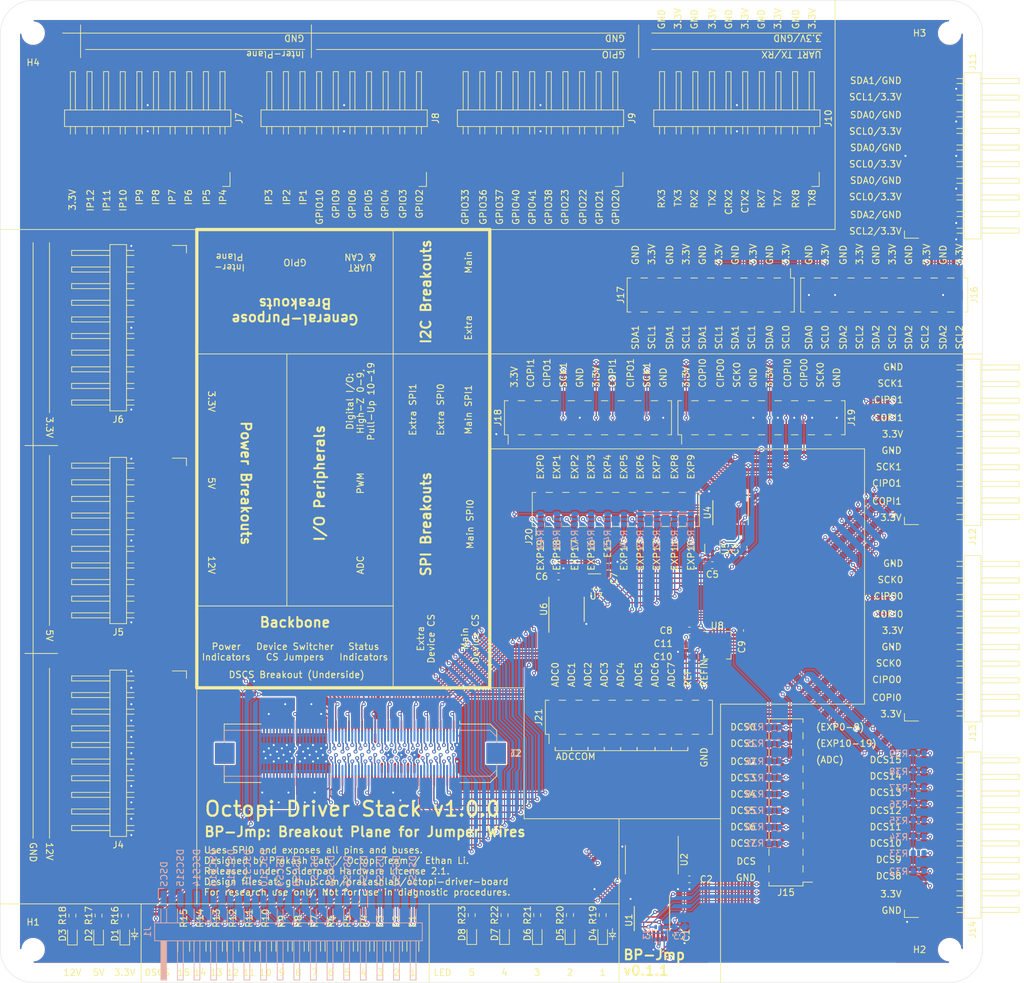
<source format=kicad_pcb>
(kicad_pcb (version 20171130) (host pcbnew "(5.1.9)-1")
  (title_block (title "Breakout Plane for Jumper Wires") (date 2021-03-10) (rev v0.1.1) (company "Prakash Lab / Octopi Team") (comment 1 "Designer: Ethan Li") (comment 2 "License: SHL-2.1") (comment 4 "Octopi Driver Stack v1.0.0: Plane"))
  (layers (0 F.Cu signal) (31 B.Cu signal) (34 B.Paste user) (35 F.Paste user hide) (36 B.SilkS user) (37 F.SilkS user) (38 B.Mask user) (39 F.Mask user hide) (44 Edge.Cuts user))
  (net 0 "")
  (net 1 "Net-(D1-Pad2)")
  (net 2 "Net-(D2-Pad2)")
  (net 3 "Net-(D3-Pad2)")
  (net 4 "Net-(D4-Pad2)")
  (net 5 "Net-(D5-Pad2)")
  (net 6 "Net-(D6-Pad2)")
  (net 7 GND)
  (net 8 "Net-(D7-Pad2)")
  (net 9 "Net-(D8-Pad2)")
  (net 10 +5V)
  (net 11 +12V)
  (net 12 +3V3)
  (net 13 /Backbone/~LED0~)
  (net 14 /Backbone/~LED1~)
  (net 15 /Backbone/~LED2~)
  (net 16 /Backbone/~LED3~)
  (net 17 /Backbone/~LED4~)
  (net 18 /Backbone/~DCS8~)
  (net 19 /Backbone/~DCS9~)
  (net 20 /Backbone/~DCS10~)
  (net 21 /Backbone/~DCS11~)
  (net 22 /Backbone/~DCS12~)
  (net 23 /Backbone/~DCS13~)
  (net 24 /Backbone/~DCS14~)
  (net 25 /Backbone/~DCS15~)
  (net 26 /Backbone/~DCS3~)
  (net 27 /Backbone/~DCS4~)
  (net 28 /Backbone/~DCS5~)
  (net 29 /Backbone/~DCS6~)
  (net 30 /Backbone/~DCS7~)
  (net 31 /Backbone/DSCS15)
  (net 32 /Backbone/DSCS14)
  (net 33 /Backbone/DSCS13)
  (net 34 /Backbone/DSCS12)
  (net 35 /Backbone/DSCS11)
  (net 36 /Backbone/DSCS10)
  (net 37 /Backbone/DSCS9)
  (net 38 /Backbone/DSCS8)
  (net 39 /Backbone/DSCS7)
  (net 40 /Backbone/DSCS6)
  (net 41 /Backbone/DSCS5)
  (net 42 /Backbone/DSCS4)
  (net 43 /Backbone/DSCS3)
  (net 44 /Backbone/DSCS2)
  (net 45 /Backbone/DSCS1)
  (net 46 /Backbone/DSCS)
  (net 47 /Backbone/INTERPLANE12)
  (net 48 /Backbone/INTERPLANE11)
  (net 49 /Backbone/INTERPLANE10)
  (net 50 /Backbone/INTERPLANE9)
  (net 51 /Backbone/INTERPLANE8)
  (net 52 /Backbone/INTERPLANE7)
  (net 53 /Backbone/INTERPLANE6)
  (net 54 /Backbone/INTERPLANE5)
  (net 55 /Backbone/INTERPLANE4)
  (net 56 /Backbone/INTERPLANE3)
  (net 57 /Backbone/INTERPLANE2)
  (net 58 /Backbone/INTERPLANE1)
  (net 59 /Backbone/GPIO10)
  (net 60 /Backbone/GPIO9)
  (net 61 /Backbone/GPIO6)
  (net 62 /Backbone/GPIO5)
  (net 63 /Backbone/GPIO4)
  (net 64 /Backbone/GPIO3)
  (net 65 /Backbone/GPIO2)
  (net 66 /Backbone/GPIO33)
  (net 67 /Backbone/GPIO36)
  (net 68 /Backbone/GPIO37)
  (net 69 /Backbone/GPIO40)
  (net 70 /Backbone/GPIO41)
  (net 71 /Backbone/GPIO38)
  (net 72 /Backbone/GPIO23)
  (net 73 /Backbone/GPIO22)
  (net 74 /Backbone/SER7_RX)
  (net 75 /Backbone/SER7_TX)
  (net 76 /Backbone/SER8_RX)
  (net 77 /Backbone/SER8_TX)
  (net 78 /Backbone/I2C2_SDA)
  (net 79 /Backbone/I2C2_SCL)
  (net 80 /Backbone/I2C0_SDA)
  (net 81 /Backbone/I2C0_SCL)
  (net 82 /Backbone/SPI1_CIPO)
  (net 83 /Backbone/SPI1_COPI)
  (net 84 /Backbone/SPI1_SCK)
  (net 85 /Backbone/GPIO21)
  (net 86 /Backbone/GPIO20)
  (net 87 /Backbone/SER3_RX)
  (net 88 /Backbone/SER3_TX)
  (net 89 /Backbone/SER2_RX)
  (net 90 /Backbone/SER2_TX)
  (net 91 /Backbone/CAN2_CRX)
  (net 92 /Backbone/CAN2_CTX)
  (net 93 /Backbone/I2C1_SDA)
  (net 94 /Backbone/I2C1_SCL)
  (net 95 /Backbone/~DCS~)
  (net 96 /SPI0_CIPO)
  (net 97 /SPI0_COPI)
  (net 98 /SPI0_SCK)
  (net 99 /~DCS0~)
  (net 100 "/IO Expander/EXPIO9")
  (net 101 "/IO Expander/EXPIO8")
  (net 102 "/IO Expander/EXPIO7")
  (net 103 "/IO Expander/EXPIO6")
  (net 104 "/IO Expander/EXPIO5")
  (net 105 "/IO Expander/EXPIO4")
  (net 106 "/IO Expander/EXPIO3")
  (net 107 "/IO Expander/EXPIO2")
  (net 108 "/IO Expander/EXPIO1")
  (net 109 "/IO Expander/EXPIO0")
  (net 110 /~DCS1~)
  (net 111 /~DCS2~)
  (net 112 "/IO Expander/ADC7")
  (net 113 "/IO Expander/ADC6")
  (net 114 "/IO Expander/ADC5")
  (net 115 "/IO Expander/ADC4")
  (net 116 "/IO Expander/ADC3")
  (net 117 "/IO Expander/ADC2")
  (net 118 "/IO Expander/ADC1")
  (net 119 "/IO Expander/ADC0")
  (net 120 "/IO Expander/REFIN")
  (net 121 "/IO Expander/REF")
  (net 122 "/IO Expander/ADCCOM")
  (net 123 "/IO Expander/EXPIO19")
  (net 124 "/IO Expander/EXPIO18")
  (net 125 "/IO Expander/EXPIO17")
  (net 126 "/IO Expander/EXPIO16")
  (net 127 "/IO Expander/EXPIO15")
  (net 128 "/IO Expander/EXPIO14")
  (net 129 "/IO Expander/EXPIO13")
  (net 130 "/IO Expander/EXPIO12")
  (net 131 "/IO Expander/EXPIO11")
  (net 132 "/IO Expander/EXPIO10")
  (net 133 "/Backbone/SPI DCS Selector/EXP_DOUT")
  (net 134 "/Backbone/SPI DCS Selector/MUX_S3")
  (net 135 "/Backbone/SPI DCS Selector/MUX_S2")
  (net 136 "/Backbone/SPI DCS Selector/MUX_S1")
  (net 137 "/Backbone/SPI DCS Selector/MUX_S0")
  (net 138 "/Backbone/SPI DCS Selector/~MUX_E~")
  (net 139 "/IO Expander/EXP0_DOUT")
  (net 140 "/IO Expander/EXP1_DOUT")
  (module Capacitor_SMD:C_0603_1608Metric (layer F.Cu) (at 122.75 146.5)
    (fp_text reference C7 (at 1 0.75 90) (layer F.SilkS) (effects (justify right)))
    (fp_text value 0.1uF)
    (pad 2 smd roundrect (at 0.775 0) (size 0.9 0.95) (layers F.Cu F.Paste F.Mask) (net 7 GND))
    (pad 1 smd roundrect (at -0.775 0) (size 0.9 0.95) (layers F.Cu F.Paste F.Mask) (net 12 +3V3))
  )
  (module Capacitor_SMD:C_0603_1608Metric (layer F.Cu) (at 115.25 148)
    (fp_text reference C6 (at -1.5 0) (layer F.SilkS) (effects (justify right)))
    (fp_text value 0.047uF)
    (pad 2 smd roundrect (at 0.775 0) (size 0.9 0.95) (layers F.Cu F.Paste F.Mask) (net 7 GND))
    (pad 1 smd roundrect (at -0.775 0) (size 0.9 0.95) (layers F.Cu F.Paste F.Mask) (net 12 +3V3))
  )
  (module Capacitor_SMD:C_0603_1608Metric (layer F.Cu) (at 138.75 146.25 180)
    (fp_text reference C5 (at 0 -1.43) (layer F.SilkS))
    (fp_text value 0.1uF)
    (pad 2 smd roundrect (at 0.775 0 180) (size 0.9 0.95) (layers F.Cu F.Paste F.Mask) (net 7 GND))
    (pad 1 smd roundrect (at -0.775 0 180) (size 0.9 0.95) (layers F.Cu F.Paste F.Mask) (net 12 +3V3))
  )
  (module Capacitor_SMD:C_0603_1608Metric (layer F.Cu) (at 143.5 143.5 270)
    (fp_text reference C4 (at 0.25 1.25 90) (layer F.SilkS))
    (fp_text value 0.047uF)
    (pad 2 smd roundrect (at 0.775 0 270) (size 0.9 0.95) (layers F.Cu F.Paste F.Mask) (net 7 GND))
    (pad 1 smd roundrect (at -0.775 0 270) (size 0.9 0.95) (layers F.Cu F.Paste F.Mask) (net 12 +3V3))
  )
  (module Package_TO_SOT_SMD:SOT-353_SC-70-5 (layer B.Cu) (at 130.75 202.5 90)
    (fp_text reference U3 (at 0 -2 270) (layer B.SilkS) (effects (justify mirror)))
    (fp_text value NC7SZ125)
    (pad 5 smd rect (at 0.95 0.65 90) (size 0.65 0.4) (layers B.Cu B.Paste B.Mask) (net 12 +3V3))
    (pad 4 smd rect (at 0.95 -0.65 90) (size 0.65 0.4) (layers B.Cu B.Paste B.Mask) (net 96 /SPI0_CIPO))
    (pad 2 smd rect (at -0.95 0 90) (size 0.65 0.4) (layers B.Cu B.Paste B.Mask) (net 133 "/Backbone/SPI DCS Selector/EXP_DOUT"))
    (pad 3 smd rect (at -0.95 -0.65 90) (size 0.65 0.4) (layers B.Cu B.Paste B.Mask) (net 7 GND))
    (pad 1 smd rect (at -0.95 0.65 90) (size 0.65 0.4) (layers B.Cu B.Paste B.Mask) (net 46 /Backbone/DSCS))
  )
  (module Capacitor_SMD:C_0603_1608Metric (layer B.Cu) (at 133.75 201.5)
    (fp_text reference C3 (at 0 1.43) (layer B.SilkS) (effects (justify mirror)))
    (fp_text value 0.1uF)
    (pad 2 smd roundrect (at 0.775 0) (size 0.9 0.95) (layers B.Cu B.Paste B.Mask) (net 7 GND))
    (pad 1 smd roundrect (at -0.775 0) (size 0.9 0.95) (layers B.Cu B.Paste B.Mask) (net 12 +3V3))
  )
  (module Connector_PinHeader_2.54mm:PinHeader_2x10_P2.54mm_Vertical_SMD (layer F.Cu) (at 124 137.75 90)
    (fp_text reference J20 (at -2.75 -13.25 90) (layer F.SilkS) (effects (justify right)))
    (fp_text value Conn_02x10_Odd_Even)
    (pad 20 smd rect (at 2.525 11.43 90) (size 3.15 1) (layers F.Cu F.Paste F.Mask) (net 100 "/IO Expander/EXPIO9"))
    (pad 19 smd rect (at -2.525 11.43 90) (size 3.15 1) (layers F.Cu F.Paste F.Mask) (net 132 "/IO Expander/EXPIO10"))
    (pad 18 smd rect (at 2.525 8.89 90) (size 3.15 1) (layers F.Cu F.Paste F.Mask) (net 101 "/IO Expander/EXPIO8"))
    (pad 17 smd rect (at -2.525 8.89 90) (size 3.15 1) (layers F.Cu F.Paste F.Mask) (net 131 "/IO Expander/EXPIO11"))
    (pad 16 smd rect (at 2.525 6.35 90) (size 3.15 1) (layers F.Cu F.Paste F.Mask) (net 102 "/IO Expander/EXPIO7"))
    (pad 15 smd rect (at -2.525 6.35 90) (size 3.15 1) (layers F.Cu F.Paste F.Mask) (net 130 "/IO Expander/EXPIO12"))
    (pad 14 smd rect (at 2.525 3.81 90) (size 3.15 1) (layers F.Cu F.Paste F.Mask) (net 103 "/IO Expander/EXPIO6"))
    (pad 13 smd rect (at -2.525 3.81 90) (size 3.15 1) (layers F.Cu F.Paste F.Mask) (net 129 "/IO Expander/EXPIO13"))
    (pad 12 smd rect (at 2.525 1.27 90) (size 3.15 1) (layers F.Cu F.Paste F.Mask) (net 104 "/IO Expander/EXPIO5"))
    (pad 11 smd rect (at -2.525 1.27 90) (size 3.15 1) (layers F.Cu F.Paste F.Mask) (net 128 "/IO Expander/EXPIO14"))
    (pad 10 smd rect (at 2.525 -1.27 90) (size 3.15 1) (layers F.Cu F.Paste F.Mask) (net 105 "/IO Expander/EXPIO4"))
    (pad 9 smd rect (at -2.525 -1.27 90) (size 3.15 1) (layers F.Cu F.Paste F.Mask) (net 127 "/IO Expander/EXPIO15"))
    (pad 8 smd rect (at 2.525 -3.81 90) (size 3.15 1) (layers F.Cu F.Paste F.Mask) (net 106 "/IO Expander/EXPIO3"))
    (pad 7 smd rect (at -2.525 -3.81 90) (size 3.15 1) (layers F.Cu F.Paste F.Mask) (net 126 "/IO Expander/EXPIO16"))
    (pad 6 smd rect (at 2.525 -6.35 90) (size 3.15 1) (layers F.Cu F.Paste F.Mask) (net 107 "/IO Expander/EXPIO2"))
    (pad 5 smd rect (at -2.525 -6.35 90) (size 3.15 1) (layers F.Cu F.Paste F.Mask) (net 125 "/IO Expander/EXPIO17"))
    (pad 4 smd rect (at 2.525 -8.89 90) (size 3.15 1) (layers F.Cu F.Paste F.Mask) (net 108 "/IO Expander/EXPIO1"))
    (pad 3 smd rect (at -2.525 -8.89 90) (size 3.15 1) (layers F.Cu F.Paste F.Mask) (net 124 "/IO Expander/EXPIO18"))
    (pad 2 smd rect (at 2.525 -11.43 90) (size 3.15 1) (layers F.Cu F.Paste F.Mask) (net 109 "/IO Expander/EXPIO0"))
    (pad 1 smd rect (at -2.525 -11.43 90) (size 3.15 1) (layers F.Cu F.Paste F.Mask) (net 123 "/IO Expander/EXPIO19"))
  )
  (module Resistor_SMD:R_0603_1608Metric (layer B.Cu) (at 112.5 139.25 90)
    (fp_text reference R49 (at -1.5 0 90) (layer B.SilkS) (effects (justify left mirror)))
    (fp_text value 20k)
    (pad 1 smd roundrect (at -0.825 0 90) (size 0.8 0.95) (layers B.Cu B.Paste B.Mask) (net 123 "/IO Expander/EXPIO19"))
    (pad 2 smd roundrect (at 0.825 0 90) (size 0.8 0.95) (layers B.Cu B.Paste B.Mask) (net 12 +3V3))
  )
  (module Resistor_SMD:R_0603_1608Metric (layer B.Cu) (at 115 139.25 90)
    (fp_text reference R48 (at -1.5 0 90) (layer B.SilkS) (effects (justify left mirror)))
    (fp_text value 20k)
    (pad 1 smd roundrect (at -0.825 0 90) (size 0.8 0.95) (layers B.Cu B.Paste B.Mask) (net 124 "/IO Expander/EXPIO18"))
    (pad 2 smd roundrect (at 0.825 0 90) (size 0.8 0.95) (layers B.Cu B.Paste B.Mask) (net 12 +3V3))
  )
  (module Resistor_SMD:R_0603_1608Metric (layer B.Cu) (at 117.75 139.25 90)
    (fp_text reference R47 (at -1.5 0 90) (layer B.SilkS) (effects (justify left mirror)))
    (fp_text value 20k)
    (pad 1 smd roundrect (at -0.825 0 90) (size 0.8 0.95) (layers B.Cu B.Paste B.Mask) (net 125 "/IO Expander/EXPIO17"))
    (pad 2 smd roundrect (at 0.825 0 90) (size 0.8 0.95) (layers B.Cu B.Paste B.Mask) (net 12 +3V3))
  )
  (module Resistor_SMD:R_0603_1608Metric (layer B.Cu) (at 120.25 139.25 90)
    (fp_text reference R46 (at -1.5 0 90) (layer B.SilkS) (effects (justify left mirror)))
    (fp_text value 20k)
    (pad 1 smd roundrect (at -0.825 0 90) (size 0.8 0.95) (layers B.Cu B.Paste B.Mask) (net 126 "/IO Expander/EXPIO16"))
    (pad 2 smd roundrect (at 0.825 0 90) (size 0.8 0.95) (layers B.Cu B.Paste B.Mask) (net 12 +3V3))
  )
  (module Resistor_SMD:R_0603_1608Metric (layer B.Cu) (at 122.75 139.25 90)
    (fp_text reference R45 (at -1.5 0 90) (layer B.SilkS) (effects (justify left mirror)))
    (fp_text value 20k)
    (pad 1 smd roundrect (at -0.825 0 90) (size 0.8 0.95) (layers B.Cu B.Paste B.Mask) (net 127 "/IO Expander/EXPIO15"))
    (pad 2 smd roundrect (at 0.825 0 90) (size 0.8 0.95) (layers B.Cu B.Paste B.Mask) (net 12 +3V3))
  )
  (module Resistor_SMD:R_0603_1608Metric (layer B.Cu) (at 125.25 139.25 90)
    (fp_text reference R44 (at -1.5 0 90) (layer B.SilkS) (effects (justify left mirror)))
    (fp_text value 20k)
    (pad 1 smd roundrect (at -0.825 0 90) (size 0.8 0.95) (layers B.Cu B.Paste B.Mask) (net 128 "/IO Expander/EXPIO14"))
    (pad 2 smd roundrect (at 0.825 0 90) (size 0.8 0.95) (layers B.Cu B.Paste B.Mask) (net 12 +3V3))
  )
  (module Resistor_SMD:R_0603_1608Metric (layer B.Cu) (at 127.75 139.25 90)
    (fp_text reference R43 (at -1.5 0 90) (layer B.SilkS) (effects (justify left mirror)))
    (fp_text value 20k)
    (pad 1 smd roundrect (at -0.825 0 90) (size 0.8 0.95) (layers B.Cu B.Paste B.Mask) (net 129 "/IO Expander/EXPIO13"))
    (pad 2 smd roundrect (at 0.825 0 90) (size 0.8 0.95) (layers B.Cu B.Paste B.Mask) (net 12 +3V3))
  )
  (module Resistor_SMD:R_0603_1608Metric (layer B.Cu) (at 130.25 139.25 90)
    (fp_text reference R42 (at -1.5 0 90) (layer B.SilkS) (effects (justify left mirror)))
    (fp_text value 20k)
    (pad 1 smd roundrect (at -0.825 0 90) (size 0.8 0.95) (layers B.Cu B.Paste B.Mask) (net 130 "/IO Expander/EXPIO12"))
    (pad 2 smd roundrect (at 0.825 0 90) (size 0.8 0.95) (layers B.Cu B.Paste B.Mask) (net 12 +3V3))
  )
  (module Resistor_SMD:R_0603_1608Metric (layer B.Cu) (at 133 139.25 90)
    (fp_text reference R41 (at -1.5 0 90) (layer B.SilkS) (effects (justify left mirror)))
    (fp_text value 20k)
    (pad 1 smd roundrect (at -0.825 0 90) (size 0.8 0.95) (layers B.Cu B.Paste B.Mask) (net 131 "/IO Expander/EXPIO11"))
    (pad 2 smd roundrect (at 0.825 0 90) (size 0.8 0.95) (layers B.Cu B.Paste B.Mask) (net 12 +3V3))
  )
  (module Resistor_SMD:R_0603_1608Metric (layer B.Cu) (at 135.5 139.25 90)
    (fp_text reference R40 (at -1.5 0 90) (layer B.SilkS) (effects (justify left mirror)))
    (fp_text value 20k)
    (pad 1 smd roundrect (at -0.825 0 90) (size 0.8 0.95) (layers B.Cu B.Paste B.Mask) (net 132 "/IO Expander/EXPIO10"))
    (pad 2 smd roundrect (at 0.825 0 90) (size 0.8 0.95) (layers B.Cu B.Paste B.Mask) (net 12 +3V3))
  )
  (module Resistor_SMD:R_0603_1608Metric (layer B.Cu) (at 170.25 175 180)
    (fp_text reference R39 (at 1.5 -0.07) (layer B.SilkS) (effects (justify left mirror)))
    (fp_text value 20k)
    (pad 2 smd roundrect (at 0.825 0 180) (size 0.8 0.95) (layers B.Cu B.Paste B.Mask) (net 12 +3V3))
    (pad 1 smd roundrect (at -0.825 0 180) (size 0.8 0.95) (layers B.Cu B.Paste B.Mask) (net 25 /Backbone/~DCS15~))
  )
  (module Resistor_SMD:R_0603_1608Metric (layer B.Cu) (at 170.25 177.75 180)
    (fp_text reference R38 (at 1.5 -0.07) (layer B.SilkS) (effects (justify left mirror)))
    (fp_text value 20k)
    (pad 2 smd roundrect (at 0.825 0 180) (size 0.8 0.95) (layers B.Cu B.Paste B.Mask) (net 12 +3V3))
    (pad 1 smd roundrect (at -0.825 0 180) (size 0.8 0.95) (layers B.Cu B.Paste B.Mask) (net 24 /Backbone/~DCS14~))
  )
  (module Resistor_SMD:R_0603_1608Metric (layer B.Cu) (at 170.25 180.25 180)
    (fp_text reference R37 (at 1.5 -0.07) (layer B.SilkS) (effects (justify left mirror)))
    (fp_text value 20k)
    (pad 2 smd roundrect (at 0.825 0 180) (size 0.8 0.95) (layers B.Cu B.Paste B.Mask) (net 12 +3V3))
    (pad 1 smd roundrect (at -0.825 0 180) (size 0.8 0.95) (layers B.Cu B.Paste B.Mask) (net 23 /Backbone/~DCS13~))
  )
  (module Resistor_SMD:R_0603_1608Metric (layer B.Cu) (at 170.25 182.75 180)
    (fp_text reference R36 (at 1.5 -0.07) (layer B.SilkS) (effects (justify left mirror)))
    (fp_text value 20k)
    (pad 2 smd roundrect (at 0.825 0 180) (size 0.8 0.95) (layers B.Cu B.Paste B.Mask) (net 12 +3V3))
    (pad 1 smd roundrect (at -0.825 0 180) (size 0.8 0.95) (layers B.Cu B.Paste B.Mask) (net 22 /Backbone/~DCS12~))
  )
  (module Resistor_SMD:R_0603_1608Metric (layer B.Cu) (at 170.25 185.25 180)
    (fp_text reference R35 (at 1.5 -0.07) (layer B.SilkS) (effects (justify left mirror)))
    (fp_text value 20k)
    (pad 2 smd roundrect (at 0.825 0 180) (size 0.8 0.95) (layers B.Cu B.Paste B.Mask) (net 12 +3V3))
    (pad 1 smd roundrect (at -0.825 0 180) (size 0.8 0.95) (layers B.Cu B.Paste B.Mask) (net 21 /Backbone/~DCS11~))
  )
  (module Resistor_SMD:R_0603_1608Metric (layer B.Cu) (at 170.25 187.75 180)
    (fp_text reference R34 (at 1.5 -0.07) (layer B.SilkS) (effects (justify left mirror)))
    (fp_text value 20k)
    (pad 2 smd roundrect (at 0.825 0 180) (size 0.8 0.95) (layers B.Cu B.Paste B.Mask) (net 12 +3V3))
    (pad 1 smd roundrect (at -0.825 0 180) (size 0.8 0.95) (layers B.Cu B.Paste B.Mask) (net 20 /Backbone/~DCS10~))
  )
  (module Resistor_SMD:R_0603_1608Metric (layer B.Cu) (at 170.25 190.25 180)
    (fp_text reference R33 (at 1.5 -0.07) (layer B.SilkS) (effects (justify left mirror)))
    (fp_text value 20k)
    (pad 2 smd roundrect (at 0.825 0 180) (size 0.8 0.95) (layers B.Cu B.Paste B.Mask) (net 12 +3V3))
    (pad 1 smd roundrect (at -0.825 0 180) (size 0.8 0.95) (layers B.Cu B.Paste B.Mask) (net 19 /Backbone/~DCS9~))
  )
  (module Resistor_SMD:R_0603_1608Metric (layer B.Cu) (at 170.25 193 180)
    (fp_text reference R32 (at 1.5 -0.07) (layer B.SilkS) (effects (justify left mirror)))
    (fp_text value 20k)
    (pad 2 smd roundrect (at 0.825 0 180) (size 0.8 0.95) (layers B.Cu B.Paste B.Mask) (net 12 +3V3))
    (pad 1 smd roundrect (at -0.825 0 180) (size 0.8 0.95) (layers B.Cu B.Paste B.Mask) (net 18 /Backbone/~DCS8~))
  )
  (module Resistor_SMD:R_0603_1608Metric (layer B.Cu) (at 148.25 188.75 180)
    (fp_text reference R31 (at 1.5 0) (layer B.SilkS) (effects (justify left mirror)))
    (fp_text value 20k)
    (pad 2 smd roundrect (at 0.825 0 180) (size 0.8 0.95) (layers B.Cu B.Paste B.Mask) (net 12 +3V3))
    (pad 1 smd roundrect (at -0.825 0 180) (size 0.8 0.95) (layers B.Cu B.Paste B.Mask) (net 30 /Backbone/~DCS7~))
  )
  (module Resistor_SMD:R_0603_1608Metric (layer B.Cu) (at 148.25 186.25 180)
    (fp_text reference R30 (at 1.5 0) (layer B.SilkS) (effects (justify left mirror)))
    (fp_text value 20k)
    (pad 2 smd roundrect (at 0.825 0 180) (size 0.8 0.95) (layers B.Cu B.Paste B.Mask) (net 12 +3V3))
    (pad 1 smd roundrect (at -0.825 0 180) (size 0.8 0.95) (layers B.Cu B.Paste B.Mask) (net 29 /Backbone/~DCS6~))
  )
  (module Resistor_SMD:R_0603_1608Metric (layer B.Cu) (at 148.25 183.75 180)
    (fp_text reference R29 (at 1.5 0) (layer B.SilkS) (effects (justify left mirror)))
    (fp_text value 20k)
    (pad 2 smd roundrect (at 0.825 0 180) (size 0.8 0.95) (layers B.Cu B.Paste B.Mask) (net 12 +3V3))
    (pad 1 smd roundrect (at -0.825 0 180) (size 0.8 0.95) (layers B.Cu B.Paste B.Mask) (net 28 /Backbone/~DCS5~))
  )
  (module Resistor_SMD:R_0603_1608Metric (layer B.Cu) (at 148.25 181.25 180)
    (fp_text reference R28 (at 1.5 0) (layer B.SilkS) (effects (justify left mirror)))
    (fp_text value 20k)
    (pad 2 smd roundrect (at 0.825 0 180) (size 0.8 0.95) (layers B.Cu B.Paste B.Mask) (net 12 +3V3))
    (pad 1 smd roundrect (at -0.825 0 180) (size 0.8 0.95) (layers B.Cu B.Paste B.Mask) (net 27 /Backbone/~DCS4~))
  )
  (module Resistor_SMD:R_0603_1608Metric (layer B.Cu) (at 148.25 178.75 180)
    (fp_text reference R27 (at 1.5 0) (layer B.SilkS) (effects (justify left mirror)))
    (fp_text value 20k)
    (pad 2 smd roundrect (at 0.825 0 180) (size 0.8 0.95) (layers B.Cu B.Paste B.Mask) (net 12 +3V3))
    (pad 1 smd roundrect (at -0.825 0 180) (size 0.8 0.95) (layers B.Cu B.Paste B.Mask) (net 26 /Backbone/~DCS3~))
  )
  (module Resistor_SMD:R_0603_1608Metric (layer B.Cu) (at 148.25 176.25 180)
    (fp_text reference R26 (at 1.5 0) (layer B.SilkS) (effects (justify left mirror)))
    (fp_text value 20k)
    (pad 2 smd roundrect (at 0.825 0 180) (size 0.8 0.95) (layers B.Cu B.Paste B.Mask) (net 12 +3V3))
    (pad 1 smd roundrect (at -0.825 0 180) (size 0.8 0.95) (layers B.Cu B.Paste B.Mask) (net 111 /~DCS2~))
  )
  (module Resistor_SMD:R_0603_1608Metric (layer B.Cu) (at 148.25 173.5 180)
    (fp_text reference R25 (at 1.5 0) (layer B.SilkS) (effects (justify left mirror)))
    (fp_text value 20k)
    (pad 2 smd roundrect (at 0.825 0 180) (size 0.8 0.95) (layers B.Cu B.Paste B.Mask) (net 12 +3V3))
    (pad 1 smd roundrect (at -0.825 0 180) (size 0.8 0.95) (layers B.Cu B.Paste B.Mask) (net 110 /~DCS1~))
  )
  (module Resistor_SMD:R_0603_1608Metric (layer B.Cu) (at 148.25 171 180)
    (fp_text reference R24 (at 1.5 0) (layer B.SilkS) (effects (justify left mirror)))
    (fp_text value 20k)
    (pad 2 smd roundrect (at 0.825 0 180) (size 0.8 0.95) (layers B.Cu B.Paste B.Mask) (net 12 +3V3))
    (pad 1 smd roundrect (at -0.825 0 180) (size 0.8 0.95) (layers B.Cu B.Paste B.Mask) (net 99 /~DCS0~))
  )
  (module Package_TO_SOT_SMD:SOT-353_SC-70-5 (layer F.Cu) (at 121 148.75)
    (fp_text reference U7 (at 0 2.25) (layer F.SilkS))
    (fp_text value NC7SZ125)
    (pad 5 smd rect (at 0.95 -0.65) (size 0.65 0.4) (layers F.Cu F.Paste F.Mask) (net 12 +3V3))
    (pad 4 smd rect (at 0.95 0.65) (size 0.65 0.4) (layers F.Cu F.Paste F.Mask) (net 96 /SPI0_CIPO))
    (pad 2 smd rect (at -0.95 0) (size 0.65 0.4) (layers F.Cu F.Paste F.Mask) (net 140 "/IO Expander/EXP1_DOUT"))
    (pad 3 smd rect (at -0.95 0.65) (size 0.65 0.4) (layers F.Cu F.Paste F.Mask) (net 7 GND))
    (pad 1 smd rect (at -0.95 -0.65) (size 0.65 0.4) (layers F.Cu F.Paste F.Mask) (net 110 /~DCS1~))
  )
  (module Package_TO_SOT_SMD:SOT-353_SC-70-5 (layer F.Cu) (at 138.75 143.75 270)
    (fp_text reference U5 (at 0 -2 90) (layer F.SilkS))
    (fp_text value NC7SZ125)
    (pad 5 smd rect (at 0.95 -0.65 270) (size 0.65 0.4) (layers F.Cu F.Paste F.Mask) (net 12 +3V3))
    (pad 4 smd rect (at 0.95 0.65 270) (size 0.65 0.4) (layers F.Cu F.Paste F.Mask) (net 96 /SPI0_CIPO))
    (pad 2 smd rect (at -0.95 0 270) (size 0.65 0.4) (layers F.Cu F.Paste F.Mask) (net 139 "/IO Expander/EXP0_DOUT"))
    (pad 3 smd rect (at -0.95 0.65 270) (size 0.65 0.4) (layers F.Cu F.Paste F.Mask) (net 7 GND))
    (pad 1 smd rect (at -0.95 -0.65 270) (size 0.65 0.4) (layers F.Cu F.Paste F.Mask) (net 99 /~DCS0~))
  )
  (module Package_SO:QSOP-16_3.9x4.9mm_P0.635mm (layer F.Cu) (at 116.5 153 90)
    (fp_text reference U6 (at 0 -3.5 90) (layer F.SilkS))
    (fp_text value MAX7317)
    (pad 16 smd rect (at 2.6543 -2.2225 90) (size 1.6 0.41) (layers F.Cu F.Paste F.Mask) (net 12 +3V3))
    (pad 15 smd rect (at 2.6543 -1.5875 90) (size 1.6 0.41) (layers F.Cu F.Paste F.Mask) (net 97 /SPI0_COPI))
    (pad 14 smd rect (at 2.6543 -0.9525 90) (size 1.6 0.41) (layers F.Cu F.Paste F.Mask) (net 140 "/IO Expander/EXP1_DOUT"))
    (pad 13 smd rect (at 2.6543 -0.3175 90) (size 1.6 0.41) (layers F.Cu F.Paste F.Mask) (net 123 "/IO Expander/EXPIO19"))
    (pad 12 smd rect (at 2.6543 0.3175 90) (size 1.6 0.41) (layers F.Cu F.Paste F.Mask) (net 124 "/IO Expander/EXPIO18"))
    (pad 11 smd rect (at 2.6543 0.9525 90) (size 1.6 0.41) (layers F.Cu F.Paste F.Mask) (net 125 "/IO Expander/EXPIO17"))
    (pad 10 smd rect (at 2.6543 1.5875 90) (size 1.6 0.41) (layers F.Cu F.Paste F.Mask) (net 126 "/IO Expander/EXPIO16"))
    (pad 9 smd rect (at 2.6543 2.2225 90) (size 1.6 0.41) (layers F.Cu F.Paste F.Mask) (net 127 "/IO Expander/EXPIO15"))
    (pad 8 smd rect (at -2.6543 2.2225 90) (size 1.6 0.41) (layers F.Cu F.Paste F.Mask) (net 7 GND))
    (pad 7 smd rect (at -2.6543 1.5875 90) (size 1.6 0.41) (layers F.Cu F.Paste F.Mask) (net 128 "/IO Expander/EXPIO14"))
    (pad 6 smd rect (at -2.6543 0.9525 90) (size 1.6 0.41) (layers F.Cu F.Paste F.Mask) (net 129 "/IO Expander/EXPIO13"))
    (pad 5 smd rect (at -2.6543 0.3175 90) (size 1.6 0.41) (layers F.Cu F.Paste F.Mask) (net 130 "/IO Expander/EXPIO12"))
    (pad 4 smd rect (at -2.6543 -0.3175 90) (size 1.6 0.41) (layers F.Cu F.Paste F.Mask) (net 131 "/IO Expander/EXPIO11"))
    (pad 3 smd rect (at -2.6543 -0.9525 90) (size 1.6 0.41) (layers F.Cu F.Paste F.Mask) (net 132 "/IO Expander/EXPIO10"))
    (pad 2 smd rect (at -2.6543 -1.5875 90) (size 1.6 0.41) (layers F.Cu F.Paste F.Mask) (net 110 /~DCS1~))
    (pad 1 smd rect (at -2.6543 -2.2225 90) (size 1.6 0.41) (layers F.Cu F.Paste F.Mask) (net 98 /SPI0_SCK))
  )
  (module Capacitor_SMD:C_0603_1608Metric (layer F.Cu) (at 143 156.25 90)
    (fp_text reference C9 (at -2.5 0.25 90) (layer F.SilkS))
    (fp_text value 0.1uF)
    (pad 2 smd roundrect (at 0.775 0 90) (size 0.9 0.95) (layers F.Cu F.Paste F.Mask) (net 7 GND))
    (pad 1 smd roundrect (at -0.775 0 90) (size 0.9 0.95) (layers F.Cu F.Paste F.Mask) (net 12 +3V3))
  )
  (module Capacitor_SMD:C_0603_1608Metric (layer F.Cu) (at 135.25 160.25 180)
    (fp_text reference C10 (at 2.5 0 180) (layer F.SilkS) (effects (justify right)))
    (fp_text value 0.1uF)
    (pad 2 smd roundrect (at 0.775 0 180) (size 0.9 0.95) (layers F.Cu F.Paste F.Mask) (net 7 GND))
    (pad 1 smd roundrect (at -0.775 0 180) (size 0.9 0.95) (layers F.Cu F.Paste F.Mask) (net 120 "/IO Expander/REFIN"))
  )
  (module Capacitor_SMD:C_0805_2012Metric (layer F.Cu) (at 134.75 158.25 180)
    (fp_text reference C11 (at 1.95 0 180) (layer F.SilkS) (effects (justify right)))
    (fp_text value 10uF)
    (pad 2 smd roundrect (at 0.95 0 180) (size 1 1.45) (layers F.Cu F.Paste F.Mask) (net 7 GND))
    (pad 1 smd roundrect (at -0.95 0 180) (size 1 1.45) (layers F.Cu F.Paste F.Mask) (net 121 "/IO Expander/REF"))
  )
  (module Capacitor_SMD:C_0603_1608Metric (layer F.Cu) (at 135.25 156.25 180)
    (fp_text reference C8 (at 2.5 0 180) (layer F.SilkS) (effects (justify right)))
    (fp_text value 0.1uF)
    (pad 2 smd roundrect (at 0.775 0 180) (size 0.9 0.95) (layers F.Cu F.Paste F.Mask) (net 7 GND))
    (pad 1 smd roundrect (at -0.775 0 180) (size 0.9 0.95) (layers F.Cu F.Paste F.Mask) (net 12 +3V3))
  )
  (module Package_CSP:LFCSP-20-1EP_4x4mm_P0.5mm_EP2.5x2.5mm (layer F.Cu) (at 139.5 158.5)
    (fp_text reference U8 (at 0 -3) (layer F.SilkS))
    (fp_text value AD7689xCP)
    (pad 20 smd roundrect (at -1 -1.9375) (size 0.25 0.825) (layers F.Cu F.Paste F.Mask) (net 12 +3V3))
    (pad 19 smd roundrect (at -0.5 -1.9375) (size 0.25 0.825) (layers F.Cu F.Paste F.Mask) (net 116 "/IO Expander/ADC3"))
    (pad 18 smd roundrect (at 0 -1.9375) (size 0.25 0.825) (layers F.Cu F.Paste F.Mask) (net 117 "/IO Expander/ADC2"))
    (pad 17 smd roundrect (at 0.5 -1.9375) (size 0.25 0.825) (layers F.Cu F.Paste F.Mask) (net 118 "/IO Expander/ADC1"))
    (pad 16 smd roundrect (at 1 -1.9375) (size 0.25 0.825) (layers F.Cu F.Paste F.Mask) (net 119 "/IO Expander/ADC0"))
    (pad 15 smd roundrect (at 1.9375 -1) (size 0.825 0.25) (layers F.Cu F.Paste F.Mask) (net 12 +3V3))
    (pad 14 smd roundrect (at 1.9375 -0.5) (size 0.825 0.25) (layers F.Cu F.Paste F.Mask) (net 96 /SPI0_CIPO))
    (pad 13 smd roundrect (at 1.9375 0) (size 0.825 0.25) (layers F.Cu F.Paste F.Mask) (net 98 /SPI0_SCK))
    (pad 12 smd roundrect (at 1.9375 0.5) (size 0.825 0.25) (layers F.Cu F.Paste F.Mask) (net 97 /SPI0_COPI))
    (pad 11 smd roundrect (at 1.9375 1) (size 0.825 0.25) (layers F.Cu F.Paste F.Mask) (net 111 /~DCS2~))
    (pad 10 smd roundrect (at 1 1.9375) (size 0.25 0.825) (layers F.Cu F.Paste F.Mask) (net 122 "/IO Expander/ADCCOM"))
    (pad 9 smd roundrect (at 0.5 1.9375) (size 0.25 0.825) (layers F.Cu F.Paste F.Mask) (net 112 "/IO Expander/ADC7"))
    (pad 8 smd roundrect (at 0 1.9375) (size 0.25 0.825) (layers F.Cu F.Paste F.Mask) (net 113 "/IO Expander/ADC6"))
    (pad 7 smd roundrect (at -0.5 1.9375) (size 0.25 0.825) (layers F.Cu F.Paste F.Mask) (net 114 "/IO Expander/ADC5"))
    (pad 6 smd roundrect (at -1 1.9375) (size 0.25 0.825) (layers F.Cu F.Paste F.Mask) (net 115 "/IO Expander/ADC4"))
    (pad 5 smd roundrect (at -1.9375 1) (size 0.825 0.25) (layers F.Cu F.Paste F.Mask) (net 7 GND))
    (pad 4 smd roundrect (at -1.9375 0.5) (size 0.825 0.25) (layers F.Cu F.Paste F.Mask) (net 7 GND))
    (pad 3 smd roundrect (at -1.9375 0) (size 0.825 0.25) (layers F.Cu F.Paste F.Mask) (net 120 "/IO Expander/REFIN"))
    (pad 2 smd roundrect (at -1.9375 -0.5) (size 0.825 0.25) (layers F.Cu F.Paste F.Mask) (net 121 "/IO Expander/REF"))
    (pad 1 smd roundrect (at -1.9375 -1) (size 0.825 0.25) (layers F.Cu F.Paste F.Mask) (net 12 +3V3))
    (pad 21 smd roundrect (at 0 0) (size 2.5 2.5) (layers F.Cu F.Mask) (roundrect_rratio 0.1) (net 7 GND))
  )
  (module Connector_PinHeader_2.54mm:PinHeader_2x10_P2.54mm_Vertical_SMD (layer F.Cu) (at 126 169.5 90)
    (fp_text reference J21 (at 0 -13.76 90) (layer F.SilkS))
    (fp_text value Conn_02x10_Odd_Even)
    (pad 20 smd rect (at 2.525 11.43 90) (size 3.15 1) (layers F.Cu F.Paste F.Mask) (net 120 "/IO Expander/REFIN"))
    (pad 19 smd rect (at -2.525 11.43 90) (size 3.15 1) (layers F.Cu F.Paste F.Mask) (net 7 GND))
    (pad 18 smd rect (at 2.525 8.89 90) (size 3.15 1) (layers F.Cu F.Paste F.Mask) (net 121 "/IO Expander/REF"))
    (pad 17 smd rect (at -2.525 8.89 90) (size 3.15 1) (layers F.Cu F.Paste F.Mask) (net 122 "/IO Expander/ADCCOM"))
    (pad 16 smd rect (at 2.525 6.35 90) (size 3.15 1) (layers F.Cu F.Paste F.Mask) (net 112 "/IO Expander/ADC7"))
    (pad 15 smd rect (at -2.525 6.35 90) (size 3.15 1) (layers F.Cu F.Paste F.Mask) (net 122 "/IO Expander/ADCCOM"))
    (pad 14 smd rect (at 2.525 3.81 90) (size 3.15 1) (layers F.Cu F.Paste F.Mask) (net 113 "/IO Expander/ADC6"))
    (pad 13 smd rect (at -2.525 3.81 90) (size 3.15 1) (layers F.Cu F.Paste F.Mask) (net 122 "/IO Expander/ADCCOM"))
    (pad 12 smd rect (at 2.525 1.27 90) (size 3.15 1) (layers F.Cu F.Paste F.Mask) (net 114 "/IO Expander/ADC5"))
    (pad 11 smd rect (at -2.525 1.27 90) (size 3.15 1) (layers F.Cu F.Paste F.Mask) (net 122 "/IO Expander/ADCCOM"))
    (pad 10 smd rect (at 2.525 -1.27 90) (size 3.15 1) (layers F.Cu F.Paste F.Mask) (net 115 "/IO Expander/ADC4"))
    (pad 9 smd rect (at -2.525 -1.27 90) (size 3.15 1) (layers F.Cu F.Paste F.Mask) (net 122 "/IO Expander/ADCCOM"))
    (pad 8 smd rect (at 2.525 -3.81 90) (size 3.15 1) (layers F.Cu F.Paste F.Mask) (net 116 "/IO Expander/ADC3"))
    (pad 7 smd rect (at -2.525 -3.81 90) (size 3.15 1) (layers F.Cu F.Paste F.Mask) (net 122 "/IO Expander/ADCCOM"))
    (pad 6 smd rect (at 2.525 -6.35 90) (size 3.15 1) (layers F.Cu F.Paste F.Mask) (net 117 "/IO Expander/ADC2"))
    (pad 5 smd rect (at -2.525 -6.35 90) (size 3.15 1) (layers F.Cu F.Paste F.Mask) (net 122 "/IO Expander/ADCCOM"))
    (pad 4 smd rect (at 2.525 -8.89 90) (size 3.15 1) (layers F.Cu F.Paste F.Mask) (net 118 "/IO Expander/ADC1"))
    (pad 3 smd rect (at -2.525 -8.89 90) (size 3.15 1) (layers F.Cu F.Paste F.Mask) (net 122 "/IO Expander/ADCCOM"))
    (pad 2 smd rect (at 2.525 -11.43 90) (size 3.15 1) (layers F.Cu F.Paste F.Mask) (net 119 "/IO Expander/ADC0"))
    (pad 1 smd rect (at -2.525 -11.43 90) (size 3.15 1) (layers F.Cu F.Paste F.Mask) (net 122 "/IO Expander/ADCCOM"))
  )
  (module Package_SO:QSOP-16_3.9x4.9mm_P0.635mm (layer F.Cu) (at 141.5 138.25 270)
    (fp_text reference U4 (at 0 3.5 90) (layer F.SilkS))
    (fp_text value MAX7317)
    (pad 16 smd rect (at 2.6543 -2.2225 270) (size 1.6 0.41) (layers F.Cu F.Paste F.Mask) (net 12 +3V3))
    (pad 15 smd rect (at 2.6543 -1.5875 270) (size 1.6 0.41) (layers F.Cu F.Paste F.Mask) (net 97 /SPI0_COPI))
    (pad 14 smd rect (at 2.6543 -0.9525 270) (size 1.6 0.41) (layers F.Cu F.Paste F.Mask) (net 139 "/IO Expander/EXP0_DOUT"))
    (pad 13 smd rect (at 2.6543 -0.3175 270) (size 1.6 0.41) (layers F.Cu F.Paste F.Mask) (net 100 "/IO Expander/EXPIO9"))
    (pad 12 smd rect (at 2.6543 0.3175 270) (size 1.6 0.41) (layers F.Cu F.Paste F.Mask) (net 101 "/IO Expander/EXPIO8"))
    (pad 11 smd rect (at 2.6543 0.9525 270) (size 1.6 0.41) (layers F.Cu F.Paste F.Mask) (net 102 "/IO Expander/EXPIO7"))
    (pad 10 smd rect (at 2.6543 1.5875 270) (size 1.6 0.41) (layers F.Cu F.Paste F.Mask) (net 103 "/IO Expander/EXPIO6"))
    (pad 9 smd rect (at 2.6543 2.2225 270) (size 1.6 0.41) (layers F.Cu F.Paste F.Mask) (net 104 "/IO Expander/EXPIO5"))
    (pad 8 smd rect (at -2.6543 2.2225 270) (size 1.6 0.41) (layers F.Cu F.Paste F.Mask) (net 7 GND))
    (pad 7 smd rect (at -2.6543 1.5875 270) (size 1.6 0.41) (layers F.Cu F.Paste F.Mask) (net 105 "/IO Expander/EXPIO4"))
    (pad 6 smd rect (at -2.6543 0.9525 270) (size 1.6 0.41) (layers F.Cu F.Paste F.Mask) (net 106 "/IO Expander/EXPIO3"))
    (pad 5 smd rect (at -2.6543 0.3175 270) (size 1.6 0.41) (layers F.Cu F.Paste F.Mask) (net 107 "/IO Expander/EXPIO2"))
    (pad 4 smd rect (at -2.6543 -0.3175 270) (size 1.6 0.41) (layers F.Cu F.Paste F.Mask) (net 108 "/IO Expander/EXPIO1"))
    (pad 3 smd rect (at -2.6543 -0.9525 270) (size 1.6 0.41) (layers F.Cu F.Paste F.Mask) (net 109 "/IO Expander/EXPIO0"))
    (pad 2 smd rect (at -2.6543 -1.5875 270) (size 1.6 0.41) (layers F.Cu F.Paste F.Mask) (net 99 /~DCS0~))
    (pad 1 smd rect (at -2.6543 -2.2225 270) (size 1.6 0.41) (layers F.Cu F.Paste F.Mask) (net 98 /SPI0_SCK))
  )
  (module Connector_PinHeader_2.54mm:PinHeader_2x10_P2.54mm_Vertical_SMD (layer F.Cu) (at 146.25 123.75 90)
    (fp_text reference J19 (at 0 13.75 90) (layer F.SilkS))
    (fp_text value Conn_02x10_Odd_Even)
    (pad 1 smd rect (at -2.525 -11.43 90) (size 3.15 1) (layers F.Cu F.Paste F.Mask) (net 12 +3V3))
    (pad 2 smd rect (at 2.525 -11.43 90) (size 3.15 1) (layers F.Cu F.Paste F.Mask) (net 12 +3V3))
    (pad 3 smd rect (at -2.525 -8.89 90) (size 3.15 1) (layers F.Cu F.Paste F.Mask) (net 97 /SPI0_COPI))
    (pad 4 smd rect (at 2.525 -8.89 90) (size 3.15 1) (layers F.Cu F.Paste F.Mask) (net 97 /SPI0_COPI))
    (pad 5 smd rect (at -2.525 -6.35 90) (size 3.15 1) (layers F.Cu F.Paste F.Mask) (net 96 /SPI0_CIPO))
    (pad 6 smd rect (at 2.525 -6.35 90) (size 3.15 1) (layers F.Cu F.Paste F.Mask) (net 96 /SPI0_CIPO))
    (pad 7 smd rect (at -2.525 -3.81 90) (size 3.15 1) (layers F.Cu F.Paste F.Mask) (net 98 /SPI0_SCK))
    (pad 8 smd rect (at 2.525 -3.81 90) (size 3.15 1) (layers F.Cu F.Paste F.Mask) (net 98 /SPI0_SCK))
    (pad 9 smd rect (at -2.525 -1.27 90) (size 3.15 1) (layers F.Cu F.Paste F.Mask) (net 7 GND))
    (pad 10 smd rect (at 2.525 -1.27 90) (size 3.15 1) (layers F.Cu F.Paste F.Mask) (net 7 GND))
    (pad 11 smd rect (at -2.525 1.27 90) (size 3.15 1) (layers F.Cu F.Paste F.Mask) (net 12 +3V3))
    (pad 12 smd rect (at 2.525 1.27 90) (size 3.15 1) (layers F.Cu F.Paste F.Mask) (net 12 +3V3))
    (pad 13 smd rect (at -2.525 3.81 90) (size 3.15 1) (layers F.Cu F.Paste F.Mask) (net 97 /SPI0_COPI))
    (pad 14 smd rect (at 2.525 3.81 90) (size 3.15 1) (layers F.Cu F.Paste F.Mask) (net 97 /SPI0_COPI))
    (pad 15 smd rect (at -2.525 6.35 90) (size 3.15 1) (layers F.Cu F.Paste F.Mask) (net 96 /SPI0_CIPO))
    (pad 16 smd rect (at 2.525 6.35 90) (size 3.15 1) (layers F.Cu F.Paste F.Mask) (net 96 /SPI0_CIPO))
    (pad 17 smd rect (at -2.525 8.89 90) (size 3.15 1) (layers F.Cu F.Paste F.Mask) (net 98 /SPI0_SCK))
    (pad 18 smd rect (at 2.525 8.89 90) (size 3.15 1) (layers F.Cu F.Paste F.Mask) (net 98 /SPI0_SCK))
    (pad 19 smd rect (at -2.525 11.43 90) (size 3.15 1) (layers F.Cu F.Paste F.Mask) (net 7 GND))
    (pad 20 smd rect (at 2.525 11.43 90) (size 3.15 1) (layers F.Cu F.Paste F.Mask) (net 7 GND))
  )
  (module Connector_PinHeader_2.54mm:PinHeader_2x10_P2.54mm_Vertical_SMD (layer F.Cu) (at 119.75 123.75 90)
    (fp_text reference J18 (at 0 -13.76 90) (layer F.SilkS))
    (fp_text value Conn_02x10_Odd_Even)
    (pad 1 smd rect (at -2.525 -11.43 90) (size 3.15 1) (layers F.Cu F.Paste F.Mask) (net 12 +3V3))
    (pad 2 smd rect (at 2.525 -11.43 90) (size 3.15 1) (layers F.Cu F.Paste F.Mask) (net 12 +3V3))
    (pad 3 smd rect (at -2.525 -8.89 90) (size 3.15 1) (layers F.Cu F.Paste F.Mask) (net 83 /Backbone/SPI1_COPI))
    (pad 4 smd rect (at 2.525 -8.89 90) (size 3.15 1) (layers F.Cu F.Paste F.Mask) (net 83 /Backbone/SPI1_COPI))
    (pad 5 smd rect (at -2.525 -6.35 90) (size 3.15 1) (layers F.Cu F.Paste F.Mask) (net 82 /Backbone/SPI1_CIPO))
    (pad 6 smd rect (at 2.525 -6.35 90) (size 3.15 1) (layers F.Cu F.Paste F.Mask) (net 82 /Backbone/SPI1_CIPO))
    (pad 7 smd rect (at -2.525 -3.81 90) (size 3.15 1) (layers F.Cu F.Paste F.Mask) (net 84 /Backbone/SPI1_SCK))
    (pad 8 smd rect (at 2.525 -3.81 90) (size 3.15 1) (layers F.Cu F.Paste F.Mask) (net 84 /Backbone/SPI1_SCK))
    (pad 9 smd rect (at -2.525 -1.27 90) (size 3.15 1) (layers F.Cu F.Paste F.Mask) (net 7 GND))
    (pad 10 smd rect (at 2.525 -1.27 90) (size 3.15 1) (layers F.Cu F.Paste F.Mask) (net 7 GND))
    (pad 11 smd rect (at -2.525 1.27 90) (size 3.15 1) (layers F.Cu F.Paste F.Mask) (net 12 +3V3))
    (pad 12 smd rect (at 2.525 1.27 90) (size 3.15 1) (layers F.Cu F.Paste F.Mask) (net 12 +3V3))
    (pad 13 smd rect (at -2.525 3.81 90) (size 3.15 1) (layers F.Cu F.Paste F.Mask) (net 83 /Backbone/SPI1_COPI))
    (pad 14 smd rect (at 2.525 3.81 90) (size 3.15 1) (layers F.Cu F.Paste F.Mask) (net 83 /Backbone/SPI1_COPI))
    (pad 15 smd rect (at -2.525 6.35 90) (size 3.15 1) (layers F.Cu F.Paste F.Mask) (net 82 /Backbone/SPI1_CIPO))
    (pad 16 smd rect (at 2.525 6.35 90) (size 3.15 1) (layers F.Cu F.Paste F.Mask) (net 82 /Backbone/SPI1_CIPO))
    (pad 17 smd rect (at -2.525 8.89 90) (size 3.15 1) (layers F.Cu F.Paste F.Mask) (net 84 /Backbone/SPI1_SCK))
    (pad 18 smd rect (at 2.525 8.89 90) (size 3.15 1) (layers F.Cu F.Paste F.Mask) (net 84 /Backbone/SPI1_SCK))
    (pad 19 smd rect (at -2.525 11.43 90) (size 3.15 1) (layers F.Cu F.Paste F.Mask) (net 7 GND))
    (pad 20 smd rect (at 2.525 11.43 90) (size 3.15 1) (layers F.Cu F.Paste F.Mask) (net 7 GND))
  )
  (module Connector_PinHeader_2.54mm:PinHeader_2x10_P2.54mm_Vertical_SMD (layer F.Cu) (at 165 105 270)
    (fp_text reference J16 (at 0 -13.76 90) (layer F.SilkS))
    (fp_text value Conn_02x10_Odd_Even)
    (pad 20 smd rect (at 2.525 11.43 270) (size 3.15 1) (layers F.Cu F.Paste F.Mask) (net 80 /Backbone/I2C0_SDA))
    (pad 19 smd rect (at -2.525 11.43 270) (size 3.15 1) (layers F.Cu F.Paste F.Mask) (net 7 GND))
    (pad 18 smd rect (at 2.525 8.89 270) (size 3.15 1) (layers F.Cu F.Paste F.Mask) (net 81 /Backbone/I2C0_SCL))
    (pad 17 smd rect (at -2.525 8.89 270) (size 3.15 1) (layers F.Cu F.Paste F.Mask) (net 12 +3V3))
    (pad 16 smd rect (at 2.525 6.35 270) (size 3.15 1) (layers F.Cu F.Paste F.Mask) (net 78 /Backbone/I2C2_SDA))
    (pad 15 smd rect (at -2.525 6.35 270) (size 3.15 1) (layers F.Cu F.Paste F.Mask) (net 7 GND))
    (pad 14 smd rect (at 2.525 3.81 270) (size 3.15 1) (layers F.Cu F.Paste F.Mask) (net 79 /Backbone/I2C2_SCL))
    (pad 13 smd rect (at -2.525 3.81 270) (size 3.15 1) (layers F.Cu F.Paste F.Mask) (net 12 +3V3))
    (pad 12 smd rect (at 2.525 1.27 270) (size 3.15 1) (layers F.Cu F.Paste F.Mask) (net 78 /Backbone/I2C2_SDA))
    (pad 11 smd rect (at -2.525 1.27 270) (size 3.15 1) (layers F.Cu F.Paste F.Mask) (net 7 GND))
    (pad 10 smd rect (at 2.525 -1.27 270) (size 3.15 1) (layers F.Cu F.Paste F.Mask) (net 79 /Backbone/I2C2_SCL))
    (pad 9 smd rect (at -2.525 -1.27 270) (size 3.15 1) (layers F.Cu F.Paste F.Mask) (net 12 +3V3))
    (pad 8 smd rect (at 2.525 -3.81 270) (size 3.15 1) (layers F.Cu F.Paste F.Mask) (net 78 /Backbone/I2C2_SDA))
    (pad 7 smd rect (at -2.525 -3.81 270) (size 3.15 1) (layers F.Cu F.Paste F.Mask) (net 7 GND))
    (pad 6 smd rect (at 2.525 -6.35 270) (size 3.15 1) (layers F.Cu F.Paste F.Mask) (net 79 /Backbone/I2C2_SCL))
    (pad 5 smd rect (at -2.525 -6.35 270) (size 3.15 1) (layers F.Cu F.Paste F.Mask) (net 12 +3V3))
    (pad 4 smd rect (at 2.525 -8.89 270) (size 3.15 1) (layers F.Cu F.Paste F.Mask) (net 78 /Backbone/I2C2_SDA))
    (pad 3 smd rect (at -2.525 -8.89 270) (size 3.15 1) (layers F.Cu F.Paste F.Mask) (net 7 GND))
    (pad 2 smd rect (at 2.525 -11.43 270) (size 3.15 1) (layers F.Cu F.Paste F.Mask) (net 79 /Backbone/I2C2_SCL))
    (pad 1 smd rect (at -2.525 -11.43 270) (size 3.15 1) (layers F.Cu F.Paste F.Mask) (net 12 +3V3))
  )
  (module Connector_PinHeader_2.54mm:PinHeader_2x10_P2.54mm_Vertical_SMD (layer F.Cu) (at 138.5 105 270)
    (fp_text reference J17 (at 0 13.75 90) (layer F.SilkS))
    (fp_text value Conn_02x10_Odd_Even)
    (pad 1 smd rect (at -2.525 -11.43 270) (size 3.15 1) (layers F.Cu F.Paste F.Mask) (net 12 +3V3))
    (pad 2 smd rect (at 2.525 -11.43 270) (size 3.15 1) (layers F.Cu F.Paste F.Mask) (net 81 /Backbone/I2C0_SCL))
    (pad 3 smd rect (at -2.525 -8.89 270) (size 3.15 1) (layers F.Cu F.Paste F.Mask) (net 7 GND))
    (pad 4 smd rect (at 2.525 -8.89 270) (size 3.15 1) (layers F.Cu F.Paste F.Mask) (net 80 /Backbone/I2C0_SDA))
    (pad 5 smd rect (at -2.525 -6.35 270) (size 3.15 1) (layers F.Cu F.Paste F.Mask) (net 12 +3V3))
    (pad 6 smd rect (at 2.525 -6.35 270) (size 3.15 1) (layers F.Cu F.Paste F.Mask) (net 94 /Backbone/I2C1_SCL))
    (pad 7 smd rect (at -2.525 -3.81 270) (size 3.15 1) (layers F.Cu F.Paste F.Mask) (net 7 GND))
    (pad 8 smd rect (at 2.525 -3.81 270) (size 3.15 1) (layers F.Cu F.Paste F.Mask) (net 93 /Backbone/I2C1_SDA))
    (pad 9 smd rect (at -2.525 -1.27 270) (size 3.15 1) (layers F.Cu F.Paste F.Mask) (net 12 +3V3))
    (pad 10 smd rect (at 2.525 -1.27 270) (size 3.15 1) (layers F.Cu F.Paste F.Mask) (net 94 /Backbone/I2C1_SCL))
    (pad 11 smd rect (at -2.525 1.27 270) (size 3.15 1) (layers F.Cu F.Paste F.Mask) (net 7 GND))
    (pad 12 smd rect (at 2.525 1.27 270) (size 3.15 1) (layers F.Cu F.Paste F.Mask) (net 93 /Backbone/I2C1_SDA))
    (pad 13 smd rect (at -2.525 3.81 270) (size 3.15 1) (layers F.Cu F.Paste F.Mask) (net 12 +3V3))
    (pad 14 smd rect (at 2.525 3.81 270) (size 3.15 1) (layers F.Cu F.Paste F.Mask) (net 94 /Backbone/I2C1_SCL))
    (pad 15 smd rect (at -2.525 6.35 270) (size 3.15 1) (layers F.Cu F.Paste F.Mask) (net 7 GND))
    (pad 16 smd rect (at 2.525 6.35 270) (size 3.15 1) (layers F.Cu F.Paste F.Mask) (net 93 /Backbone/I2C1_SDA))
    (pad 17 smd rect (at -2.525 8.89 270) (size 3.15 1) (layers F.Cu F.Paste F.Mask) (net 12 +3V3))
    (pad 18 smd rect (at 2.525 8.89 270) (size 3.15 1) (layers F.Cu F.Paste F.Mask) (net 94 /Backbone/I2C1_SCL))
    (pad 19 smd rect (at -2.525 11.43 270) (size 3.15 1) (layers F.Cu F.Paste F.Mask) (net 7 GND))
    (pad 20 smd rect (at 2.525 11.43 270) (size 3.15 1) (layers F.Cu F.Paste F.Mask) (net 93 /Backbone/I2C1_SDA))
  )
  (module Connector_PinHeader_2.54mm:PinHeader_2x10_P2.54mm_Vertical_SMD (layer F.Cu) (at 150 182.5 180)
    (fp_text reference J15 (at 0 -13.76) (layer F.SilkS))
    (fp_text value Conn_02x10_Odd_Even)
    (pad 20 smd rect (at 2.525 11.43 180) (size 3.15 1) (layers F.Cu F.Paste F.Mask) (net 99 /~DCS0~))
    (pad 19 smd rect (at -2.525 11.43 180) (size 3.15 1) (layers F.Cu F.Paste F.Mask) (net 99 /~DCS0~))
    (pad 18 smd rect (at 2.525 8.89 180) (size 3.15 1) (layers F.Cu F.Paste F.Mask) (net 110 /~DCS1~))
    (pad 17 smd rect (at -2.525 8.89 180) (size 3.15 1) (layers F.Cu F.Paste F.Mask) (net 110 /~DCS1~))
    (pad 16 smd rect (at 2.525 6.35 180) (size 3.15 1) (layers F.Cu F.Paste F.Mask) (net 111 /~DCS2~))
    (pad 15 smd rect (at -2.525 6.35 180) (size 3.15 1) (layers F.Cu F.Paste F.Mask) (net 111 /~DCS2~))
    (pad 14 smd rect (at 2.525 3.81 180) (size 3.15 1) (layers F.Cu F.Paste F.Mask) (net 26 /Backbone/~DCS3~))
    (pad 13 smd rect (at -2.525 3.81 180) (size 3.15 1) (layers F.Cu F.Paste F.Mask) (net 26 /Backbone/~DCS3~))
    (pad 12 smd rect (at 2.525 1.27 180) (size 3.15 1) (layers F.Cu F.Paste F.Mask) (net 27 /Backbone/~DCS4~))
    (pad 11 smd rect (at -2.525 1.27 180) (size 3.15 1) (layers F.Cu F.Paste F.Mask) (net 27 /Backbone/~DCS4~))
    (pad 10 smd rect (at 2.525 -1.27 180) (size 3.15 1) (layers F.Cu F.Paste F.Mask) (net 28 /Backbone/~DCS5~))
    (pad 9 smd rect (at -2.525 -1.27 180) (size 3.15 1) (layers F.Cu F.Paste F.Mask) (net 28 /Backbone/~DCS5~))
    (pad 8 smd rect (at 2.525 -3.81 180) (size 3.15 1) (layers F.Cu F.Paste F.Mask) (net 29 /Backbone/~DCS6~))
    (pad 7 smd rect (at -2.525 -3.81 180) (size 3.15 1) (layers F.Cu F.Paste F.Mask) (net 29 /Backbone/~DCS6~))
    (pad 6 smd rect (at 2.525 -6.35 180) (size 3.15 1) (layers F.Cu F.Paste F.Mask) (net 30 /Backbone/~DCS7~))
    (pad 5 smd rect (at -2.525 -6.35 180) (size 3.15 1) (layers F.Cu F.Paste F.Mask) (net 30 /Backbone/~DCS7~))
    (pad 4 smd rect (at 2.525 -8.89 180) (size 3.15 1) (layers F.Cu F.Paste F.Mask) (net 95 /Backbone/~DCS~))
    (pad 3 smd rect (at -2.525 -8.89 180) (size 3.15 1) (layers F.Cu F.Paste F.Mask) (net 95 /Backbone/~DCS~))
    (pad 2 smd rect (at 2.525 -11.43 180) (size 3.15 1) (layers F.Cu F.Paste F.Mask) (net 7 GND))
    (pad 1 smd rect (at -2.525 -11.43 180) (size 3.15 1) (layers F.Cu F.Paste F.Mask) (net 7 GND))
  )
  (module Octopi:Samtec_TSM-110-01-X-DH_2x10_P2.54mm_Horizontal (layer F.Cu) (at 178.5 127.5 90)
    (fp_text reference J12 (at -13 0 90) (layer F.SilkS) (effects (justify right)))
    (fp_text value Conn_02x10_Odd_Even)
    (pad 20 smd rect (at 11.43 -8.306 90) (size 1.27 3.18) (layers F.Cu F.Paste) (net 7 GND))
    (pad 19 smd rect (at 11.43 -4.496 90) (size 1.27 3.18) (layers F.Cu F.Paste) (net 7 GND))
    (pad 18 smd rect (at 8.89 -8.306 90) (size 1.27 3.18) (layers F.Cu F.Paste) (net 84 /Backbone/SPI1_SCK))
    (pad 17 smd rect (at 8.89 -4.496 90) (size 1.27 3.18) (layers F.Cu F.Paste) (net 84 /Backbone/SPI1_SCK))
    (pad 16 smd rect (at 6.35 -8.306 90) (size 1.27 3.18) (layers F.Cu F.Paste) (net 82 /Backbone/SPI1_CIPO))
    (pad 15 smd rect (at 6.35 -4.496 90) (size 1.27 3.18) (layers F.Cu F.Paste) (net 82 /Backbone/SPI1_CIPO))
    (pad 14 smd rect (at 3.81 -8.306 90) (size 1.27 3.18) (layers F.Cu F.Paste) (net 83 /Backbone/SPI1_COPI))
    (pad 13 smd rect (at 3.81 -4.496 90) (size 1.27 3.18) (layers F.Cu F.Paste) (net 83 /Backbone/SPI1_COPI))
    (pad 12 smd rect (at 1.27 -8.306 90) (size 1.27 3.18) (layers F.Cu F.Paste) (net 12 +3V3))
    (pad 11 smd rect (at 1.27 -4.496 90) (size 1.27 3.18) (layers F.Cu F.Paste) (net 12 +3V3))
    (pad 10 smd rect (at -1.27 -8.306 90) (size 1.27 3.18) (layers F.Cu F.Paste) (net 7 GND))
    (pad 9 smd rect (at -1.27 -4.496 90) (size 1.27 3.18) (layers F.Cu F.Paste) (net 7 GND))
    (pad 8 smd rect (at -3.81 -8.306 90) (size 1.27 3.18) (layers F.Cu F.Paste) (net 84 /Backbone/SPI1_SCK))
    (pad 7 smd rect (at -3.81 -4.496 90) (size 1.27 3.18) (layers F.Cu F.Paste) (net 84 /Backbone/SPI1_SCK))
    (pad 6 smd rect (at -6.35 -8.306 90) (size 1.27 3.18) (layers F.Cu F.Paste) (net 82 /Backbone/SPI1_CIPO))
    (pad 5 smd rect (at -6.35 -4.496 90) (size 1.27 3.18) (layers F.Cu F.Paste) (net 82 /Backbone/SPI1_CIPO))
    (pad 4 smd rect (at -8.89 -8.306 90) (size 1.27 3.18) (layers F.Cu F.Paste) (net 83 /Backbone/SPI1_COPI))
    (pad 3 smd rect (at -8.89 -4.496 90) (size 1.27 3.18) (layers F.Cu F.Paste) (net 83 /Backbone/SPI1_COPI))
    (pad 2 smd rect (at -11.43 -8.306 90) (size 1.27 3.18) (layers F.Cu F.Paste) (net 12 +3V3))
    (pad 1 smd rect (at -11.43 -4.496 90) (size 1.27 3.18) (layers F.Cu F.Paste) (net 12 +3V3))
  )
  (module Octopi:Samtec_TSM-110-01-X-DH_2x10_P2.54mm_Horizontal (layer F.Cu) (at 178.5 157.5 90)
    (fp_text reference J13 (at -13 0 90) (layer F.SilkS) (effects (justify right)))
    (fp_text value Conn_02x10_Odd_Even)
    (pad 20 smd rect (at 11.43 -8.306 90) (size 1.27 3.18) (layers F.Cu F.Paste) (net 7 GND))
    (pad 19 smd rect (at 11.43 -4.496 90) (size 1.27 3.18) (layers F.Cu F.Paste) (net 7 GND))
    (pad 18 smd rect (at 8.89 -8.306 90) (size 1.27 3.18) (layers F.Cu F.Paste) (net 98 /SPI0_SCK))
    (pad 17 smd rect (at 8.89 -4.496 90) (size 1.27 3.18) (layers F.Cu F.Paste) (net 98 /SPI0_SCK))
    (pad 16 smd rect (at 6.35 -8.306 90) (size 1.27 3.18) (layers F.Cu F.Paste) (net 96 /SPI0_CIPO))
    (pad 15 smd rect (at 6.35 -4.496 90) (size 1.27 3.18) (layers F.Cu F.Paste) (net 96 /SPI0_CIPO))
    (pad 14 smd rect (at 3.81 -8.306 90) (size 1.27 3.18) (layers F.Cu F.Paste) (net 97 /SPI0_COPI))
    (pad 13 smd rect (at 3.81 -4.496 90) (size 1.27 3.18) (layers F.Cu F.Paste) (net 97 /SPI0_COPI))
    (pad 12 smd rect (at 1.27 -8.306 90) (size 1.27 3.18) (layers F.Cu F.Paste) (net 12 +3V3))
    (pad 11 smd rect (at 1.27 -4.496 90) (size 1.27 3.18) (layers F.Cu F.Paste) (net 12 +3V3))
    (pad 10 smd rect (at -1.27 -8.306 90) (size 1.27 3.18) (layers F.Cu F.Paste) (net 7 GND))
    (pad 9 smd rect (at -1.27 -4.496 90) (size 1.27 3.18) (layers F.Cu F.Paste) (net 7 GND))
    (pad 8 smd rect (at -3.81 -8.306 90) (size 1.27 3.18) (layers F.Cu F.Paste) (net 98 /SPI0_SCK))
    (pad 7 smd rect (at -3.81 -4.496 90) (size 1.27 3.18) (layers F.Cu F.Paste) (net 98 /SPI0_SCK))
    (pad 6 smd rect (at -6.35 -8.306 90) (size 1.27 3.18) (layers F.Cu F.Paste) (net 96 /SPI0_CIPO))
    (pad 5 smd rect (at -6.35 -4.496 90) (size 1.27 3.18) (layers F.Cu F.Paste) (net 96 /SPI0_CIPO))
    (pad 4 smd rect (at -8.89 -8.306 90) (size 1.27 3.18) (layers F.Cu F.Paste) (net 97 /SPI0_COPI))
    (pad 3 smd rect (at -8.89 -4.496 90) (size 1.27 3.18) (layers F.Cu F.Paste) (net 97 /SPI0_COPI))
    (pad 2 smd rect (at -11.43 -8.306 90) (size 1.27 3.18) (layers F.Cu F.Paste) (net 12 +3V3))
    (pad 1 smd rect (at -11.43 -4.496 90) (size 1.27 3.18) (layers F.Cu F.Paste) (net 12 +3V3))
  )
  (module Octopi:Samtec_TSM-110-01-X-DH_2x10_P2.54mm_Horizontal (layer F.Cu) (at 178.5 83.75 90)
    (fp_text reference J11 (at 13 0 90) (layer F.SilkS) (effects (justify left)))
    (fp_text value Conn_02x10_Odd_Even)
    (pad 20 smd rect (at 11.43 -8.306 90) (size 1.27 3.18) (layers F.Cu F.Paste) (net 93 /Backbone/I2C1_SDA))
    (pad 19 smd rect (at 11.43 -4.496 90) (size 1.27 3.18) (layers F.Cu F.Paste) (net 7 GND))
    (pad 18 smd rect (at 8.89 -8.306 90) (size 1.27 3.18) (layers F.Cu F.Paste) (net 94 /Backbone/I2C1_SCL))
    (pad 17 smd rect (at 8.89 -4.496 90) (size 1.27 3.18) (layers F.Cu F.Paste) (net 12 +3V3))
    (pad 16 smd rect (at 6.35 -8.306 90) (size 1.27 3.18) (layers F.Cu F.Paste) (net 80 /Backbone/I2C0_SDA))
    (pad 15 smd rect (at 6.35 -4.496 90) (size 1.27 3.18) (layers F.Cu F.Paste) (net 7 GND))
    (pad 14 smd rect (at 3.81 -8.306 90) (size 1.27 3.18) (layers F.Cu F.Paste) (net 81 /Backbone/I2C0_SCL))
    (pad 13 smd rect (at 3.81 -4.496 90) (size 1.27 3.18) (layers F.Cu F.Paste) (net 12 +3V3))
    (pad 12 smd rect (at 1.27 -8.306 90) (size 1.27 3.18) (layers F.Cu F.Paste) (net 80 /Backbone/I2C0_SDA))
    (pad 11 smd rect (at 1.27 -4.496 90) (size 1.27 3.18) (layers F.Cu F.Paste) (net 7 GND))
    (pad 10 smd rect (at -1.27 -8.306 90) (size 1.27 3.18) (layers F.Cu F.Paste) (net 81 /Backbone/I2C0_SCL))
    (pad 9 smd rect (at -1.27 -4.496 90) (size 1.27 3.18) (layers F.Cu F.Paste) (net 12 +3V3))
    (pad 8 smd rect (at -3.81 -8.306 90) (size 1.27 3.18) (layers F.Cu F.Paste) (net 80 /Backbone/I2C0_SDA))
    (pad 7 smd rect (at -3.81 -4.496 90) (size 1.27 3.18) (layers F.Cu F.Paste) (net 7 GND))
    (pad 6 smd rect (at -6.35 -8.306 90) (size 1.27 3.18) (layers F.Cu F.Paste) (net 81 /Backbone/I2C0_SCL))
    (pad 5 smd rect (at -6.35 -4.496 90) (size 1.27 3.18) (layers F.Cu F.Paste) (net 12 +3V3))
    (pad 4 smd rect (at -8.89 -8.306 90) (size 1.27 3.18) (layers F.Cu F.Paste) (net 78 /Backbone/I2C2_SDA))
    (pad 3 smd rect (at -8.89 -4.496 90) (size 1.27 3.18) (layers F.Cu F.Paste) (net 7 GND))
    (pad 2 smd rect (at -11.43 -8.306 90) (size 1.27 3.18) (layers F.Cu F.Paste) (net 79 /Backbone/I2C2_SCL))
    (pad 1 smd rect (at -11.43 -4.496 90) (size 1.27 3.18) (layers F.Cu F.Paste) (net 12 +3V3))
  )
  (module Package_SO:TSSOP-24_4.4x7.8mm_P0.65mm (layer F.Cu) (at 129.5 191.25 270)
    (fp_text reference U2 (at 0 -4.95 90) (layer F.SilkS))
    (fp_text value 74HC4067PW)
    (pad 24 smd roundrect (at 2.8625 -3.575 270) (size 1.475 0.4) (layers F.Cu F.Paste F.Mask) (net 12 +3V3))
    (pad 23 smd roundrect (at 2.8625 -2.925 270) (size 1.475 0.4) (layers F.Cu F.Paste F.Mask) (net 18 /Backbone/~DCS8~))
    (pad 22 smd roundrect (at 2.8625 -2.275 270) (size 1.475 0.4) (layers F.Cu F.Paste F.Mask) (net 19 /Backbone/~DCS9~))
    (pad 21 smd roundrect (at 2.8625 -1.625 270) (size 1.475 0.4) (layers F.Cu F.Paste F.Mask) (net 20 /Backbone/~DCS10~))
    (pad 20 smd roundrect (at 2.8625 -0.975 270) (size 1.475 0.4) (layers F.Cu F.Paste F.Mask) (net 21 /Backbone/~DCS11~))
    (pad 19 smd roundrect (at 2.8625 -0.325 270) (size 1.475 0.4) (layers F.Cu F.Paste F.Mask) (net 22 /Backbone/~DCS12~))
    (pad 18 smd roundrect (at 2.8625 0.325 270) (size 1.475 0.4) (layers F.Cu F.Paste F.Mask) (net 23 /Backbone/~DCS13~))
    (pad 17 smd roundrect (at 2.8625 0.975 270) (size 1.475 0.4) (layers F.Cu F.Paste F.Mask) (net 24 /Backbone/~DCS14~))
    (pad 16 smd roundrect (at 2.8625 1.625 270) (size 1.475 0.4) (layers F.Cu F.Paste F.Mask) (net 25 /Backbone/~DCS15~))
    (pad 15 smd roundrect (at 2.8625 2.275 270) (size 1.475 0.4) (layers F.Cu F.Paste F.Mask) (net 138 "/Backbone/SPI DCS Selector/~MUX_E~"))
    (pad 14 smd roundrect (at 2.8625 2.925 270) (size 1.475 0.4) (layers F.Cu F.Paste F.Mask) (net 135 "/Backbone/SPI DCS Selector/MUX_S2"))
    (pad 13 smd roundrect (at 2.8625 3.575 270) (size 1.475 0.4) (layers F.Cu F.Paste F.Mask) (net 134 "/Backbone/SPI DCS Selector/MUX_S3"))
    (pad 12 smd roundrect (at -2.8625 3.575 270) (size 1.475 0.4) (layers F.Cu F.Paste F.Mask) (net 7 GND))
    (pad 11 smd roundrect (at -2.8625 2.925 270) (size 1.475 0.4) (layers F.Cu F.Paste F.Mask) (net 136 "/Backbone/SPI DCS Selector/MUX_S1"))
    (pad 10 smd roundrect (at -2.8625 2.275 270) (size 1.475 0.4) (layers F.Cu F.Paste F.Mask) (net 137 "/Backbone/SPI DCS Selector/MUX_S0"))
    (pad 9 smd roundrect (at -2.8625 1.625 270) (size 1.475 0.4) (layers F.Cu F.Paste F.Mask) (net 99 /~DCS0~))
    (pad 8 smd roundrect (at -2.8625 0.975 270) (size 1.475 0.4) (layers F.Cu F.Paste F.Mask) (net 110 /~DCS1~))
    (pad 7 smd roundrect (at -2.8625 0.325 270) (size 1.475 0.4) (layers F.Cu F.Paste F.Mask) (net 111 /~DCS2~))
    (pad 6 smd roundrect (at -2.8625 -0.325 270) (size 1.475 0.4) (layers F.Cu F.Paste F.Mask) (net 26 /Backbone/~DCS3~))
    (pad 5 smd roundrect (at -2.8625 -0.975 270) (size 1.475 0.4) (layers F.Cu F.Paste F.Mask) (net 27 /Backbone/~DCS4~))
    (pad 4 smd roundrect (at -2.8625 -1.625 270) (size 1.475 0.4) (layers F.Cu F.Paste F.Mask) (net 28 /Backbone/~DCS5~))
    (pad 3 smd roundrect (at -2.8625 -2.275 270) (size 1.475 0.4) (layers F.Cu F.Paste F.Mask) (net 29 /Backbone/~DCS6~))
    (pad 2 smd roundrect (at -2.8625 -2.925 270) (size 1.475 0.4) (layers F.Cu F.Paste F.Mask) (net 30 /Backbone/~DCS7~))
    (pad 1 smd roundrect (at -2.8625 -3.575 270) (size 1.475 0.4) (layers F.Cu F.Paste F.Mask) (net 95 /Backbone/~DCS~))
  )
  (module Octopi:Samtec_TSM-110-01-X-DH_2x10_P2.54mm_Horizontal (layer F.Cu) (at 178.5 187.5 90)
    (fp_text reference J14 (at -13 0 90) (layer F.SilkS) (effects (justify right)))
    (fp_text value Conn_02x10_Odd_Even)
    (pad 20 smd rect (at 11.43 -8.306 90) (size 1.27 3.18) (layers F.Cu F.Paste) (net 25 /Backbone/~DCS15~))
    (pad 19 smd rect (at 11.43 -4.496 90) (size 1.27 3.18) (layers F.Cu F.Paste) (net 25 /Backbone/~DCS15~))
    (pad 18 smd rect (at 8.89 -8.306 90) (size 1.27 3.18) (layers F.Cu F.Paste) (net 24 /Backbone/~DCS14~))
    (pad 17 smd rect (at 8.89 -4.496 90) (size 1.27 3.18) (layers F.Cu F.Paste) (net 24 /Backbone/~DCS14~))
    (pad 16 smd rect (at 6.35 -8.306 90) (size 1.27 3.18) (layers F.Cu F.Paste) (net 23 /Backbone/~DCS13~))
    (pad 15 smd rect (at 6.35 -4.496 90) (size 1.27 3.18) (layers F.Cu F.Paste) (net 23 /Backbone/~DCS13~))
    (pad 14 smd rect (at 3.81 -8.306 90) (size 1.27 3.18) (layers F.Cu F.Paste) (net 22 /Backbone/~DCS12~))
    (pad 13 smd rect (at 3.81 -4.496 90) (size 1.27 3.18) (layers F.Cu F.Paste) (net 22 /Backbone/~DCS12~))
    (pad 12 smd rect (at 1.27 -8.306 90) (size 1.27 3.18) (layers F.Cu F.Paste) (net 21 /Backbone/~DCS11~))
    (pad 11 smd rect (at 1.27 -4.496 90) (size 1.27 3.18) (layers F.Cu F.Paste) (net 21 /Backbone/~DCS11~))
    (pad 10 smd rect (at -1.27 -8.306 90) (size 1.27 3.18) (layers F.Cu F.Paste) (net 20 /Backbone/~DCS10~))
    (pad 9 smd rect (at -1.27 -4.496 90) (size 1.27 3.18) (layers F.Cu F.Paste) (net 20 /Backbone/~DCS10~))
    (pad 8 smd rect (at -3.81 -8.306 90) (size 1.27 3.18) (layers F.Cu F.Paste) (net 19 /Backbone/~DCS9~))
    (pad 7 smd rect (at -3.81 -4.496 90) (size 1.27 3.18) (layers F.Cu F.Paste) (net 19 /Backbone/~DCS9~))
    (pad 6 smd rect (at -6.35 -8.306 90) (size 1.27 3.18) (layers F.Cu F.Paste) (net 18 /Backbone/~DCS8~))
    (pad 5 smd rect (at -6.35 -4.496 90) (size 1.27 3.18) (layers F.Cu F.Paste) (net 18 /Backbone/~DCS8~))
    (pad 4 smd rect (at -8.89 -8.306 90) (size 1.27 3.18) (layers F.Cu F.Paste) (net 12 +3V3))
    (pad 3 smd rect (at -8.89 -4.496 90) (size 1.27 3.18) (layers F.Cu F.Paste) (net 12 +3V3))
    (pad 2 smd rect (at -11.43 -8.306 90) (size 1.27 3.18) (layers F.Cu F.Paste) (net 7 GND))
    (pad 1 smd rect (at -11.43 -4.496 90) (size 1.27 3.18) (layers F.Cu F.Paste) (net 7 GND))
  )
  (module Package_SO:QSOP-16_3.9x4.9mm_P0.635mm (layer F.Cu) (at 129.5 200.25 270)
    (fp_text reference U1 (at 0.25 3.5 90) (layer F.SilkS))
    (fp_text value MAX7317)
    (pad 16 smd rect (at 2.6543 -2.2225 270) (size 1.6 0.41) (layers F.Cu F.Paste F.Mask) (net 12 +3V3))
    (pad 15 smd rect (at 2.6543 -1.5875 270) (size 1.6 0.41) (layers F.Cu F.Paste F.Mask) (net 97 /SPI0_COPI))
    (pad 14 smd rect (at 2.6543 -0.9525 270) (size 1.6 0.41) (layers F.Cu F.Paste F.Mask) (net 133 "/Backbone/SPI DCS Selector/EXP_DOUT"))
    (pad 13 smd rect (at 2.6543 -0.3175 270) (size 1.6 0.41) (layers F.Cu F.Paste F.Mask) (net 17 /Backbone/~LED4~))
    (pad 12 smd rect (at 2.6543 0.3175 270) (size 1.6 0.41) (layers F.Cu F.Paste F.Mask) (net 16 /Backbone/~LED3~))
    (pad 11 smd rect (at 2.6543 0.9525 270) (size 1.6 0.41) (layers F.Cu F.Paste F.Mask) (net 15 /Backbone/~LED2~))
    (pad 10 smd rect (at 2.6543 1.5875 270) (size 1.6 0.41) (layers F.Cu F.Paste F.Mask) (net 14 /Backbone/~LED1~))
    (pad 9 smd rect (at 2.6543 2.2225 270) (size 1.6 0.41) (layers F.Cu F.Paste F.Mask) (net 13 /Backbone/~LED0~))
    (pad 8 smd rect (at -2.6543 2.2225 270) (size 1.6 0.41) (layers F.Cu F.Paste F.Mask) (net 7 GND))
    (pad 7 smd rect (at -2.6543 1.5875 270) (size 1.6 0.41) (layers F.Cu F.Paste F.Mask) (net 134 "/Backbone/SPI DCS Selector/MUX_S3"))
    (pad 6 smd rect (at -2.6543 0.9525 270) (size 1.6 0.41) (layers F.Cu F.Paste F.Mask) (net 135 "/Backbone/SPI DCS Selector/MUX_S2"))
    (pad 5 smd rect (at -2.6543 0.3175 270) (size 1.6 0.41) (layers F.Cu F.Paste F.Mask) (net 136 "/Backbone/SPI DCS Selector/MUX_S1"))
    (pad 4 smd rect (at -2.6543 -0.3175 270) (size 1.6 0.41) (layers F.Cu F.Paste F.Mask) (net 137 "/Backbone/SPI DCS Selector/MUX_S0"))
    (pad 3 smd rect (at -2.6543 -0.9525 270) (size 1.6 0.41) (layers F.Cu F.Paste F.Mask) (net 138 "/Backbone/SPI DCS Selector/~MUX_E~"))
    (pad 2 smd rect (at -2.6543 -1.5875 270) (size 1.6 0.41) (layers F.Cu F.Paste F.Mask) (net 46 /Backbone/DSCS))
    (pad 1 smd rect (at -2.6543 -2.2225 270) (size 1.6 0.41) (layers F.Cu F.Paste F.Mask) (net 98 /SPI0_SCK))
  )
  (module Resistor_SMD:R_1206_3216Metric_Pad1.30x1.75mm_HandSolder (layer F.Cu) (at 58 204.5125 90)
    (fp_text reference R15 (at 2.7625 0 90) (layer F.SilkS) (effects (justify left)))
    (fp_text value 0)
    (pad 2 smd roundrect (at 1.55 0 90) (size 1.3 1.75) (layers F.Cu F.Paste F.Mask) (roundrect_rratio 0.1923076923076923) (net 31 /Backbone/DSCS15))
    (pad 1 smd roundrect (at -1.55 0 90) (size 1.3 1.75) (layers F.Cu F.Paste F.Mask) (roundrect_rratio 0.1923076923076923) (net 46 /Backbone/DSCS))
  )
  (module Resistor_SMD:R_1206_3216Metric_Pad1.30x1.75mm_HandSolder (layer F.Cu) (at 60.5 204.5125 90)
    (fp_text reference R14 (at 2.7625 0 90) (layer F.SilkS) (effects (justify left)))
    (fp_text value 0)
    (pad 2 smd roundrect (at 1.55 0 90) (size 1.3 1.75) (layers F.Cu F.Paste F.Mask) (roundrect_rratio 0.1923076923076923) (net 32 /Backbone/DSCS14))
    (pad 1 smd roundrect (at -1.55 0 90) (size 1.3 1.75) (layers F.Cu F.Paste F.Mask) (roundrect_rratio 0.1923076923076923) (net 46 /Backbone/DSCS))
  )
  (module Resistor_SMD:R_1206_3216Metric_Pad1.30x1.75mm_HandSolder (layer F.Cu) (at 63 204.5125 90)
    (fp_text reference R13 (at 2.7625 0 90) (layer F.SilkS) (effects (justify left)))
    (fp_text value 0)
    (pad 2 smd roundrect (at 1.55 0 90) (size 1.3 1.75) (layers F.Cu F.Paste F.Mask) (roundrect_rratio 0.1923076923076923) (net 33 /Backbone/DSCS13))
    (pad 1 smd roundrect (at -1.55 0 90) (size 1.3 1.75) (layers F.Cu F.Paste F.Mask) (roundrect_rratio 0.1923076923076923) (net 46 /Backbone/DSCS))
  )
  (module Resistor_SMD:R_1206_3216Metric_Pad1.30x1.75mm_HandSolder (layer F.Cu) (at 65.5 204.5125 90)
    (fp_text reference R12 (at 2.7625 0 90) (layer F.SilkS) (effects (justify left)))
    (fp_text value 0)
    (pad 2 smd roundrect (at 1.55 0 90) (size 1.3 1.75) (layers F.Cu F.Paste F.Mask) (roundrect_rratio 0.1923076923076923) (net 34 /Backbone/DSCS12))
    (pad 1 smd roundrect (at -1.55 0 90) (size 1.3 1.75) (layers F.Cu F.Paste F.Mask) (roundrect_rratio 0.1923076923076923) (net 46 /Backbone/DSCS))
  )
  (module Resistor_SMD:R_1206_3216Metric_Pad1.30x1.75mm_HandSolder (layer F.Cu) (at 68 204.5125 90)
    (fp_text reference R11 (at 2.7625 0 90) (layer F.SilkS) (effects (justify left)))
    (fp_text value 0)
    (pad 2 smd roundrect (at 1.55 0 90) (size 1.3 1.75) (layers F.Cu F.Paste F.Mask) (roundrect_rratio 0.1923076923076923) (net 35 /Backbone/DSCS11))
    (pad 1 smd roundrect (at -1.55 0 90) (size 1.3 1.75) (layers F.Cu F.Paste F.Mask) (roundrect_rratio 0.1923076923076923) (net 46 /Backbone/DSCS))
  )
  (module Resistor_SMD:R_1206_3216Metric_Pad1.30x1.75mm_HandSolder (layer F.Cu) (at 70.5 204.5125 90)
    (fp_text reference R10 (at 2.7625 0 90) (layer F.SilkS) (effects (justify left)))
    (fp_text value 0)
    (pad 2 smd roundrect (at 1.55 0 90) (size 1.3 1.75) (layers F.Cu F.Paste F.Mask) (roundrect_rratio 0.1923076923076923) (net 36 /Backbone/DSCS10))
    (pad 1 smd roundrect (at -1.55 0 90) (size 1.3 1.75) (layers F.Cu F.Paste F.Mask) (roundrect_rratio 0.1923076923076923) (net 46 /Backbone/DSCS))
  )
  (module Resistor_SMD:R_1206_3216Metric_Pad1.30x1.75mm_HandSolder (layer F.Cu) (at 73 204.5125 90)
    (fp_text reference R9 (at 2.7625 0 90) (layer F.SilkS) (effects (justify left)))
    (fp_text value 0)
    (pad 2 smd roundrect (at 1.55 0 90) (size 1.3 1.75) (layers F.Cu F.Paste F.Mask) (roundrect_rratio 0.1923076923076923) (net 37 /Backbone/DSCS9))
    (pad 1 smd roundrect (at -1.55 0 90) (size 1.3 1.75) (layers F.Cu F.Paste F.Mask) (roundrect_rratio 0.1923076923076923) (net 46 /Backbone/DSCS))
  )
  (module Resistor_SMD:R_1206_3216Metric_Pad1.30x1.75mm_HandSolder (layer F.Cu) (at 75.5 204.5125 90)
    (fp_text reference R8 (at 2.7625 0 90) (layer F.SilkS) (effects (justify left)))
    (fp_text value 0)
    (pad 2 smd roundrect (at 1.55 0 90) (size 1.3 1.75) (layers F.Cu F.Paste F.Mask) (roundrect_rratio 0.1923076923076923) (net 38 /Backbone/DSCS8))
    (pad 1 smd roundrect (at -1.55 0 90) (size 1.3 1.75) (layers F.Cu F.Paste F.Mask) (roundrect_rratio 0.1923076923076923) (net 46 /Backbone/DSCS))
  )
  (module Resistor_SMD:R_1206_3216Metric_Pad1.30x1.75mm_HandSolder (layer F.Cu) (at 78 204.5125 90)
    (fp_text reference R7 (at 2.7625 0 90) (layer F.SilkS) (effects (justify left)))
    (fp_text value 0)
    (pad 2 smd roundrect (at 1.55 0 90) (size 1.3 1.75) (layers F.Cu F.Paste F.Mask) (roundrect_rratio 0.1923076923076923) (net 39 /Backbone/DSCS7))
    (pad 1 smd roundrect (at -1.55 0 90) (size 1.3 1.75) (layers F.Cu F.Paste F.Mask) (roundrect_rratio 0.1923076923076923) (net 46 /Backbone/DSCS))
  )
  (module Resistor_SMD:R_1206_3216Metric_Pad1.30x1.75mm_HandSolder (layer F.Cu) (at 80.5 204.5125 90)
    (fp_text reference R6 (at 2.7625 0 90) (layer F.SilkS) (effects (justify left)))
    (fp_text value 0)
    (pad 2 smd roundrect (at 1.55 0 90) (size 1.3 1.75) (layers F.Cu F.Paste F.Mask) (roundrect_rratio 0.1923076923076923) (net 40 /Backbone/DSCS6))
    (pad 1 smd roundrect (at -1.55 0 90) (size 1.3 1.75) (layers F.Cu F.Paste F.Mask) (roundrect_rratio 0.1923076923076923) (net 46 /Backbone/DSCS))
  )
  (module Resistor_SMD:R_1206_3216Metric_Pad1.30x1.75mm_HandSolder (layer F.Cu) (at 83 204.5125 90)
    (fp_text reference R5 (at 2.7625 0 90) (layer F.SilkS) (effects (justify left)))
    (fp_text value 0)
    (pad 2 smd roundrect (at 1.55 0 90) (size 1.3 1.75) (layers F.Cu F.Paste F.Mask) (roundrect_rratio 0.1923076923076923) (net 41 /Backbone/DSCS5))
    (pad 1 smd roundrect (at -1.55 0 90) (size 1.3 1.75) (layers F.Cu F.Paste F.Mask) (roundrect_rratio 0.1923076923076923) (net 46 /Backbone/DSCS))
  )
  (module Resistor_SMD:R_1206_3216Metric_Pad1.30x1.75mm_HandSolder (layer F.Cu) (at 85.5 204.5125 90)
    (fp_text reference R4 (at 2.7625 0 90) (layer F.SilkS) (effects (justify left)))
    (fp_text value 0)
    (pad 2 smd roundrect (at 1.55 0 90) (size 1.3 1.75) (layers F.Cu F.Paste F.Mask) (roundrect_rratio 0.1923076923076923) (net 42 /Backbone/DSCS4))
    (pad 1 smd roundrect (at -1.55 0 90) (size 1.3 1.75) (layers F.Cu F.Paste F.Mask) (roundrect_rratio 0.1923076923076923) (net 46 /Backbone/DSCS))
  )
  (module Resistor_SMD:R_1206_3216Metric_Pad1.30x1.75mm_HandSolder (layer F.Cu) (at 88 204.5125 90)
    (fp_text reference R3 (at 2.7625 0 90) (layer F.SilkS) (effects (justify left)))
    (fp_text value 0)
    (pad 2 smd roundrect (at 1.55 0 90) (size 1.3 1.75) (layers F.Cu F.Paste F.Mask) (roundrect_rratio 0.1923076923076923) (net 43 /Backbone/DSCS3))
    (pad 1 smd roundrect (at -1.55 0 90) (size 1.3 1.75) (layers F.Cu F.Paste F.Mask) (roundrect_rratio 0.1923076923076923) (net 46 /Backbone/DSCS))
  )
  (module Resistor_SMD:R_1206_3216Metric_Pad1.30x1.75mm_HandSolder (layer F.Cu) (at 90.5 204.5125 90)
    (fp_text reference R2 (at 2.7625 0 90) (layer F.SilkS) (effects (justify left)))
    (fp_text value 0)
    (pad 2 smd roundrect (at 1.55 0 90) (size 1.3 1.75) (layers F.Cu F.Paste F.Mask) (roundrect_rratio 0.1923076923076923) (net 44 /Backbone/DSCS2))
    (pad 1 smd roundrect (at -1.55 0 90) (size 1.3 1.75) (layers F.Cu F.Paste F.Mask) (roundrect_rratio 0.1923076923076923) (net 46 /Backbone/DSCS))
  )
  (module Resistor_SMD:R_1206_3216Metric_Pad1.30x1.75mm_HandSolder (layer F.Cu) (at 93 204.5125 90)
    (fp_text reference R1 (at 2.7625 0 90) (layer F.SilkS) (effects (justify left)))
    (fp_text value 0)
    (pad 2 smd roundrect (at 1.55 0 90) (size 1.3 1.75) (layers F.Cu F.Paste F.Mask) (roundrect_rratio 0.1923076923076923) (net 45 /Backbone/DSCS1))
    (pad 1 smd roundrect (at -1.55 0 90) (size 1.3 1.75) (layers F.Cu F.Paste F.Mask) (roundrect_rratio 0.1923076923076923) (net 46 /Backbone/DSCS))
  )
  (module Octopi:Samtec_TSM-110-01-X-DH_2x10_P2.54mm_Horizontal (layer F.Cu) (at 142.5 78 180)
    (fp_text reference J10 (at -13.97 0 90) (layer F.SilkS))
    (fp_text value Conn_02x10_Odd_Even)
    (pad 20 smd rect (at 11.43 -8.306 180) (size 1.27 3.18) (layers F.Cu F.Paste) (net 87 /Backbone/SER3_RX))
    (pad 19 smd rect (at 11.43 -4.496 180) (size 1.27 3.18) (layers F.Cu F.Paste) (net 7 GND))
    (pad 18 smd rect (at 8.89 -8.306 180) (size 1.27 3.18) (layers F.Cu F.Paste) (net 88 /Backbone/SER3_TX))
    (pad 17 smd rect (at 8.89 -4.496 180) (size 1.27 3.18) (layers F.Cu F.Paste) (net 12 +3V3))
    (pad 16 smd rect (at 6.35 -8.306 180) (size 1.27 3.18) (layers F.Cu F.Paste) (net 89 /Backbone/SER2_RX))
    (pad 15 smd rect (at 6.35 -4.496 180) (size 1.27 3.18) (layers F.Cu F.Paste) (net 7 GND))
    (pad 14 smd rect (at 3.81 -8.306 180) (size 1.27 3.18) (layers F.Cu F.Paste) (net 90 /Backbone/SER2_TX))
    (pad 13 smd rect (at 3.81 -4.496 180) (size 1.27 3.18) (layers F.Cu F.Paste) (net 12 +3V3))
    (pad 12 smd rect (at 1.27 -8.306 180) (size 1.27 3.18) (layers F.Cu F.Paste) (net 91 /Backbone/CAN2_CRX))
    (pad 11 smd rect (at 1.27 -4.496 180) (size 1.27 3.18) (layers F.Cu F.Paste) (net 7 GND))
    (pad 10 smd rect (at -1.27 -8.306 180) (size 1.27 3.18) (layers F.Cu F.Paste) (net 92 /Backbone/CAN2_CTX))
    (pad 9 smd rect (at -1.27 -4.496 180) (size 1.27 3.18) (layers F.Cu F.Paste) (net 12 +3V3))
    (pad 8 smd rect (at -3.81 -8.306 180) (size 1.27 3.18) (layers F.Cu F.Paste) (net 74 /Backbone/SER7_RX))
    (pad 7 smd rect (at -3.81 -4.496 180) (size 1.27 3.18) (layers F.Cu F.Paste) (net 7 GND))
    (pad 6 smd rect (at -6.35 -8.306 180) (size 1.27 3.18) (layers F.Cu F.Paste) (net 75 /Backbone/SER7_TX))
    (pad 5 smd rect (at -6.35 -4.496 180) (size 1.27 3.18) (layers F.Cu F.Paste) (net 12 +3V3))
    (pad 4 smd rect (at -8.89 -8.306 180) (size 1.27 3.18) (layers F.Cu F.Paste) (net 76 /Backbone/SER8_RX))
    (pad 3 smd rect (at -8.89 -4.496 180) (size 1.27 3.18) (layers F.Cu F.Paste) (net 7 GND))
    (pad 2 smd rect (at -11.43 -8.306 180) (size 1.27 3.18) (layers F.Cu F.Paste) (net 77 /Backbone/SER8_TX))
    (pad 1 smd rect (at -11.43 -4.496 180) (size 1.27 3.18) (layers F.Cu F.Paste) (net 12 +3V3))
  )
  (module Octopi:Samtec_TSM-110-01-X-DH_2x10_P2.54mm_Horizontal (layer F.Cu) (at 52.5 78 180)
    (fp_text reference J7 (at -13.97 0 90) (layer F.SilkS))
    (fp_text value Conn_02x10_Odd_Even)
    (pad 20 smd rect (at 11.43 -8.306 180) (size 1.27 3.18) (layers F.Cu F.Paste) (net 12 +3V3))
    (pad 19 smd rect (at 11.43 -4.496 180) (size 1.27 3.18) (layers F.Cu F.Paste) (net 7 GND))
    (pad 18 smd rect (at 8.89 -8.306 180) (size 1.27 3.18) (layers F.Cu F.Paste) (net 47 /Backbone/INTERPLANE12))
    (pad 17 smd rect (at 8.89 -4.496 180) (size 1.27 3.18) (layers F.Cu F.Paste) (net 7 GND))
    (pad 16 smd rect (at 6.35 -8.306 180) (size 1.27 3.18) (layers F.Cu F.Paste) (net 48 /Backbone/INTERPLANE11))
    (pad 15 smd rect (at 6.35 -4.496 180) (size 1.27 3.18) (layers F.Cu F.Paste) (net 7 GND))
    (pad 14 smd rect (at 3.81 -8.306 180) (size 1.27 3.18) (layers F.Cu F.Paste) (net 49 /Backbone/INTERPLANE10))
    (pad 13 smd rect (at 3.81 -4.496 180) (size 1.27 3.18) (layers F.Cu F.Paste) (net 7 GND))
    (pad 12 smd rect (at 1.27 -8.306 180) (size 1.27 3.18) (layers F.Cu F.Paste) (net 50 /Backbone/INTERPLANE9))
    (pad 11 smd rect (at 1.27 -4.496 180) (size 1.27 3.18) (layers F.Cu F.Paste) (net 7 GND))
    (pad 10 smd rect (at -1.27 -8.306 180) (size 1.27 3.18) (layers F.Cu F.Paste) (net 51 /Backbone/INTERPLANE8))
    (pad 9 smd rect (at -1.27 -4.496 180) (size 1.27 3.18) (layers F.Cu F.Paste) (net 7 GND))
    (pad 8 smd rect (at -3.81 -8.306 180) (size 1.27 3.18) (layers F.Cu F.Paste) (net 52 /Backbone/INTERPLANE7))
    (pad 7 smd rect (at -3.81 -4.496 180) (size 1.27 3.18) (layers F.Cu F.Paste) (net 7 GND))
    (pad 6 smd rect (at -6.35 -8.306 180) (size 1.27 3.18) (layers F.Cu F.Paste) (net 53 /Backbone/INTERPLANE6))
    (pad 5 smd rect (at -6.35 -4.496 180) (size 1.27 3.18) (layers F.Cu F.Paste) (net 7 GND))
    (pad 4 smd rect (at -8.89 -8.306 180) (size 1.27 3.18) (layers F.Cu F.Paste) (net 54 /Backbone/INTERPLANE5))
    (pad 3 smd rect (at -8.89 -4.496 180) (size 1.27 3.18) (layers F.Cu F.Paste) (net 7 GND))
    (pad 2 smd rect (at -11.43 -8.306 180) (size 1.27 3.18) (layers F.Cu F.Paste) (net 55 /Backbone/INTERPLANE4))
    (pad 1 smd rect (at -11.43 -4.496 180) (size 1.27 3.18) (layers F.Cu F.Paste) (net 7 GND))
  )
  (module Octopi:Samtec_TSM-110-01-X-DH_2x10_P2.54mm_Horizontal (layer F.Cu) (at 82.5 78 180)
    (fp_text reference J8 (at -13.97 0 90) (layer F.SilkS))
    (fp_text value Conn_02x10_Odd_Even)
    (pad 20 smd rect (at 11.43 -8.306 180) (size 1.27 3.18) (layers F.Cu F.Paste) (net 56 /Backbone/INTERPLANE3))
    (pad 19 smd rect (at 11.43 -4.496 180) (size 1.27 3.18) (layers F.Cu F.Paste) (net 7 GND))
    (pad 18 smd rect (at 8.89 -8.306 180) (size 1.27 3.18) (layers F.Cu F.Paste) (net 57 /Backbone/INTERPLANE2))
    (pad 17 smd rect (at 8.89 -4.496 180) (size 1.27 3.18) (layers F.Cu F.Paste) (net 7 GND))
    (pad 16 smd rect (at 6.35 -8.306 180) (size 1.27 3.18) (layers F.Cu F.Paste) (net 58 /Backbone/INTERPLANE1))
    (pad 15 smd rect (at 6.35 -4.496 180) (size 1.27 3.18) (layers F.Cu F.Paste) (net 7 GND))
    (pad 14 smd rect (at 3.81 -8.306 180) (size 1.27 3.18) (layers F.Cu F.Paste) (net 59 /Backbone/GPIO10))
    (pad 13 smd rect (at 3.81 -4.496 180) (size 1.27 3.18) (layers F.Cu F.Paste) (net 7 GND))
    (pad 12 smd rect (at 1.27 -8.306 180) (size 1.27 3.18) (layers F.Cu F.Paste) (net 60 /Backbone/GPIO9))
    (pad 11 smd rect (at 1.27 -4.496 180) (size 1.27 3.18) (layers F.Cu F.Paste) (net 7 GND))
    (pad 10 smd rect (at -1.27 -8.306 180) (size 1.27 3.18) (layers F.Cu F.Paste) (net 61 /Backbone/GPIO6))
    (pad 9 smd rect (at -1.27 -4.496 180) (size 1.27 3.18) (layers F.Cu F.Paste) (net 7 GND))
    (pad 8 smd rect (at -3.81 -8.306 180) (size 1.27 3.18) (layers F.Cu F.Paste) (net 62 /Backbone/GPIO5))
    (pad 7 smd rect (at -3.81 -4.496 180) (size 1.27 3.18) (layers F.Cu F.Paste) (net 7 GND))
    (pad 6 smd rect (at -6.35 -8.306 180) (size 1.27 3.18) (layers F.Cu F.Paste) (net 63 /Backbone/GPIO4))
    (pad 5 smd rect (at -6.35 -4.496 180) (size 1.27 3.18) (layers F.Cu F.Paste) (net 7 GND))
    (pad 4 smd rect (at -8.89 -8.306 180) (size 1.27 3.18) (layers F.Cu F.Paste) (net 64 /Backbone/GPIO3))
    (pad 3 smd rect (at -8.89 -4.496 180) (size 1.27 3.18) (layers F.Cu F.Paste) (net 7 GND))
    (pad 2 smd rect (at -11.43 -8.306 180) (size 1.27 3.18) (layers F.Cu F.Paste) (net 65 /Backbone/GPIO2))
    (pad 1 smd rect (at -11.43 -4.496 180) (size 1.27 3.18) (layers F.Cu F.Paste) (net 7 GND))
  )
  (module Octopi:Samtec_TSM-110-01-X-DH_2x10_P2.54mm_Horizontal (layer F.Cu) (at 112.5 78 180)
    (fp_text reference J9 (at -13.97 0 90) (layer F.SilkS))
    (fp_text value Conn_02x10_Odd_Even)
    (pad 20 smd rect (at 11.43 -8.306 180) (size 1.27 3.18) (layers F.Cu F.Paste) (net 66 /Backbone/GPIO33))
    (pad 19 smd rect (at 11.43 -4.496 180) (size 1.27 3.18) (layers F.Cu F.Paste) (net 7 GND))
    (pad 18 smd rect (at 8.89 -8.306 180) (size 1.27 3.18) (layers F.Cu F.Paste) (net 67 /Backbone/GPIO36))
    (pad 17 smd rect (at 8.89 -4.496 180) (size 1.27 3.18) (layers F.Cu F.Paste) (net 7 GND))
    (pad 16 smd rect (at 6.35 -8.306 180) (size 1.27 3.18) (layers F.Cu F.Paste) (net 68 /Backbone/GPIO37))
    (pad 15 smd rect (at 6.35 -4.496 180) (size 1.27 3.18) (layers F.Cu F.Paste) (net 7 GND))
    (pad 14 smd rect (at 3.81 -8.306 180) (size 1.27 3.18) (layers F.Cu F.Paste) (net 69 /Backbone/GPIO40))
    (pad 13 smd rect (at 3.81 -4.496 180) (size 1.27 3.18) (layers F.Cu F.Paste) (net 7 GND))
    (pad 12 smd rect (at 1.27 -8.306 180) (size 1.27 3.18) (layers F.Cu F.Paste) (net 70 /Backbone/GPIO41))
    (pad 11 smd rect (at 1.27 -4.496 180) (size 1.27 3.18) (layers F.Cu F.Paste) (net 7 GND))
    (pad 10 smd rect (at -1.27 -8.306 180) (size 1.27 3.18) (layers F.Cu F.Paste) (net 71 /Backbone/GPIO38))
    (pad 9 smd rect (at -1.27 -4.496 180) (size 1.27 3.18) (layers F.Cu F.Paste) (net 7 GND))
    (pad 8 smd rect (at -3.81 -8.306 180) (size 1.27 3.18) (layers F.Cu F.Paste) (net 72 /Backbone/GPIO23))
    (pad 7 smd rect (at -3.81 -4.496 180) (size 1.27 3.18) (layers F.Cu F.Paste) (net 7 GND))
    (pad 6 smd rect (at -6.35 -8.306 180) (size 1.27 3.18) (layers F.Cu F.Paste) (net 73 /Backbone/GPIO22))
    (pad 5 smd rect (at -6.35 -4.496 180) (size 1.27 3.18) (layers F.Cu F.Paste) (net 7 GND))
    (pad 4 smd rect (at -8.89 -8.306 180) (size 1.27 3.18) (layers F.Cu F.Paste) (net 85 /Backbone/GPIO21))
    (pad 3 smd rect (at -8.89 -4.496 180) (size 1.27 3.18) (layers F.Cu F.Paste) (net 7 GND))
    (pad 2 smd rect (at -11.43 -8.306 180) (size 1.27 3.18) (layers F.Cu F.Paste) (net 86 /Backbone/GPIO20))
    (pad 1 smd rect (at -11.43 -4.496 180) (size 1.27 3.18) (layers F.Cu F.Paste) (net 7 GND))
  )
  (module Octopi:Samtec_TSM-110-01-X-DH_2x10_P2.54mm_Horizontal (layer F.Cu) (at 48 142.5 270)
    (fp_text reference J5 (at 14 0) (layer F.SilkS))
    (fp_text value Conn_02x10_Odd_Even)
    (pad 20 smd rect (at 11.43 -8.306 270) (size 1.27 3.18) (layers F.Cu F.Paste) (net 10 +5V))
    (pad 19 smd rect (at 11.43 -4.496 270) (size 1.27 3.18) (layers F.Cu F.Paste) (net 7 GND))
    (pad 18 smd rect (at 8.89 -8.306 270) (size 1.27 3.18) (layers F.Cu F.Paste) (net 10 +5V))
    (pad 17 smd rect (at 8.89 -4.496 270) (size 1.27 3.18) (layers F.Cu F.Paste) (net 7 GND))
    (pad 16 smd rect (at 6.35 -8.306 270) (size 1.27 3.18) (layers F.Cu F.Paste) (net 10 +5V))
    (pad 15 smd rect (at 6.35 -4.496 270) (size 1.27 3.18) (layers F.Cu F.Paste) (net 7 GND))
    (pad 14 smd rect (at 3.81 -8.306 270) (size 1.27 3.18) (layers F.Cu F.Paste) (net 10 +5V))
    (pad 13 smd rect (at 3.81 -4.496 270) (size 1.27 3.18) (layers F.Cu F.Paste) (net 7 GND))
    (pad 12 smd rect (at 1.27 -8.306 270) (size 1.27 3.18) (layers F.Cu F.Paste) (net 10 +5V))
    (pad 11 smd rect (at 1.27 -4.496 270) (size 1.27 3.18) (layers F.Cu F.Paste) (net 7 GND))
    (pad 10 smd rect (at -1.27 -8.306 270) (size 1.27 3.18) (layers F.Cu F.Paste) (net 10 +5V))
    (pad 9 smd rect (at -1.27 -4.496 270) (size 1.27 3.18) (layers F.Cu F.Paste) (net 7 GND))
    (pad 8 smd rect (at -3.81 -8.306 270) (size 1.27 3.18) (layers F.Cu F.Paste) (net 10 +5V))
    (pad 7 smd rect (at -3.81 -4.496 270) (size 1.27 3.18) (layers F.Cu F.Paste) (net 7 GND))
    (pad 6 smd rect (at -6.35 -8.306 270) (size 1.27 3.18) (layers F.Cu F.Paste) (net 10 +5V))
    (pad 5 smd rect (at -6.35 -4.496 270) (size 1.27 3.18) (layers F.Cu F.Paste) (net 7 GND))
    (pad 4 smd rect (at -8.89 -8.306 270) (size 1.27 3.18) (layers F.Cu F.Paste) (net 10 +5V))
    (pad 3 smd rect (at -8.89 -4.496 270) (size 1.27 3.18) (layers F.Cu F.Paste) (net 7 GND))
    (pad 2 smd rect (at -11.43 -8.306 270) (size 1.27 3.18) (layers F.Cu F.Paste) (net 10 +5V))
    (pad 1 smd rect (at -11.43 -4.496 270) (size 1.27 3.18) (layers F.Cu F.Paste) (net 7 GND))
  )
  (module Octopi:Samtec_TSM-110-01-X-DH_2x10_P2.54mm_Horizontal (layer F.Cu) (at 48 110 270)
    (fp_text reference J6 (at 14 0) (layer F.SilkS))
    (fp_text value Conn_02x10_Odd_Even)
    (pad 20 smd rect (at 11.43 -8.306 270) (size 1.27 3.18) (layers F.Cu F.Paste) (net 12 +3V3))
    (pad 19 smd rect (at 11.43 -4.496 270) (size 1.27 3.18) (layers F.Cu F.Paste) (net 7 GND))
    (pad 18 smd rect (at 8.89 -8.306 270) (size 1.27 3.18) (layers F.Cu F.Paste) (net 12 +3V3))
    (pad 17 smd rect (at 8.89 -4.496 270) (size 1.27 3.18) (layers F.Cu F.Paste) (net 7 GND))
    (pad 16 smd rect (at 6.35 -8.306 270) (size 1.27 3.18) (layers F.Cu F.Paste) (net 12 +3V3))
    (pad 15 smd rect (at 6.35 -4.496 270) (size 1.27 3.18) (layers F.Cu F.Paste) (net 7 GND))
    (pad 14 smd rect (at 3.81 -8.306 270) (size 1.27 3.18) (layers F.Cu F.Paste) (net 12 +3V3))
    (pad 13 smd rect (at 3.81 -4.496 270) (size 1.27 3.18) (layers F.Cu F.Paste) (net 7 GND))
    (pad 12 smd rect (at 1.27 -8.306 270) (size 1.27 3.18) (layers F.Cu F.Paste) (net 12 +3V3))
    (pad 11 smd rect (at 1.27 -4.496 270) (size 1.27 3.18) (layers F.Cu F.Paste) (net 7 GND))
    (pad 10 smd rect (at -1.27 -8.306 270) (size 1.27 3.18) (layers F.Cu F.Paste) (net 12 +3V3))
    (pad 9 smd rect (at -1.27 -4.496 270) (size 1.27 3.18) (layers F.Cu F.Paste) (net 7 GND))
    (pad 8 smd rect (at -3.81 -8.306 270) (size 1.27 3.18) (layers F.Cu F.Paste) (net 12 +3V3))
    (pad 7 smd rect (at -3.81 -4.496 270) (size 1.27 3.18) (layers F.Cu F.Paste) (net 7 GND))
    (pad 6 smd rect (at -6.35 -8.306 270) (size 1.27 3.18) (layers F.Cu F.Paste) (net 12 +3V3))
    (pad 5 smd rect (at -6.35 -4.496 270) (size 1.27 3.18) (layers F.Cu F.Paste) (net 7 GND))
    (pad 4 smd rect (at -8.89 -8.306 270) (size 1.27 3.18) (layers F.Cu F.Paste) (net 12 +3V3))
    (pad 3 smd rect (at -8.89 -4.496 270) (size 1.27 3.18) (layers F.Cu F.Paste) (net 7 GND))
    (pad 2 smd rect (at -11.43 -8.306 270) (size 1.27 3.18) (layers F.Cu F.Paste) (net 12 +3V3))
    (pad 1 smd rect (at -11.43 -4.496 270) (size 1.27 3.18) (layers F.Cu F.Paste) (net 7 GND))
  )
  (module Octopi:Samtec_TSM-110-01-X-DH_2x10_P2.54mm_Horizontal (layer F.Cu) (at 48 175 270)
    (fp_text reference J4 (at 14 0) (layer F.SilkS))
    (fp_text value Conn_02x10_Odd_Even)
    (pad 20 smd rect (at 11.43 -8.306 270) (size 1.27 3.18) (layers F.Cu F.Paste) (net 11 +12V))
    (pad 19 smd rect (at 11.43 -4.496 270) (size 1.27 3.18) (layers F.Cu F.Paste) (net 7 GND))
    (pad 18 smd rect (at 8.89 -8.306 270) (size 1.27 3.18) (layers F.Cu F.Paste) (net 11 +12V))
    (pad 17 smd rect (at 8.89 -4.496 270) (size 1.27 3.18) (layers F.Cu F.Paste) (net 7 GND))
    (pad 16 smd rect (at 6.35 -8.306 270) (size 1.27 3.18) (layers F.Cu F.Paste) (net 11 +12V))
    (pad 15 smd rect (at 6.35 -4.496 270) (size 1.27 3.18) (layers F.Cu F.Paste) (net 7 GND))
    (pad 14 smd rect (at 3.81 -8.306 270) (size 1.27 3.18) (layers F.Cu F.Paste) (net 11 +12V))
    (pad 13 smd rect (at 3.81 -4.496 270) (size 1.27 3.18) (layers F.Cu F.Paste) (net 7 GND))
    (pad 12 smd rect (at 1.27 -8.306 270) (size 1.27 3.18) (layers F.Cu F.Paste) (net 11 +12V))
    (pad 11 smd rect (at 1.27 -4.496 270) (size 1.27 3.18) (layers F.Cu F.Paste) (net 7 GND))
    (pad 10 smd rect (at -1.27 -8.306 270) (size 1.27 3.18) (layers F.Cu F.Paste) (net 11 +12V))
    (pad 9 smd rect (at -1.27 -4.496 270) (size 1.27 3.18) (layers F.Cu F.Paste) (net 7 GND))
    (pad 8 smd rect (at -3.81 -8.306 270) (size 1.27 3.18) (layers F.Cu F.Paste) (net 11 +12V))
    (pad 7 smd rect (at -3.81 -4.496 270) (size 1.27 3.18) (layers F.Cu F.Paste) (net 7 GND))
    (pad 6 smd rect (at -6.35 -8.306 270) (size 1.27 3.18) (layers F.Cu F.Paste) (net 11 +12V))
    (pad 5 smd rect (at -6.35 -4.496 270) (size 1.27 3.18) (layers F.Cu F.Paste) (net 7 GND))
    (pad 4 smd rect (at -8.89 -8.306 270) (size 1.27 3.18) (layers F.Cu F.Paste) (net 11 +12V))
    (pad 3 smd rect (at -8.89 -4.496 270) (size 1.27 3.18) (layers F.Cu F.Paste) (net 7 GND))
    (pad 2 smd rect (at -11.43 -8.306 270) (size 1.27 3.18) (layers F.Cu F.Paste) (net 11 +12V))
    (pad 1 smd rect (at -11.43 -4.496 270) (size 1.27 3.18) (layers F.Cu F.Paste) (net 7 GND))
  )
  (module Connector_Harwin:Harwin_M20-89016xx_1x16_P2.54mm_Horizontal (layer B.Cu) (at 74 202.75 270)
    (fp_text reference J1 (at -0.48 21.52 270) (layer B.SilkS) (effects (justify mirror)))
    (fp_text value Conn_01x16)
    (pad "" smd rect (at 3.895 19.05 270) (size 6 0.76) (layers B.SilkS))
    (pad 16 smd rect (at -5.525 -19.05 270) (size 2.5 1) (layers B.Cu B.Paste B.Mask) (net 45 /Backbone/DSCS1))
    (pad 15 smd rect (at -5.525 -16.51 270) (size 2.5 1) (layers B.Cu B.Paste B.Mask) (net 44 /Backbone/DSCS2))
    (pad 14 smd rect (at -5.525 -13.97 270) (size 2.5 1) (layers B.Cu B.Paste B.Mask) (net 43 /Backbone/DSCS3))
    (pad 13 smd rect (at -5.525 -11.43 270) (size 2.5 1) (layers B.Cu B.Paste B.Mask) (net 42 /Backbone/DSCS4))
    (pad 12 smd rect (at -5.525 -8.89 270) (size 2.5 1) (layers B.Cu B.Paste B.Mask) (net 41 /Backbone/DSCS5))
    (pad 11 smd rect (at -5.525 -6.35 270) (size 2.5 1) (layers B.Cu B.Paste B.Mask) (net 40 /Backbone/DSCS6))
    (pad 10 smd rect (at -5.525 -3.81 270) (size 2.5 1) (layers B.Cu B.Paste B.Mask) (net 39 /Backbone/DSCS7))
    (pad 9 smd rect (at -5.525 -1.27 270) (size 2.5 1) (layers B.Cu B.Paste B.Mask) (net 38 /Backbone/DSCS8))
    (pad 8 smd rect (at -5.525 1.27 270) (size 2.5 1) (layers B.Cu B.Paste B.Mask) (net 37 /Backbone/DSCS9))
    (pad 7 smd rect (at -5.525 3.81 270) (size 2.5 1) (layers B.Cu B.Paste B.Mask) (net 36 /Backbone/DSCS10))
    (pad 6 smd rect (at -5.525 6.35 270) (size 2.5 1) (layers B.Cu B.Paste B.Mask) (net 35 /Backbone/DSCS11))
    (pad 5 smd rect (at -5.525 8.89 270) (size 2.5 1) (layers B.Cu B.Paste B.Mask) (net 34 /Backbone/DSCS12))
    (pad 4 smd rect (at -5.525 11.43 270) (size 2.5 1) (layers B.Cu B.Paste B.Mask) (net 33 /Backbone/DSCS13))
    (pad 3 smd rect (at -5.525 13.97 270) (size 2.5 1) (layers B.Cu B.Paste B.Mask) (net 32 /Backbone/DSCS14))
    (pad 2 smd rect (at -5.525 16.51 270) (size 2.5 1) (layers B.Cu B.Paste B.Mask) (net 31 /Backbone/DSCS15))
    (pad 1 smd rect (at -5.525 19.05 270) (size 2.5 1) (layers B.Cu B.Paste B.Mask) (net 46 /Backbone/DSCS))
  )
  (module Backbone_Connector_Hirose:Hirose_FX20_FX20-120S-0.5SV_2x60_P0.50mm_Vertical (layer B.Cu) (at 85 175)
    (fp_text reference J3 (at 23.75 0) (layer B.SilkS) (effects (justify mirror)))
    (fp_text value Conn_02x60_Odd_Even)
    (pad "" smd rect (at -20.73 0) (size 3 3.2) (layers B.Cu B.Mask))
    (pad "" smd rect (at 20.73 0) (size 3 3.2) (layers B.Cu B.Mask))
    (pad 119 smd rect (at -14.75 -2.675) (size 0.3 1.75) (layers B.Cu B.Mask) (net 11 +12V))
    (pad 117 smd rect (at -14.25 -2.675) (size 0.3 1.75) (layers B.Cu B.Mask) (net 11 +12V))
    (pad 115 smd rect (at -13.75 -2.675) (size 0.3 1.75) (layers B.Cu B.Mask) (net 11 +12V))
    (pad 113 smd rect (at -13.25 -2.675) (size 0.3 1.75) (layers B.Cu B.Mask) (net 11 +12V))
    (pad 111 smd rect (at -12.75 -2.675) (size 0.3 1.75) (layers B.Cu B.Mask) (net 11 +12V))
    (pad 109 smd rect (at -12.25 -2.675) (size 0.3 1.75) (layers B.Cu B.Mask) (net 11 +12V))
    (pad 107 smd rect (at -11.75 -2.675) (size 0.3 1.75) (layers B.Cu B.Mask) (net 11 +12V))
    (pad 105 smd rect (at -11.25 -2.675) (size 0.3 1.75) (layers B.Cu B.Mask) (net 11 +12V))
    (pad 103 smd rect (at -10.75 -2.675) (size 0.3 1.75) (layers B.Cu B.Mask) (net 11 +12V))
    (pad 101 smd rect (at -10.25 -2.675) (size 0.3 1.75) (layers B.Cu B.Mask) (net 11 +12V))
    (pad 99 smd rect (at -9.75 -2.675) (size 0.3 1.75) (layers B.Cu B.Mask) (net 7 GND))
    (pad 97 smd rect (at -9.25 -2.675) (size 0.3 1.75) (layers B.Cu B.Mask) (net 7 GND))
    (pad 95 smd rect (at -8.75 -2.675) (size 0.3 1.75) (layers B.Cu B.Mask) (net 7 GND))
    (pad 93 smd rect (at -8.25 -2.675) (size 0.3 1.75) (layers B.Cu B.Mask) (net 7 GND))
    (pad 91 smd rect (at -7.75 -2.675) (size 0.3 1.75) (layers B.Cu B.Mask) (net 7 GND))
    (pad 89 smd rect (at -7.25 -2.675) (size 0.3 1.75) (layers B.Cu B.Mask) (net 7 GND))
    (pad 87 smd rect (at -6.75 -2.675) (size 0.3 1.75) (layers B.Cu B.Mask) (net 7 GND))
    (pad 85 smd rect (at -6.25 -2.675) (size 0.3 1.75) (layers B.Cu B.Mask) (net 7 GND))
    (pad 83 smd rect (at -5.75 -2.675) (size 0.3 1.75) (layers B.Cu B.Mask) (net 7 GND))
    (pad 81 smd rect (at -5.25 -2.675) (size 0.3 1.75) (layers B.Cu B.Mask) (net 7 GND))
    (pad 79 smd rect (at -4.75 -2.675) (size 0.3 1.75) (layers B.Cu B.Mask) (net 12 +3V3))
    (pad 77 smd rect (at -4.25 -2.675) (size 0.3 1.75) (layers B.Cu B.Mask) (net 10 +5V))
    (pad 75 smd rect (at -3.75 -2.675) (size 0.3 1.75) (layers B.Cu B.Mask) (net 47 /Backbone/INTERPLANE12))
    (pad 73 smd rect (at -3.25 -2.675) (size 0.3 1.75) (layers B.Cu B.Mask) (net 48 /Backbone/INTERPLANE11))
    (pad 71 smd rect (at -2.75 -2.675) (size 0.3 1.75) (layers B.Cu B.Mask) (net 49 /Backbone/INTERPLANE10))
    (pad 69 smd rect (at -2.25 -2.675) (size 0.3 1.75) (layers B.Cu B.Mask) (net 50 /Backbone/INTERPLANE9))
    (pad 67 smd rect (at -1.75 -2.675) (size 0.3 1.75) (layers B.Cu B.Mask) (net 51 /Backbone/INTERPLANE8))
    (pad 65 smd rect (at -1.25 -2.675) (size 0.3 1.75) (layers B.Cu B.Mask) (net 52 /Backbone/INTERPLANE7))
    (pad 63 smd rect (at -0.75 -2.675) (size 0.3 1.75) (layers B.Cu B.Mask) (net 53 /Backbone/INTERPLANE6))
    (pad 61 smd rect (at -0.25 -2.675) (size 0.3 1.75) (layers B.Cu B.Mask) (net 54 /Backbone/INTERPLANE5))
    (pad 59 smd rect (at 0.25 -2.675) (size 0.3 1.75) (layers B.Cu B.Mask) (net 55 /Backbone/INTERPLANE4))
    (pad 57 smd rect (at 0.75 -2.675) (size 0.3 1.75) (layers B.Cu B.Mask) (net 56 /Backbone/INTERPLANE3))
    (pad 55 smd rect (at 1.25 -2.675) (size 0.3 1.75) (layers B.Cu B.Mask) (net 57 /Backbone/INTERPLANE2))
    (pad 53 smd rect (at 1.75 -2.675) (size 0.3 1.75) (layers B.Cu B.Mask) (net 58 /Backbone/INTERPLANE1))
    (pad 51 smd rect (at 2.25 -2.675) (size 0.3 1.75) (layers B.Cu B.Mask) (net 7 GND))
    (pad 49 smd rect (at 2.75 -2.675) (size 0.3 1.75) (layers B.Cu B.Mask) (net 12 +3V3))
    (pad 47 smd rect (at 3.25 -2.675) (size 0.3 1.75) (layers B.Cu B.Mask) (net 59 /Backbone/GPIO10))
    (pad 45 smd rect (at 3.75 -2.675) (size 0.3 1.75) (layers B.Cu B.Mask) (net 60 /Backbone/GPIO9))
    (pad 43 smd rect (at 4.25 -2.675) (size 0.3 1.75) (layers B.Cu B.Mask) (net 61 /Backbone/GPIO6))
    (pad 41 smd rect (at 4.75 -2.675) (size 0.3 1.75) (layers B.Cu B.Mask) (net 62 /Backbone/GPIO5))
    (pad 39 smd rect (at 5.25 -2.675) (size 0.3 1.75) (layers B.Cu B.Mask) (net 63 /Backbone/GPIO4))
    (pad 37 smd rect (at 5.75 -2.675) (size 0.3 1.75) (layers B.Cu B.Mask) (net 64 /Backbone/GPIO3))
    (pad 35 smd rect (at 6.25 -2.675) (size 0.3 1.75) (layers B.Cu B.Mask) (net 65 /Backbone/GPIO2))
    (pad 33 smd rect (at 6.75 -2.675) (size 0.3 1.75) (layers B.Cu B.Mask) (net 66 /Backbone/GPIO33))
    (pad 31 smd rect (at 7.25 -2.675) (size 0.3 1.75) (layers B.Cu B.Mask) (net 67 /Backbone/GPIO36))
    (pad 29 smd rect (at 7.75 -2.675) (size 0.3 1.75) (layers B.Cu B.Mask) (net 68 /Backbone/GPIO37))
    (pad 27 smd rect (at 8.25 -2.675) (size 0.3 1.75) (layers B.Cu B.Mask) (net 69 /Backbone/GPIO40))
    (pad 25 smd rect (at 8.75 -2.675) (size 0.3 1.75) (layers B.Cu B.Mask) (net 70 /Backbone/GPIO41))
    (pad 23 smd rect (at 9.25 -2.675) (size 0.3 1.75) (layers B.Cu B.Mask) (net 71 /Backbone/GPIO38))
    (pad 21 smd rect (at 9.75 -2.675) (size 0.3 1.75) (layers B.Cu B.Mask) (net 72 /Backbone/GPIO23))
    (pad 19 smd rect (at 10.25 -2.675) (size 0.3 1.75) (layers B.Cu B.Mask) (net 73 /Backbone/GPIO22))
    (pad 17 smd rect (at 10.75 -2.675) (size 0.3 1.75) (layers B.Cu B.Mask) (net 74 /Backbone/SER7_RX))
    (pad 15 smd rect (at 11.25 -2.675) (size 0.3 1.75) (layers B.Cu B.Mask) (net 75 /Backbone/SER7_TX))
    (pad 13 smd rect (at 11.75 -2.675) (size 0.3 1.75) (layers B.Cu B.Mask) (net 76 /Backbone/SER8_RX))
    (pad 11 smd rect (at 12.25 -2.675) (size 0.3 1.75) (layers B.Cu B.Mask) (net 77 /Backbone/SER8_TX))
    (pad 9 smd rect (at 12.75 -2.675) (size 0.3 1.75) (layers B.Cu B.Mask) (net 78 /Backbone/I2C2_SDA))
    (pad 7 smd rect (at 13.25 -2.675) (size 0.3 1.75) (layers B.Cu B.Mask) (net 79 /Backbone/I2C2_SCL))
    (pad 5 smd rect (at 13.75 -2.675) (size 0.3 1.75) (layers B.Cu B.Mask) (net 80 /Backbone/I2C0_SDA))
    (pad 3 smd rect (at 14.25 -2.675) (size 0.3 1.75) (layers B.Cu B.Mask) (net 81 /Backbone/I2C0_SCL))
    (pad 1 smd rect (at 14.75 -2.675) (size 0.3 1.75) (layers B.Cu B.Mask) (net 12 +3V3))
    (pad 120 smd rect (at -14.75 2.675) (size 0.3 1.75) (layers B.Cu B.Mask) (net 11 +12V))
    (pad 118 smd rect (at -14.25 2.675) (size 0.3 1.75) (layers B.Cu B.Mask) (net 11 +12V))
    (pad 116 smd rect (at -13.75 2.675) (size 0.3 1.75) (layers B.Cu B.Mask) (net 11 +12V))
    (pad 114 smd rect (at -13.25 2.675) (size 0.3 1.75) (layers B.Cu B.Mask) (net 11 +12V))
    (pad 112 smd rect (at -12.75 2.675) (size 0.3 1.75) (layers B.Cu B.Mask) (net 11 +12V))
    (pad 110 smd rect (at -12.25 2.675) (size 0.3 1.75) (layers B.Cu B.Mask) (net 11 +12V))
    (pad 108 smd rect (at -11.75 2.675) (size 0.3 1.75) (layers B.Cu B.Mask) (net 11 +12V))
    (pad 106 smd rect (at -11.25 2.675) (size 0.3 1.75) (layers B.Cu B.Mask) (net 11 +12V))
    (pad 104 smd rect (at -10.75 2.675) (size 0.3 1.75) (layers B.Cu B.Mask) (net 11 +12V))
    (pad 102 smd rect (at -10.25 2.675) (size 0.3 1.75) (layers B.Cu B.Mask) (net 11 +12V))
    (pad 100 smd rect (at -9.75 2.675) (size 0.3 1.75) (layers B.Cu B.Mask) (net 7 GND))
    (pad 98 smd rect (at -9.25 2.675) (size 0.3 1.75) (layers B.Cu B.Mask) (net 7 GND))
    (pad 96 smd rect (at -8.75 2.675) (size 0.3 1.75) (layers B.Cu B.Mask) (net 7 GND))
    (pad 94 smd rect (at -8.25 2.675) (size 0.3 1.75) (layers B.Cu B.Mask) (net 7 GND))
    (pad 92 smd rect (at -7.75 2.675) (size 0.3 1.75) (layers B.Cu B.Mask) (net 7 GND))
    (pad 90 smd rect (at -7.25 2.675) (size 0.3 1.75) (layers B.Cu B.Mask) (net 7 GND))
    (pad 88 smd rect (at -6.75 2.675) (size 0.3 1.75) (layers B.Cu B.Mask) (net 7 GND))
    (pad 86 smd rect (at -6.25 2.675) (size 0.3 1.75) (layers B.Cu B.Mask) (net 7 GND))
    (pad 84 smd rect (at -5.75 2.675) (size 0.3 1.75) (layers B.Cu B.Mask) (net 7 GND))
    (pad 82 smd rect (at -5.25 2.675) (size 0.3 1.75) (layers B.Cu B.Mask) (net 7 GND))
    (pad 80 smd rect (at -4.75 2.675) (size 0.3 1.75) (layers B.Cu B.Mask) (net 31 /Backbone/DSCS15))
    (pad 78 smd rect (at -4.25 2.675) (size 0.3 1.75) (layers B.Cu B.Mask) (net 32 /Backbone/DSCS14))
    (pad 76 smd rect (at -3.75 2.675) (size 0.3 1.75) (layers B.Cu B.Mask) (net 33 /Backbone/DSCS13))
    (pad 74 smd rect (at -3.25 2.675) (size 0.3 1.75) (layers B.Cu B.Mask) (net 34 /Backbone/DSCS12))
    (pad 72 smd rect (at -2.75 2.675) (size 0.3 1.75) (layers B.Cu B.Mask) (net 35 /Backbone/DSCS11))
    (pad 70 smd rect (at -2.25 2.675) (size 0.3 1.75) (layers B.Cu B.Mask) (net 36 /Backbone/DSCS10))
    (pad 68 smd rect (at -1.75 2.675) (size 0.3 1.75) (layers B.Cu B.Mask) (net 37 /Backbone/DSCS9))
    (pad 66 smd rect (at -1.25 2.675) (size 0.3 1.75) (layers B.Cu B.Mask) (net 38 /Backbone/DSCS8))
    (pad 64 smd rect (at -0.75 2.675) (size 0.3 1.75) (layers B.Cu B.Mask) (net 39 /Backbone/DSCS7))
    (pad 62 smd rect (at -0.25 2.675) (size 0.3 1.75) (layers B.Cu B.Mask) (net 40 /Backbone/DSCS6))
    (pad 60 smd rect (at 0.25 2.675) (size 0.3 1.75) (layers B.Cu B.Mask) (net 41 /Backbone/DSCS5))
    (pad 58 smd rect (at 0.75 2.675) (size 0.3 1.75) (layers B.Cu B.Mask) (net 42 /Backbone/DSCS4))
    (pad 56 smd rect (at 1.25 2.675) (size 0.3 1.75) (layers B.Cu B.Mask) (net 43 /Backbone/DSCS3))
    (pad 54 smd rect (at 1.75 2.675) (size 0.3 1.75) (layers B.Cu B.Mask) (net 44 /Backbone/DSCS2))
    (pad 52 smd rect (at 2.25 2.675) (size 0.3 1.75) (layers B.Cu B.Mask) (net 45 /Backbone/DSCS1))
    (pad 50 smd rect (at 2.75 2.675) (size 0.3 1.75) (layers B.Cu B.Mask) (net 95 /Backbone/~DCS~))
    (pad 48 smd rect (at 3.25 2.675) (size 0.3 1.75) (layers B.Cu B.Mask) (net 7 GND))
    (pad 46 smd rect (at 3.75 2.675) (size 0.3 1.75) (layers B.Cu B.Mask) (net 96 /SPI0_CIPO))
    (pad 44 smd rect (at 4.25 2.675) (size 0.3 1.75) (layers B.Cu B.Mask) (net 7 GND))
    (pad 42 smd rect (at 4.75 2.675) (size 0.3 1.75) (layers B.Cu B.Mask) (net 97 /SPI0_COPI))
    (pad 40 smd rect (at 5.25 2.675) (size 0.3 1.75) (layers B.Cu B.Mask) (net 7 GND))
    (pad 38 smd rect (at 5.75 2.675) (size 0.3 1.75) (layers B.Cu B.Mask) (net 98 /SPI0_SCK))
    (pad 36 smd rect (at 6.25 2.675) (size 0.3 1.75) (layers B.Cu B.Mask) (net 7 GND))
    (pad 34 smd rect (at 6.75 2.675) (size 0.3 1.75) (layers B.Cu B.Mask) (net 82 /Backbone/SPI1_CIPO))
    (pad 32 smd rect (at 7.25 2.675) (size 0.3 1.75) (layers B.Cu B.Mask) (net 7 GND))
    (pad 30 smd rect (at 7.75 2.675) (size 0.3 1.75) (layers B.Cu B.Mask) (net 83 /Backbone/SPI1_COPI))
    (pad 28 smd rect (at 8.25 2.675) (size 0.3 1.75) (layers B.Cu B.Mask) (net 7 GND))
    (pad 26 smd rect (at 8.75 2.675) (size 0.3 1.75) (layers B.Cu B.Mask) (net 84 /Backbone/SPI1_SCK))
    (pad 24 smd rect (at 9.25 2.675) (size 0.3 1.75) (layers B.Cu B.Mask) (net 12 +3V3))
    (pad 22 smd rect (at 9.75 2.675) (size 0.3 1.75) (layers B.Cu B.Mask) (net 85 /Backbone/GPIO21))
    (pad 20 smd rect (at 10.25 2.675) (size 0.3 1.75) (layers B.Cu B.Mask) (net 86 /Backbone/GPIO20))
    (pad 18 smd rect (at 10.75 2.675) (size 0.3 1.75) (layers B.Cu B.Mask) (net 87 /Backbone/SER3_RX))
    (pad 16 smd rect (at 11.25 2.675) (size 0.3 1.75) (layers B.Cu B.Mask) (net 88 /Backbone/SER3_TX))
    (pad 14 smd rect (at 11.75 2.675) (size 0.3 1.75) (layers B.Cu B.Mask) (net 89 /Backbone/SER2_RX))
    (pad 12 smd rect (at 12.25 2.675) (size 0.3 1.75) (layers B.Cu B.Mask) (net 90 /Backbone/SER2_TX))
    (pad 10 smd rect (at 12.75 2.675) (size 0.3 1.75) (layers B.Cu B.Mask) (net 91 /Backbone/CAN2_CRX))
    (pad 8 smd rect (at 13.25 2.675) (size 0.3 1.75) (layers B.Cu B.Mask) (net 92 /Backbone/CAN2_CTX))
    (pad 6 smd rect (at 13.75 2.675) (size 0.3 1.75) (layers B.Cu B.Mask) (net 93 /Backbone/I2C1_SDA))
    (pad 4 smd rect (at 14.25 2.675) (size 0.3 1.75) (layers B.Cu B.Mask) (net 94 /Backbone/I2C1_SCL))
    (pad 2 smd rect (at 14.75 2.675) (size 0.3 1.75) (layers B.Cu B.Mask) (net 7 GND))
  )
  (module Backbone_Connector_Hirose:Hirose_FX20_FX20-120P-0.5SV_2x60_P0.50mm_Vertical (layer F.Cu) (at 85 175 180)
    (fp_text reference J2 (at -23.75 0) (layer F.SilkS))
    (fp_text value Conn_02x60_Odd_Even)
    (pad "" smd rect (at 20.73 0 180) (size 3 3.2) (layers F.Cu F.Mask))
    (pad "" smd rect (at -20.73 0 180) (size 3 3.2) (layers F.Cu F.Mask))
    (pad 119 smd rect (at 14.75 4.125 180) (size 0.3 1.75) (layers F.Cu F.Mask) (net 11 +12V))
    (pad 117 smd rect (at 14.25 4.125 180) (size 0.3 1.75) (layers F.Cu F.Mask) (net 11 +12V))
    (pad 115 smd rect (at 13.75 4.125 180) (size 0.3 1.75) (layers F.Cu F.Mask) (net 11 +12V))
    (pad 113 smd rect (at 13.25 4.125 180) (size 0.3 1.75) (layers F.Cu F.Mask) (net 11 +12V))
    (pad 111 smd rect (at 12.75 4.125 180) (size 0.3 1.75) (layers F.Cu F.Mask) (net 11 +12V))
    (pad 109 smd rect (at 12.25 4.125 180) (size 0.3 1.75) (layers F.Cu F.Mask) (net 11 +12V))
    (pad 107 smd rect (at 11.75 4.125 180) (size 0.3 1.75) (layers F.Cu F.Mask) (net 11 +12V))
    (pad 105 smd rect (at 11.25 4.125 180) (size 0.3 1.75) (layers F.Cu F.Mask) (net 11 +12V))
    (pad 103 smd rect (at 10.75 4.125 180) (size 0.3 1.75) (layers F.Cu F.Mask) (net 11 +12V))
    (pad 101 smd rect (at 10.25 4.125 180) (size 0.3 1.75) (layers F.Cu F.Mask) (net 11 +12V))
    (pad 99 smd rect (at 9.75 4.125 180) (size 0.3 1.75) (layers F.Cu F.Mask) (net 7 GND))
    (pad 97 smd rect (at 9.25 4.125 180) (size 0.3 1.75) (layers F.Cu F.Mask) (net 7 GND))
    (pad 95 smd rect (at 8.75 4.125 180) (size 0.3 1.75) (layers F.Cu F.Mask) (net 7 GND))
    (pad 93 smd rect (at 8.25 4.125 180) (size 0.3 1.75) (layers F.Cu F.Mask) (net 7 GND))
    (pad 91 smd rect (at 7.75 4.125 180) (size 0.3 1.75) (layers F.Cu F.Mask) (net 7 GND))
    (pad 89 smd rect (at 7.25 4.125 180) (size 0.3 1.75) (layers F.Cu F.Mask) (net 7 GND))
    (pad 87 smd rect (at 6.75 4.125 180) (size 0.3 1.75) (layers F.Cu F.Mask) (net 7 GND))
    (pad 85 smd rect (at 6.25 4.125 180) (size 0.3 1.75) (layers F.Cu F.Mask) (net 7 GND))
    (pad 83 smd rect (at 5.75 4.125 180) (size 0.3 1.75) (layers F.Cu F.Mask) (net 7 GND))
    (pad 81 smd rect (at 5.25 4.125 180) (size 0.3 1.75) (layers F.Cu F.Mask) (net 7 GND))
    (pad 79 smd rect (at 4.75 4.125 180) (size 0.3 1.75) (layers F.Cu F.Mask) (net 12 +3V3))
    (pad 77 smd rect (at 4.25 4.125 180) (size 0.3 1.75) (layers F.Cu F.Mask) (net 10 +5V))
    (pad 75 smd rect (at 3.75 4.125 180) (size 0.3 1.75) (layers F.Cu F.Mask) (net 47 /Backbone/INTERPLANE12))
    (pad 73 smd rect (at 3.25 4.125 180) (size 0.3 1.75) (layers F.Cu F.Mask) (net 48 /Backbone/INTERPLANE11))
    (pad 71 smd rect (at 2.75 4.125 180) (size 0.3 1.75) (layers F.Cu F.Mask) (net 49 /Backbone/INTERPLANE10))
    (pad 69 smd rect (at 2.25 4.125 180) (size 0.3 1.75) (layers F.Cu F.Mask) (net 50 /Backbone/INTERPLANE9))
    (pad 67 smd rect (at 1.75 4.125 180) (size 0.3 1.75) (layers F.Cu F.Mask) (net 51 /Backbone/INTERPLANE8))
    (pad 65 smd rect (at 1.25 4.125 180) (size 0.3 1.75) (layers F.Cu F.Mask) (net 52 /Backbone/INTERPLANE7))
    (pad 63 smd rect (at 0.75 4.125 180) (size 0.3 1.75) (layers F.Cu F.Mask) (net 53 /Backbone/INTERPLANE6))
    (pad 61 smd rect (at 0.25 4.125 180) (size 0.3 1.75) (layers F.Cu F.Mask) (net 54 /Backbone/INTERPLANE5))
    (pad 59 smd rect (at -0.25 4.125 180) (size 0.3 1.75) (layers F.Cu F.Mask) (net 55 /Backbone/INTERPLANE4))
    (pad 57 smd rect (at -0.75 4.125 180) (size 0.3 1.75) (layers F.Cu F.Mask) (net 56 /Backbone/INTERPLANE3))
    (pad 55 smd rect (at -1.25 4.125 180) (size 0.3 1.75) (layers F.Cu F.Mask) (net 57 /Backbone/INTERPLANE2))
    (pad 53 smd rect (at -1.75 4.125 180) (size 0.3 1.75) (layers F.Cu F.Mask) (net 58 /Backbone/INTERPLANE1))
    (pad 51 smd rect (at -2.25 4.125 180) (size 0.3 1.75) (layers F.Cu F.Mask) (net 7 GND))
    (pad 49 smd rect (at -2.75 4.125 180) (size 0.3 1.75) (layers F.Cu F.Mask) (net 12 +3V3))
    (pad 47 smd rect (at -3.25 4.125 180) (size 0.3 1.75) (layers F.Cu F.Mask) (net 59 /Backbone/GPIO10))
    (pad 45 smd rect (at -3.75 4.125 180) (size 0.3 1.75) (layers F.Cu F.Mask) (net 60 /Backbone/GPIO9))
    (pad 43 smd rect (at -4.25 4.125 180) (size 0.3 1.75) (layers F.Cu F.Mask) (net 61 /Backbone/GPIO6))
    (pad 41 smd rect (at -4.75 4.125 180) (size 0.3 1.75) (layers F.Cu F.Mask) (net 62 /Backbone/GPIO5))
    (pad 39 smd rect (at -5.25 4.125 180) (size 0.3 1.75) (layers F.Cu F.Mask) (net 63 /Backbone/GPIO4))
    (pad 37 smd rect (at -5.75 4.125 180) (size 0.3 1.75) (layers F.Cu F.Mask) (net 64 /Backbone/GPIO3))
    (pad 35 smd rect (at -6.25 4.125 180) (size 0.3 1.75) (layers F.Cu F.Mask) (net 65 /Backbone/GPIO2))
    (pad 33 smd rect (at -6.75 4.125 180) (size 0.3 1.75) (layers F.Cu F.Mask) (net 66 /Backbone/GPIO33))
    (pad 31 smd rect (at -7.25 4.125 180) (size 0.3 1.75) (layers F.Cu F.Mask) (net 67 /Backbone/GPIO36))
    (pad 29 smd rect (at -7.75 4.125 180) (size 0.3 1.75) (layers F.Cu F.Mask) (net 68 /Backbone/GPIO37))
    (pad 27 smd rect (at -8.25 4.125 180) (size 0.3 1.75) (layers F.Cu F.Mask) (net 69 /Backbone/GPIO40))
    (pad 25 smd rect (at -8.75 4.125 180) (size 0.3 1.75) (layers F.Cu F.Mask) (net 70 /Backbone/GPIO41))
    (pad 23 smd rect (at -9.25 4.125 180) (size 0.3 1.75) (layers F.Cu F.Mask) (net 71 /Backbone/GPIO38))
    (pad 21 smd rect (at -9.75 4.125 180) (size 0.3 1.75) (layers F.Cu F.Mask) (net 72 /Backbone/GPIO23))
    (pad 19 smd rect (at -10.25 4.125 180) (size 0.3 1.75) (layers F.Cu F.Mask) (net 73 /Backbone/GPIO22))
    (pad 17 smd rect (at -10.75 4.125 180) (size 0.3 1.75) (layers F.Cu F.Mask) (net 74 /Backbone/SER7_RX))
    (pad 15 smd rect (at -11.25 4.125 180) (size 0.3 1.75) (layers F.Cu F.Mask) (net 75 /Backbone/SER7_TX))
    (pad 13 smd rect (at -11.75 4.125 180) (size 0.3 1.75) (layers F.Cu F.Mask) (net 76 /Backbone/SER8_RX))
    (pad 11 smd rect (at -12.25 4.125 180) (size 0.3 1.75) (layers F.Cu F.Mask) (net 77 /Backbone/SER8_TX))
    (pad 9 smd rect (at -12.75 4.125 180) (size 0.3 1.75) (layers F.Cu F.Mask) (net 78 /Backbone/I2C2_SDA))
    (pad 7 smd rect (at -13.25 4.125 180) (size 0.3 1.75) (layers F.Cu F.Mask) (net 79 /Backbone/I2C2_SCL))
    (pad 5 smd rect (at -13.75 4.125 180) (size 0.3 1.75) (layers F.Cu F.Mask) (net 80 /Backbone/I2C0_SDA))
    (pad 3 smd rect (at -14.25 4.125 180) (size 0.3 1.75) (layers F.Cu F.Mask) (net 81 /Backbone/I2C0_SCL))
    (pad 1 smd rect (at -14.75 4.125 180) (size 0.3 1.75) (layers F.Cu F.Mask) (net 12 +3V3))
    (pad 120 smd rect (at 14.75 -4.125 180) (size 0.3 1.75) (layers F.Cu F.Mask) (net 11 +12V))
    (pad 118 smd rect (at 14.25 -4.125 180) (size 0.3 1.75) (layers F.Cu F.Mask) (net 11 +12V))
    (pad 116 smd rect (at 13.75 -4.125 180) (size 0.3 1.75) (layers F.Cu F.Mask) (net 11 +12V))
    (pad 114 smd rect (at 13.25 -4.125 180) (size 0.3 1.75) (layers F.Cu F.Mask) (net 11 +12V))
    (pad 112 smd rect (at 12.75 -4.125 180) (size 0.3 1.75) (layers F.Cu F.Mask) (net 11 +12V))
    (pad 110 smd rect (at 12.25 -4.125 180) (size 0.3 1.75) (layers F.Cu F.Mask) (net 11 +12V))
    (pad 108 smd rect (at 11.75 -4.125 180) (size 0.3 1.75) (layers F.Cu F.Mask) (net 11 +12V))
    (pad 106 smd rect (at 11.25 -4.125 180) (size 0.3 1.75) (layers F.Cu F.Mask) (net 11 +12V))
    (pad 104 smd rect (at 10.75 -4.125 180) (size 0.3 1.75) (layers F.Cu F.Mask) (net 11 +12V))
    (pad 102 smd rect (at 10.25 -4.125 180) (size 0.3 1.75) (layers F.Cu F.Mask) (net 11 +12V))
    (pad 100 smd rect (at 9.75 -4.125 180) (size 0.3 1.75) (layers F.Cu F.Mask) (net 7 GND))
    (pad 98 smd rect (at 9.25 -4.125 180) (size 0.3 1.75) (layers F.Cu F.Mask) (net 7 GND))
    (pad 96 smd rect (at 8.75 -4.125 180) (size 0.3 1.75) (layers F.Cu F.Mask) (net 7 GND))
    (pad 94 smd rect (at 8.25 -4.125 180) (size 0.3 1.75) (layers F.Cu F.Mask) (net 7 GND))
    (pad 92 smd rect (at 7.75 -4.125 180) (size 0.3 1.75) (layers F.Cu F.Mask) (net 7 GND))
    (pad 90 smd rect (at 7.25 -4.125 180) (size 0.3 1.75) (layers F.Cu F.Mask) (net 7 GND))
    (pad 88 smd rect (at 6.75 -4.125 180) (size 0.3 1.75) (layers F.Cu F.Mask) (net 7 GND))
    (pad 86 smd rect (at 6.25 -4.125 180) (size 0.3 1.75) (layers F.Cu F.Mask) (net 7 GND))
    (pad 84 smd rect (at 5.75 -4.125 180) (size 0.3 1.75) (layers F.Cu F.Mask) (net 7 GND))
    (pad 82 smd rect (at 5.25 -4.125 180) (size 0.3 1.75) (layers F.Cu F.Mask) (net 7 GND))
    (pad 80 smd rect (at 4.75 -4.125 180) (size 0.3 1.75) (layers F.Cu F.Mask) (net 31 /Backbone/DSCS15))
    (pad 78 smd rect (at 4.25 -4.125 180) (size 0.3 1.75) (layers F.Cu F.Mask) (net 32 /Backbone/DSCS14))
    (pad 76 smd rect (at 3.75 -4.125 180) (size 0.3 1.75) (layers F.Cu F.Mask) (net 33 /Backbone/DSCS13))
    (pad 74 smd rect (at 3.25 -4.125 180) (size 0.3 1.75) (layers F.Cu F.Mask) (net 34 /Backbone/DSCS12))
    (pad 72 smd rect (at 2.75 -4.125 180) (size 0.3 1.75) (layers F.Cu F.Mask) (net 35 /Backbone/DSCS11))
    (pad 70 smd rect (at 2.25 -4.125 180) (size 0.3 1.75) (layers F.Cu F.Mask) (net 36 /Backbone/DSCS10))
    (pad 68 smd rect (at 1.75 -4.125 180) (size 0.3 1.75) (layers F.Cu F.Mask) (net 37 /Backbone/DSCS9))
    (pad 66 smd rect (at 1.25 -4.125 180) (size 0.3 1.75) (layers F.Cu F.Mask) (net 38 /Backbone/DSCS8))
    (pad 64 smd rect (at 0.75 -4.125 180) (size 0.3 1.75) (layers F.Cu F.Mask) (net 39 /Backbone/DSCS7))
    (pad 62 smd rect (at 0.25 -4.125 180) (size 0.3 1.75) (layers F.Cu F.Mask) (net 40 /Backbone/DSCS6))
    (pad 60 smd rect (at -0.25 -4.125 180) (size 0.3 1.75) (layers F.Cu F.Mask) (net 41 /Backbone/DSCS5))
    (pad 58 smd rect (at -0.75 -4.125 180) (size 0.3 1.75) (layers F.Cu F.Mask) (net 42 /Backbone/DSCS4))
    (pad 56 smd rect (at -1.25 -4.125 180) (size 0.3 1.75) (layers F.Cu F.Mask) (net 43 /Backbone/DSCS3))
    (pad 54 smd rect (at -1.75 -4.125 180) (size 0.3 1.75) (layers F.Cu F.Mask) (net 44 /Backbone/DSCS2))
    (pad 52 smd rect (at -2.25 -4.125 180) (size 0.3 1.75) (layers F.Cu F.Mask) (net 45 /Backbone/DSCS1))
    (pad 50 smd rect (at -2.75 -4.125 180) (size 0.3 1.75) (layers F.Cu F.Mask) (net 95 /Backbone/~DCS~))
    (pad 48 smd rect (at -3.25 -4.125 180) (size 0.3 1.75) (layers F.Cu F.Mask) (net 7 GND))
    (pad 46 smd rect (at -3.75 -4.125 180) (size 0.3 1.75) (layers F.Cu F.Mask) (net 96 /SPI0_CIPO))
    (pad 44 smd rect (at -4.25 -4.125 180) (size 0.3 1.75) (layers F.Cu F.Mask) (net 7 GND))
    (pad 42 smd rect (at -4.75 -4.125 180) (size 0.3 1.75) (layers F.Cu F.Mask) (net 97 /SPI0_COPI))
    (pad 40 smd rect (at -5.25 -4.125 180) (size 0.3 1.75) (layers F.Cu F.Mask) (net 7 GND))
    (pad 38 smd rect (at -5.75 -4.125 180) (size 0.3 1.75) (layers F.Cu F.Mask) (net 98 /SPI0_SCK))
    (pad 36 smd rect (at -6.25 -4.125 180) (size 0.3 1.75) (layers F.Cu F.Mask) (net 7 GND))
    (pad 34 smd rect (at -6.75 -4.125 180) (size 0.3 1.75) (layers F.Cu F.Mask) (net 82 /Backbone/SPI1_CIPO))
    (pad 32 smd rect (at -7.25 -4.125 180) (size 0.3 1.75) (layers F.Cu F.Mask) (net 7 GND))
    (pad 30 smd rect (at -7.75 -4.125 180) (size 0.3 1.75) (layers F.Cu F.Mask) (net 83 /Backbone/SPI1_COPI))
    (pad 28 smd rect (at -8.25 -4.125 180) (size 0.3 1.75) (layers F.Cu F.Mask) (net 7 GND))
    (pad 26 smd rect (at -8.75 -4.125 180) (size 0.3 1.75) (layers F.Cu F.Mask) (net 84 /Backbone/SPI1_SCK))
    (pad 24 smd rect (at -9.25 -4.125 180) (size 0.3 1.75) (layers F.Cu F.Mask) (net 12 +3V3))
    (pad 22 smd rect (at -9.75 -4.125 180) (size 0.3 1.75) (layers F.Cu F.Mask) (net 85 /Backbone/GPIO21))
    (pad 20 smd rect (at -10.25 -4.125 180) (size 0.3 1.75) (layers F.Cu F.Mask) (net 86 /Backbone/GPIO20))
    (pad 18 smd rect (at -10.75 -4.125 180) (size 0.3 1.75) (layers F.Cu F.Mask) (net 87 /Backbone/SER3_RX))
    (pad 16 smd rect (at -11.25 -4.125 180) (size 0.3 1.75) (layers F.Cu F.Mask) (net 88 /Backbone/SER3_TX))
    (pad 14 smd rect (at -11.75 -4.125 180) (size 0.3 1.75) (layers F.Cu F.Mask) (net 89 /Backbone/SER2_RX))
    (pad 12 smd rect (at -12.25 -4.125 180) (size 0.3 1.75) (layers F.Cu F.Mask) (net 90 /Backbone/SER2_TX))
    (pad 10 smd rect (at -12.75 -4.125 180) (size 0.3 1.75) (layers F.Cu F.Mask) (net 91 /Backbone/CAN2_CRX))
    (pad 8 smd rect (at -13.25 -4.125 180) (size 0.3 1.75) (layers F.Cu F.Mask) (net 92 /Backbone/CAN2_CTX))
    (pad 6 smd rect (at -13.75 -4.125 180) (size 0.3 1.75) (layers F.Cu F.Mask) (net 93 /Backbone/I2C1_SDA))
    (pad 4 smd rect (at -14.25 -4.125 180) (size 0.3 1.75) (layers F.Cu F.Mask) (net 94 /Backbone/I2C1_SCL))
    (pad 2 smd rect (at -14.75 -4.125 180) (size 0.3 1.75) (layers F.Cu F.Mask) (net 7 GND))
  )
  (module Capacitor_SMD:C_0603_1608Metric (layer F.Cu) (at 135.25 194.25)
    (fp_text reference C2 (at 1.5 0) (layer F.SilkS) (effects (justify left)))
    (fp_text value 0.1uF)
    (pad 1 smd roundrect (at -0.775 0) (size 0.9 0.95) (layers F.Cu F.Paste F.Mask) (net 12 +3V3))
    (pad 2 smd roundrect (at 0.775 0) (size 0.9 0.95) (layers F.Cu F.Paste F.Mask) (net 7 GND))
  )
  (module Capacitor_SMD:C_0603_1608Metric (layer F.Cu) (at 133.25 202.775 270)
    (fp_text reference C1 (at 0.025 -1.5 90) (layer F.SilkS))
    (fp_text value 0.047uF)
    (pad 1 smd roundrect (at -0.775 0 270) (size 0.9 0.95) (layers F.Cu F.Paste F.Mask) (net 12 +3V3))
    (pad 2 smd roundrect (at 0.775 0 270) (size 0.9 0.95) (layers F.Cu F.Paste F.Mask) (net 7 GND))
  )
  (module MountingHole:MountingHole_3.2mm_M3 (layer F.Cu) (at 35 65)
    (fp_text reference H4 (at 0 4.5) (layer F.SilkS))
    (fp_text value StackMountingHole)
    (pad 1 np_thru_hole circle (at 0 0) (size 3.2 3.2) (drill 3.2) (layers *.Cu *.Mask))
  )
  (module MountingHole:MountingHole_3.2mm_M3 (layer F.Cu) (at 175 65)
    (fp_text reference H3 (at -3.5 0) (layer F.SilkS) (effects (justify right)))
    (fp_text value StackMountingHole)
    (pad 1 np_thru_hole circle (at 0 0) (size 3.2 3.2) (drill 3.2) (layers *.Cu *.Mask))
  )
  (module MountingHole:MountingHole_3.2mm_M3 (layer F.Cu) (at 175 205)
    (fp_text reference H2 (at -3.5 0) (layer F.SilkS) (effects (justify right)))
    (fp_text value StackMountingHole)
    (pad 1 np_thru_hole circle (at 0 0) (size 3.2 3.2) (drill 3.2) (layers *.Cu *.Mask))
  )
  (module MountingHole:MountingHole_3.2mm_M3 (layer F.Cu) (at 35 205)
    (fp_text reference H1 (at 0 -4.2) (layer F.SilkS))
    (fp_text value StackMountingHole)
    (pad 1 np_thru_hole circle (at 0 0) (size 3.2 3.2) (drill 3.2) (layers *.Cu *.Mask))
  )
  (module LED_SMD:LED_0603_1608Metric (layer F.Cu) (at 122 202.7125 90)
    (fp_text reference D4 (at 0 -1.5 90) (layer F.SilkS))
    (fp_text value Blue)
    (pad 2 smd roundrect (at 0.7875 0 90) (size 0.875 0.95) (layers F.Cu F.Paste F.Mask) (net 4 "Net-(D4-Pad2)"))
    (pad 1 smd roundrect (at -0.7875 0 90) (size 0.875 0.95) (layers F.Cu F.Paste F.Mask) (net 13 /Backbone/~LED0~))
  )
  (module LED_SMD:LED_0603_1608Metric (layer F.Cu) (at 117 202.7125 90)
    (fp_text reference D5 (at 0 -1.5 90) (layer F.SilkS))
    (fp_text value Blue)
    (pad 2 smd roundrect (at 0.7875 0 90) (size 0.875 0.95) (layers F.Cu F.Paste F.Mask) (net 5 "Net-(D5-Pad2)"))
    (pad 1 smd roundrect (at -0.7875 0 90) (size 0.875 0.95) (layers F.Cu F.Paste F.Mask) (net 14 /Backbone/~LED1~))
  )
  (module LED_SMD:LED_0603_1608Metric (layer F.Cu) (at 112 202.7125 90)
    (fp_text reference D6 (at 0 -1.5 90) (layer F.SilkS))
    (fp_text value Blue)
    (pad 2 smd roundrect (at 0.7875 0 90) (size 0.875 0.95) (layers F.Cu F.Paste F.Mask) (net 6 "Net-(D6-Pad2)"))
    (pad 1 smd roundrect (at -0.7875 0 90) (size 0.875 0.95) (layers F.Cu F.Paste F.Mask) (net 15 /Backbone/~LED2~))
  )
  (module LED_SMD:LED_0603_1608Metric (layer F.Cu) (at 107 202.7125 90)
    (fp_text reference D7 (at 0 -1.5 90) (layer F.SilkS))
    (fp_text value Blue)
    (pad 2 smd roundrect (at 0.7875 0 90) (size 0.875 0.95) (layers F.Cu F.Paste F.Mask) (net 8 "Net-(D7-Pad2)"))
    (pad 1 smd roundrect (at -0.7875 0 90) (size 0.875 0.95) (layers F.Cu F.Paste F.Mask) (net 16 /Backbone/~LED3~))
  )
  (module LED_SMD:LED_0603_1608Metric (layer F.Cu) (at 102 202.7125 90)
    (fp_text reference D8 (at 0 -1.5 90) (layer F.SilkS))
    (fp_text value Blue)
    (pad 2 smd roundrect (at 0.7875 0 90) (size 0.875 0.95) (layers F.Cu F.Paste F.Mask) (net 9 "Net-(D8-Pad2)"))
    (pad 1 smd roundrect (at -0.7875 0 90) (size 0.875 0.95) (layers F.Cu F.Paste F.Mask) (net 17 /Backbone/~LED4~))
  )
  (module LED_SMD:LED_0603_1608Metric (layer F.Cu) (at 49 202.7875 90)
    (fp_text reference D1 (at 0 -1.5 90) (layer F.SilkS))
    (fp_text value Green)
    (pad 2 smd roundrect (at 0.7875 0 90) (size 0.875 0.95) (layers F.Cu F.Paste F.Mask) (net 1 "Net-(D1-Pad2)"))
    (pad 1 smd roundrect (at -0.7875 0 90) (size 0.875 0.95) (layers F.Cu F.Paste F.Mask) (net 7 GND))
  )
  (module LED_SMD:LED_0603_1608Metric (layer F.Cu) (at 45 202.7875 90)
    (fp_text reference D2 (at 0 -1.5 90) (layer F.SilkS))
    (fp_text value Green)
    (pad 2 smd roundrect (at 0.7875 0 90) (size 0.875 0.95) (layers F.Cu F.Paste F.Mask) (net 2 "Net-(D2-Pad2)"))
    (pad 1 smd roundrect (at -0.7875 0 90) (size 0.875 0.95) (layers F.Cu F.Paste F.Mask) (net 7 GND))
  )
  (module LED_SMD:LED_0603_1608Metric (layer F.Cu) (at 41 202.7875 90)
    (fp_text reference D3 (at 0 -1.5 90) (layer F.SilkS))
    (fp_text value Green)
    (pad 2 smd roundrect (at 0.7875 0 90) (size 0.875 0.95) (layers F.Cu F.Paste F.Mask) (net 3 "Net-(D3-Pad2)"))
    (pad 1 smd roundrect (at -0.7875 0 90) (size 0.875 0.95) (layers F.Cu F.Paste F.Mask) (net 7 GND))
  )
  (module Resistor_SMD:R_0603_1608Metric (layer F.Cu) (at 49 199.7875 90)
    (fp_text reference R16 (at 0 -1.5 90) (layer F.SilkS))
    (fp_text value 7.5k)
    (pad 2 smd roundrect (at 0.825 0 90) (size 0.8 0.95) (layers F.Cu F.Paste F.Mask) (net 12 +3V3))
    (pad 1 smd roundrect (at -0.825 0 90) (size 0.8 0.95) (layers F.Cu F.Paste F.Mask) (net 1 "Net-(D1-Pad2)"))
  )
  (module Resistor_SMD:R_0603_1608Metric (layer F.Cu) (at 45 199.7875 90)
    (fp_text reference R17 (at 0 -1.5 90) (layer F.SilkS))
    (fp_text value 7.5k)
    (pad 2 smd roundrect (at 0.825 0 90) (size 0.8 0.95) (layers F.Cu F.Paste F.Mask) (net 10 +5V))
    (pad 1 smd roundrect (at -0.825 0 90) (size 0.8 0.95) (layers F.Cu F.Paste F.Mask) (net 2 "Net-(D2-Pad2)"))
  )
  (module Resistor_SMD:R_0603_1608Metric (layer F.Cu) (at 41 199.7875 90)
    (fp_text reference R18 (at 0 -1.5 90) (layer F.SilkS))
    (fp_text value 20k)
    (pad 2 smd roundrect (at 0.825 0 90) (size 0.8 0.95) (layers F.Cu F.Paste F.Mask) (net 11 +12V))
    (pad 1 smd roundrect (at -0.825 0 90) (size 0.8 0.95) (layers F.Cu F.Paste F.Mask) (net 3 "Net-(D3-Pad2)"))
  )
  (module Resistor_SMD:R_0603_1608Metric (layer F.Cu) (at 122 199.7125 270)
    (fp_text reference R19 (at 0 1.5 90) (layer F.SilkS))
    (fp_text value 2k)
    (pad 2 smd roundrect (at 0.825 0 270) (size 0.8 0.95) (layers F.Cu F.Paste F.Mask) (net 4 "Net-(D4-Pad2)"))
    (pad 1 smd roundrect (at -0.825 0 270) (size 0.8 0.95) (layers F.Cu F.Paste F.Mask) (net 12 +3V3))
  )
  (module Resistor_SMD:R_0603_1608Metric (layer F.Cu) (at 117 199.7125 270)
    (fp_text reference R20 (at 0 1.5 90) (layer F.SilkS))
    (fp_text value 2k)
    (pad 2 smd roundrect (at 0.825 0 270) (size 0.8 0.95) (layers F.Cu F.Paste F.Mask) (net 5 "Net-(D5-Pad2)"))
    (pad 1 smd roundrect (at -0.825 0 270) (size 0.8 0.95) (layers F.Cu F.Paste F.Mask) (net 12 +3V3))
  )
  (module Resistor_SMD:R_0603_1608Metric (layer F.Cu) (at 112 199.7125 270)
    (fp_text reference R21 (at 0 1.5 90) (layer F.SilkS))
    (fp_text value 2k)
    (pad 2 smd roundrect (at 0.825 0 270) (size 0.8 0.95) (layers F.Cu F.Paste F.Mask) (net 6 "Net-(D6-Pad2)"))
    (pad 1 smd roundrect (at -0.825 0 270) (size 0.8 0.95) (layers F.Cu F.Paste F.Mask) (net 12 +3V3))
  )
  (module Resistor_SMD:R_0603_1608Metric (layer F.Cu) (at 107 199.7125 270)
    (fp_text reference R22 (at 0 1.5 90) (layer F.SilkS))
    (fp_text value 2k)
    (pad 2 smd roundrect (at 0.825 0 270) (size 0.8 0.95) (layers F.Cu F.Paste F.Mask) (net 8 "Net-(D7-Pad2)"))
    (pad 1 smd roundrect (at -0.825 0 270) (size 0.8 0.95) (layers F.Cu F.Paste F.Mask) (net 12 +3V3))
  )
  (module Resistor_SMD:R_0603_1608Metric (layer F.Cu) (at 102 199.7125 270)
    (fp_text reference R23 (at 0 1.5 90) (layer F.SilkS))
    (fp_text value 2k)
    (pad 2 smd roundrect (at 0.825 0 270) (size 0.8 0.95) (layers F.Cu F.Paste F.Mask) (net 9 "Net-(D8-Pad2)"))
    (pad 1 smd roundrect (at -0.825 0 270) (size 0.8 0.95) (layers F.Cu F.Paste F.Mask) (net 12 +3V3))
  )
  (gr_text EXP10 (at 135.5 142.25 90) (layer F.SilkS) (effects (font (size 1 1)) (justify right)))
  (gr_text EXP11 (at 133 142.25 90) (layer F.SilkS) (effects (font (size 1 1)) (justify right)))
  (gr_text EXP12 (at 130.25 142.25 90) (layer F.SilkS) (effects (font (size 1 1)) (justify right)))
  (gr_text EXP13 (at 127.75 142.25 90) (layer F.SilkS) (effects (font (size 1 1)) (justify right)))
  (gr_text EXP14 (at 125.25 142.25 90) (layer F.SilkS) (effects (font (size 1 1)) (justify right)))
  (gr_text E15 (at 122.75 142.25 90) (layer F.SilkS) (effects (font (size 1 1)) (justify right)))
  (gr_text EXP16 (at 120.25 142.25 90) (layer F.SilkS) (effects (font (size 1 1)) (justify right)))
  (gr_text EXP17 (at 117.75 142.25 90) (layer F.SilkS) (effects (font (size 1 1)) (justify right)))
  (gr_text EXP18 (at 115 142.25 90) (layer F.SilkS) (effects (font (size 1 1)) (justify right)))
  (gr_text EXP19 (at 112.5 142.25 90) (layer F.SilkS) (effects (font (size 1 1)) (justify right)))
  (gr_line (start 123 203) (end 124 203) (layer F.SilkS) (width 0.12))
  (gr_line (start 123.5 203) (end 123 202.5) (layer F.SilkS) (width 0.12))
  (gr_line (start 123.5 201.75) (end 123.5 202.5) (layer F.SilkS) (width 0.12))
  (gr_line (start 123.5 203) (end 123.5 203.5) (layer F.SilkS) (width 0.12))
  (gr_line (start 123 202.5) (end 124 202.5) (layer F.SilkS) (width 0.12))
  (gr_line (start 124 202.5) (end 123.5 203) (layer F.SilkS) (width 0.12))
  (gr_line (start 50 203) (end 51 203) (layer F.SilkS) (width 0.12))
  (gr_line (start 50.5 203) (end 50 202.5) (layer F.SilkS) (width 0.12))
  (gr_line (start 50.5 201.75) (end 50.5 202.5) (layer F.SilkS) (width 0.12))
  (gr_line (start 50.5 203) (end 50.5 203.5) (layer F.SilkS) (width 0.12))
  (gr_line (start 50 202.5) (end 51 202.5) (layer F.SilkS) (width 0.12))
  (gr_line (start 51 202.5) (end 50.5 203) (layer F.SilkS) (width 0.12))
  (gr_text "DSCS Breakout (Underside)" (at 75.25 163) (layer F.SilkS) (effects (font (size 1 1))))
  (gr_text "Extra\nDevice CS" (at 95 157.5 90) (layer F.SilkS) (effects (font (size 1 1))))
  (gr_text "Main\nDevice CS" (at 101.75 157.5 90) (layer F.SilkS) (effects (font (size 1 1))))
  (gr_line (start 30 95) (end 60 95) (layer F.SilkS) (width 0.12))
  (gr_line (start 60 95) (end 104.75 95) (layer F.SilkS) (width 0.5))
  (gr_line (start 60 95) (end 60 165) (layer F.SilkS) (width 0.5))
  (gr_line (start 60 165) (end 104.75 165) (layer F.SilkS) (width 0.5))
  (gr_text "Extra SPI1" (at 93 122.5 90) (layer F.SilkS) (effects (font (size 1 1))))
  (gr_text "Extra SPI0" (at 97.25 122.5 90) (layer F.SilkS) (effects (font (size 1 1))))
  (gr_text "Main SPI0" (at 101.75 140 90) (layer F.SilkS) (effects (font (size 1 1))))
  (gr_text "Main SPI1" (at 101.5 122.5 90) (layer F.SilkS) (effects (font (size 1 1))))
  (gr_text Extra (at 101.5 110 90) (layer F.SilkS) (effects (font (size 1 1))))
  (gr_text Main (at 101.5 100 90) (layer F.SilkS) (effects (font (size 1 1))))
  (gr_text ADC (at 85 146.25 90) (layer F.SilkS) (effects (font (size 1 1))))
  (gr_text PWM (at 85 133.75 90) (layer F.SilkS) (effects (font (size 1 1))))
  (gr_text "Digital I/O:\nHigh-Z 0-9,\nPull-Up 10-19" (at 85 121.25 90) (layer F.SilkS) (effects (font (size 1 1))))
  (gr_line (start 73.75 152.5) (end 73.75 114) (layer F.SilkS) (width 0.12))
  (gr_line (start 90 152.5) (end 60 152.5) (layer F.SilkS) (width 0.12))
  (gr_line (start 90 165) (end 90 95) (layer F.SilkS) (width 0.12))
  (gr_text "UART\n& CAN" (at 85 100 180) (layer F.SilkS) (effects (font (size 1 1))))
  (gr_text GPIO (at 75 100 180) (layer F.SilkS) (effects (font (size 1 1))))
  (gr_text "Inter-\nPlane" (at 65 100 180) (layer F.SilkS) (effects (font (size 1 1))))
  (gr_text 12V (at 62.25 146.25 -90) (layer F.SilkS) (effects (font (size 1 1))))
  (gr_text 5V (at 62.25 133.75 -90) (layer F.SilkS) (effects (font (size 1 1))))
  (gr_text 3.3V (at 62.25 121.25 -90) (layer F.SilkS) (effects (font (size 1 1))))
  (gr_text Backbone (at 75 155) (layer F.SilkS) (effects (font (size 1.5 1.5) (thickness 0.3))))
  (gr_text "I/O Peripherals" (at 78.75 133.75 90) (layer F.SilkS) (effects (font (size 1.5 1.5) (thickness 0.3))))
  (gr_text "SPI Breakouts" (at 95 140 90) (layer F.SilkS) (effects (font (size 1.5 1.5) (thickness 0.3))))
  (gr_text "I2C Breakouts" (at 95 104.5 90) (layer F.SilkS) (effects (font (size 1.5 1.5) (thickness 0.3))))
  (gr_text "General-Purpose\nBreakouts" (at 75 107.5 180) (layer F.SilkS) (effects (font (size 1.5 1.5) (thickness 0.3))))
  (gr_text "Power Breakouts" (at 67.5 133.75 -90) (layer F.SilkS) (effects (font (size 1.5 1.5) (thickness 0.3))))
  (gr_text "Status\nIndicators" (at 85.5 159.5) (layer F.SilkS) (effects (font (size 1 1))))
  (gr_text "Device Switcher\nCS Jumpers" (at 75 159.5) (layer F.SilkS) (effects (font (size 1 1))))
  (gr_text "Power\nIndicators" (at 64.5 159.5) (layer F.SilkS) (effects (font (size 1 1))))
  (gr_line (start 124.5 185) (end 124.5 210) (layer F.SilkS) (width 0.12))
  (gr_line (start 117.25 174.1) (end 117.25 174.6) (layer F.SilkS) (width 0.15))
  (gr_line (start 114.75 174.6) (end 135 174.6) (layer F.SilkS) (width 0.12))
  (gr_line (start 119.75 174.1) (end 119.75 174.6) (layer F.SilkS) (width 0.15))
  (gr_line (start 122.25 174.1) (end 122.25 174.6) (layer F.SilkS) (width 0.15))
  (gr_line (start 114.75 174.1) (end 114.75 174.6) (layer F.SilkS) (width 0.15))
  (gr_text ADCCOM (at 114.75 175.5) (layer F.SilkS) (effects (font (size 1 1)) (justify left)))
  (gr_line (start 135 174.1) (end 135 174.6) (layer F.SilkS) (width 0.15))
  (gr_line (start 130 174.1) (end 130 174.6) (layer F.SilkS) (width 0.15))
  (gr_line (start 124.75 174.1) (end 124.75 174.6) (layer F.SilkS) (width 0.15))
  (gr_line (start 127.25 174.1) (end 127.25 174.6) (layer F.SilkS) (width 0.15))
  (gr_line (start 132.5 174.1) (end 132.5 174.6) (layer F.SilkS) (width 0.15))
  (gr_text GND (at 137.5 174 90) (layer F.SilkS) (effects (font (size 1 1)) (justify right)))
  (gr_text REFIN (at 137.5 165 90) (layer F.SilkS) (effects (font (size 1 1)) (justify left)))
  (gr_text REF (at 135 165 90) (layer F.SilkS) (effects (font (size 1 1)) (justify left)))
  (gr_text ADC7 (at 132.5 165 90) (layer F.SilkS) (effects (font (size 1 1)) (justify left)))
  (gr_text ADC6 (at 130 165 90) (layer F.SilkS) (effects (font (size 1 1)) (justify left)))
  (gr_text ADC5 (at 127.5 165 90) (layer F.SilkS) (effects (font (size 1 1)) (justify left)))
  (gr_text ADC4 (at 124.75 165 90) (layer F.SilkS) (effects (font (size 1 1)) (justify left)))
  (gr_text ADC3 (at 122.25 165 90) (layer F.SilkS) (effects (font (size 1 1)) (justify left)))
  (gr_text ADC2 (at 119.75 165 90) (layer F.SilkS) (effects (font (size 1 1)) (justify left)))
  (gr_text ADC1 (at 117.25 165 90) (layer F.SilkS) (effects (font (size 1 1)) (justify left)))
  (gr_text ADC0 (at 114.75 165 90) (layer F.SilkS) (effects (font (size 1 1)) (justify left)))
  (gr_text "(ADC)" (at 154.5 176) (layer F.SilkS) (effects (font (size 1 1)) (justify left)))
  (gr_text "(EXP10-19)" (at 154.5 173.5) (layer F.SilkS) (effects (font (size 1 1)) (justify left)))
  (gr_text "(EXP0-9)" (at 154.5 171) (layer F.SilkS) (effects (font (size 1 1)) (justify left)))
  (gr_text EXP0 (at 112.5 133.25 90) (layer F.SilkS) (effects (font (size 1 1)) (justify left)))
  (gr_text EXP1 (at 115 133.25 90) (layer F.SilkS) (effects (font (size 1 1)) (justify left)))
  (gr_text EXP2 (at 117.75 133.25 90) (layer F.SilkS) (effects (font (size 1 1)) (justify left)))
  (gr_text EXP3 (at 120.25 133.25 90) (layer F.SilkS) (effects (font (size 1 1)) (justify left)))
  (gr_text EXP4 (at 122.75 133.25 90) (layer F.SilkS) (effects (font (size 1 1)) (justify left)))
  (gr_text EXP5 (at 125.25 133.25 90) (layer F.SilkS) (effects (font (size 1 1)) (justify left)))
  (gr_text EXP6 (at 127.75 133.25 90) (layer F.SilkS) (effects (font (size 1 1)) (justify left)))
  (gr_text EXP7 (at 130.25 133.25 90) (layer F.SilkS) (effects (font (size 1 1)) (justify left)))
  (gr_text EXP8 (at 133 133.25 90) (layer F.SilkS) (effects (font (size 1 1)) (justify left)))
  (gr_text EXP9 (at 135.5 133.25 90) (layer F.SilkS) (effects (font (size 1 1)) (justify left)))
  (gr_line (start 162 167.5) (end 162 128.5) (layer F.SilkS) (width 0.12))
  (gr_line (start 162 128.5) (end 104.75 128.5) (layer F.SilkS) (width 0.12))
  (gr_line (start 104.75 165) (end 104.75 95) (layer F.SilkS) (width 0.5))
  (gr_text SCK1 (at 128.75 119.25 90) (layer F.SilkS) (effects (font (size 1 1)) (justify left)))
  (gr_text SCK1 (at 116 119.25 90) (layer F.SilkS) (effects (font (size 1 1)) (justify left)))
  (gr_text CIPO1 (at 126.25 119.25 90) (layer F.SilkS) (effects (font (size 1 1)) (justify left)))
  (gr_text CIPO1 (at 113.5 119.25 90) (layer F.SilkS) (effects (font (size 1 1)) (justify left)))
  (gr_text COPI1 (at 123.5 119.25 90) (layer F.SilkS) (effects (font (size 1 1)) (justify left)))
  (gr_text COPI1 (at 111 119.25 90) (layer F.SilkS) (effects (font (size 1 1)) (justify left)))
  (gr_text 3.3V (at 108.5 119.25 90) (layer F.SilkS) (effects (font (size 1 1)) (justify left)))
  (gr_text 3.3V (at 121 119.25 90) (layer F.SilkS) (effects (font (size 1 1)) (justify left)))
  (gr_text GND (at 118.5 119.25 90) (layer F.SilkS) (effects (font (size 1 1)) (justify left)))
  (gr_text GND (at 131.25 119.25 90) (layer F.SilkS) (effects (font (size 1 1)) (justify left)))
  (gr_text 3.3V (at 134.75 119.25 90) (layer F.SilkS) (effects (font (size 1 1)) (justify left)))
  (gr_text COPI0 (at 137.25 119.25 90) (layer F.SilkS) (effects (font (size 1 1)) (justify left)))
  (gr_text CIPO0 (at 140 119.25 90) (layer F.SilkS) (effects (font (size 1 1)) (justify left)))
  (gr_text SCK0 (at 142.5 119.25 90) (layer F.SilkS) (effects (font (size 1 1)) (justify left)))
  (gr_text 3.3V (at 147.5 119.25 90) (layer F.SilkS) (effects (font (size 1 1)) (justify left)))
  (gr_text GND (at 145 119.25 90) (layer F.SilkS) (effects (font (size 1 1)) (justify left)))
  (gr_text COPI0 (at 150.25 119.25 90) (layer F.SilkS) (effects (font (size 1 1)) (justify left)))
  (gr_text CIPO0 (at 152.75 119.25 90) (layer F.SilkS) (effects (font (size 1 1)) (justify left)))
  (gr_text SCK0 (at 155.25 119.25 90) (layer F.SilkS) (effects (font (size 1 1)) (justify left)))
  (gr_text GND (at 157.75 119.25 90) (layer F.SilkS) (effects (font (size 1 1)) (justify left)))
  (gr_line (start 180 114) (end 60 114) (layer F.SilkS) (width 0.12))
  (gr_text SDA1 (at 127 109.5 90) (layer F.SilkS) (effects (font (size 1 1)) (justify right)))
  (gr_text SCL1 (at 129.5 109.5 90) (layer F.SilkS) (effects (font (size 1 1)) (justify right)))
  (gr_text SDA1 (at 132.25 109.5 90) (layer F.SilkS) (effects (font (size 1 1)) (justify right)))
  (gr_text SCL1 (at 134.75 109.5 90) (layer F.SilkS) (effects (font (size 1 1)) (justify right)))
  (gr_text SDA1 (at 137.25 109.5 90) (layer F.SilkS) (effects (font (size 1 1)) (justify right)))
  (gr_text SCL1 (at 139.75 109.5 90) (layer F.SilkS) (effects (font (size 1 1)) (justify right)))
  (gr_text SDA1 (at 142.25 109.5 90) (layer F.SilkS) (effects (font (size 1 1)) (justify right)))
  (gr_text SCL1 (at 144.75 109.5 90) (layer F.SilkS) (effects (font (size 1 1)) (justify right)))
  (gr_text SDA1/GND (at 167.75 72.25) (layer F.SilkS) (effects (font (size 1 1)) (justify right)))
  (gr_text SCL0 (at 150 109.5 90) (layer F.SilkS) (effects (font (size 1 1)) (justify right)))
  (gr_text SDA0 (at 147.5 109.5 90) (layer F.SilkS) (effects (font (size 1 1)) (justify right)))
  (gr_line (start 157.5 60) (end 157.5 95) (layer F.SilkS) (width 0.12))
  (gr_text SDA0 (at 153.5 109.5 90) (layer F.SilkS) (effects (font (size 1 1)) (justify right)))
  (gr_text SCL0 (at 156 109.5 90) (layer F.SilkS) (effects (font (size 1 1)) (justify right)))
  (gr_text SDA2 (at 158.75 109.5 90) (layer F.SilkS) (effects (font (size 1 1)) (justify right)))
  (gr_text GND (at 132.25 100.5 90) (layer F.SilkS) (effects (font (size 1 1)) (justify left)))
  (gr_text GND (at 127 100.5 90) (layer F.SilkS) (effects (font (size 1 1)) (justify left)))
  (gr_text GND (at 147.5 100.5 90) (layer F.SilkS) (effects (font (size 1 1)) (justify left)))
  (gr_text GND (at 137.25 100.5 90) (layer F.SilkS) (effects (font (size 1 1)) (justify left)))
  (gr_text GND (at 142.25 100.5 90) (layer F.SilkS) (effects (font (size 1 1)) (justify left)))
  (gr_text 3.3V (at 150 100.5 90) (layer F.SilkS) (effects (font (size 1 1)) (justify left)))
  (gr_text 3.3V (at 145 100.5 90) (layer F.SilkS) (effects (font (size 1 1)) (justify left)))
  (gr_text 3.3V (at 134.75 100.5 90) (layer F.SilkS) (effects (font (size 1 1)) (justify left)))
  (gr_text 3.3V (at 139.75 100.5 90) (layer F.SilkS) (effects (font (size 1 1)) (justify left)))
  (gr_text 3.3V (at 129.5 100.5 90) (layer F.SilkS) (effects (font (size 1 1)) (justify left)))
  (gr_text GND (at 174 100.5 90) (layer F.SilkS) (effects (font (size 1 1)) (justify left)))
  (gr_text GND (at 168.75 100.5 90) (layer F.SilkS) (effects (font (size 1 1)) (justify left)))
  (gr_text GND (at 163.75 100.5 90) (layer F.SilkS) (effects (font (size 1 1)) (justify left)))
  (gr_text GND (at 158.75 100.5 90) (layer F.SilkS) (effects (font (size 1 1)) (justify left)))
  (gr_text GND (at 153.5 100.5 90) (layer F.SilkS) (effects (font (size 1 1)) (justify left)))
  (gr_text 3.3V (at 156 100.5 90) (layer F.SilkS) (effects (font (size 1 1)) (justify left)))
  (gr_text 3.3V (at 161.25 100.5 90) (layer F.SilkS) (effects (font (size 1 1)) (justify left)))
  (gr_text 3.3V (at 166.25 100.5 90) (layer F.SilkS) (effects (font (size 1 1)) (justify left)))
  (gr_text 3.3V (at 171.5 100.5 90) (layer F.SilkS) (effects (font (size 1 1)) (justify left)))
  (gr_text 3.3V (at 176.5 100.5 90) (layer F.SilkS) (effects (font (size 1 1)) (justify left)))
  (gr_text SDA2 (at 163.75 109.5 90) (layer F.SilkS) (effects (font (size 1 1)) (justify right)))
  (gr_text SDA2 (at 168.75 109.5 90) (layer F.SilkS) (effects (font (size 1 1)) (justify right)))
  (gr_text SDA2 (at 174 109.5 90) (layer F.SilkS) (effects (font (size 1 1)) (justify right)))
  (gr_text SCL2 (at 161.25 109.5 90) (layer F.SilkS) (effects (font (size 1 1)) (justify right)))
  (gr_text SCL2 (at 166.25 109.5 90) (layer F.SilkS) (effects (font (size 1 1)) (justify right)))
  (gr_text SCL2 (at 171.25 109.5 90) (layer F.SilkS) (effects (font (size 1 1)) (justify right)))
  (gr_text SCL2 (at 176.5 109.5 90) (layer F.SilkS) (effects (font (size 1 1)) (justify right)))
  (gr_line (start 110 185) (end 140 185) (layer F.SilkS) (width 0.12))
  (gr_text GND (at 145.5 194) (layer F.SilkS) (effects (font (size 1 1)) (justify right)))
  (gr_text DCS (at 145.5 191.5) (layer F.SilkS) (effects (font (size 1 1)) (justify right)))
  (gr_text DCS7 (at 145.5 188.75) (layer F.SilkS) (effects (font (size 1 1)) (justify right)))
  (gr_text DCS6 (at 145.5 186.25) (layer F.SilkS) (effects (font (size 1 1)) (justify right)))
  (gr_text DCS5 (at 145.5 183.75) (layer F.SilkS) (effects (font (size 1 1)) (justify right)))
  (gr_text DCS4 (at 145.5 181.25) (layer F.SilkS) (effects (font (size 1 1)) (justify right)))
  (gr_text DCS3 (at 145.5 178.75) (layer F.SilkS) (effects (font (size 1 1)) (justify right)))
  (gr_text DCS2 (at 145.5 176.25) (layer F.SilkS) (effects (font (size 1 1)) (justify right)))
  (gr_text DCS1 (at 145.5 173.5) (layer F.SilkS) (effects (font (size 1 1)) (justify right)))
  (gr_text DCS0 (at 145.5 171) (layer F.SilkS) (effects (font (size 1 1)) (justify right)))
  (gr_text GND (at 168 116) (layer F.SilkS) (effects (font (size 1 1)) (justify right)))
  (gr_text 3.3V (at 168 126.25) (layer F.SilkS) (effects (font (size 1 1)) (justify right)))
  (gr_text COPI1 (at 167.75 136.5) (layer F.SilkS) (effects (font (size 1 1)) (justify right)))
  (gr_text 3.3V (at 167.75 139) (layer F.SilkS) (effects (font (size 1 1)) (justify right)))
  (gr_text GND (at 167.75 128.75) (layer F.SilkS) (effects (font (size 1 1)) (justify right)))
  (gr_text COPI1 (at 168 123.75) (layer F.SilkS) (effects (font (size 1 1)) (justify right)))
  (gr_text SCK1 (at 168 118.5) (layer F.SilkS) (effects (font (size 1 1)) (justify right)))
  (gr_text CIPO1 (at 167.75 133.75) (layer F.SilkS) (effects (font (size 1 1)) (justify right)))
  (gr_text SCK1 (at 167.75 131.25) (layer F.SilkS) (effects (font (size 1 1)) (justify right)))
  (gr_text CIPO1 (at 168 121) (layer F.SilkS) (effects (font (size 1 1)) (justify right)))
  (gr_text COPI0 (at 168 153.75) (layer F.SilkS) (effects (font (size 1 1)) (justify right)))
  (gr_text 3.3V (at 168 156.25) (layer F.SilkS) (effects (font (size 1 1)) (justify right)))
  (gr_text GND (at 168 146) (layer F.SilkS) (effects (font (size 1 1)) (justify right)))
  (gr_text CIPO0 (at 168 151) (layer F.SilkS) (effects (font (size 1 1)) (justify right)))
  (gr_text SCK0 (at 168 148.5) (layer F.SilkS) (effects (font (size 1 1)) (justify right)))
  (gr_text GND (at 167.75 158.75) (layer F.SilkS) (effects (font (size 1 1)) (justify right)))
  (gr_text SCK0 (at 167.75 161.25) (layer F.SilkS) (effects (font (size 1 1)) (justify right)))
  (gr_text CIPO0 (at 167.75 163.75) (layer F.SilkS) (effects (font (size 1 1)) (justify right)))
  (gr_text COPI0 (at 167.75 166.5) (layer F.SilkS) (effects (font (size 1 1)) (justify right)))
  (gr_text 3.3V (at 167.75 169) (layer F.SilkS) (effects (font (size 1 1)) (justify right)))
  (gr_text GND (at 167.75 199) (layer F.SilkS) (effects (font (size 1 1)) (justify right)))
  (gr_text 3.3V (at 167.75 196.5) (layer F.SilkS) (effects (font (size 1 1)) (justify right)))
  (gr_text DCS8 (at 167.75 193.75) (layer F.SilkS) (effects (font (size 1 1)) (justify right)))
  (gr_text DCS9 (at 167.75 191.25) (layer F.SilkS) (effects (font (size 1 1)) (justify right)))
  (gr_text DCS10 (at 167.75 188.75) (layer F.SilkS) (effects (font (size 1 1)) (justify right)))
  (gr_text DCS11 (at 167.75 186.25) (layer F.SilkS) (effects (font (size 1 1)) (justify right)))
  (gr_text DCS12 (at 167.75 183.75) (layer F.SilkS) (effects (font (size 1 1)) (justify right)))
  (gr_text DCS13 (at 167.75 181) (layer F.SilkS) (effects (font (size 1 1)) (justify right)))
  (gr_text DCS14 (at 167.75 178.5) (layer F.SilkS) (effects (font (size 1 1)) (justify right)))
  (gr_text DCS15 (at 167.75 176) (layer F.SilkS) (effects (font (size 1 1)) (justify right)))
  (gr_line (start 140 185) (end 140 210) (layer F.SilkS) (width 0.12))
  (gr_line (start 140 167.5) (end 140 185) (layer F.SilkS) (width 0.12))
  (gr_text SCL0/3.3V (at 167.75 85) (layer F.SilkS) (effects (font (size 1 1)) (justify right)))
  (gr_text SCL0/3.3V (at 167.75 80) (layer F.SilkS) (effects (font (size 1 1)) (justify right)))
  (gr_text SCL1/3.3V (at 167.75 74.75) (layer F.SilkS) (effects (font (size 1 1)) (justify right)))
  (gr_text SCL0/3.3V (at 167.75 90) (layer F.SilkS) (effects (font (size 1 1)) (justify right)))
  (gr_text SCL2/3.3V (at 167.75 95.25) (layer F.SilkS) (effects (font (size 1 1)) (justify right)))
  (gr_text SDA0/GND (at 167.75 82.5) (layer F.SilkS) (effects (font (size 1 1)) (justify right)))
  (gr_text SDA0/GND (at 167.75 77.5) (layer F.SilkS) (effects (font (size 1 1)) (justify right)))
  (gr_text SDA0/GND (at 167.75 87.5) (layer F.SilkS) (effects (font (size 1 1)) (justify right)))
  (gr_text SDA2/GND (at 167.75 92.75) (layer F.SilkS) (effects (font (size 1 1)) (justify right)))
  (gr_text GND (at 151.5 64.5 90) (layer F.SilkS) (effects (font (size 1 1)) (justify left)))
  (gr_text GND (at 146.25 64.5 90) (layer F.SilkS) (effects (font (size 1 1)) (justify left)))
  (gr_text GND (at 141.25 64.5 90) (layer F.SilkS) (effects (font (size 1 1)) (justify left)))
  (gr_text GND (at 136 64.5 90) (layer F.SilkS) (effects (font (size 1 1)) (justify left)))
  (gr_text GND (at 131 64.5 90) (layer F.SilkS) (effects (font (size 1 1)) (justify left)))
  (gr_text 3.3V (at 133.5 64.5 90) (layer F.SilkS) (effects (font (size 1 1)) (justify left)))
  (gr_text 3.3V (at 138.75 64.5 90) (layer F.SilkS) (effects (font (size 1 1)) (justify left)))
  (gr_text 3.3V (at 143.75 64.5 90) (layer F.SilkS) (effects (font (size 1 1)) (justify left)))
  (gr_text 3.3V (at 148.75 64.5 90) (layer F.SilkS) (effects (font (size 1 1)) (justify left)))
  (gr_text 3.3V (at 154 64.5 90) (layer F.SilkS) (effects (font (size 1 1)) (justify left)))
  (gr_line (start 129.5 67.5) (end 155.5 67.5) (layer F.SilkS) (width 0.12))
  (gr_text "UART TX/RX" (at 155.5 68.25 180) (layer F.SilkS) (effects (font (size 1 1)) (justify left)))
  (gr_text 3.3V/GND (at 155.5 65.75 180) (layer F.SilkS) (effects (font (size 1 1)) (justify left)))
  (gr_line (start 129.5 65) (end 155.5 65) (layer F.SilkS) (width 0.12))
  (gr_text GND (at 76.5 65.75 180) (layer F.SilkS) (effects (font (size 1 1)) (justify left)))
  (gr_line (start 127.5 63.75) (end 127.5 68.75) (layer F.SilkS) (width 0.12))
  (gr_line (start 33.75 159.75) (end 38.75 159.75) (layer F.SilkS) (width 0.12))
  (gr_line (start 33.75 128) (end 38.75 128) (layer F.SilkS) (width 0.12))
  (gr_text TX8 (at 154 88.75 90) (layer F.SilkS) (effects (font (size 1 1)) (justify right)))
  (gr_text RX8 (at 151.5 88.75 90) (layer F.SilkS) (effects (font (size 1 1)) (justify right)))
  (gr_text TX7 (at 148.75 88.75 90) (layer F.SilkS) (effects (font (size 1 1)) (justify right)))
  (gr_text RX7 (at 146.25 88.75 90) (layer F.SilkS) (effects (font (size 1 1)) (justify right)))
  (gr_text CTX2 (at 143.75 88.75 90) (layer F.SilkS) (effects (font (size 1 1)) (justify right)))
  (gr_text CRX2 (at 141.25 88.75 90) (layer F.SilkS) (effects (font (size 1 1)) (justify right)))
  (gr_text TX2 (at 138.75 88.75 90) (layer F.SilkS) (effects (font (size 1 1)) (justify right)))
  (gr_text RX2 (at 136 88.75 90) (layer F.SilkS) (effects (font (size 1 1)) (justify right)))
  (gr_text TX3 (at 133.5 88.75 90) (layer F.SilkS) (effects (font (size 1 1)) (justify right)))
  (gr_text RX3 (at 131 88.75 90) (layer F.SilkS) (effects (font (size 1 1)) (justify right)))
  (gr_line (start 42.25 63.75) (end 42.25 68.75) (layer F.SilkS) (width 0.12))
  (gr_text Inter-Plane (at 76.5 68.25 180) (layer F.SilkS) (effects (font (size 1 1)) (justify left)))
  (gr_text GPIO (at 125.5 68.25 180) (layer F.SilkS) (effects (font (size 1 1)) (justify left)))
  (gr_text GND (at 125.5 65.75 180) (layer F.SilkS) (effects (font (size 1 1)) (justify left)))
  (gr_line (start 77.5 63.75) (end 77.5 68.75) (layer F.SilkS) (width 0.12))
  (gr_line (start 78.25 67.5) (end 125.5 67.5) (layer F.SilkS) (width 0.12))
  (gr_line (start 39.5 65) (end 125.5 65) (layer F.SilkS) (width 0.12))
  (gr_line (start 43 67.5) (end 76.5 67.5) (layer F.SilkS) (width 0.12))
  (gr_text 3.3V (at 41 88.75 90) (layer F.SilkS) (effects (font (size 1 1)) (justify right)))
  (gr_text IP12 (at 43.75 88.75 90) (layer F.SilkS) (effects (font (size 1 1)) (justify right)))
  (gr_text IP11 (at 46.25 88.75 90) (layer F.SilkS) (effects (font (size 1 1)) (justify right)))
  (gr_text IP10 (at 48.75 88.75 90) (layer F.SilkS) (effects (font (size 1 1)) (justify right)))
  (gr_text IP9 (at 51.25 88.75 90) (layer F.SilkS) (effects (font (size 1 1)) (justify right)))
  (gr_text IP8 (at 53.75 88.75 90) (layer F.SilkS) (effects (font (size 1 1)) (justify right)))
  (gr_text IP7 (at 56.25 88.75 90) (layer F.SilkS) (effects (font (size 1 1)) (justify right)))
  (gr_text IP6 (at 58.75 88.75 90) (layer F.SilkS) (effects (font (size 1 1)) (justify right)))
  (gr_text IP5 (at 61.5 88.75 90) (layer F.SilkS) (effects (font (size 1 1)) (justify right)))
  (gr_text IP4 (at 64 88.75 90) (layer F.SilkS) (effects (font (size 1 1)) (justify right)))
  (gr_text IP3 (at 71 88.75 90) (layer F.SilkS) (effects (font (size 1 1)) (justify right)))
  (gr_text IP2 (at 73.75 88.75 90) (layer F.SilkS) (effects (font (size 1 1)) (justify right)))
  (gr_text IP1 (at 76.25 88.75 90) (layer F.SilkS) (effects (font (size 1 1)) (justify right)))
  (gr_text GPIO10 (at 78.75 88.75 90) (layer F.SilkS) (effects (font (size 1 1)) (justify right)))
  (gr_text GPIO9 (at 81.25 88.75 90) (layer F.SilkS) (effects (font (size 1 1)) (justify right)))
  (gr_text GPIO6 (at 83.75 88.75 90) (layer F.SilkS) (effects (font (size 1 1)) (justify right)))
  (gr_text GPIO5 (at 86.25 88.75 90) (layer F.SilkS) (effects (font (size 1 1)) (justify right)))
  (gr_text GPIO4 (at 88.75 88.75 90) (layer F.SilkS) (effects (font (size 1 1)) (justify right)))
  (gr_text GPIO3 (at 91.5 88.75 90) (layer F.SilkS) (effects (font (size 1 1)) (justify right)))
  (gr_text GPIO2 (at 94 88.75 90) (layer F.SilkS) (effects (font (size 1 1)) (justify right)))
  (gr_text GPIO33 (at 101 88.75 90) (layer F.SilkS) (effects (font (size 1 1)) (justify right)))
  (gr_text GPIO36 (at 103.75 88.75 90) (layer F.SilkS) (effects (font (size 1 1)) (justify right)))
  (gr_text GPIO37 (at 106.25 88.75 90) (layer F.SilkS) (effects (font (size 1 1)) (justify right)))
  (gr_text GPIO40 (at 108.75 88.75 90) (layer F.SilkS) (effects (font (size 1 1)) (justify right)))
  (gr_text GPIO41 (at 111.25 88.75 90) (layer F.SilkS) (effects (font (size 1 1)) (justify right)))
  (gr_text GPIO38 (at 113.75 88.75 90) (layer F.SilkS) (effects (font (size 1 1)) (justify right)))
  (gr_text GPIO23 (at 116.25 88.75 90) (layer F.SilkS) (effects (font (size 1 1)) (justify right)))
  (gr_text GPIO22 (at 119 88.75 90) (layer F.SilkS) (effects (font (size 1 1)) (justify right)))
  (gr_text GPIO21 (at 121.5 88.75 90) (layer F.SilkS) (effects (font (size 1 1)) (justify right)))
  (gr_text GPIO20 (at 124 88.75 90) (layer F.SilkS) (effects (font (size 1 1)) (justify right)))
  (gr_text 3.3V (at 37.5 123.5 -90) (layer F.SilkS) (effects (font (size 1 1)) (justify left)))
  (gr_line (start 35 97) (end 35 188) (layer F.SilkS) (width 0.12))
  (gr_line (start 37.5 97) (end 37.5 123) (layer F.SilkS) (width 0.12))
  (gr_text 5V (at 37.5 156 -90) (layer F.SilkS) (effects (font (size 1 1)) (justify left)))
  (gr_line (start 37.5 129.5) (end 37.5 155.5) (layer F.SilkS) (width 0.12))
  (gr_line (start 104.75 95) (end 157.5 95) (layer F.SilkS) (width 0.12))
  (gr_text GND (at 35 188.5 -90) (layer F.SilkS) (effects (font (size 1 1)) (justify left)))
  (gr_text 12V (at 37.5 188.5 -90) (layer F.SilkS) (effects (font (size 1 1)) (justify left)))
  (gr_line (start 37.5 162) (end 37.5 188) (layer F.SilkS) (width 0.12))
  (gr_text DSCS (at 55 195.5 90) (layer B.SilkS) (effects (font (size 1 1)) (justify right mirror)))
  (gr_text DSCS15 (at 57.5 195.5 90) (layer B.SilkS) (effects (font (size 1 1)) (justify right mirror)))
  (gr_text DSCS14 (at 60 195.5 90) (layer B.SilkS) (effects (font (size 1 1)) (justify right mirror)))
  (gr_text DSCS13 (at 62.5 195.5 90) (layer B.SilkS) (effects (font (size 1 1)) (justify right mirror)))
  (gr_text DSCS12 (at 65.25 195.5 90) (layer B.SilkS) (effects (font (size 1 1)) (justify right mirror)))
  (gr_text DSCS11 (at 67.75 195.5 90) (layer B.SilkS) (effects (font (size 1 1)) (justify right mirror)))
  (gr_text DSCS10 (at 70.25 195.5 90) (layer B.SilkS) (effects (font (size 1 1)) (justify right mirror)))
  (gr_text DSCS9 (at 72.75 195.5 90) (layer B.SilkS) (effects (font (size 1 1)) (justify right mirror)))
  (gr_text DSCS8 (at 75.25 195.5 90) (layer B.SilkS) (effects (font (size 1 1)) (justify right mirror)))
  (gr_text DSCS7 (at 78 195.5 90) (layer B.SilkS) (effects (font (size 1 1)) (justify right mirror)))
  (gr_text DSCS6 (at 80.5 195.5 90) (layer B.SilkS) (effects (font (size 1 1)) (justify right mirror)))
  (gr_text DSCS5 (at 83 195.5 90) (layer B.SilkS) (effects (font (size 1 1)) (justify right mirror)))
  (gr_text DSCS4 (at 85.5 195.5 90) (layer B.SilkS) (effects (font (size 1 1)) (justify right mirror)))
  (gr_text DSCS3 (at 88 195.5 90) (layer B.SilkS) (effects (font (size 1 1)) (justify right mirror)))
  (gr_text DSCS2 (at 90.5 195.5 90) (layer B.SilkS) (effects (font (size 1 1)) (justify right mirror)))
  (gr_text DSCS1 (at 93 195.5 90) (layer B.SilkS) (effects (font (size 1 1)) (justify right mirror)))
  (gr_text "Uses SPI0 and exposes all pins and buses.\nDesigned by Prakash Lab / Octopi Team / Ethan Li.\nReleased under Solderpad Hardware License 2.1.\nDesign files at: github.com/prakashlab/octopi-driver-board\nFor research use only. Not for use in diagnostic procedures." (at 61 193) (layer F.SilkS) (effects (font (size 1 1)) (justify left)))
  (gr_line (start 140 167.5) (end 162 167.5) (layer F.SilkS) (width 0.12))
  (gr_text "BP-Jmp: Breakout Plane for Jumper Wires" (at 61 187) (layer F.SilkS) (effects (font (size 1.5 1.5) (thickness 0.3)) (justify left)))
  (gr_text "Octopi Driver Stack v1.0.0" (at 61 183.5) (layer F.SilkS) (effects (font (size 2.25 2.25) (thickness 0.35)) (justify left)))
  (gr_line (start 110 165) (end 110 185) (layer F.SilkS) (width 0.12))
  (gr_line (start 60 165) (end 60 198) (layer F.SilkS) (width 0.12))
  (gr_text "BP-Jmp\nv0.1.1" (at 125 207) (layer F.SilkS) (effects (font (size 1.5 1.5) (thickness 0.3)) (justify left)))
  (gr_line (start 104.75 165) (end 110 165) (layer F.SilkS) (width 0.12))
  (gr_text 5 (at 102 208.5) (layer F.SilkS) (effects (font (size 1 1))))
  (gr_text 4 (at 107 208.5) (layer F.SilkS) (effects (font (size 1 1))))
  (gr_text 3 (at 112 208.5) (layer F.SilkS) (effects (font (size 1 1))))
  (gr_text 2 (at 117 208.5) (layer F.SilkS) (effects (font (size 1 1))))
  (gr_text 1 (at 122 208.5) (layer F.SilkS) (effects (font (size 1 1))))
  (gr_text LED (at 99 208.5) (layer F.SilkS) (effects (font (size 1 1)) (justify right)))
  (gr_text 15 (at 58 208.5) (layer F.SilkS) (effects (font (size 1 1))))
  (gr_text 14 (at 60.5 208.5) (layer F.SilkS) (effects (font (size 1 1))))
  (gr_text 13 (at 63 208.5) (layer F.SilkS) (effects (font (size 1 1))))
  (gr_text 12 (at 65.5 208.5) (layer F.SilkS) (effects (font (size 1 1))))
  (gr_text 11 (at 68 208.5) (layer F.SilkS) (effects (font (size 1 1))))
  (gr_text 10 (at 70.5 208.5) (layer F.SilkS) (effects (font (size 1 1))))
  (gr_text 9 (at 73 208.5) (layer F.SilkS) (effects (font (size 1 1))))
  (gr_text 8 (at 75.5 208.5) (layer F.SilkS) (effects (font (size 1 1))))
  (gr_text 7 (at 78 208.5) (layer F.SilkS) (effects (font (size 1 1))))
  (gr_text 6 (at 80.5 208.5) (layer F.SilkS) (effects (font (size 1 1))))
  (gr_text 5 (at 83 208.5) (layer F.SilkS) (effects (font (size 1 1))))
  (gr_text 4 (at 85.5 208.5) (layer F.SilkS) (effects (font (size 1 1))))
  (gr_text 3 (at 88 208.5) (layer F.SilkS) (effects (font (size 1 1))))
  (gr_text 2 (at 90.5 208.5) (layer F.SilkS) (effects (font (size 1 1))))
  (gr_text 1 (at 93 208.5) (layer F.SilkS) (effects (font (size 1 1))))
  (gr_line (start 95.5 198) (end 95.5 210) (layer F.SilkS) (width 0.12))
  (gr_line (start 30 198) (end 124.5 198) (layer F.SilkS) (width 0.12))
  (gr_line (start 51.5 210) (end 51.5 198) (layer F.SilkS) (width 0.12))
  (gr_text DSCS (at 56 208.5) (layer F.SilkS) (effects (font (size 1 1)) (justify right)))
  (gr_text 12V (at 41 208.5) (layer F.SilkS) (effects (font (size 1 1))))
  (gr_text 5V (at 45 208.5) (layer F.SilkS) (effects (font (size 1 1))))
  (gr_text 3.3V (at 49 208.5) (layer F.SilkS) (effects (font (size 1 1))))
  (gr_arc (start 175 65) (end 180 65) (angle -90) (layer Edge.Cuts) (width 0.05))
  (gr_arc (start 35 65) (end 35 60) (angle -90) (layer Edge.Cuts) (width 0.05))
  (gr_arc (start 35 205) (end 30 205) (angle -90) (layer Edge.Cuts) (width 0.05))
  (gr_arc (start 175 205) (end 175 210) (angle -90) (layer Edge.Cuts) (width 0.05))
  (gr_line (start 175 60) (end 35 60) (layer Edge.Cuts) (width 0.05))
  (gr_line (start 180 205) (end 180 65) (layer Edge.Cuts) (width 0.05))
  (gr_line (start 35 210) (end 175 210) (layer Edge.Cuts) (width 0.05))
  (gr_line (start 30 65) (end 30 205) (layer Edge.Cuts) (width 0.05))
  (segment (start 49 200.575) (end 49 202) (width 0.2) (layer F.Cu) (net 1))
  (segment (start 45 200.575) (end 45 202) (width 0.2) (layer F.Cu) (net 2))
  (segment (start 41 200.575) (end 41 202) (width 0.2) (layer F.Cu) (net 3))
  (segment (start 122 200.5) (end 122 201.925) (width 0.2) (layer F.Cu) (net 4))
  (segment (start 117 200.5) (end 117 201.925) (width 0.2) (layer F.Cu) (net 5))
  (segment (start 112 200.5) (end 112 201.925) (width 0.2) (layer F.Cu) (net 6))
  (via (at 89.25 175.25) (size 0.6) (drill 0.3) (layers F.Cu B.Cu) (net 7))
  (via (at 93.25 175.25) (size 0.6) (drill 0.3) (layers F.Cu B.Cu) (net 7))
  (via (at 90 181) (size 0.6) (drill 0.3) (layers F.Cu B.Cu) (net 7))
  (via (at 91.25 175.25) (size 0.6) (drill 0.3) (layers F.Cu B.Cu) (net 7))
  (via (at 75.75 176.25) (size 0.6) (drill 0.3) (layers F.Cu B.Cu) (net 7))
  (via (at 76.5 175.75) (size 0.6) (drill 0.3) (layers F.Cu B.Cu) (net 7))
  (via (at 75.75 173.75) (size 0.6) (drill 0.3) (layers F.Cu B.Cu) (net 7))
  (via (at 77 174.25) (size 0.6) (drill 0.3) (layers F.Cu B.Cu) (net 7))
  (via (at 76.25 174.75) (size 0.6) (drill 0.3) (layers F.Cu B.Cu) (net 7))
  (via (at 77.5 167.5) (size 0.6) (drill 0.3) (layers F.Cu B.Cu) (net 7))
  (via (at 77.75 173.75) (size 0.6) (drill 0.3) (layers F.Cu B.Cu) (net 7))
  (via (at 79 174.25) (size 0.6) (drill 0.3) (layers F.Cu B.Cu) (net 7))
  (via (at 79.75 173.75) (size 0.6) (drill 0.3) (layers F.Cu B.Cu) (net 7))
  (via (at 78.25 174.75) (size 0.6) (drill 0.3) (layers F.Cu B.Cu) (net 7))
  (via (at 77.75 176.25) (size 0.6) (drill 0.3) (layers F.Cu B.Cu) (net 7))
  (via (at 78.5 175.75) (size 0.6) (drill 0.3) (layers F.Cu B.Cu) (net 7))
  (via (at 79.75 176.25) (size 0.6) (drill 0.3) (layers F.Cu B.Cu) (net 7))
  (via (at 79.25 175.25) (size 0.6) (drill 0.3) (layers F.Cu B.Cu) (net 7))
  (via (at 78 181) (size 0.6) (drill 0.3) (layers F.Cu B.Cu) (net 7))
  (via (at 77.25 175.25) (size 0.6) (drill 0.3) (layers F.Cu B.Cu) (net 7))
  (via (at 76.5 182.5) (size 0.6) (drill 0.3) (layers F.Cu B.Cu) (net 7))
  (via (at 75.25 175.25) (size 0.6) (drill 0.3) (layers F.Cu B.Cu) (net 7))
  (via (at 99.75 176.25) (size 0.6) (drill 0.3) (layers F.Cu B.Cu) (net 7))
  (via (at 79 169) (size 0.6) (drill 0.3) (layers F.Cu B.Cu) (net 7))
  (via (at 75 169) (size 0.6) (drill 0.3) (layers F.Cu B.Cu) (net 7))
  (via (at 87 169) (size 0.6) (drill 0.3) (layers F.Cu B.Cu) (net 7))
  (segment (start 90.25 180.75) (end 90 181) (width 0.2) (layer F.Cu) (net 7))
  (segment (start 90.25 179.125) (end 90.25 180.75) (width 0.2) (layer F.Cu) (net 7))
  (segment (start 75.25 169.25) (end 75 169) (width 0.2) (layer B.Cu) (net 7))
  (segment (start 75.25 172.325) (end 75.25 169.25) (width 0.2) (layer B.Cu) (net 7))
  (segment (start 87.25 169.25) (end 87 169) (width 0.2) (layer B.Cu) (net 7))
  (segment (start 87.25 172.325) (end 87.25 169.25) (width 0.2) (layer B.Cu) (net 7))
  (segment (start 87.25 169.25) (end 87 169) (width 0.2) (layer F.Cu) (net 7))
  (segment (start 87.25 170.875) (end 87.25 169.25) (width 0.2) (layer F.Cu) (net 7))
  (segment (start 75.25 169.25) (end 75 169) (width 0.2) (layer F.Cu) (net 7))
  (segment (start 75.25 170.875) (end 75.25 169.25) (width 0.2) (layer F.Cu) (net 7))
  (segment (start 75.25 173.5) (end 75.75 174) (width 0.2) (layer F.Cu) (net 7))
  (segment (start 75.25 170.875) (end 75.25 173.5) (width 0.2) (layer F.Cu) (net 7))
  (segment (start 75.25 176.5) (end 75.75 176) (width 0.2) (layer F.Cu) (net 7))
  (segment (start 75.25 179.125) (end 75.25 176.5) (width 0.2) (layer F.Cu) (net 7))
  (segment (start 75.25 181.25) (end 76.5 182.5) (width 0.2) (layer F.Cu) (net 7))
  (segment (start 75.25 179.125) (end 75.25 181.25) (width 0.2) (layer F.Cu) (net 7))
  (segment (start 99.75 176.25) (end 99.75 177.675) (width 0.2) (layer B.Cu) (net 7))
  (segment (start 99.75 176.25) (end 99.75 179.125) (width 0.2) (layer F.Cu) (net 7))
  (via (at 126.25 197.25) (size 0.6) (drill 0.3) (layers F.Cu B.Cu) (net 7))
  (segment (start 89.25 177.675) (end 89.25 176.6) (width 0.2) (layer B.Cu) (net 7))
  (via (at 50 165) (size 0.6) (drill 0.3) (layers F.Cu B.Cu) (net 7))
  (via (at 50 167.5) (size 0.6) (drill 0.3) (layers F.Cu B.Cu) (net 7))
  (via (at 50 170) (size 0.6) (drill 0.3) (layers F.Cu B.Cu) (net 7))
  (via (at 50 172.5) (size 0.6) (drill 0.3) (layers F.Cu B.Cu) (net 7))
  (via (at 50 175) (size 0.6) (drill 0.3) (layers F.Cu B.Cu) (net 7))
  (via (at 50 177.5) (size 0.6) (drill 0.3) (layers F.Cu B.Cu) (net 7))
  (via (at 50 180) (size 0.6) (drill 0.3) (layers F.Cu B.Cu) (net 7))
  (via (at 50 182.5) (size 0.6) (drill 0.3) (layers F.Cu B.Cu) (net 7))
  (via (at 50 185) (size 0.6) (drill 0.3) (layers F.Cu B.Cu) (net 7))
  (via (at 50 162.5) (size 0.6) (drill 0.3) (layers F.Cu B.Cu) (net 7))
  (via (at 50 187.5) (size 0.6) (drill 0.3) (layers F.Cu B.Cu) (net 7))
  (via (at 50 155) (size 0.6) (drill 0.3) (layers F.Cu B.Cu) (net 7))
  (via (at 50 130) (size 0.6) (drill 0.3) (layers F.Cu B.Cu) (net 7))
  (via (at 50 122.5) (size 0.6) (drill 0.3) (layers F.Cu B.Cu) (net 7))
  (via (at 50 97.5) (size 0.6) (drill 0.3) (layers F.Cu B.Cu) (net 7))
  (via (at 50 110) (size 0.6) (drill 0.3) (layers F.Cu B.Cu) (net 7))
  (via (at 50 142.5) (size 0.6) (drill 0.3) (layers F.Cu B.Cu) (net 7))
  (via (at 112.5 80) (size 0.6) (drill 0.3) (layers F.Cu B.Cu) (net 7))
  (via (at 82.5 80) (size 0.6) (drill 0.3) (layers F.Cu B.Cu) (net 7))
  (via (at 52.5 80) (size 0.6) (drill 0.3) (layers F.Cu B.Cu) (net 7))
  (via (at 68.75 164) (size 0.6) (drill 0.3) (layers F.Cu B.Cu) (net 7))
  (via (at 82.5 76) (size 0.6) (drill 0.3) (layers F.Cu B.Cu) (net 7))
  (via (at 112.5 76) (size 0.6) (drill 0.3) (layers F.Cu B.Cu) (net 7))
  (via (at 52.5 76) (size 0.6) (drill 0.3) (layers F.Cu B.Cu) (net 7))
  (via (at 142.5 80) (size 0.6) (drill 0.3) (layers F.Cu B.Cu) (net 7))
  (via (at 176 83.75) (size 0.6) (drill 0.3) (layers F.Cu B.Cu) (net 7))
  (via (at 176 88.75) (size 0.6) (drill 0.3) (layers F.Cu B.Cu) (net 7))
  (via (at 176 94) (size 0.6) (drill 0.3) (layers F.Cu B.Cu) (net 7))
  (via (at 176 78.5) (size 0.6) (drill 0.3) (layers F.Cu B.Cu) (net 7))
  (via (at 176 73.5) (size 0.6) (drill 0.3) (layers F.Cu B.Cu) (net 7))
  (via (at 125 189.25) (size 0.6) (drill 0.3) (layers F.Cu B.Cu) (net 7))
  (via (at 120.75 195.75) (size 0.6) (drill 0.3) (layers F.Cu B.Cu) (net 7))
  (via (at 88.4 184.5) (size 0.6) (drill 0.3) (layers F.Cu B.Cu) (net 7))
  (via (at 92.25 183) (size 0.6) (drill 0.3) (layers F.Cu B.Cu) (net 7))
  (via (at 93.25 182.25) (size 0.6) (drill 0.3) (layers F.Cu B.Cu) (net 7))
  (segment (start 92.999989 181.999989) (end 93.25 182.25) (width 0.2) (layer F.Cu) (net 7))
  (segment (start 92.999989 180.54631) (end 92.999989 181.999989) (width 0.2) (layer F.Cu) (net 7))
  (segment (start 93.25 180.2963) (end 92.999989 180.54631) (width 0.2) (layer F.Cu) (net 7))
  (segment (start 93.25 179.125) (end 93.25 180.2963) (width 0.2) (layer F.Cu) (net 7))
  (segment (start 92.199969 182.949969) (end 92.25 183) (width 0.2) (layer F.Cu) (net 7))
  (segment (start 92.199969 180.214932) (end 92.199969 182.949969) (width 0.2) (layer F.Cu) (net 7))
  (segment (start 92.25 180.164901) (end 92.199969 180.214932) (width 0.2) (layer F.Cu) (net 7))
  (segment (start 92.25 179.125) (end 92.25 180.164901) (width 0.2) (layer F.Cu) (net 7))
  (via (at 91.1 182.2) (size 0.6) (drill 0.3) (layers F.Cu B.Cu) (net 7))
  (via (at 133.5 195.75) (size 0.6) (drill 0.3) (layers F.Cu B.Cu) (net 7))
  (via (at 135.25 195.75) (size 0.6) (drill 0.3) (layers F.Cu B.Cu) (net 7))
  (via (at 168.5 200.75) (size 0.6) (drill 0.3) (layers F.Cu B.Cu) (net 7))
  (via (at 166.25 158.75) (size 0.6) (drill 0.3) (layers F.Cu B.Cu) (net 7))
  (via (at 166.25 146) (size 0.6) (drill 0.3) (layers F.Cu B.Cu) (net 7))
  (via (at 166.25 128.75) (size 0.6) (drill 0.3) (layers F.Cu B.Cu) (net 7))
  (via (at 166.25 116) (size 0.6) (drill 0.3) (layers F.Cu B.Cu) (net 7))
  (via (at 176 96.5) (size 0.6) (drill 0.3) (layers F.Cu B.Cu) (net 7))
  (via (at 168.25 83.75) (size 0.6) (drill 0.3) (layers F.Cu B.Cu) (net 7))
  (via (at 157.5 105) (size 0.6) (drill 0.3) (layers F.Cu B.Cu) (net 7))
  (via (at 153.5 105) (size 0.6) (drill 0.3) (layers F.Cu B.Cu) (net 7))
  (via (at 174 105) (size 0.6) (drill 0.3) (layers F.Cu B.Cu) (net 7))
  (via (at 157.75 123.75) (size 0.6) (drill 0.3) (layers F.Cu B.Cu) (net 7))
  (via (at 145 123.75) (size 0.6) (drill 0.3) (layers F.Cu B.Cu) (net 7))
  (via (at 131.25 123.75) (size 0.6) (drill 0.3) (layers F.Cu B.Cu) (net 7))
  (via (at 118.5 123.75) (size 0.6) (drill 0.3) (layers F.Cu B.Cu) (net 7))
  (via (at 142.5 76) (size 0.6) (drill 0.3) (layers F.Cu B.Cu) (net 7))
  (via (at 151.25 123.75) (size 0.6) (drill 0.3) (layers F.Cu B.Cu) (net 7))
  (via (at 148.75 123.75) (size 0.6) (drill 0.3) (layers F.Cu B.Cu) (net 7))
  (via (at 154 123.75) (size 0.6) (drill 0.3) (layers F.Cu B.Cu) (net 7))
  (via (at 138.25 135) (size 0.6) (drill 0.3) (layers F.Cu B.Cu) (net 7))
  (segment (start 139 159) (end 139.5 158.5) (width 0.2) (layer F.Cu) (net 7))
  (segment (start 137.5625 159) (end 139 159) (width 0.2) (layer F.Cu) (net 7))
  (segment (start 138.5 159.5) (end 139.5 158.5) (width 0.2) (layer F.Cu) (net 7))
  (segment (start 137.5625 159.5) (end 138.5 159.5) (width 0.2) (layer F.Cu) (net 7))
  (via (at 145 176.5) (size 0.6) (drill 0.3) (layers F.Cu B.Cu) (net 7))
  (via (at 105.75 126.25) (size 0.6) (drill 0.3) (layers F.Cu B.Cu) (net 7))
  (via (at 116 146.75) (size 0.6) (drill 0.3) (layers F.Cu B.Cu) (net 7))
  (via (at 119.5 155.25) (size 0.6) (drill 0.3) (layers F.Cu B.Cu) (net 7))
  (via (at 120.25 151) (size 0.6) (drill 0.3) (layers F.Cu B.Cu) (net 7))
  (via (at 142.25 144.75) (size 0.6) (drill 0.3) (layers F.Cu B.Cu) (net 7))
  (via (at 136.25 146.75) (size 0.6) (drill 0.3) (layers F.Cu B.Cu) (net 7))
  (via (at 133.5 159.5) (size 0.6) (drill 0.3) (layers F.Cu B.Cu) (net 7))
  (via (at 137.5 160.25) (size 0.6) (drill 0.3) (layers F.Cu B.Cu) (net 7))
  (via (at 134.5 204) (size 0.6) (drill 0.3) (layers F.Cu B.Cu) (net 7))
  (via (at 129.75 205) (size 0.6) (drill 0.3) (layers F.Cu B.Cu) (net 7))
  (via (at 124.25 145.75) (size 0.6) (drill 0.3) (layers F.Cu B.Cu) (net 7))
  (segment (start 107 200.5) (end 107 201.925) (width 0.2) (layer F.Cu) (net 8))
  (segment (start 102 200.5) (end 102 201.925) (width 0.2) (layer F.Cu) (net 9))
  (via (at 81 174.25) (size 0.6) (drill 0.3) (layers F.Cu B.Cu) (net 10))
  (segment (start 81.1 174.25) (end 81.149989 174.299989) (width 0.2) (layer F.Cu) (net 10))
  (segment (start 80.75 173.4) (end 80.75 172.325) (width 0.2) (layer B.Cu) (net 10))
  (segment (start 81 173.65) (end 80.75 173.4) (width 0.2) (layer B.Cu) (net 10))
  (segment (start 81 174.25) (end 81 173.65) (width 0.2) (layer B.Cu) (net 10))
  (segment (start 80.75 173.4) (end 80.75 170.875) (width 0.2) (layer F.Cu) (net 10))
  (segment (start 81 173.65) (end 80.75 173.4) (width 0.2) (layer F.Cu) (net 10))
  (segment (start 81 174.25) (end 81 173.65) (width 0.2) (layer F.Cu) (net 10))
  (via (at 67 165.25) (size 0.6) (drill 0.3) (layers F.Cu B.Cu) (net 10))
  (via (at 67 184.5) (size 0.6) (drill 0.3) (layers F.Cu B.Cu) (net 10))
  (segment (start 45 198.5625) (end 45 199) (width 0.2) (layer F.Cu) (net 10))
  (segment (start 45.5625 198) (end 45 198.5625) (width 0.2) (layer F.Cu) (net 10))
  (segment (start 53.924264 198) (end 45.5625 198) (width 0.2) (layer F.Cu) (net 10))
  (segment (start 67 184.924264) (end 53.924264 198) (width 0.2) (layer F.Cu) (net 10))
  (segment (start 67 184.5) (end 67 184.924264) (width 0.2) (layer F.Cu) (net 10))
  (segment (start 80.75 170.875) (end 80.75 169) (width 0.2) (layer F.Cu) (net 10))
  (segment (start 77 165.25) (end 67 165.25) (width 0.2) (layer F.Cu) (net 10))
  (segment (start 80.75 169) (end 77 165.25) (width 0.2) (layer F.Cu) (net 10))
  (segment (start 67 165.25) (end 67 184.5) (width 0.2) (layer B.Cu) (net 10))
  (segment (start 56.306 154.556) (end 67 165.25) (width 0.2) (layer F.Cu) (net 10))
  (segment (start 56.306 131.07) (end 56.306 154.556) (width 0.2) (layer F.Cu) (net 10))
  (via (at 73.75 176.25) (size 0.6) (drill 0.3) (layers F.Cu B.Cu) (net 11))
  (via (at 74.5 175.75) (size 0.6) (drill 0.3) (layers F.Cu B.Cu) (net 11))
  (via (at 70.5 175.75) (size 0.6) (drill 0.3) (layers F.Cu B.Cu) (net 11))
  (via (at 71.75 176.25) (size 0.6) (drill 0.3) (layers F.Cu B.Cu) (net 11))
  (via (at 72.5 175.75) (size 0.6) (drill 0.3) (layers F.Cu B.Cu) (net 11))
  (via (at 73.75 173.75) (size 0.6) (drill 0.3) (layers F.Cu B.Cu) (net 11))
  (via (at 75 174.25) (size 0.6) (drill 0.3) (layers F.Cu B.Cu) (net 11))
  (via (at 71 174.25) (size 0.6) (drill 0.3) (layers F.Cu B.Cu) (net 11))
  (via (at 71.75 173.75) (size 0.6) (drill 0.3) (layers F.Cu B.Cu) (net 11))
  (via (at 73 174.25) (size 0.6) (drill 0.3) (layers F.Cu B.Cu) (net 11))
  (via (at 73.25 175.25) (size 0.6) (drill 0.3) (layers F.Cu B.Cu) (net 11))
  (via (at 70.25 174.75) (size 0.6) (drill 0.3) (layers F.Cu B.Cu) (net 11))
  (via (at 70 181) (size 0.6) (drill 0.3) (layers F.Cu B.Cu) (net 11))
  (via (at 74.25 174.75) (size 0.6) (drill 0.3) (layers F.Cu B.Cu) (net 11))
  (via (at 74 181) (size 0.6) (drill 0.3) (layers F.Cu B.Cu) (net 11))
  (via (at 71 169) (size 0.6) (drill 0.3) (layers F.Cu B.Cu) (net 11))
  (segment (start 41 198.5625) (end 42.5625 197) (width 0.2) (layer F.Cu) (net 11))
  (segment (start 41 199) (end 41 198.5625) (width 0.2) (layer F.Cu) (net 11))
  (segment (start 42.5625 197) (end 51.5 197) (width 0.2) (layer F.Cu) (net 11))
  (via (at 72.5 182.5) (size 0.6) (drill 0.3) (layers F.Cu B.Cu) (net 11))
  (via (at 71.25 175.25) (size 0.6) (drill 0.3) (layers F.Cu B.Cu) (net 11))
  (via (at 72.25 174.75) (size 0.6) (drill 0.3) (layers F.Cu B.Cu) (net 11))
  (via (at 73.5 167.5) (size 0.6) (drill 0.3) (layers F.Cu B.Cu) (net 11))
  (segment (start 51.5 197) (end 60.5 188) (width 0.2) (layer F.Cu) (net 11))
  (via (at 172 195.25) (size 0.6) (drill 0.3) (layers F.Cu B.Cu) (net 12))
  (via (at 137 155.5) (size 0.6) (drill 0.3) (layers F.Cu B.Cu) (net 12))
  (via (at 121.25 145.75) (size 0.6) (drill 0.3) (layers F.Cu B.Cu) (net 12))
  (via (at 147.5 123.75) (size 0.6) (drill 0.3) (layers F.Cu B.Cu) (net 12))
  (via (at 134.75 123.75) (size 0.6) (drill 0.3) (layers F.Cu B.Cu) (net 12))
  (via (at 121 123.75) (size 0.6) (drill 0.3) (layers F.Cu B.Cu) (net 12))
  (via (at 176.5 100) (size 0.6) (drill 0.3) (layers F.Cu B.Cu) (net 12))
  (via (at 87.75 173.75) (size 0.6) (drill 0.3) (layers F.Cu B.Cu) (net 12))
  (via (at 80.25 174.75) (size 0.6) (drill 0.3) (layers F.Cu B.Cu) (net 12))
  (via (at 99.75 173.75) (size 0.6) (drill 0.3) (layers F.Cu B.Cu) (net 12))
  (segment (start 102.475 198.925) (end 122 198.925) (width 0.2) (layer F.Cu) (net 12))
  (segment (start 102 198.925) (end 102.475 198.925) (width 0.2) (layer F.Cu) (net 12))
  (segment (start 101.22499 200.06637) (end 101.22499 203.93363) (width 0.2) (layer F.Cu) (net 12))
  (segment (start 102 199.29136) (end 101.22499 200.06637) (width 0.2) (layer F.Cu) (net 12))
  (segment (start 102 198.925) (end 102 199.29136) (width 0.2) (layer F.Cu) (net 12))
  (segment (start 80.25 173.390002) (end 80.25 172.325) (width 0.2) (layer B.Cu) (net 12))
  (segment (start 80.350001 173.490003) (end 80.25 173.390002) (width 0.2) (layer B.Cu) (net 12))
  (segment (start 80.350001 174.649998) (end 80.350001 173.490003) (width 0.2) (layer B.Cu) (net 12))
  (segment (start 80.25 174.75) (end 80.350001 174.649998) (width 0.2) (layer B.Cu) (net 12))
  (segment (start 80.25 174.65) (end 80.350001 174.549999) (width 0.2) (layer F.Cu) (net 12))
  (segment (start 80.350001 174.549999) (end 80.350001 173.500001) (width 0.2) (layer F.Cu) (net 12))
  (segment (start 80.25 174.75) (end 80.25 174.65) (width 0.2) (layer F.Cu) (net 12))
  (segment (start 80.25 173.4) (end 80.25 170.875) (width 0.2) (layer F.Cu) (net 12))
  (segment (start 80.350001 173.500001) (end 80.25 173.4) (width 0.2) (layer F.Cu) (net 12))
  (segment (start 99.75 172.325) (end 99.75 171) (width 0.2) (layer B.Cu) (net 12))
  (segment (start 87.75 172.325) (end 87.75 172) (width 0.2) (layer B.Cu) (net 12))
  (segment (start 87.75 172.325) (end 87.75 171) (width 0.2) (layer B.Cu) (net 12))
  (segment (start 80.25 172.325) (end 80.25 171) (width 0.2) (layer B.Cu) (net 12))
  (segment (start 80.25 169.361998) (end 76.888002 166) (width 0.2) (layer F.Cu) (net 12))
  (segment (start 80.25 170.875) (end 80.25 169.361998) (width 0.2) (layer F.Cu) (net 12))
  (segment (start 76.888002 166) (end 69.5 166) (width 0.2) (layer F.Cu) (net 12))
  (segment (start 69.5 166) (end 69.5 166) (width 0.2) (layer F.Cu) (net 12))
  (via (at 69.5 166) (size 0.6) (drill 0.3) (layers F.Cu B.Cu) (net 12))
  (via (at 68.25 185.75) (size 0.6) (drill 0.3) (layers F.Cu B.Cu) (net 12))
  (segment (start 49 199) (end 54.5 199) (width 0.2) (layer F.Cu) (net 12))
  (segment (start 55 199) (end 68.25 185.75) (width 0.2) (layer F.Cu) (net 12))
  (segment (start 54.5 199) (end 55 199) (width 0.2) (layer F.Cu) (net 12))
  (segment (start 57 204.5) (end 100.65862 204.5) (width 0.2) (layer F.Cu) (net 12))
  (segment (start 100.65862 204.5) (end 101.22499 203.93363) (width 0.2) (layer F.Cu) (net 12))
  (segment (start 55 202.5) (end 57 204.5) (width 0.2) (layer F.Cu) (net 12))
  (segment (start 55 199) (end 55 202.5) (width 0.2) (layer F.Cu) (net 12))
  (segment (start 68.25 167.25) (end 69.5 166) (width 0.2) (layer B.Cu) (net 12))
  (segment (start 68.25 185.75) (end 68.25 167.25) (width 0.2) (layer B.Cu) (net 12))
  (segment (start 94.25 180.75) (end 94 181) (width 0.2) (layer F.Cu) (net 12))
  (segment (start 94.25 179.125) (end 94.25 180.75) (width 0.2) (layer F.Cu) (net 12))
  (via (at 94 181) (size 0.6) (drill 0.3) (layers F.Cu B.Cu) (net 12))
  (segment (start 87.75 173.75) (end 87.75 172.325) (width 0.2) (layer B.Cu) (net 12))
  (segment (start 99.75 173.75) (end 99.75 170.875) (width 0.2) (layer F.Cu) (net 12))
  (segment (start 87.75 173.325736) (end 87.75 170.875) (width 0.2) (layer F.Cu) (net 12))
  (segment (start 87.75 173.75) (end 87.75 173.325736) (width 0.2) (layer F.Cu) (net 12))
  (segment (start 134.3125 194.1) (end 134.4625 194.25) (width 0.4) (layer F.Cu) (net 12))
  (segment (start 133.075 194.1) (end 134.3125 194.1) (width 0.4) (layer F.Cu) (net 12))
  (segment (start 103.128906 205.837546) (end 101.22499 203.93363) (width 0.2) (layer F.Cu) (net 12))
  (segment (start 69.5 166) (end 67.5 164) (width 0.2) (layer B.Cu) (net 12))
  (segment (start 67.5 164) (end 67.5 164) (width 0.2) (layer B.Cu) (net 12))
  (via (at 67.5 164) (size 0.6) (drill 0.3) (layers F.Cu B.Cu) (net 12))
  (segment (start 41.07 86.306) (end 41.07 87.07) (width 0.2) (layer F.Cu) (net 12))
  (segment (start 41.07 87.07) (end 51 97) (width 0.2) (layer F.Cu) (net 12))
  (segment (start 54.736 97) (end 51 97) (width 0.2) (layer F.Cu) (net 12))
  (segment (start 56.306 98.57) (end 54.736 97) (width 0.2) (layer F.Cu) (net 12))
  (segment (start 56.306 121.306) (end 56.306 98.57) (width 0.2) (layer F.Cu) (net 12))
  (segment (start 58.5 123.5) (end 56.306 121.306) (width 0.2) (layer F.Cu) (net 12))
  (segment (start 58.5 155) (end 58.5 123.5) (width 0.2) (layer F.Cu) (net 12))
  (segment (start 67.5 164) (end 58.5 155) (width 0.2) (layer F.Cu) (net 12))
  (segment (start 153.93 82.496) (end 153.93 78.93) (width 0.2) (layer F.Cu) (net 12))
  (segment (start 153.93 78.93) (end 153 78) (width 0.2) (layer F.Cu) (net 12))
  (segment (start 148.85 78.1) (end 148.75 78) (width 0.2) (layer F.Cu) (net 12))
  (segment (start 148.85 82.496) (end 148.85 78.1) (width 0.2) (layer F.Cu) (net 12))
  (segment (start 153 78) (end 148.75 78) (width 0.2) (layer F.Cu) (net 12))
  (segment (start 143.77 78.02) (end 143.75 78) (width 0.2) (layer F.Cu) (net 12))
  (segment (start 143.77 82.496) (end 143.77 78.02) (width 0.2) (layer F.Cu) (net 12))
  (segment (start 148.75 78) (end 143.75 78) (width 0.2) (layer F.Cu) (net 12))
  (segment (start 138.69 78.06) (end 138.75 78) (width 0.2) (layer F.Cu) (net 12))
  (segment (start 138.69 82.496) (end 138.69 78.06) (width 0.2) (layer F.Cu) (net 12))
  (segment (start 143.75 78) (end 138.75 78) (width 0.2) (layer F.Cu) (net 12))
  (segment (start 133.61 78.11) (end 133.5 78) (width 0.2) (layer F.Cu) (net 12))
  (segment (start 133.61 82.496) (end 133.61 78.11) (width 0.2) (layer F.Cu) (net 12))
  (segment (start 138.75 78) (end 133.5 78) (width 0.2) (layer F.Cu) (net 12))
  (segment (start 41.07 86.306) (end 39.75 84.986) (width 0.2) (layer F.Cu) (net 12))
  (segment (start 39.75 79) (end 40.75 78) (width 0.2) (layer F.Cu) (net 12))
  (segment (start 39.75 84.986) (end 39.75 79) (width 0.2) (layer F.Cu) (net 12))
  (segment (start 133.5 78) (end 40.75 78) (width 0.2) (layer F.Cu) (net 12))
  (segment (start 174.004 74.86) (end 176.64 74.86) (width 0.2) (layer F.Cu) (net 12))
  (segment (start 176.64 74.86) (end 176.75 74.75) (width 0.2) (layer F.Cu) (net 12))
  (segment (start 176.69 79.94) (end 176.75 80) (width 0.2) (layer F.Cu) (net 12))
  (segment (start 174.004 79.94) (end 176.69 79.94) (width 0.2) (layer F.Cu) (net 12))
  (segment (start 176.75 80) (end 176.75 74.75) (width 0.2) (layer F.Cu) (net 12))
  (segment (start 176.73 85.02) (end 176.75 85) (width 0.2) (layer F.Cu) (net 12))
  (segment (start 174.004 85.02) (end 176.73 85.02) (width 0.2) (layer F.Cu) (net 12))
  (segment (start 176.75 85) (end 176.75 80) (width 0.2) (layer F.Cu) (net 12))
  (segment (start 176.65 90.1) (end 176.75 90) (width 0.2) (layer F.Cu) (net 12))
  (segment (start 174.004 90.1) (end 176.65 90.1) (width 0.2) (layer F.Cu) (net 12))
  (segment (start 176.75 90) (end 176.75 85) (width 0.2) (layer F.Cu) (net 12))
  (segment (start 170.194 168.93) (end 174.004 168.93) (width 0.2) (layer F.Cu) (net 12))
  (segment (start 170.194 156.23) (end 174.004 156.23) (width 0.2) (layer F.Cu) (net 12))
  (segment (start 170.194 138.93) (end 174.004 138.93) (width 0.2) (layer F.Cu) (net 12))
  (segment (start 170.194 126.23) (end 174.004 126.23) (width 0.2) (layer F.Cu) (net 12))
  (segment (start 175.794 196.39) (end 174.004 196.39) (width 0.2) (layer F.Cu) (net 12))
  (segment (start 176.75 195.434) (end 175.794 196.39) (width 0.2) (layer F.Cu) (net 12))
  (segment (start 176.73 156.23) (end 176.75 156.25) (width 0.2) (layer F.Cu) (net 12))
  (segment (start 174.004 156.23) (end 176.73 156.23) (width 0.2) (layer F.Cu) (net 12))
  (segment (start 176.75 141.676) (end 176.75 156.25) (width 0.2) (layer F.Cu) (net 12))
  (segment (start 176.68 168.93) (end 176.75 169) (width 0.2) (layer F.Cu) (net 12))
  (segment (start 174.004 168.93) (end 176.68 168.93) (width 0.2) (layer F.Cu) (net 12))
  (segment (start 176.75 169) (end 176.75 195.434) (width 0.2) (layer F.Cu) (net 12))
  (segment (start 176.75 156.25) (end 176.75 169) (width 0.2) (layer F.Cu) (net 12))
  (segment (start 176.75 139) (end 176.75 141.676) (width 0.2) (layer F.Cu) (net 12))
  (segment (start 176.68 95.18) (end 176.75 95.25) (width 0.2) (layer F.Cu) (net 12))
  (segment (start 174.004 95.18) (end 176.68 95.18) (width 0.2) (layer F.Cu) (net 12))
  (segment (start 176.75 95.25) (end 176.75 90) (width 0.2) (layer F.Cu) (net 12))
  (via (at 171.5 100) (size 0.6) (drill 0.3) (layers F.Cu B.Cu) (net 12))
  (segment (start 171.35 100.15) (end 171.5 100) (width 0.2) (layer F.Cu) (net 12))
  (segment (start 171.35 102.475) (end 171.35 100.15) (width 0.2) (layer F.Cu) (net 12))
  (segment (start 176.5 100) (end 176.75 99.75) (width 0.2) (layer F.Cu) (net 12))
  (segment (start 176.75 99.75) (end 176.75 95.25) (width 0.2) (layer F.Cu) (net 12))
  (segment (start 176.5 100) (end 171.5 100) (width 0.2) (layer B.Cu) (net 12))
  (segment (start 176.43 100.07) (end 176.5 100) (width 0.2) (layer F.Cu) (net 12))
  (segment (start 176.43 102.475) (end 176.43 100.07) (width 0.2) (layer F.Cu) (net 12))
  (via (at 150 100) (size 0.6) (drill 0.3) (layers F.Cu B.Cu) (net 12))
  (via (at 145 100) (size 0.6) (drill 0.3) (layers F.Cu B.Cu) (net 12))
  (via (at 139.75 100) (size 0.6) (drill 0.3) (layers F.Cu B.Cu) (net 12))
  (segment (start 150 100) (end 145 100) (width 0.2) (layer B.Cu) (net 12))
  (segment (start 145 100) (end 139.75 100) (width 0.2) (layer B.Cu) (net 12))
  (segment (start 139.77 100.02) (end 139.75 100) (width 0.2) (layer F.Cu) (net 12))
  (segment (start 139.77 102.475) (end 139.77 100.02) (width 0.2) (layer F.Cu) (net 12))
  (segment (start 144.85 100.15) (end 145 100) (width 0.2) (layer F.Cu) (net 12))
  (segment (start 144.85 102.475) (end 144.85 100.15) (width 0.2) (layer F.Cu) (net 12))
  (segment (start 149.93 100.07) (end 150 100) (width 0.2) (layer F.Cu) (net 12))
  (segment (start 149.93 102.475) (end 149.93 100.07) (width 0.2) (layer F.Cu) (net 12))
  (segment (start 175.199002 70.75) (end 176.75 72.300998) (width 0.2) (layer F.Cu) (net 12))
  (segment (start 160.25 70.75) (end 175.199002 70.75) (width 0.2) (layer F.Cu) (net 12))
  (segment (start 176.75 72.300998) (end 176.75 74.75) (width 0.2) (layer F.Cu) (net 12))
  (segment (start 153 78) (end 160.25 70.75) (width 0.2) (layer F.Cu) (net 12))
  (via (at 156 100) (size 0.6) (drill 0.3) (layers F.Cu B.Cu) (net 12))
  (segment (start 156 100) (end 150 100) (width 0.2) (layer B.Cu) (net 12))
  (segment (start 166.27 100.02) (end 166.25 100) (width 0.2) (layer F.Cu) (net 12))
  (segment (start 166.27 102.475) (end 166.27 100.02) (width 0.2) (layer F.Cu) (net 12))
  (segment (start 166.25 100) (end 171.5 100) (width 0.2) (layer F.Cu) (net 12))
  (segment (start 161.19 100.06) (end 161.25 100) (width 0.2) (layer F.Cu) (net 12))
  (segment (start 161.19 102.475) (end 161.19 100.06) (width 0.2) (layer F.Cu) (net 12))
  (segment (start 161.25 100) (end 166.25 100) (width 0.2) (layer F.Cu) (net 12))
  (segment (start 156 100) (end 161.25 100) (width 0.2) (layer F.Cu) (net 12))
  (segment (start 156.11 100.11) (end 156 100) (width 0.2) (layer F.Cu) (net 12))
  (segment (start 156.11 102.475) (end 156.11 100.11) (width 0.2) (layer F.Cu) (net 12))
  (segment (start 129.61 102.475) (end 129.61 101.39) (width 0.2) (layer F.Cu) (net 12))
  (segment (start 129.61 101.39) (end 131 100) (width 0.2) (layer F.Cu) (net 12))
  (segment (start 134.69 100.06) (end 134.75 100) (width 0.2) (layer F.Cu) (net 12))
  (segment (start 134.69 102.475) (end 134.69 100.06) (width 0.2) (layer F.Cu) (net 12))
  (segment (start 134.75 100) (end 139.75 100) (width 0.2) (layer F.Cu) (net 12))
  (segment (start 131 100) (end 134.75 100) (width 0.2) (layer F.Cu) (net 12))
  (segment (start 176.73 126.23) (end 176.75 126.25) (width 0.2) (layer F.Cu) (net 12))
  (segment (start 174.004 126.23) (end 176.73 126.23) (width 0.2) (layer F.Cu) (net 12))
  (segment (start 176.75 139) (end 176.75 126.25) (width 0.2) (layer F.Cu) (net 12))
  (segment (start 176.68 138.93) (end 176.75 139) (width 0.2) (layer F.Cu) (net 12))
  (segment (start 174.004 138.93) (end 176.68 138.93) (width 0.2) (layer F.Cu) (net 12))
  (segment (start 176.75 115.75) (end 176.75 126.25) (width 0.2) (layer F.Cu) (net 12))
  (segment (start 109.5 115.25) (end 121 115.25) (width 0.2) (layer F.Cu) (net 12))
  (segment (start 175 114) (end 176.75 115.75) (width 0.2) (layer F.Cu) (net 12))
  (segment (start 108.32 116.43) (end 109.5 115.25) (width 0.2) (layer F.Cu) (net 12))
  (segment (start 108.32 121.225) (end 108.32 116.43) (width 0.2) (layer F.Cu) (net 12))
  (segment (start 108.32 121.225) (end 108.32 126.275) (width 0.2) (layer F.Cu) (net 12))
  (segment (start 121 115.25) (end 134.75 115.25) (width 0.2) (layer F.Cu) (net 12))
  (via (at 121 115.25) (size 0.6) (drill 0.3) (layers F.Cu B.Cu) (net 12))
  (segment (start 134.75 115.25) (end 147.5 115.25) (width 0.2) (layer F.Cu) (net 12))
  (via (at 134.75 115.25) (size 0.6) (drill 0.3) (layers F.Cu B.Cu) (net 12))
  (segment (start 121.02 123.73) (end 121 123.75) (width 0.2) (layer F.Cu) (net 12))
  (segment (start 121.02 121.225) (end 121.02 123.73) (width 0.2) (layer F.Cu) (net 12))
  (segment (start 121.02 123.77) (end 121 123.75) (width 0.2) (layer F.Cu) (net 12))
  (segment (start 121.02 126.275) (end 121.02 123.77) (width 0.2) (layer F.Cu) (net 12))
  (segment (start 134.82 123.82) (end 134.75 123.75) (width 0.2) (layer F.Cu) (net 12))
  (segment (start 134.82 126.275) (end 134.82 123.82) (width 0.2) (layer F.Cu) (net 12))
  (segment (start 134.82 123.68) (end 134.75 123.75) (width 0.2) (layer F.Cu) (net 12))
  (segment (start 134.82 121.225) (end 134.82 123.68) (width 0.2) (layer F.Cu) (net 12))
  (segment (start 147.52 123.73) (end 147.5 123.75) (width 0.2) (layer F.Cu) (net 12))
  (segment (start 147.52 121.225) (end 147.52 123.73) (width 0.2) (layer F.Cu) (net 12))
  (segment (start 147.52 123.77) (end 147.5 123.75) (width 0.2) (layer F.Cu) (net 12))
  (segment (start 147.52 126.275) (end 147.52 123.77) (width 0.2) (layer F.Cu) (net 12))
  (segment (start 147.5 115.25) (end 159 115.25) (width 0.2) (layer F.Cu) (net 12))
  (via (at 147.5 115.25) (size 0.6) (drill 0.3) (layers F.Cu B.Cu) (net 12))
  (segment (start 147.5 115.25) (end 147.5 123.75) (width 0.2) (layer B.Cu) (net 12))
  (segment (start 134.75 115.25) (end 134.75 123.75) (width 0.2) (layer B.Cu) (net 12))
  (segment (start 121 115.25) (end 121 123.75) (width 0.2) (layer B.Cu) (net 12))
  (segment (start 160.25 114) (end 175 114) (width 0.2) (layer F.Cu) (net 12))
  (segment (start 159 115.25) (end 160.25 114) (width 0.2) (layer F.Cu) (net 12))
  (via (at 147.5 133.5) (size 0.6) (drill 0.3) (layers F.Cu B.Cu) (net 12))
  (segment (start 147.5 133.5) (end 147.5 123.75) (width 0.2) (layer B.Cu) (net 12))
  (segment (start 130.337546 205.837546) (end 103.128906 205.837546) (width 0.2) (layer F.Cu) (net 12))
  (segment (start 132.6268 202) (end 131.7225 202.9043) (width 0.4) (layer F.Cu) (net 12))
  (segment (start 133.25 202) (end 132.6268 202) (width 0.4) (layer F.Cu) (net 12))
  (segment (start 130.337546 205.837546) (end 132.25 203.925092) (width 0.2) (layer F.Cu) (net 12))
  (segment (start 132.25 203) (end 133.25 202) (width 0.2) (layer F.Cu) (net 12))
  (segment (start 132.25 203.925092) (end 132.25 203) (width 0.2) (layer F.Cu) (net 12))
  (segment (start 114.2775 148.1975) (end 114.475 148) (width 0.4) (layer F.Cu) (net 12))
  (segment (start 114.2775 150.3457) (end 114.2775 148.1975) (width 0.4) (layer F.Cu) (net 12))
  (segment (start 105.425 128.47) (end 105.425 135) (width 0.2) (layer F.Cu) (net 12))
  (segment (start 107.62 126.275) (end 105.425 128.47) (width 0.2) (layer F.Cu) (net 12))
  (segment (start 108.32 126.275) (end 107.62 126.275) (width 0.2) (layer F.Cu) (net 12))
  (segment (start 108.425 138.745002) (end 114.475 144.795002) (width 0.2) (layer F.Cu) (net 12))
  (segment (start 108.425 138) (end 108.425 138.745002) (width 0.2) (layer F.Cu) (net 12))
  (segment (start 108.425 126.38) (end 108.32 126.275) (width 0.2) (layer F.Cu) (net 12))
  (segment (start 108.425 138) (end 108.425 126.38) (width 0.2) (layer F.Cu) (net 12))
  (segment (start 122 148.05) (end 121.95 148.1) (width 0.2) (layer F.Cu) (net 12))
  (via (at 114.5 145.75) (size 0.6) (drill 0.3) (layers F.Cu B.Cu) (net 12))
  (segment (start 114.475 145.725) (end 114.5 145.75) (width 0.2) (layer F.Cu) (net 12))
  (segment (start 114.475 144.795002) (end 114.475 145.725) (width 0.2) (layer F.Cu) (net 12))
  (segment (start 114.5 147.975) (end 114.475 148) (width 0.2) (layer F.Cu) (net 12))
  (segment (start 114.5 145.75) (end 114.5 147.975) (width 0.2) (layer F.Cu) (net 12))
  (via (at 139.5 143.75) (size 0.6) (drill 0.3) (layers F.Cu B.Cu) (net 12))
  (segment (start 139.5 144.6) (end 139.4 144.7) (width 0.2) (layer F.Cu) (net 12))
  (segment (start 147.5 134.5) (end 144.875 137.125) (width 0.2) (layer F.Cu) (net 12))
  (segment (start 147.5 133.5) (end 147.5 134.5) (width 0.2) (layer F.Cu) (net 12))
  (segment (start 143 157.025) (end 143 157.25) (width 0.4) (layer F.Cu) (net 12))
  (segment (start 142.77501 157.47499) (end 141.4375 157.47499) (width 0.4) (layer F.Cu) (net 12))
  (segment (start 143 157.25) (end 142.77501 157.47499) (width 0.4) (layer F.Cu) (net 12))
  (segment (start 136.025 156.25) (end 137.25 156.25) (width 0.4) (layer F.Cu) (net 12))
  (segment (start 137.25 156.25) (end 138 157) (width 0.4) (layer F.Cu) (net 12))
  (segment (start 137.5625 157.4375) (end 137.5625 157.47499) (width 0.4) (layer F.Cu) (net 12))
  (segment (start 138 157) (end 137.5625 157.4375) (width 0.4) (layer F.Cu) (net 12))
  (segment (start 138.4375 156.5625) (end 138.47499 156.5625) (width 0.4) (layer F.Cu) (net 12))
  (segment (start 138 157) (end 138.4375 156.5625) (width 0.4) (layer F.Cu) (net 12))
  (via (at 108.5 138.5) (size 0.6) (drill 0.3) (layers F.Cu B.Cu) (net 12))
  (segment (start 108.575 138.425) (end 108.5 138.5) (width 0.2) (layer B.Cu) (net 12))
  (segment (start 135.5 138.425) (end 108.575 138.425) (width 0.2) (layer B.Cu) (net 12))
  (via (at 142 156.25) (size 0.6) (drill 0.3) (layers F.Cu B.Cu) (net 12))
  (segment (start 142 156.25) (end 142.225 156.25) (width 0.2) (layer F.Cu) (net 12))
  (segment (start 142.225 156.25) (end 143 157.025) (width 0.2) (layer F.Cu) (net 12))
  (segment (start 136.775 155.5) (end 136.025 156.25) (width 0.2) (layer F.Cu) (net 12))
  (segment (start 137 155.5) (end 136.775 155.5) (width 0.2) (layer F.Cu) (net 12))
  (segment (start 137.75 156.25) (end 142 156.25) (width 0.2) (layer B.Cu) (net 12))
  (segment (start 137 155.5) (end 137.75 156.25) (width 0.2) (layer B.Cu) (net 12))
  (segment (start 137 146.25) (end 139.5 143.75) (width 0.2) (layer B.Cu) (net 12))
  (segment (start 137 155.5) (end 137 146.25) (width 0.2) (layer B.Cu) (net 12))
  (segment (start 143.7225 142.5275) (end 143.7225 140.9043) (width 0.4) (layer F.Cu) (net 12))
  (segment (start 143.5 142.75) (end 143.7225 142.5275) (width 0.4) (layer F.Cu) (net 12))
  (segment (start 143.5 142.75) (end 142.5 143.75) (width 0.2) (layer F.Cu) (net 12))
  (segment (start 143.5 142.75) (end 144.875 141.375) (width 0.2) (layer F.Cu) (net 12))
  (segment (start 144.875 137.125) (end 144.875 141.375) (width 0.2) (layer F.Cu) (net 12))
  (segment (start 147.425 171) (end 147.425 188.75) (width 0.2) (layer B.Cu) (net 12))
  (segment (start 147.425 171) (end 147.425 166.925) (width 0.2) (layer B.Cu) (net 12))
  (segment (start 142 161.5) (end 142 156.25) (width 0.2) (layer B.Cu) (net 12))
  (segment (start 147.425 166.925) (end 142 161.5) (width 0.2) (layer B.Cu) (net 12))
  (segment (start 169.75 193) (end 169.425 193) (width 0.2) (layer B.Cu) (net 12))
  (segment (start 172 195.25) (end 169.75 193) (width 0.2) (layer B.Cu) (net 12))
  (segment (start 169.425 193) (end 169.425 175) (width 0.2) (layer B.Cu) (net 12))
  (segment (start 172 196.25) (end 171.86 196.39) (width 0.2) (layer F.Cu) (net 12))
  (segment (start 172 195.25) (end 172 196.25) (width 0.2) (layer F.Cu) (net 12))
  (segment (start 171.86 196.39) (end 174.004 196.39) (width 0.2) (layer F.Cu) (net 12))
  (segment (start 170.194 196.39) (end 171.86 196.39) (width 0.2) (layer F.Cu) (net 12))
  (segment (start 131.45 201.5) (end 131.4 201.55) (width 0.4) (layer B.Cu) (net 12))
  (segment (start 132.975 201.5) (end 131.45 201.5) (width 0.4) (layer B.Cu) (net 12))
  (via (at 133 200.5) (size 0.6) (drill 0.3) (layers F.Cu B.Cu) (net 12))
  (segment (start 132.975 200.525) (end 133 200.5) (width 0.2) (layer B.Cu) (net 12))
  (segment (start 132.975 201.5) (end 132.975 200.525) (width 0.2) (layer B.Cu) (net 12))
  (segment (start 133 201.75) (end 133.25 202) (width 0.2) (layer F.Cu) (net 12))
  (segment (start 133 200.5) (end 133 201.75) (width 0.2) (layer F.Cu) (net 12))
  (segment (start 134.475 199.025) (end 134.475 194.25) (width 0.2) (layer F.Cu) (net 12))
  (segment (start 133 200.5) (end 134.475 199.025) (width 0.2) (layer F.Cu) (net 12))
  (segment (start 168.404 196.39) (end 170.194 196.39) (width 0.2) (layer F.Cu) (net 12))
  (segment (start 167.5 197.294) (end 168.404 196.39) (width 0.2) (layer F.Cu) (net 12))
  (segment (start 166.5 206.75) (end 167.5 205.75) (width 0.2) (layer F.Cu) (net 12))
  (segment (start 167.5 205.75) (end 167.5 197.294) (width 0.2) (layer F.Cu) (net 12))
  (segment (start 138.475 206.75) (end 166.5 206.75) (width 0.2) (layer F.Cu) (net 12))
  (segment (start 133.725 202) (end 138.475 206.75) (width 0.2) (layer F.Cu) (net 12))
  (segment (start 133.25 202) (end 133.725 202) (width 0.2) (layer F.Cu) (net 12))
  (segment (start 121.975 148.075) (end 121.95 148.1) (width 0.4) (layer F.Cu) (net 12))
  (segment (start 121.975 146.5) (end 121.975 148.075) (width 0.4) (layer F.Cu) (net 12))
  (segment (start 121.975 146.475) (end 121.25 145.75) (width 0.2) (layer F.Cu) (net 12))
  (segment (start 121.975 146.5) (end 121.975 146.475) (width 0.2) (layer F.Cu) (net 12))
  (segment (start 121.25 145.75) (end 114.5 145.75) (width 0.2) (layer B.Cu) (net 12))
  (segment (start 139.4 146.125) (end 139.525 146.25) (width 0.4) (layer F.Cu) (net 12))
  (segment (start 139.4 144.7) (end 139.4 146.125) (width 0.4) (layer F.Cu) (net 12))
  (segment (start 140 145.775) (end 139.525 146.25) (width 0.2) (layer F.Cu) (net 12))
  (segment (start 140 143.75) (end 140 145.775) (width 0.2) (layer F.Cu) (net 12))
  (segment (start 139.5 143.75) (end 140 143.75) (width 0.2) (layer F.Cu) (net 12))
  (segment (start 140 143.75) (end 142.5 143.75) (width 0.2) (layer F.Cu) (net 12))
  (segment (start 126.6818 203.5) (end 127.2775 202.9043) (width 0.2) (layer F.Cu) (net 13))
  (segment (start 122 203.5) (end 126.6818 203.5) (width 0.2) (layer F.Cu) (net 13))
  (segment (start 127.57929 204.23751) (end 127.9125 203.9043) (width 0.2) (layer F.Cu) (net 14))
  (segment (start 117.30001 204.23751) (end 127.57929 204.23751) (width 0.2) (layer F.Cu) (net 14))
  (segment (start 117 203.9375) (end 117.30001 204.23751) (width 0.2) (layer F.Cu) (net 14))
  (segment (start 127.9125 203.9043) (end 127.9125 202.9043) (width 0.2) (layer F.Cu) (net 14))
  (segment (start 117 203.5) (end 117 203.9375) (width 0.2) (layer F.Cu) (net 14))
  (segment (start 127.81428 204.63752) (end 128.5475 203.9043) (width 0.2) (layer F.Cu) (net 15))
  (segment (start 128.5475 203.9043) (end 128.5475 202.9043) (width 0.2) (layer F.Cu) (net 15))
  (segment (start 113.61252 204.63752) (end 127.81428 204.63752) (width 0.2) (layer F.Cu) (net 15))
  (segment (start 112.475 203.5) (end 113.61252 204.63752) (width 0.2) (layer F.Cu) (net 15))
  (segment (start 112 203.5) (end 112.475 203.5) (width 0.2) (layer F.Cu) (net 15))
  (segment (start 107.475 203.5) (end 109.01253 205.03753) (width 0.2) (layer F.Cu) (net 16))
  (segment (start 107 203.5) (end 107.475 203.5) (width 0.2) (layer F.Cu) (net 16))
  (segment (start 129.1825 203.9043) (end 129.1825 202.9043) (width 0.2) (layer F.Cu) (net 16))
  (segment (start 128.04927 205.03753) (end 129.1825 203.9043) (width 0.2) (layer F.Cu) (net 16))
  (segment (start 109.01253 205.03753) (end 128.04927 205.03753) (width 0.2) (layer F.Cu) (net 16))
  (segment (start 102.475 203.5) (end 104.412538 205.437538) (width 0.2) (layer F.Cu) (net 17))
  (segment (start 102 203.5) (end 102.475 203.5) (width 0.2) (layer F.Cu) (net 17))
  (segment (start 129.8175 203.9043) (end 129.8175 202.9043) (width 0.2) (layer F.Cu) (net 17))
  (segment (start 128.284262 205.437538) (end 129.8175 203.9043) (width 0.2) (layer F.Cu) (net 17))
  (segment (start 104.412538 205.437538) (end 128.284262 205.437538) (width 0.2) (layer F.Cu) (net 17))
  (segment (start 132.425 193.325) (end 132.425 194.1125) (width 0.2) (layer F.Cu) (net 18))
  (segment (start 136.19993 192.80007) (end 132.94993 192.80007) (width 0.2) (layer F.Cu) (net 18))
  (segment (start 137.25 193.85014) (end 136.19993 192.80007) (width 0.2) (layer F.Cu) (net 18))
  (segment (start 137.25 203.75) (end 137.25 193.85014) (width 0.2) (layer F.Cu) (net 18))
  (segment (start 139.25 205.75) (end 137.25 203.75) (width 0.2) (layer F.Cu) (net 18))
  (segment (start 165.5 205.75) (end 139.25 205.75) (width 0.2) (layer F.Cu) (net 18))
  (segment (start 166.5 204.75) (end 165.5 205.75) (width 0.2) (layer F.Cu) (net 18))
  (segment (start 166.5 195.754) (end 166.5 204.75) (width 0.2) (layer F.Cu) (net 18))
  (segment (start 132.94993 192.80007) (end 132.425 193.325) (width 0.2) (layer F.Cu) (net 18))
  (segment (start 168.404 193.85) (end 166.5 195.754) (width 0.2) (layer F.Cu) (net 18))
  (segment (start 170.194 193.85) (end 168.404 193.85) (width 0.2) (layer F.Cu) (net 18))
  (via (at 172 193) (size 0.6) (drill 0.3) (layers F.Cu B.Cu) (net 18))
  (segment (start 172 193) (end 172 193.75) (width 0.2) (layer F.Cu) (net 18))
  (segment (start 171.9 193.85) (end 174.004 193.85) (width 0.2) (layer F.Cu) (net 18))
  (segment (start 172 193.75) (end 171.9 193.85) (width 0.2) (layer F.Cu) (net 18))
  (segment (start 170.194 193.85) (end 171.9 193.85) (width 0.2) (layer F.Cu) (net 18))
  (segment (start 172 193) (end 171.075 193) (width 0.2) (layer B.Cu) (net 18))
  (segment (start 131.775 193.375) (end 131.775 194.1125) (width 0.2) (layer F.Cu) (net 19))
  (segment (start 132.74994 192.40006) (end 131.775 193.375) (width 0.2) (layer F.Cu) (net 19))
  (segment (start 137.09994 192.40006) (end 132.74994 192.40006) (width 0.2) (layer F.Cu) (net 19))
  (segment (start 168.404 191.31) (end 165.5 194.214) (width 0.2) (layer F.Cu) (net 19))
  (segment (start 170.194 191.31) (end 168.404 191.31) (width 0.2) (layer F.Cu) (net 19))
  (segment (start 139.75 204.75) (end 138.25 203.25) (width 0.2) (layer F.Cu) (net 19))
  (segment (start 138.25 203.25) (end 138.25 193.55012) (width 0.2) (layer F.Cu) (net 19))
  (segment (start 137.09994 192.40006) (end 138.25 193.55012) (width 0.2) (layer F.Cu) (net 19))
  (segment (start 165.5 203.75) (end 164.5 204.75) (width 0.2) (layer F.Cu) (net 19))
  (segment (start 164.5 204.75) (end 139.75 204.75) (width 0.2) (layer F.Cu) (net 19))
  (segment (start 165.5 194.214) (end 165.5 203.75) (width 0.2) (layer F.Cu) (net 19))
  (via (at 172 190.25) (size 0.6) (drill 0.3) (layers F.Cu B.Cu) (net 19))
  (segment (start 172 191.25) (end 171.94 191.31) (width 0.2) (layer F.Cu) (net 19))
  (segment (start 172 190.25) (end 172 191.25) (width 0.2) (layer F.Cu) (net 19))
  (segment (start 171.94 191.31) (end 174.004 191.31) (width 0.2) (layer F.Cu) (net 19))
  (segment (start 170.194 191.31) (end 171.94 191.31) (width 0.2) (layer F.Cu) (net 19))
  (segment (start 172 190.25) (end 171.075 190.25) (width 0.2) (layer B.Cu) (net 19))
  (segment (start 138.00005 192.00005) (end 132.49995 192.00005) (width 0.2) (layer F.Cu) (net 20))
  (segment (start 132.49995 192.00005) (end 131.125 193.375) (width 0.2) (layer F.Cu) (net 20))
  (segment (start 131.125 193.375) (end 131.125 194.1125) (width 0.2) (layer F.Cu) (net 20))
  (segment (start 168.404 188.77) (end 164.5 192.674) (width 0.2) (layer F.Cu) (net 20))
  (segment (start 170.194 188.77) (end 168.404 188.77) (width 0.2) (layer F.Cu) (net 20))
  (segment (start 164.5 192.674) (end 164.5 202.75) (width 0.2) (layer F.Cu) (net 20))
  (segment (start 164.5 202.75) (end 163.5 203.75) (width 0.2) (layer F.Cu) (net 20))
  (segment (start 163.5 203.75) (end 140.25 203.75) (width 0.2) (layer F.Cu) (net 20))
  (segment (start 140.25 203.75) (end 139.25 202.75) (width 0.2) (layer F.Cu) (net 20))
  (segment (start 139.25 193.25) (end 138.00005 192.00005) (width 0.2) (layer F.Cu) (net 20))
  (segment (start 139.25 202.75) (end 139.25 193.25) (width 0.2) (layer F.Cu) (net 20))
  (via (at 172 187.75) (size 0.6) (drill 0.3) (layers F.Cu B.Cu) (net 20))
  (segment (start 172 188.75) (end 171.98 188.77) (width 0.2) (layer F.Cu) (net 20))
  (segment (start 171.98 188.77) (end 174.004 188.77) (width 0.2) (layer F.Cu) (net 20))
  (segment (start 172 187.75) (end 172 188.75) (width 0.2) (layer F.Cu) (net 20))
  (segment (start 170.194 188.77) (end 171.98 188.77) (width 0.2) (layer F.Cu) (net 20))
  (segment (start 172 187.75) (end 171.075 187.75) (width 0.2) (layer B.Cu) (net 20))
  (segment (start 138.85004 191.60004) (end 132.165658 191.60004) (width 0.2) (layer F.Cu) (net 21))
  (segment (start 130.475 193.290698) (end 130.475 194.1125) (width 0.2) (layer F.Cu) (net 21))
  (segment (start 132.165658 191.60004) (end 130.475 193.290698) (width 0.2) (layer F.Cu) (net 21))
  (segment (start 168.404 186.23) (end 163.5 191.134) (width 0.2) (layer F.Cu) (net 21))
  (segment (start 170.194 186.23) (end 168.404 186.23) (width 0.2) (layer F.Cu) (net 21))
  (segment (start 163.5 191.134) (end 163.5 201.75) (width 0.2) (layer F.Cu) (net 21))
  (segment (start 163.5 201.75) (end 162.5 202.75) (width 0.2) (layer F.Cu) (net 21))
  (segment (start 162.5 202.75) (end 141.25 202.75) (width 0.2) (layer F.Cu) (net 21))
  (segment (start 141.25 202.75) (end 140.25 201.75) (width 0.2) (layer F.Cu) (net 21))
  (segment (start 140.25 193) (end 138.85004 191.60004) (width 0.2) (layer F.Cu) (net 21))
  (segment (start 140.25 201.75) (end 140.25 193) (width 0.2) (layer F.Cu) (net 21))
  (via (at 172 185.25) (size 0.6) (drill 0.3) (layers F.Cu B.Cu) (net 21))
  (segment (start 172 186.21) (end 172.02 186.23) (width 0.2) (layer F.Cu) (net 21))
  (segment (start 172.02 186.23) (end 174.004 186.23) (width 0.2) (layer F.Cu) (net 21))
  (segment (start 172 185.25) (end 172 186.21) (width 0.2) (layer F.Cu) (net 21))
  (segment (start 170.194 186.23) (end 172.02 186.23) (width 0.2) (layer F.Cu) (net 21))
  (segment (start 172 185.25) (end 171.075 185.25) (width 0.2) (layer B.Cu) (net 21))
  (segment (start 129.825 193.375) (end 129.825 194.1125) (width 0.2) (layer F.Cu) (net 22))
  (segment (start 131.99997 191.20003) (end 129.825 193.375) (width 0.2) (layer F.Cu) (net 22))
  (segment (start 139.70003 191.20003) (end 131.99997 191.20003) (width 0.2) (layer F.Cu) (net 22))
  (segment (start 168.404 183.69) (end 162.5 189.594) (width 0.2) (layer F.Cu) (net 22))
  (segment (start 170.194 183.69) (end 168.404 183.69) (width 0.2) (layer F.Cu) (net 22))
  (segment (start 162.5 189.594) (end 162.5 200.75) (width 0.2) (layer F.Cu) (net 22))
  (segment (start 162.5 200.75) (end 161.5 201.75) (width 0.2) (layer F.Cu) (net 22))
  (segment (start 161.5 201.75) (end 142.25 201.75) (width 0.2) (layer F.Cu) (net 22))
  (segment (start 142.25 201.75) (end 141.25 200.75) (width 0.2) (layer F.Cu) (net 22))
  (segment (start 141.25 192.75) (end 139.70003 191.20003) (width 0.2) (layer F.Cu) (net 22))
  (segment (start 141.25 200.75) (end 141.25 192.75) (width 0.2) (layer F.Cu) (net 22))
  (via (at 172 182.75) (size 0.6) (drill 0.3) (layers F.Cu B.Cu) (net 22))
  (segment (start 172 183.63) (end 171.94 183.69) (width 0.2) (layer F.Cu) (net 22))
  (segment (start 172 182.75) (end 172 183.63) (width 0.2) (layer F.Cu) (net 22))
  (segment (start 171.94 183.69) (end 174.004 183.69) (width 0.2) (layer F.Cu) (net 22))
  (segment (start 170.194 183.69) (end 171.94 183.69) (width 0.2) (layer F.Cu) (net 22))
  (segment (start 172 182.75) (end 171.075 182.75) (width 0.2) (layer B.Cu) (net 22))
  (segment (start 131.74998 190.80002) (end 129.175 193.375) (width 0.2) (layer F.Cu) (net 23))
  (segment (start 140.55002 190.80002) (end 131.74998 190.80002) (width 0.2) (layer F.Cu) (net 23))
  (segment (start 129.175 193.375) (end 129.175 194.1125) (width 0.2) (layer F.Cu) (net 23))
  (segment (start 168.404 181.15) (end 161.5 188.054) (width 0.2) (layer F.Cu) (net 23))
  (segment (start 170.194 181.15) (end 168.404 181.15) (width 0.2) (layer F.Cu) (net 23))
  (segment (start 161.5 188.054) (end 161.5 199.75) (width 0.2) (layer F.Cu) (net 23))
  (segment (start 161.5 199.75) (end 160.5 200.75) (width 0.2) (layer F.Cu) (net 23))
  (segment (start 160.5 200.75) (end 143.25 200.75) (width 0.2) (layer F.Cu) (net 23))
  (segment (start 143.25 200.75) (end 142.25 199.75) (width 0.2) (layer F.Cu) (net 23))
  (segment (start 142.25 192.5) (end 140.55002 190.80002) (width 0.2) (layer F.Cu) (net 23))
  (segment (start 142.25 199.75) (end 142.25 192.5) (width 0.2) (layer F.Cu) (net 23))
  (via (at 172 180.25) (size 0.6) (drill 0.3) (layers F.Cu B.Cu) (net 23))
  (segment (start 172 181.05) (end 172.1 181.15) (width 0.2) (layer F.Cu) (net 23))
  (segment (start 172 180.25) (end 172 181.05) (width 0.2) (layer F.Cu) (net 23))
  (segment (start 172.1 181.15) (end 174.004 181.15) (width 0.2) (layer F.Cu) (net 23))
  (segment (start 170.194 181.15) (end 172.1 181.15) (width 0.2) (layer F.Cu) (net 23))
  (segment (start 172 180.25) (end 171.075 180.25) (width 0.2) (layer B.Cu) (net 23))
  (segment (start 131.584288 190.40001) (end 128.525 193.459298) (width 0.2) (layer F.Cu) (net 24))
  (segment (start 141.40001 190.40001) (end 131.584288 190.40001) (width 0.2) (layer F.Cu) (net 24))
  (segment (start 128.525 193.459298) (end 128.525 194.1125) (width 0.2) (layer F.Cu) (net 24))
  (segment (start 168.404 178.61) (end 160.5 186.514) (width 0.2) (layer F.Cu) (net 24))
  (segment (start 170.194 178.61) (end 168.404 178.61) (width 0.2) (layer F.Cu) (net 24))
  (segment (start 160.5 186.514) (end 160.5 198.75) (width 0.2) (layer F.Cu) (net 24))
  (segment (start 160.5 198.75) (end 159.5 199.75) (width 0.2) (layer F.Cu) (net 24))
  (segment (start 159.5 199.75) (end 144.25 199.75) (width 0.2) (layer F.Cu) (net 24))
  (segment (start 144.25 199.75) (end 143.25 198.75) (width 0.2) (layer F.Cu) (net 24))
  (segment (start 143.25 192.25) (end 141.40001 190.40001) (width 0.2) (layer F.Cu) (net 24))
  (segment (start 143.25 198.75) (end 143.25 192.25) (width 0.2) (layer F.Cu) (net 24))
  (via (at 172 177.75) (size 0.6) (drill 0.3) (layers F.Cu B.Cu) (net 24))
  (segment (start 172 178.5) (end 171.89 178.61) (width 0.2) (layer F.Cu) (net 24))
  (segment (start 172 177.75) (end 172 178.5) (width 0.2) (layer F.Cu) (net 24))
  (segment (start 171.89 178.61) (end 174.004 178.61) (width 0.2) (layer F.Cu) (net 24))
  (segment (start 170.194 178.61) (end 171.89 178.61) (width 0.2) (layer F.Cu) (net 24))
  (segment (start 172 177.75) (end 171.075 177.75) (width 0.2) (layer B.Cu) (net 24))
  (via (at 172 175) (size 0.6) (drill 0.3) (layers F.Cu B.Cu) (net 25))
  (segment (start 127.875 193.375) (end 127.875 194.1125) (width 0.2) (layer F.Cu) (net 25))
  (segment (start 131.25 190) (end 127.875 193.375) (width 0.2) (layer F.Cu) (net 25))
  (segment (start 142.25 190) (end 131.25 190) (width 0.2) (layer F.Cu) (net 25))
  (segment (start 168.404 176.07) (end 159.5 184.974) (width 0.2) (layer F.Cu) (net 25))
  (segment (start 170.194 176.07) (end 168.404 176.07) (width 0.2) (layer F.Cu) (net 25))
  (segment (start 159.5 184.974) (end 159.5 197.75) (width 0.2) (layer F.Cu) (net 25))
  (segment (start 159.5 197.75) (end 158.5 198.75) (width 0.2) (layer F.Cu) (net 25))
  (segment (start 158.5 198.75) (end 145.25 198.75) (width 0.2) (layer F.Cu) (net 25))
  (segment (start 145.25 198.75) (end 144.25 197.75) (width 0.2) (layer F.Cu) (net 25))
  (segment (start 144.25 192) (end 142.25 190) (width 0.2) (layer F.Cu) (net 25))
  (segment (start 144.25 197.75) (end 144.25 192) (width 0.2) (layer F.Cu) (net 25))
  (segment (start 172 175) (end 172 176) (width 0.2) (layer F.Cu) (net 25))
  (segment (start 172 176) (end 171.93 176.07) (width 0.2) (layer F.Cu) (net 25))
  (segment (start 171.93 176.07) (end 174.004 176.07) (width 0.2) (layer F.Cu) (net 25))
  (segment (start 170.194 176.07) (end 171.93 176.07) (width 0.2) (layer F.Cu) (net 25))
  (segment (start 172 175) (end 171.075 175) (width 0.2) (layer B.Cu) (net 25))
  (segment (start 152.525 178.69) (end 149.81 178.69) (width 0.2) (layer F.Cu) (net 26))
  (segment (start 146.56 178.69) (end 147.475 178.69) (width 0.2) (layer F.Cu) (net 26))
  (segment (start 142 183.25) (end 146.56 178.69) (width 0.2) (layer F.Cu) (net 26))
  (segment (start 133 183.25) (end 142 183.25) (width 0.2) (layer F.Cu) (net 26))
  (segment (start 129.825 186.425) (end 133 183.25) (width 0.2) (layer F.Cu) (net 26))
  (segment (start 129.825 188.3875) (end 129.825 186.425) (width 0.2) (layer F.Cu) (net 26))
  (segment (start 149.81 178.69) (end 147.475 178.69) (width 0.2) (layer F.Cu) (net 26))
  (via (at 150 178.69) (size 0.6) (drill 0.3) (layers F.Cu B.Cu) (net 26))
  (segment (start 149.94 178.75) (end 150 178.69) (width 0.2) (layer B.Cu) (net 26))
  (segment (start 149.075 178.75) (end 149.94 178.75) (width 0.2) (layer B.Cu) (net 26))
  (segment (start 147.475 181.23) (end 149.77 181.23) (width 0.2) (layer F.Cu) (net 27))
  (segment (start 143.5 184.25) (end 133.25 184.25) (width 0.2) (layer F.Cu) (net 27))
  (segment (start 146.52 181.23) (end 143.5 184.25) (width 0.2) (layer F.Cu) (net 27))
  (segment (start 147.475 181.23) (end 146.52 181.23) (width 0.2) (layer F.Cu) (net 27))
  (segment (start 130.475 187.025) (end 130.475 188.3875) (width 0.2) (layer F.Cu) (net 27))
  (segment (start 133.25 184.25) (end 130.475 187.025) (width 0.2) (layer F.Cu) (net 27))
  (segment (start 149.77 181.23) (end 152.525 181.23) (width 0.2) (layer F.Cu) (net 27))
  (via (at 150 181.23) (size 0.6) (drill 0.3) (layers F.Cu B.Cu) (net 27))
  (segment (start 149.98 181.25) (end 150 181.23) (width 0.2) (layer B.Cu) (net 27))
  (segment (start 149.075 181.25) (end 149.98 181.25) (width 0.2) (layer B.Cu) (net 27))
  (segment (start 152.525 183.77) (end 149.73 183.77) (width 0.2) (layer F.Cu) (net 28))
  (segment (start 131.125 187.65) (end 133.525 185.25) (width 0.2) (layer F.Cu) (net 28))
  (segment (start 131.125 188.3875) (end 131.125 187.65) (width 0.2) (layer F.Cu) (net 28))
  (segment (start 147.475 183.77) (end 146.48 183.77) (width 0.2) (layer F.Cu) (net 28))
  (segment (start 145 185.25) (end 133.525 185.25) (width 0.2) (layer F.Cu) (net 28))
  (segment (start 146.48 183.77) (end 145 185.25) (width 0.2) (layer F.Cu) (net 28))
  (segment (start 149.73 183.77) (end 147.475 183.77) (width 0.2) (layer F.Cu) (net 28))
  (via (at 150 183.75) (size 0.6) (drill 0.3) (layers F.Cu B.Cu) (net 28))
  (segment (start 149.075 183.75) (end 150 183.75) (width 0.2) (layer B.Cu) (net 28))
  (segment (start 147.475 186.31) (end 149.69 186.31) (width 0.2) (layer F.Cu) (net 29))
  (segment (start 147.415 186.25) (end 147.475 186.31) (width 0.2) (layer F.Cu) (net 29))
  (segment (start 133.259302 186.25) (end 147.415 186.25) (width 0.2) (layer F.Cu) (net 29))
  (segment (start 131.775 187.734302) (end 133.259302 186.25) (width 0.2) (layer F.Cu) (net 29))
  (segment (start 131.775 188.3875) (end 131.775 187.734302) (width 0.2) (layer F.Cu) (net 29))
  (segment (start 149.69 186.31) (end 152.525 186.31) (width 0.2) (layer F.Cu) (net 29))
  (via (at 150 186.31) (size 0.6) (drill 0.3) (layers F.Cu B.Cu) (net 29))
  (segment (start 149.94 186.25) (end 150 186.31) (width 0.2) (layer B.Cu) (net 29))
  (segment (start 149.075 186.25) (end 149.94 186.25) (width 0.2) (layer B.Cu) (net 29))
  (segment (start 147.475 188.85) (end 149.65 188.85) (width 0.2) (layer F.Cu) (net 30))
  (segment (start 132.425 187.65) (end 132.825 187.25) (width 0.2) (layer F.Cu) (net 30))
  (segment (start 132.425 188.3875) (end 132.425 187.65) (width 0.2) (layer F.Cu) (net 30))
  (segment (start 132.825 187.25) (end 133.5 187.25) (width 0.2) (layer F.Cu) (net 30))
  (segment (start 134.75 188.5) (end 145.75 188.5) (width 0.2) (layer F.Cu) (net 30))
  (segment (start 133.5 187.25) (end 134.75 188.5) (width 0.2) (layer F.Cu) (net 30))
  (segment (start 146.1 188.85) (end 145.75 188.5) (width 0.2) (layer F.Cu) (net 30))
  (segment (start 147.475 188.85) (end 146.1 188.85) (width 0.2) (layer F.Cu) (net 30))
  (segment (start 149.65 188.85) (end 152.525 188.85) (width 0.2) (layer F.Cu) (net 30))
  (via (at 150 188.85) (size 0.6) (drill 0.3) (layers F.Cu B.Cu) (net 30))
  (segment (start 149.9 188.75) (end 150 188.85) (width 0.2) (layer B.Cu) (net 30))
  (segment (start 149.075 188.75) (end 149.9 188.75) (width 0.2) (layer B.Cu) (net 30))
  (via (at 80.5 182.5) (size 0.6) (drill 0.3) (layers F.Cu B.Cu) (net 31))
  (segment (start 58 202.45) (end 58 203.025) (width 0.2) (layer F.Cu) (net 31))
  (segment (start 80.25 180.2) (end 59.475 200.975) (width 0.2) (layer F.Cu) (net 31))
  (segment (start 80.25 179.125) (end 80.25 180.2) (width 0.2) (layer F.Cu) (net 31))
  (segment (start 80.5 182.5) (end 79.25 181.25) (width 0.2) (layer F.Cu) (net 31))
  (segment (start 80.25 182.25) (end 80.5 182.5) (width 0.2) (layer B.Cu) (net 31))
  (segment (start 80.25 177.675) (end 80.25 182.25) (width 0.2) (layer B.Cu) (net 31))
  (segment (start 59.475 200.975) (end 58 202.45) (width 0.2) (layer F.Cu) (net 31))
  (via (at 59.475 200.975) (size 0.6) (drill 0.3) (layers F.Cu B.Cu) (net 31))
  (segment (start 57.49 198.99) (end 59.475 200.975) (width 0.2) (layer B.Cu) (net 31))
  (segment (start 57.49 197.225) (end 57.49 198.99) (width 0.2) (layer B.Cu) (net 31))
  (via (at 80.5 175.75) (size 0.6) (drill 0.3) (layers F.Cu B.Cu) (net 32))
  (segment (start 80.75 176.6) (end 80.75 177.675) (width 0.2) (layer B.Cu) (net 32))
  (segment (start 80.749989 176.599989) (end 80.75 176.6) (width 0.2) (layer B.Cu) (net 32))
  (segment (start 80.749989 176.424253) (end 80.749989 176.599989) (width 0.2) (layer B.Cu) (net 32))
  (segment (start 80.5 176.174264) (end 80.749989 176.424253) (width 0.2) (layer B.Cu) (net 32))
  (segment (start 80.5 175.75) (end 80.5 176.174264) (width 0.2) (layer B.Cu) (net 32))
  (segment (start 80.5 176.174264) (end 80.749989 176.424253) (width 0.2) (layer F.Cu) (net 32))
  (segment (start 80.5 175.75) (end 80.5 176.174264) (width 0.2) (layer F.Cu) (net 32))
  (segment (start 80.75 178.05) (end 80.75 179.125) (width 0.2) (layer F.Cu) (net 32))
  (segment (start 80.749989 178.049989) (end 80.75 178.05) (width 0.2) (layer F.Cu) (net 32))
  (segment (start 80.749989 176.424253) (end 80.749989 178.049989) (width 0.2) (layer F.Cu) (net 32))
  (segment (start 60.5 202.3125) (end 60.5 203.025) (width 0.2) (layer F.Cu) (net 32))
  (segment (start 79.712499 183.100001) (end 61.78125 201.03125) (width 0.2) (layer F.Cu) (net 32))
  (segment (start 80.788001 183.100001) (end 79.712499 183.100001) (width 0.2) (layer F.Cu) (net 32))
  (segment (start 81.100001 182.211999) (end 81.100001 182.788001) (width 0.2) (layer F.Cu) (net 32))
  (segment (start 81.100001 182.788001) (end 80.788001 183.100001) (width 0.2) (layer F.Cu) (net 32))
  (segment (start 80.34999 180.668612) (end 80.34999 181.461988) (width 0.2) (layer F.Cu) (net 32))
  (segment (start 80.75 180.268603) (end 80.34999 180.668612) (width 0.2) (layer F.Cu) (net 32))
  (segment (start 80.34999 181.461988) (end 81.100001 182.211999) (width 0.2) (layer F.Cu) (net 32))
  (segment (start 80.75 179.125) (end 80.75 180.268603) (width 0.2) (layer F.Cu) (net 32))
  (segment (start 61.78125 201.03125) (end 60.5 202.3125) (width 0.2) (layer F.Cu) (net 32))
  (via (at 61.78125 201.03125) (size 0.6) (drill 0.3) (layers F.Cu B.Cu) (net 32))
  (segment (start 60.03 199.28) (end 61.78125 201.03125) (width 0.2) (layer B.Cu) (net 32))
  (segment (start 60.03 197.225) (end 60.03 199.28) (width 0.2) (layer B.Cu) (net 32))
  (via (at 81.25 175.25) (size 0.6) (drill 0.3) (layers F.Cu B.Cu) (net 33))
  (segment (start 81.25 176.609998) (end 81.25 177.675) (width 0.2) (layer B.Cu) (net 33))
  (segment (start 81.149999 176.509997) (end 81.25 176.609998) (width 0.2) (layer B.Cu) (net 33))
  (segment (start 81.149999 175.350002) (end 81.149999 176.509997) (width 0.2) (layer B.Cu) (net 33))
  (segment (start 81.25 175.25) (end 81.149999 175.350002) (width 0.2) (layer B.Cu) (net 33))
  (segment (start 81.149999 176.499999) (end 81.25 176.6) (width 0.2) (layer F.Cu) (net 33))
  (segment (start 81.25 178.05) (end 81.25 179.125) (width 0.2) (layer F.Cu) (net 33))
  (segment (start 81.149999 175.500001) (end 81.149999 176.499999) (width 0.2) (layer F.Cu) (net 33))
  (segment (start 81.25 175.4) (end 81.149999 175.500001) (width 0.2) (layer F.Cu) (net 33))
  (segment (start 81.25 176.6) (end 81.25 178.05) (width 0.2) (layer F.Cu) (net 33))
  (segment (start 81.25 175.25) (end 81.25 175.4) (width 0.2) (layer F.Cu) (net 33))
  (segment (start 63 202.3125) (end 63 203.025) (width 0.2) (layer F.Cu) (net 33))
  (segment (start 81.500011 183.812489) (end 64.28125 201.03125) (width 0.2) (layer F.Cu) (net 33))
  (segment (start 81.500011 182.046311) (end 81.500011 183.812489) (width 0.2) (layer F.Cu) (net 33))
  (segment (start 80.75 181.2963) (end 81.500011 182.046311) (width 0.2) (layer F.Cu) (net 33))
  (segment (start 80.75 180.834301) (end 80.75 181.2963) (width 0.2) (layer F.Cu) (net 33))
  (segment (start 81.25 180.334301) (end 80.75 180.834301) (width 0.2) (layer F.Cu) (net 33))
  (segment (start 81.25 179.125) (end 81.25 180.334301) (width 0.2) (layer F.Cu) (net 33))
  (segment (start 64.28125 201.03125) (end 63 202.3125) (width 0.2) (layer F.Cu) (net 33))
  (via (at 64.28125 201.03125) (size 0.6) (drill 0.3) (layers F.Cu B.Cu) (net 33))
  (segment (start 62.57 199.32) (end 64.28125 201.03125) (width 0.2) (layer B.Cu) (net 33))
  (segment (start 62.57 197.225) (end 62.57 199.32) (width 0.2) (layer B.Cu) (net 33))
  (via (at 81.75 176.25) (size 0.6) (drill 0.3) (layers F.Cu B.Cu) (net 34))
  (segment (start 65.5 202.3125) (end 65.5 203.025) (width 0.2) (layer F.Cu) (net 34))
  (segment (start 81.900021 185.912479) (end 66.78125 201.03125) (width 0.2) (layer F.Cu) (net 34))
  (segment (start 81.900021 181.880621) (end 81.900021 185.912479) (width 0.2) (layer F.Cu) (net 34))
  (segment (start 81.25 180.899999) (end 81.25 181.2306) (width 0.2) (layer F.Cu) (net 34))
  (segment (start 81.25 181.2306) (end 81.900021 181.880621) (width 0.2) (layer F.Cu) (net 34))
  (segment (start 81.75 180.399999) (end 81.25 180.899999) (width 0.2) (layer F.Cu) (net 34))
  (segment (start 81.75 179.125) (end 81.75 180.399999) (width 0.2) (layer F.Cu) (net 34))
  (segment (start 81.75 176.25) (end 81.75 177.675) (width 0.2) (layer B.Cu) (net 34))
  (segment (start 81.75 176.25) (end 81.75 179.125) (width 0.2) (layer F.Cu) (net 34))
  (segment (start 66.78125 201.03125) (end 65.5 202.3125) (width 0.2) (layer F.Cu) (net 34))
  (via (at 66.78125 201.03125) (size 0.6) (drill 0.3) (layers F.Cu B.Cu) (net 34))
  (segment (start 65.11 199.36) (end 66.78125 201.03125) (width 0.2) (layer B.Cu) (net 34))
  (segment (start 65.11 197.225) (end 65.11 199.36) (width 0.2) (layer B.Cu) (net 34))
  (via (at 82 181) (size 0.6) (drill 0.3) (layers F.Cu B.Cu) (net 35))
  (segment (start 82.25 180.75) (end 82 181) (width 0.2) (layer F.Cu) (net 35))
  (segment (start 82.25 179.125) (end 82.25 180.75) (width 0.2) (layer F.Cu) (net 35))
  (segment (start 68 202.3125) (end 68 203.025) (width 0.2) (layer F.Cu) (net 35))
  (segment (start 82.300031 188.012469) (end 69.28125 201.03125) (width 0.2) (layer F.Cu) (net 35))
  (segment (start 82.300031 181.300031) (end 82.300031 188.012469) (width 0.2) (layer F.Cu) (net 35))
  (segment (start 82 181) (end 82.300031 181.300031) (width 0.2) (layer F.Cu) (net 35))
  (segment (start 82.25 180.75) (end 82 181) (width 0.2) (layer B.Cu) (net 35))
  (segment (start 82.25 177.675) (end 82.25 180.75) (width 0.2) (layer B.Cu) (net 35))
  (segment (start 69.28125 201.03125) (end 68 202.3125) (width 0.2) (layer F.Cu) (net 35))
  (via (at 69.28125 201.03125) (size 0.6) (drill 0.3) (layers F.Cu B.Cu) (net 35))
  (segment (start 67.65 199.4) (end 69.28125 201.03125) (width 0.2) (layer B.Cu) (net 35))
  (segment (start 67.65 197.225) (end 67.65 199.4) (width 0.2) (layer B.Cu) (net 35))
  (via (at 82.5 175.75) (size 0.6) (drill 0.3) (layers F.Cu B.Cu) (net 36))
  (segment (start 82.75 176.6) (end 82.75 177.675) (width 0.2) (layer B.Cu) (net 36))
  (segment (start 82.749989 176.599989) (end 82.75 176.6) (width 0.2) (layer B.Cu) (net 36))
  (segment (start 82.749989 176.424253) (end 82.749989 176.599989) (width 0.2) (layer B.Cu) (net 36))
  (segment (start 82.5 176.174264) (end 82.749989 176.424253) (width 0.2) (layer B.Cu) (net 36))
  (segment (start 82.5 175.75) (end 82.5 176.174264) (width 0.2) (layer B.Cu) (net 36))
  (segment (start 82.5 176.174264) (end 82.749989 176.424253) (width 0.2) (layer F.Cu) (net 36))
  (segment (start 82.5 175.75) (end 82.5 176.174264) (width 0.2) (layer F.Cu) (net 36))
  (segment (start 82.75 178.05) (end 82.75 179.125) (width 0.2) (layer F.Cu) (net 36))
  (segment (start 82.749989 178.049989) (end 82.75 178.05) (width 0.2) (layer F.Cu) (net 36))
  (segment (start 82.749989 176.424253) (end 82.749989 178.049989) (width 0.2) (layer F.Cu) (net 36))
  (segment (start 82.75 190.775) (end 72.5125 201.0125) (width 0.2) (layer F.Cu) (net 36))
  (segment (start 82.75 179.125) (end 82.75 190.775) (width 0.2) (layer F.Cu) (net 36))
  (segment (start 72.5125 201.0125) (end 70.5 203.025) (width 0.2) (layer F.Cu) (net 36))
  (via (at 72.5125 201.0125) (size 0.6) (drill 0.3) (layers F.Cu B.Cu) (net 36))
  (segment (start 70.19 198.69) (end 72.5125 201.0125) (width 0.2) (layer B.Cu) (net 36))
  (segment (start 70.19 197.225) (end 70.19 198.69) (width 0.2) (layer B.Cu) (net 36))
  (via (at 83.25 175.25) (size 0.6) (drill 0.3) (layers F.Cu B.Cu) (net 37))
  (segment (start 83.25 176.6) (end 83.25 177.675) (width 0.2) (layer B.Cu) (net 37))
  (segment (start 83.149999 176.499999) (end 83.25 176.6) (width 0.2) (layer B.Cu) (net 37))
  (segment (start 83.149999 175.350002) (end 83.149999 176.499999) (width 0.2) (layer B.Cu) (net 37))
  (segment (start 83.25 175.25) (end 83.149999 175.350002) (width 0.2) (layer B.Cu) (net 37))
  (segment (start 83.25 178.05) (end 83.25 179.125) (width 0.2) (layer F.Cu) (net 37))
  (segment (start 83.25 176.6) (end 83.25 178.05) (width 0.2) (layer F.Cu) (net 37))
  (segment (start 83.149999 176.499999) (end 83.25 176.6) (width 0.2) (layer F.Cu) (net 37))
  (segment (start 83.149999 175.450001) (end 83.149999 176.499999) (width 0.2) (layer F.Cu) (net 37))
  (segment (start 83.25 175.35) (end 83.149999 175.450001) (width 0.2) (layer F.Cu) (net 37))
  (segment (start 83.25 175.25) (end 83.25 175.35) (width 0.2) (layer F.Cu) (net 37))
  (segment (start 83.25 192.775) (end 75.0125 201.0125) (width 0.2) (layer F.Cu) (net 37))
  (segment (start 83.25 179.125) (end 83.25 192.775) (width 0.2) (layer F.Cu) (net 37))
  (segment (start 75.0125 201.0125) (end 73 203.025) (width 0.2) (layer F.Cu) (net 37))
  (via (at 75.0125 201.0125) (size 0.6) (drill 0.3) (layers F.Cu B.Cu) (net 37))
  (segment (start 72.73 198.73) (end 75.0125 201.0125) (width 0.2) (layer B.Cu) (net 37))
  (segment (start 72.73 197.225) (end 72.73 198.73) (width 0.2) (layer B.Cu) (net 37))
  (segment (start 83.75 194.775) (end 77.5125 201.0125) (width 0.2) (layer F.Cu) (net 38))
  (segment (start 83.75 179.125) (end 83.75 194.775) (width 0.2) (layer F.Cu) (net 38))
  (via (at 83.75 176.25) (size 0.6) (drill 0.3) (layers F.Cu B.Cu) (net 38))
  (segment (start 83.75 176.25) (end 83.75 177.675) (width 0.2) (layer B.Cu) (net 38))
  (segment (start 83.75 176.674264) (end 83.75 179.125) (width 0.2) (layer F.Cu) (net 38))
  (segment (start 83.75 176.25) (end 83.75 176.674264) (width 0.2) (layer F.Cu) (net 38))
  (segment (start 77.5125 201.0125) (end 75.5 203.025) (width 0.2) (layer F.Cu) (net 38))
  (via (at 77.5125 201.0125) (size 0.6) (drill 0.3) (layers F.Cu B.Cu) (net 38))
  (segment (start 75.27 198.77) (end 77.5125 201.0125) (width 0.2) (layer B.Cu) (net 38))
  (segment (start 75.27 197.225) (end 75.27 198.77) (width 0.2) (layer B.Cu) (net 38))
  (via (at 84.5 182.5) (size 0.6) (drill 0.3) (layers F.Cu B.Cu) (net 39))
  (segment (start 84.5 196.525) (end 80.0125 201.0125) (width 0.2) (layer F.Cu) (net 39))
  (segment (start 84.5 182.5) (end 84.5 196.525) (width 0.2) (layer F.Cu) (net 39))
  (segment (start 84.199969 182.199969) (end 84.5 182.5) (width 0.2) (layer F.Cu) (net 39))
  (segment (start 84.199969 180.174334) (end 84.199969 182.199969) (width 0.2) (layer F.Cu) (net 39))
  (segment (start 84.25 180.124303) (end 84.199969 180.174334) (width 0.2) (layer F.Cu) (net 39))
  (segment (start 84.25 179.125) (end 84.25 180.124303) (width 0.2) (layer F.Cu) (net 39))
  (segment (start 84.25 182.25) (end 84.5 182.5) (width 0.2) (layer B.Cu) (net 39))
  (segment (start 84.25 177.675) (end 84.25 182.25) (width 0.2) (layer B.Cu) (net 39))
  (segment (start 80.0125 201.0125) (end 78 203.025) (width 0.2) (layer F.Cu) (net 39))
  (via (at 80.0125 201.0125) (size 0.6) (drill 0.3) (layers F.Cu B.Cu) (net 39))
  (segment (start 77.81 198.81) (end 80.0125 201.0125) (width 0.2) (layer B.Cu) (net 39))
  (segment (start 77.81 197.225) (end 77.81 198.81) (width 0.2) (layer B.Cu) (net 39))
  (via (at 84.5 175.75) (size 0.6) (drill 0.3) (layers F.Cu B.Cu) (net 40))
  (segment (start 84.75 176.6) (end 84.75 177.675) (width 0.2) (layer B.Cu) (net 40))
  (segment (start 84.749989 176.599989) (end 84.75 176.6) (width 0.2) (layer B.Cu) (net 40))
  (segment (start 84.749989 176.424253) (end 84.749989 176.599989) (width 0.2) (layer B.Cu) (net 40))
  (segment (start 84.5 176.174264) (end 84.749989 176.424253) (width 0.2) (layer B.Cu) (net 40))
  (segment (start 84.5 175.75) (end 84.5 176.174264) (width 0.2) (layer B.Cu) (net 40))
  (segment (start 84.5 176.174264) (end 84.749989 176.424253) (width 0.2) (layer F.Cu) (net 40))
  (segment (start 84.5 175.75) (end 84.5 176.174264) (width 0.2) (layer F.Cu) (net 40))
  (segment (start 84.75 178.05) (end 84.75 179.125) (width 0.2) (layer F.Cu) (net 40))
  (segment (start 84.749989 178.049989) (end 84.75 178.05) (width 0.2) (layer F.Cu) (net 40))
  (segment (start 84.749989 176.424253) (end 84.749989 178.049989) (width 0.2) (layer F.Cu) (net 40))
  (segment (start 80.5 202.3125) (end 80.5 203.025) (width 0.2) (layer F.Cu) (net 40))
  (segment (start 85.14996 182.261958) (end 85.14996 197.66254) (width 0.2) (layer F.Cu) (net 40))
  (segment (start 84.599979 181.711977) (end 85.14996 182.261958) (width 0.2) (layer F.Cu) (net 40))
  (segment (start 85.14996 197.66254) (end 81.78125 201.03125) (width 0.2) (layer F.Cu) (net 40))
  (segment (start 84.599979 180.340023) (end 84.599979 181.711977) (width 0.2) (layer F.Cu) (net 40))
  (segment (start 84.75 180.190002) (end 84.599979 180.340023) (width 0.2) (layer F.Cu) (net 40))
  (segment (start 84.75 179.125) (end 84.75 180.190002) (width 0.2) (layer F.Cu) (net 40))
  (segment (start 81.78125 201.03125) (end 80.5 202.3125) (width 0.2) (layer F.Cu) (net 40))
  (via (at 81.78125 201.03125) (size 0.6) (drill 0.3) (layers F.Cu B.Cu) (net 40))
  (segment (start 80.35 199.6) (end 81.78125 201.03125) (width 0.2) (layer B.Cu) (net 40))
  (segment (start 80.35 197.225) (end 80.35 199.6) (width 0.2) (layer B.Cu) (net 40))
  (via (at 85.25 175.25) (size 0.6) (drill 0.3) (layers F.Cu B.Cu) (net 41))
  (segment (start 85.149999 176.499999) (end 85.25 176.6) (width 0.2) (layer B.Cu) (net 41))
  (segment (start 85.149999 175.350001) (end 85.149999 176.499999) (width 0.2) (layer B.Cu) (net 41))
  (segment (start 85.25 176.6) (end 85.25 177.675) (width 0.2) (layer B.Cu) (net 41))
  (segment (start 85.25 175.25) (end 85.149999 175.350001) (width 0.2) (layer B.Cu) (net 41))
  (segment (start 85.25 178.05) (end 85.25 179.125) (width 0.2) (layer F.Cu) (net 41))
  (segment (start 85.25 176.6) (end 85.25 178.05) (width 0.2) (layer F.Cu) (net 41))
  (segment (start 85.149999 175.450001) (end 85.149999 176.499999) (width 0.2) (layer F.Cu) (net 41))
  (segment (start 85.149999 176.499999) (end 85.25 176.6) (width 0.2) (layer F.Cu) (net 41))
  (segment (start 85.25 175.35) (end 85.149999 175.450001) (width 0.2) (layer F.Cu) (net 41))
  (segment (start 85.25 175.25) (end 85.25 175.35) (width 0.2) (layer F.Cu) (net 41))
  (segment (start 83 202.3125) (end 83 203.025) (width 0.2) (layer F.Cu) (net 41))
  (segment (start 85.54997 199.76253) (end 84.28125 201.03125) (width 0.2) (layer F.Cu) (net 41))
  (segment (start 85.54997 182.00367) (end 85.54997 199.76253) (width 0.2) (layer F.Cu) (net 41))
  (segment (start 84.999989 181.453689) (end 85.54997 182.00367) (width 0.2) (layer F.Cu) (net 41))
  (segment (start 84.999989 180.54631) (end 84.999989 181.453689) (width 0.2) (layer F.Cu) (net 41))
  (segment (start 85.25 180.296299) (end 84.999989 180.54631) (width 0.2) (layer F.Cu) (net 41))
  (segment (start 85.25 179.125) (end 85.25 180.296299) (width 0.2) (layer F.Cu) (net 41))
  (segment (start 84.28125 201.03125) (end 83 202.3125) (width 0.2) (layer F.Cu) (net 41))
  (via (at 84.28125 201.03125) (size 0.6) (drill 0.3) (layers F.Cu B.Cu) (net 41))
  (segment (start 82.89 199.64) (end 84.28125 201.03125) (width 0.2) (layer B.Cu) (net 41))
  (segment (start 82.89 197.225) (end 82.89 199.64) (width 0.2) (layer B.Cu) (net 41))
  (via (at 85.75 176.25) (size 0.6) (drill 0.3) (layers F.Cu B.Cu) (net 42))
  (segment (start 85.5 202.3125) (end 85.5 203.025) (width 0.2) (layer F.Cu) (net 42))
  (segment (start 85.94998 201.86252) (end 85.5 202.3125) (width 0.2) (layer F.Cu) (net 42))
  (segment (start 85.94998 181.837982) (end 85.94998 201.05002) (width 0.2) (layer F.Cu) (net 42))
  (segment (start 85.399999 181.288001) (end 85.94998 181.837982) (width 0.2) (layer F.Cu) (net 42))
  (segment (start 85.399999 180.711999) (end 85.399999 181.288001) (width 0.2) (layer F.Cu) (net 42))
  (segment (start 85.75 180.361998) (end 85.399999 180.711999) (width 0.2) (layer F.Cu) (net 42))
  (segment (start 85.75 179.125) (end 85.75 180.361998) (width 0.2) (layer F.Cu) (net 42))
  (segment (start 85.75 176.25) (end 85.75 177.675) (width 0.2) (layer B.Cu) (net 42))
  (segment (start 85.75 176.25) (end 85.75 179.125) (width 0.2) (layer F.Cu) (net 42))
  (segment (start 85.94998 201.05002) (end 85.94998 201.86252) (width 0.2) (layer F.Cu) (net 42))
  (via (at 85.94998 201.05002) (size 0.6) (drill 0.3) (layers F.Cu B.Cu) (net 42))
  (segment (start 85.43 200.53004) (end 85.94998 201.05002) (width 0.2) (layer B.Cu) (net 42))
  (segment (start 85.43 197.225) (end 85.43 200.53004) (width 0.2) (layer B.Cu) (net 42))
  (via (at 86 181) (size 0.6) (drill 0.3) (layers F.Cu B.Cu) (net 43))
  (segment (start 86.25 180.75) (end 86 181) (width 0.2) (layer F.Cu) (net 43))
  (segment (start 86.25 179.125) (end 86.25 180.75) (width 0.2) (layer F.Cu) (net 43))
  (segment (start 86.25 180.75) (end 86 181) (width 0.2) (layer B.Cu) (net 43))
  (segment (start 86.25 177.675) (end 86.25 180.75) (width 0.2) (layer B.Cu) (net 43))
  (segment (start 88 201) (end 88 203.025) (width 0.2) (layer F.Cu) (net 43))
  (via (at 88 201) (size 0.6) (drill 0.3) (layers F.Cu B.Cu) (net 43))
  (segment (start 87.97 200.97) (end 88 201) (width 0.2) (layer B.Cu) (net 43))
  (segment (start 87.97 197.225) (end 87.97 200.97) (width 0.2) (layer B.Cu) (net 43))
  (segment (start 86.34999 181.34999) (end 86 181) (width 0.2) (layer F.Cu) (net 43))
  (segment (start 86.34999 187.09999) (end 86.34999 181.34999) (width 0.2) (layer F.Cu) (net 43))
  (segment (start 88 188.75) (end 86.34999 187.09999) (width 0.2) (layer F.Cu) (net 43))
  (segment (start 88 201) (end 88 188.75) (width 0.2) (layer F.Cu) (net 43))
  (via (at 86.5 175.75) (size 0.6) (drill 0.3) (layers F.Cu B.Cu) (net 44))
  (segment (start 86.75 176.6) (end 86.75 177.675) (width 0.2) (layer B.Cu) (net 44))
  (segment (start 86.749989 176.599989) (end 86.75 176.6) (width 0.2) (layer B.Cu) (net 44))
  (segment (start 86.749989 176.424253) (end 86.749989 176.599989) (width 0.2) (layer B.Cu) (net 44))
  (segment (start 86.5 176.174264) (end 86.749989 176.424253) (width 0.2) (layer B.Cu) (net 44))
  (segment (start 86.5 175.75) (end 86.5 176.174264) (width 0.2) (layer B.Cu) (net 44))
  (segment (start 86.5 176.174264) (end 86.749989 176.424253) (width 0.2) (layer F.Cu) (net 44))
  (segment (start 86.5 175.75) (end 86.5 176.174264) (width 0.2) (layer F.Cu) (net 44))
  (segment (start 86.75 178.05) (end 86.75 179.125) (width 0.2) (layer F.Cu) (net 44))
  (segment (start 86.749989 178.049989) (end 86.75 178.05) (width 0.2) (layer F.Cu) (net 44))
  (segment (start 86.749989 176.424253) (end 86.749989 178.049989) (width 0.2) (layer F.Cu) (net 44))
  (segment (start 86.75 179.125) (end 86.75 183) (width 0.2) (layer F.Cu) (net 44))
  (segment (start 90.5 190.75) (end 90.5 201) (width 0.2) (layer F.Cu) (net 44))
  (segment (start 90.5 190.5) (end 90.5 190.75) (width 0.2) (layer F.Cu) (net 44))
  (segment (start 90.5 201) (end 90.5 203.025) (width 0.2) (layer F.Cu) (net 44))
  (via (at 90.5 201) (size 0.6) (drill 0.3) (layers F.Cu B.Cu) (net 44))
  (segment (start 90.51 200.99) (end 90.5 201) (width 0.2) (layer B.Cu) (net 44))
  (segment (start 90.51 197.225) (end 90.51 200.99) (width 0.2) (layer B.Cu) (net 44))
  (segment (start 86.75 186.25) (end 86.75 183) (width 0.2) (layer F.Cu) (net 44))
  (segment (start 90.5 190) (end 86.75 186.25) (width 0.2) (layer F.Cu) (net 44))
  (segment (start 90.5 190) (end 90.5 190.75) (width 0.2) (layer F.Cu) (net 44))
  (via (at 87.25 175.25) (size 0.6) (drill 0.3) (layers F.Cu B.Cu) (net 45))
  (segment (start 87.149999 176.499999) (end 87.25 176.6) (width 0.2) (layer B.Cu) (net 45))
  (segment (start 87.25 176.6) (end 87.25 177.675) (width 0.2) (layer B.Cu) (net 45))
  (segment (start 87.149999 175.350002) (end 87.149999 176.499999) (width 0.2) (layer B.Cu) (net 45))
  (segment (start 87.25 175.25) (end 87.149999 175.350002) (width 0.2) (layer B.Cu) (net 45))
  (segment (start 87.25 178.05) (end 87.25 179.125) (width 0.2) (layer F.Cu) (net 45))
  (segment (start 87.25 176.6) (end 87.25 178.05) (width 0.2) (layer F.Cu) (net 45))
  (segment (start 87.149999 176.499999) (end 87.25 176.6) (width 0.2) (layer F.Cu) (net 45))
  (segment (start 87.149999 175.450001) (end 87.149999 176.499999) (width 0.2) (layer F.Cu) (net 45))
  (segment (start 87.25 175.35) (end 87.149999 175.450001) (width 0.2) (layer F.Cu) (net 45))
  (segment (start 87.25 175.25) (end 87.25 175.35) (width 0.2) (layer F.Cu) (net 45))
  (segment (start 93 201) (end 93 203.025) (width 0.2) (layer F.Cu) (net 45))
  (via (at 93 201) (size 0.6) (drill 0.3) (layers F.Cu B.Cu) (net 45))
  (segment (start 93.05 200.95) (end 93 201) (width 0.2) (layer B.Cu) (net 45))
  (segment (start 93.05 197.225) (end 93.05 200.95) (width 0.2) (layer B.Cu) (net 45))
  (segment (start 93 191.25) (end 87.25 185.5) (width 0.2) (layer F.Cu) (net 45))
  (segment (start 93 191.25) (end 93 201) (width 0.2) (layer F.Cu) (net 45))
  (segment (start 87.25 179.125) (end 87.25 185.5) (width 0.2) (layer F.Cu) (net 45))
  (via (at 53.75 200.25) (size 0.6) (drill 0.3) (layers F.Cu B.Cu) (net 46))
  (segment (start 53.75 202.625) (end 53.75 200.25) (width 0.2) (layer F.Cu) (net 46))
  (segment (start 57.125 206) (end 53.75 202.625) (width 0.2) (layer F.Cu) (net 46))
  (segment (start 54.95 197.225) (end 54.95 197.55) (width 0.2) (layer B.Cu) (net 46))
  (segment (start 53.75 198.75) (end 53.75 200.25) (width 0.2) (layer B.Cu) (net 46))
  (segment (start 54.95 197.55) (end 53.75 198.75) (width 0.2) (layer B.Cu) (net 46))
  (via (at 132.25 206.25) (size 0.6) (drill 0.3) (layers F.Cu B.Cu) (net 46))
  (segment (start 58 206.0625) (end 93 206.0625) (width 0.2) (layer F.Cu) (net 46))
  (segment (start 93.1875 206.25) (end 93 206.0625) (width 0.2) (layer F.Cu) (net 46))
  (segment (start 132.25 206.25) (end 93.1875 206.25) (width 0.2) (layer F.Cu) (net 46))
  (via (at 130 199.25) (size 0.6) (drill 0.3) (layers F.Cu B.Cu) (net 46))
  (segment (start 130.343202 199.25) (end 130 199.25) (width 0.2) (layer F.Cu) (net 46))
  (segment (start 131.0875 198.505702) (end 130.343202 199.25) (width 0.2) (layer F.Cu) (net 46))
  (segment (start 131.0875 197.5957) (end 131.0875 198.505702) (width 0.2) (layer F.Cu) (net 46))
  (segment (start 131.4 205.4) (end 132.25 206.25) (width 0.2) (layer B.Cu) (net 46))
  (segment (start 131.4 203.45) (end 131.4 205.4) (width 0.2) (layer B.Cu) (net 46))
  (segment (start 130 199.25) (end 128.25 201) (width 0.2) (layer B.Cu) (net 46))
  (segment (start 128.25 201) (end 128.25 201.75) (width 0.2) (layer B.Cu) (net 46))
  (segment (start 128.25 201.75) (end 129 202.5) (width 0.2) (layer B.Cu) (net 46))
  (segment (start 131.4 203.034998) (end 131.4 203.45) (width 0.2) (layer B.Cu) (net 46))
  (segment (start 130.865002 202.5) (end 131.4 203.034998) (width 0.2) (layer B.Cu) (net 46))
  (segment (start 129 202.5) (end 130.865002 202.5) (width 0.2) (layer B.Cu) (net 46))
  (segment (start 81.25 169.835099) (end 81.199969 169.785068) (width 0.2) (layer F.Cu) (net 47))
  (segment (start 81.200001 167.799999) (end 81.5 167.5) (width 0.2) (layer F.Cu) (net 47))
  (segment (start 81.199969 167.800031) (end 81.200001 167.799999) (width 0.2) (layer F.Cu) (net 47))
  (segment (start 81.25 170.875) (end 81.25 169.835099) (width 0.2) (layer F.Cu) (net 47))
  (segment (start 81.199969 169.785068) (end 81.199969 167.800031) (width 0.2) (layer F.Cu) (net 47))
  (via (at 81.5 167.5) (size 0.6) (drill 0.3) (layers F.Cu B.Cu) (net 47))
  (segment (start 81.25 167.75) (end 81.5 167.5) (width 0.2) (layer B.Cu) (net 47))
  (segment (start 81.25 172.325) (end 81.25 167.75) (width 0.2) (layer B.Cu) (net 47))
  (segment (start 81.5 167.5) (end 59.5 145.5) (width 0.2) (layer F.Cu) (net 47))
  (segment (start 43.61 88.096) (end 43.61 86.306) (width 0.2) (layer F.Cu) (net 47))
  (segment (start 51.514 96) (end 43.61 88.096) (width 0.2) (layer F.Cu) (net 47))
  (segment (start 57.5 96) (end 51.514 96) (width 0.2) (layer F.Cu) (net 47))
  (segment (start 59.5 98) (end 57.5 96) (width 0.2) (layer F.Cu) (net 47))
  (segment (start 59.5 145.5) (end 59.5 98) (width 0.2) (layer F.Cu) (net 47))
  (via (at 81.75 173.75) (size 0.6) (drill 0.3) (layers F.Cu B.Cu) (net 48))
  (segment (start 81.75 170.875) (end 81.75 170.8) (width 0.2) (layer F.Cu) (net 48))
  (segment (start 81.75 173.75) (end 81.75 172.325) (width 0.2) (layer B.Cu) (net 48))
  (segment (start 81.75 173.325736) (end 81.75 170.875) (width 0.2) (layer F.Cu) (net 48))
  (segment (start 81.75 173.75) (end 81.75 173.325736) (width 0.2) (layer F.Cu) (net 48))
  (segment (start 82.100001 166.850001) (end 60.5 145.25) (width 0.2) (layer F.Cu) (net 48))
  (segment (start 81.75 170.875) (end 81.75 169.769401) (width 0.2) (layer F.Cu) (net 48))
  (segment (start 46.15 88.096) (end 46.15 86.306) (width 0.2) (layer F.Cu) (net 48))
  (segment (start 53.054 95) (end 46.15 88.096) (width 0.2) (layer F.Cu) (net 48))
  (segment (start 58 95) (end 53.054 95) (width 0.2) (layer F.Cu) (net 48))
  (segment (start 60.5 97.5) (end 58 95) (width 0.2) (layer F.Cu) (net 48))
  (segment (start 60.5 145.25) (end 60.5 97.5) (width 0.2) (layer F.Cu) (net 48))
  (segment (start 81.599979 168.288023) (end 82.100001 167.788001) (width 0.2) (layer F.Cu) (net 48))
  (segment (start 82.100001 167.788001) (end 82.100001 166.850001) (width 0.2) (layer F.Cu) (net 48))
  (segment (start 81.599979 169.619379) (end 81.599979 168.288023) (width 0.2) (layer F.Cu) (net 48))
  (segment (start 81.75 169.769401) (end 81.599979 169.619379) (width 0.2) (layer F.Cu) (net 48))
  (via (at 82.25 174.75) (size 0.6) (drill 0.3) (layers F.Cu B.Cu) (net 49))
  (segment (start 82.25 173.4) (end 82.25 172.325) (width 0.2) (layer B.Cu) (net 49))
  (segment (start 82.350001 173.500001) (end 82.25 173.4) (width 0.2) (layer B.Cu) (net 49))
  (segment (start 82.350001 174.649998) (end 82.350001 173.500001) (width 0.2) (layer B.Cu) (net 49))
  (segment (start 82.25 174.75) (end 82.350001 174.649998) (width 0.2) (layer B.Cu) (net 49))
  (segment (start 82.25 171.95) (end 82.25 170.875) (width 0.2) (layer F.Cu) (net 49))
  (segment (start 82.25 173.4) (end 82.25 171.95) (width 0.2) (layer F.Cu) (net 49))
  (segment (start 82.350001 174.499999) (end 82.350001 173.500001) (width 0.2) (layer F.Cu) (net 49))
  (segment (start 82.350001 173.500001) (end 82.25 173.4) (width 0.2) (layer F.Cu) (net 49))
  (segment (start 82.25 174.6) (end 82.350001 174.499999) (width 0.2) (layer F.Cu) (net 49))
  (segment (start 82.25 174.75) (end 82.25 174.6) (width 0.2) (layer F.Cu) (net 49))
  (segment (start 82.75 166.25) (end 61.5 145) (width 0.2) (layer F.Cu) (net 49))
  (segment (start 61.5 97) (end 58.5 94) (width 0.2) (layer F.Cu) (net 49))
  (segment (start 48.69 88.19) (end 48.69 86.306) (width 0.2) (layer F.Cu) (net 49))
  (segment (start 54.5 94) (end 48.69 88.19) (width 0.2) (layer F.Cu) (net 49))
  (segment (start 58.5 94) (end 54.5 94) (width 0.2) (layer F.Cu) (net 49))
  (segment (start 82.75 167.7963) (end 82.75 166.25) (width 0.2) (layer F.Cu) (net 49))
  (segment (start 61.5 145) (end 61.5 97) (width 0.2) (layer F.Cu) (net 49))
  (segment (start 81.999989 169.453689) (end 81.999989 168.546311) (width 0.2) (layer F.Cu) (net 49))
  (segment (start 81.999989 168.546311) (end 82.75 167.7963) (width 0.2) (layer F.Cu) (net 49))
  (segment (start 82.25 169.7037) (end 81.999989 169.453689) (width 0.2) (layer F.Cu) (net 49))
  (segment (start 82.25 170.875) (end 82.25 169.7037) (width 0.2) (layer F.Cu) (net 49))
  (via (at 83 174.25) (size 0.6) (drill 0.3) (layers F.Cu B.Cu) (net 50))
  (segment (start 82.75 173.4) (end 82.75 172.325) (width 0.2) (layer B.Cu) (net 50))
  (segment (start 83 173.65) (end 82.75 173.4) (width 0.2) (layer B.Cu) (net 50))
  (segment (start 83 174.25) (end 83 173.65) (width 0.2) (layer B.Cu) (net 50))
  (segment (start 83 174.25) (end 83 173.65) (width 0.2) (layer F.Cu) (net 50))
  (segment (start 83 173.65) (end 82.75 173.4) (width 0.2) (layer F.Cu) (net 50))
  (segment (start 82.75 173.4) (end 82.75 170.875) (width 0.2) (layer F.Cu) (net 50))
  (segment (start 83.150008 165.400008) (end 62.5 144.75) (width 0.2) (layer F.Cu) (net 50))
  (segment (start 51.23 88.23) (end 51.23 86.306) (width 0.2) (layer F.Cu) (net 50))
  (segment (start 56 93) (end 51.23 88.23) (width 0.2) (layer F.Cu) (net 50))
  (segment (start 82.399999 169.288001) (end 82.399999 168.711999) (width 0.2) (layer F.Cu) (net 50))
  (segment (start 82.75 169.638002) (end 82.399999 169.288001) (width 0.2) (layer F.Cu) (net 50))
  (segment (start 59 93) (end 56 93) (width 0.2) (layer F.Cu) (net 50))
  (segment (start 62.5 96.5) (end 59 93) (width 0.2) (layer F.Cu) (net 50))
  (segment (start 62.5 144.75) (end 62.5 96.5) (width 0.2) (layer F.Cu) (net 50))
  (segment (start 82.75 170.875) (end 82.75 169.638002) (width 0.2) (layer F.Cu) (net 50))
  (segment (start 83.150008 167.96199) (end 83.150008 165.400008) (width 0.2) (layer F.Cu) (net 50))
  (segment (start 82.399999 168.711999) (end 83.150008 167.96199) (width 0.2) (layer F.Cu) (net 50))
  (via (at 83 169) (size 0.6) (drill 0.3) (layers F.Cu B.Cu) (net 51))
  (segment (start 83.25 169.25) (end 83 169) (width 0.2) (layer B.Cu) (net 51))
  (segment (start 83.25 172.325) (end 83.25 169.25) (width 0.2) (layer B.Cu) (net 51))
  (segment (start 83.25 169.25) (end 83 169) (width 0.2) (layer F.Cu) (net 51))
  (segment (start 83.25 170.875) (end 83.25 169.25) (width 0.2) (layer F.Cu) (net 51))
  (segment (start 83.550018 164.550018) (end 63.5 144.5) (width 0.2) (layer F.Cu) (net 51))
  (segment (start 53.77 88.27) (end 53.77 86.306) (width 0.2) (layer F.Cu) (net 51))
  (segment (start 57.5 92) (end 53.77 88.27) (width 0.2) (layer F.Cu) (net 51))
  (segment (start 59.5 92) (end 57.5 92) (width 0.2) (layer F.Cu) (net 51))
  (segment (start 63.5 96) (end 59.5 92) (width 0.2) (layer F.Cu) (net 51))
  (segment (start 63.5 144.5) (end 63.5 96) (width 0.2) (layer F.Cu) (net 51))
  (segment (start 83.550018 168.449982) (end 83.550018 164.550018) (width 0.2) (layer F.Cu) (net 51))
  (segment (start 83 169) (end 83.550018 168.449982) (width 0.2) (layer F.Cu) (net 51))
  (via (at 83.75 173.75) (size 0.6) (drill 0.3) (layers F.Cu B.Cu) (net 52))
  (segment (start 83.75 173.75) (end 83.75 172.325) (width 0.2) (layer B.Cu) (net 52))
  (segment (start 83.75 173.75) (end 83.75 170.875) (width 0.2) (layer F.Cu) (net 52))
  (segment (start 56.31 86.306) (end 56.31 87.06) (width 0.2) (layer F.Cu) (net 52))
  (segment (start 83.950028 163.700028) (end 64.5 144.25) (width 0.2) (layer F.Cu) (net 52))
  (segment (start 64.5 95.5) (end 56.31 87.31) (width 0.2) (layer F.Cu) (net 52))
  (segment (start 56.31 87.31) (end 56.31 86.306) (width 0.2) (layer F.Cu) (net 52))
  (segment (start 64.5 144.25) (end 64.5 95.5) (width 0.2) (layer F.Cu) (net 52))
  (segment (start 83.75 168.815699) (end 83.950028 168.615671) (width 0.2) (layer F.Cu) (net 52))
  (segment (start 83.950028 168.615671) (end 83.950028 163.700028) (width 0.2) (layer F.Cu) (net 52))
  (segment (start 83.75 170.875) (end 83.75 168.815699) (width 0.2) (layer F.Cu) (net 52))
  (via (at 84.25 174.75) (size 0.6) (drill 0.3) (layers F.Cu B.Cu) (net 53))
  (segment (start 84.25 173.4) (end 84.25 172.325) (width 0.2) (layer B.Cu) (net 53))
  (segment (start 84.350001 173.500001) (end 84.25 173.4) (width 0.2) (layer B.Cu) (net 53))
  (segment (start 84.350001 174.649998) (end 84.350001 173.500001) (width 0.2) (layer B.Cu) (net 53))
  (segment (start 84.25 174.75) (end 84.350001 174.649998) (width 0.2) (layer B.Cu) (net 53))
  (segment (start 84.25 171.95) (end 84.25 170.875) (width 0.2) (layer F.Cu) (net 53))
  (segment (start 84.25 173.4) (end 84.25 171.95) (width 0.2) (layer F.Cu) (net 53))
  (segment (start 84.350001 174.549999) (end 84.350001 173.500001) (width 0.2) (layer F.Cu) (net 53))
  (segment (start 84.25 174.65) (end 84.350001 174.549999) (width 0.2) (layer F.Cu) (net 53))
  (segment (start 84.350001 173.500001) (end 84.25 173.4) (width 0.2) (layer F.Cu) (net 53))
  (segment (start 84.25 174.75) (end 84.25 174.65) (width 0.2) (layer F.Cu) (net 53))
  (segment (start 84.350038 162.850038) (end 65.5 144) (width 0.2) (layer F.Cu) (net 53))
  (segment (start 58.85 88.35) (end 58.85 86.306) (width 0.2) (layer F.Cu) (net 53))
  (segment (start 65.5 95) (end 58.85 88.35) (width 0.2) (layer F.Cu) (net 53))
  (segment (start 65.5 144) (end 65.5 95) (width 0.2) (layer F.Cu) (net 53))
  (segment (start 84.350038 168.78136) (end 84.350038 162.850038) (width 0.2) (layer F.Cu) (net 53))
  (segment (start 84.25 168.881398) (end 84.350038 168.78136) (width 0.2) (layer F.Cu) (net 53))
  (segment (start 84.25 170.875) (end 84.25 168.881398) (width 0.2) (layer F.Cu) (net 53))
  (via (at 85 174.25) (size 0.6) (drill 0.3) (layers F.Cu B.Cu) (net 54))
  (segment (start 84.75 173.4) (end 84.75 172.325) (width 0.2) (layer B.Cu) (net 54))
  (segment (start 85 173.65) (end 84.75 173.4) (width 0.2) (layer B.Cu) (net 54))
  (segment (start 85 174.25) (end 85 173.65) (width 0.2) (layer B.Cu) (net 54))
  (segment (start 85 174.25) (end 85 173.65) (width 0.2) (layer F.Cu) (net 54))
  (segment (start 85 173.65) (end 84.75 173.4) (width 0.2) (layer F.Cu) (net 54))
  (segment (start 84.75 173.4) (end 84.75 170.875) (width 0.2) (layer F.Cu) (net 54))
  (segment (start 84.799959 162.049959) (end 66.5 143.75) (width 0.2) (layer F.Cu) (net 54))
  (segment (start 61.39 89.39) (end 61.39 86.306) (width 0.2) (layer F.Cu) (net 54))
  (segment (start 66.5 143.75) (end 66.5 94.5) (width 0.2) (layer F.Cu) (net 54))
  (segment (start 84.799959 170.450041) (end 84.799959 162.049959) (width 0.2) (layer F.Cu) (net 54))
  (segment (start 66.5 94.5) (end 61.39 89.39) (width 0.2) (layer F.Cu) (net 54))
  (segment (start 84.75 170.5) (end 84.799959 170.450041) (width 0.2) (layer F.Cu) (net 54))
  (segment (start 84.75 170.875) (end 84.75 170.5) (width 0.2) (layer F.Cu) (net 54))
  (segment (start 85.25 169.835099) (end 85.199969 169.785068) (width 0.2) (layer F.Cu) (net 55))
  (segment (start 85.200001 167.799999) (end 85.5 167.5) (width 0.2) (layer F.Cu) (net 55))
  (segment (start 85.199969 167.800031) (end 85.200001 167.799999) (width 0.2) (layer F.Cu) (net 55))
  (segment (start 85.25 170.875) (end 85.25 169.835099) (width 0.2) (layer F.Cu) (net 55))
  (segment (start 85.199969 169.785068) (end 85.199969 167.800031) (width 0.2) (layer F.Cu) (net 55))
  (via (at 85.5 167.5) (size 0.6) (drill 0.3) (layers F.Cu B.Cu) (net 55))
  (segment (start 85.25 167.75) (end 85.5 167.5) (width 0.2) (layer B.Cu) (net 55))
  (segment (start 85.25 172.325) (end 85.25 167.75) (width 0.2) (layer B.Cu) (net 55))
  (segment (start 85.5 161.5) (end 67.5 143.5) (width 0.2) (layer F.Cu) (net 55))
  (segment (start 67.5 94) (end 63.93 90.43) (width 0.2) (layer F.Cu) (net 55))
  (segment (start 67.5 143.5) (end 67.5 94) (width 0.2) (layer F.Cu) (net 55))
  (segment (start 63.93 90.43) (end 63.93 86.306) (width 0.2) (layer F.Cu) (net 55))
  (segment (start 85.5 167.5) (end 85.5 161.5) (width 0.2) (layer F.Cu) (net 55))
  (via (at 85.75 173.75) (size 0.6) (drill 0.3) (layers F.Cu B.Cu) (net 56))
  (segment (start 85.75 173.75) (end 85.75 172.325) (width 0.2) (layer B.Cu) (net 56))
  (segment (start 85.75 173.75) (end 85.75 170.875) (width 0.2) (layer F.Cu) (net 56))
  (segment (start 70.944 86.306) (end 71.07 86.306) (width 0.2) (layer F.Cu) (net 56))
  (segment (start 86.25 161) (end 68.5 143.25) (width 0.2) (layer F.Cu) (net 56))
  (segment (start 85.75 169.769401) (end 85.599979 169.619379) (width 0.2) (layer F.Cu) (net 56))
  (segment (start 71.07 86.306) (end 71.07 87.18) (width 0.2) (layer F.Cu) (net 56))
  (segment (start 71.07 87.18) (end 68.5 89.75) (width 0.2) (layer F.Cu) (net 56))
  (segment (start 68.5 143.25) (end 68.5 89.75) (width 0.2) (layer F.Cu) (net 56))
  (segment (start 86.25 167.730602) (end 86.25 161) (width 0.2) (layer F.Cu) (net 56))
  (segment (start 85.599979 168.380623) (end 86.25 167.730602) (width 0.2) (layer F.Cu) (net 56))
  (segment (start 85.599979 169.619379) (end 85.599979 168.380623) (width 0.2) (layer F.Cu) (net 56))
  (segment (start 85.75 170.875) (end 85.75 169.769401) (width 0.2) (layer F.Cu) (net 56))
  (via (at 86.25 174.75) (size 0.6) (drill 0.3) (layers F.Cu B.Cu) (net 57))
  (segment (start 86.25 173.4) (end 86.25 172.325) (width 0.2) (layer B.Cu) (net 57))
  (segment (start 86.350001 174.649998) (end 86.350001 173.500001) (width 0.2) (layer B.Cu) (net 57))
  (segment (start 86.350001 173.500001) (end 86.25 173.4) (width 0.2) (layer B.Cu) (net 57))
  (segment (start 86.25 174.75) (end 86.350001 174.649998) (width 0.2) (layer B.Cu) (net 57))
  (segment (start 86.350001 173.500001) (end 86.25 173.4) (width 0.2) (layer F.Cu) (net 57))
  (segment (start 86.25 171.95) (end 86.25 170.875) (width 0.2) (layer F.Cu) (net 57))
  (segment (start 86.350001 174.549999) (end 86.350001 173.500001) (width 0.2) (layer F.Cu) (net 57))
  (segment (start 86.25 173.4) (end 86.25 171.95) (width 0.2) (layer F.Cu) (net 57))
  (segment (start 86.25 174.65) (end 86.350001 174.549999) (width 0.2) (layer F.Cu) (net 57))
  (segment (start 86.25 174.75) (end 86.25 174.65) (width 0.2) (layer F.Cu) (net 57))
  (segment (start 86.25 169.703701) (end 86.25 170.875) (width 0.2) (layer F.Cu) (net 57))
  (segment (start 85.999989 169.45369) (end 86.25 169.703701) (width 0.2) (layer F.Cu) (net 57))
  (segment (start 85.999989 168.546311) (end 85.999989 169.45369) (width 0.2) (layer F.Cu) (net 57))
  (segment (start 86.75 160.25) (end 86.75 167.7963) (width 0.2) (layer F.Cu) (net 57))
  (segment (start 69.5 143) (end 86.75 160.25) (width 0.2) (layer F.Cu) (net 57))
  (segment (start 86.75 167.7963) (end 85.999989 168.546311) (width 0.2) (layer F.Cu) (net 57))
  (segment (start 73.61 87.14) (end 69.5 91.25) (width 0.2) (layer F.Cu) (net 57))
  (segment (start 69.5 91.25) (end 69.5 143) (width 0.2) (layer F.Cu) (net 57))
  (segment (start 73.61 86.306) (end 73.61 87.14) (width 0.2) (layer F.Cu) (net 57))
  (via (at 87 174.25) (size 0.6) (drill 0.3) (layers F.Cu B.Cu) (net 58))
  (segment (start 86.75 173.4) (end 86.75 172.325) (width 0.2) (layer B.Cu) (net 58))
  (segment (start 87 173.65) (end 86.75 173.4) (width 0.2) (layer B.Cu) (net 58))
  (segment (start 87 174.25) (end 87 173.65) (width 0.2) (layer B.Cu) (net 58))
  (segment (start 87 174.25) (end 87 173.65) (width 0.2) (layer F.Cu) (net 58))
  (segment (start 87 173.65) (end 86.75 173.4) (width 0.2) (layer F.Cu) (net 58))
  (segment (start 86.75 173.4) (end 86.75 170.875) (width 0.2) (layer F.Cu) (net 58))
  (segment (start 86.75 169.638003) (end 86.75 170.875) (width 0.2) (layer F.Cu) (net 58))
  (segment (start 86.399999 169.288002) (end 86.75 169.638003) (width 0.2) (layer F.Cu) (net 58))
  (segment (start 86.399999 168.711999) (end 86.399999 169.288002) (width 0.2) (layer F.Cu) (net 58))
  (segment (start 87.15001 167.961989) (end 86.399999 168.711999) (width 0.2) (layer F.Cu) (net 58))
  (segment (start 87.15001 159.40001) (end 87.15001 167.961989) (width 0.2) (layer F.Cu) (net 58))
  (segment (start 70.5 142.75) (end 87.15001 159.40001) (width 0.2) (layer F.Cu) (net 58))
  (segment (start 70.5 92.75) (end 70.5 142.75) (width 0.2) (layer F.Cu) (net 58))
  (segment (start 76.15 87.1) (end 70.5 92.75) (width 0.2) (layer F.Cu) (net 58))
  (segment (start 76.15 86.306) (end 76.15 87.1) (width 0.2) (layer F.Cu) (net 58))
  (via (at 88.25 174.75) (size 0.6) (drill 0.3) (layers F.Cu B.Cu) (net 59))
  (segment (start 88.25 173.4) (end 88.25 172.325) (width 0.2) (layer B.Cu) (net 59))
  (segment (start 88.350001 173.500001) (end 88.25 173.4) (width 0.2) (layer B.Cu) (net 59))
  (segment (start 88.350001 174.649998) (end 88.350001 173.500001) (width 0.2) (layer B.Cu) (net 59))
  (segment (start 88.25 174.75) (end 88.350001 174.649998) (width 0.2) (layer B.Cu) (net 59))
  (segment (start 88.25 171.95) (end 88.25 170.875) (width 0.2) (layer F.Cu) (net 59))
  (segment (start 88.25 173.4) (end 88.25 171.95) (width 0.2) (layer F.Cu) (net 59))
  (segment (start 88.350001 174.549999) (end 88.350001 173.500001) (width 0.2) (layer F.Cu) (net 59))
  (segment (start 88.350001 173.500001) (end 88.25 173.4) (width 0.2) (layer F.Cu) (net 59))
  (segment (start 88.25 174.65) (end 88.350001 174.549999) (width 0.2) (layer F.Cu) (net 59))
  (segment (start 88.25 174.75) (end 88.25 174.65) (width 0.2) (layer F.Cu) (net 59))
  (segment (start 88.25 159.25) (end 88.25 170.875) (width 0.2) (layer F.Cu) (net 59))
  (segment (start 71.5 142.5) (end 88.25 159.25) (width 0.2) (layer F.Cu) (net 59))
  (segment (start 71.5 94.5) (end 71.5 142.5) (width 0.2) (layer F.Cu) (net 59))
  (segment (start 78.69 87.31) (end 71.5 94.5) (width 0.2) (layer F.Cu) (net 59))
  (segment (start 78.69 86.306) (end 78.69 87.31) (width 0.2) (layer F.Cu) (net 59))
  (via (at 89 174.25) (size 0.6) (drill 0.3) (layers F.Cu B.Cu) (net 60))
  (segment (start 88.75 173.4) (end 88.75 172.325) (width 0.2) (layer B.Cu) (net 60))
  (segment (start 88.750011 173.400011) (end 88.75 173.4) (width 0.2) (layer B.Cu) (net 60))
  (segment (start 88.750011 173.575747) (end 88.750011 173.400011) (width 0.2) (layer B.Cu) (net 60))
  (segment (start 89 173.825736) (end 88.750011 173.575747) (width 0.2) (layer B.Cu) (net 60))
  (segment (start 89 174.25) (end 89 173.825736) (width 0.2) (layer B.Cu) (net 60))
  (segment (start 89 174.25) (end 89 173.85) (width 0.2) (layer F.Cu) (net 60))
  (segment (start 89 173.85) (end 88.750011 173.600011) (width 0.2) (layer F.Cu) (net 60))
  (segment (start 88.75 171.95) (end 88.75 170.875) (width 0.2) (layer F.Cu) (net 60))
  (segment (start 88.750011 171.950011) (end 88.75 171.95) (width 0.2) (layer F.Cu) (net 60))
  (segment (start 88.750011 173.600011) (end 88.750011 171.950011) (width 0.2) (layer F.Cu) (net 60))
  (segment (start 88.75 158.5) (end 88.75 170.875) (width 0.2) (layer F.Cu) (net 60))
  (segment (start 72.5 142.25) (end 88.75 158.5) (width 0.2) (layer F.Cu) (net 60))
  (segment (start 72.5 96) (end 72.5 142.25) (width 0.2) (layer F.Cu) (net 60))
  (segment (start 81.23 87.27) (end 72.5 96) (width 0.2) (layer F.Cu) (net 60))
  (segment (start 81.23 86.306) (end 81.23 87.27) (width 0.2) (layer F.Cu) (net 60))
  (segment (start 89.25 169.835099) (end 89.199969 169.785068) (width 0.2) (layer F.Cu) (net 61))
  (segment (start 89.200001 167.799999) (end 89.5 167.5) (width 0.2) (layer F.Cu) (net 61))
  (segment (start 89.199969 167.800031) (end 89.200001 167.799999) (width 0.2) (layer F.Cu) (net 61))
  (segment (start 89.25 170.875) (end 89.25 169.835099) (width 0.2) (layer F.Cu) (net 61))
  (segment (start 89.199969 169.785068) (end 89.199969 167.800031) (width 0.2) (layer F.Cu) (net 61))
  (via (at 89.5 167.5) (size 0.6) (drill 0.3) (layers F.Cu B.Cu) (net 61))
  (segment (start 89.25 167.75) (end 89.5 167.5) (width 0.2) (layer B.Cu) (net 61))
  (segment (start 89.25 172.325) (end 89.25 167.75) (width 0.2) (layer B.Cu) (net 61))
  (segment (start 73.5 142) (end 89.5 158) (width 0.2) (layer F.Cu) (net 61))
  (segment (start 73.5 97.5) (end 73.5 142) (width 0.2) (layer F.Cu) (net 61))
  (segment (start 83.77 87.23) (end 73.5 97.5) (width 0.2) (layer F.Cu) (net 61))
  (segment (start 89.5 158) (end 89.5 167.5) (width 0.2) (layer F.Cu) (net 61))
  (segment (start 83.77 86.306) (end 83.77 87.23) (width 0.2) (layer F.Cu) (net 61))
  (via (at 89.75 173.75) (size 0.6) (drill 0.3) (layers F.Cu B.Cu) (net 62))
  (segment (start 89.75 173.75) (end 89.75 172.325) (width 0.2) (layer B.Cu) (net 62))
  (segment (start 89.75 173.75) (end 89.75 170.875) (width 0.2) (layer F.Cu) (net 62))
  (segment (start 89.75 169.769401) (end 89.75 170.875) (width 0.2) (layer F.Cu) (net 62))
  (segment (start 89.599979 169.619379) (end 89.75 169.769401) (width 0.2) (layer F.Cu) (net 62))
  (segment (start 89.599979 168.380622) (end 89.599979 169.619379) (width 0.2) (layer F.Cu) (net 62))
  (segment (start 90.100001 167.8806) (end 89.599979 168.380622) (width 0.2) (layer F.Cu) (net 62))
  (segment (start 90.100001 157.350001) (end 90.100001 167.8806) (width 0.2) (layer F.Cu) (net 62))
  (segment (start 74.5 99) (end 74.5 141.75) (width 0.2) (layer F.Cu) (net 62))
  (segment (start 74.5 141.75) (end 90.100001 157.350001) (width 0.2) (layer F.Cu) (net 62))
  (segment (start 86.31 87.19) (end 74.5 99) (width 0.2) (layer F.Cu) (net 62))
  (segment (start 86.31 86.306) (end 86.31 87.19) (width 0.2) (layer F.Cu) (net 62))
  (via (at 90.25 174.75) (size 0.6) (drill 0.3) (layers F.Cu B.Cu) (net 63))
  (segment (start 90.25 173.390002) (end 90.25 172.325) (width 0.2) (layer B.Cu) (net 63))
  (segment (start 90.350001 173.490003) (end 90.25 173.390002) (width 0.2) (layer B.Cu) (net 63))
  (segment (start 90.350001 174.649998) (end 90.350001 173.490003) (width 0.2) (layer B.Cu) (net 63))
  (segment (start 90.25 174.75) (end 90.350001 174.649998) (width 0.2) (layer B.Cu) (net 63))
  (segment (start 90.25 171.95) (end 90.25 170.875) (width 0.2) (layer F.Cu) (net 63))
  (segment (start 90.25 173.4) (end 90.25 171.95) (width 0.2) (layer F.Cu) (net 63))
  (segment (start 90.350001 173.500001) (end 90.25 173.4) (width 0.2) (layer F.Cu) (net 63))
  (segment (start 90.350001 174.499999) (end 90.350001 173.500001) (width 0.2) (layer F.Cu) (net 63))
  (segment (start 90.25 174.6) (end 90.350001 174.499999) (width 0.2) (layer F.Cu) (net 63))
  (segment (start 90.25 174.75) (end 90.25 174.6) (width 0.2) (layer F.Cu) (net 63))
  (segment (start 90.25 169.703701) (end 90.25 170.875) (width 0.2) (layer F.Cu) (net 63))
  (segment (start 89.999989 169.45369) (end 90.25 169.703701) (width 0.2) (layer F.Cu) (net 63))
  (segment (start 89.999989 168.54631) (end 89.999989 169.45369) (width 0.2) (layer F.Cu) (net 63))
  (segment (start 90.500011 156.500011) (end 90.500011 168.046289) (width 0.2) (layer F.Cu) (net 63))
  (segment (start 75.5 141.5) (end 90.500011 156.500011) (width 0.2) (layer F.Cu) (net 63))
  (segment (start 75.5 100.5) (end 75.5 141.5) (width 0.2) (layer F.Cu) (net 63))
  (segment (start 88.85 87.15) (end 75.5 100.5) (width 0.2) (layer F.Cu) (net 63))
  (segment (start 90.500011 168.046289) (end 89.999989 168.54631) (width 0.2) (layer F.Cu) (net 63))
  (segment (start 88.85 86.306) (end 88.85 87.15) (width 0.2) (layer F.Cu) (net 63))
  (via (at 91 174.25) (size 0.6) (drill 0.3) (layers F.Cu B.Cu) (net 64))
  (segment (start 90.75 173.4) (end 90.75 172.325) (width 0.2) (layer B.Cu) (net 64))
  (segment (start 91 173.65) (end 90.75 173.4) (width 0.2) (layer B.Cu) (net 64))
  (segment (start 91 174.25) (end 91 173.65) (width 0.2) (layer B.Cu) (net 64))
  (segment (start 91 174.25) (end 91 173.65) (width 0.2) (layer F.Cu) (net 64))
  (segment (start 91 173.65) (end 90.75 173.4) (width 0.2) (layer F.Cu) (net 64))
  (segment (start 90.75 173.4) (end 90.75 170.875) (width 0.2) (layer F.Cu) (net 64))
  (segment (start 90.399999 169.288001) (end 90.75 169.638002) (width 0.2) (layer F.Cu) (net 64))
  (segment (start 90.900021 168.211978) (end 90.399999 168.711999) (width 0.2) (layer F.Cu) (net 64))
  (segment (start 90.900021 155.650021) (end 90.900021 168.211978) (width 0.2) (layer F.Cu) (net 64))
  (segment (start 76.5 141.25) (end 90.900021 155.650021) (width 0.2) (layer F.Cu) (net 64))
  (segment (start 76.5 102) (end 76.5 141.25) (width 0.2) (layer F.Cu) (net 64))
  (segment (start 90.75 169.638002) (end 90.75 170.875) (width 0.2) (layer F.Cu) (net 64))
  (segment (start 90.399999 168.711999) (end 90.399999 169.288001) (width 0.2) (layer F.Cu) (net 64))
  (segment (start 91.39 87.11) (end 76.5 102) (width 0.2) (layer F.Cu) (net 64))
  (segment (start 91.39 86.306) (end 91.39 87.11) (width 0.2) (layer F.Cu) (net 64))
  (via (at 91 169) (size 0.6) (drill 0.3) (layers F.Cu B.Cu) (net 65))
  (segment (start 91.25 169.25) (end 91 169) (width 0.2) (layer B.Cu) (net 65))
  (segment (start 91.25 172.325) (end 91.25 169.25) (width 0.2) (layer B.Cu) (net 65))
  (segment (start 91.25 169.25) (end 91 169) (width 0.2) (layer F.Cu) (net 65))
  (segment (start 91.25 170.875) (end 91.25 169.25) (width 0.2) (layer F.Cu) (net 65))
  (segment (start 91.300031 168.699969) (end 91 169) (width 0.2) (layer F.Cu) (net 65))
  (segment (start 91.300031 154.800031) (end 91.300031 168.699969) (width 0.2) (layer F.Cu) (net 65))
  (segment (start 77.5 141) (end 91.300031 154.800031) (width 0.2) (layer F.Cu) (net 65))
  (segment (start 77.5 103.75) (end 77.5 141) (width 0.2) (layer F.Cu) (net 65))
  (segment (start 93.93 87.32) (end 77.5 103.75) (width 0.2) (layer F.Cu) (net 65))
  (segment (start 93.93 86.306) (end 93.93 87.32) (width 0.2) (layer F.Cu) (net 65))
  (via (at 91.75 173.75) (size 0.6) (drill 0.3) (layers F.Cu B.Cu) (net 66))
  (segment (start 91.75 173.75) (end 91.75 172.325) (width 0.2) (layer B.Cu) (net 66))
  (segment (start 91.75 173.75) (end 91.75 170.875) (width 0.2) (layer F.Cu) (net 66))
  (segment (start 78.5 140.75) (end 91.75 154) (width 0.2) (layer F.Cu) (net 66))
  (segment (start 78.5 105.25) (end 78.5 140.75) (width 0.2) (layer F.Cu) (net 66))
  (segment (start 91.75 154) (end 91.75 170.875) (width 0.2) (layer F.Cu) (net 66))
  (segment (start 97.444 86.306) (end 78.5 105.25) (width 0.2) (layer F.Cu) (net 66))
  (segment (start 101.07 86.306) (end 97.444 86.306) (width 0.2) (layer F.Cu) (net 66))
  (segment (start 92.25 174.75) (end 92.25 174.65) (width 0.2) (layer F.Cu) (net 67))
  (segment (start 92.25 173.4) (end 92.25 171.95) (width 0.2) (layer F.Cu) (net 67))
  (segment (start 92.350001 174.549999) (end 92.350001 173.500001) (width 0.2) (layer F.Cu) (net 67))
  (segment (start 92.350001 173.500001) (end 92.25 173.4) (width 0.2) (layer F.Cu) (net 67))
  (segment (start 92.25 171.95) (end 92.25 170.875) (width 0.2) (layer F.Cu) (net 67))
  (segment (start 92.25 174.65) (end 92.350001 174.549999) (width 0.2) (layer F.Cu) (net 67))
  (segment (start 92.350001 174.649998) (end 92.350001 173.500001) (width 0.2) (layer B.Cu) (net 67))
  (segment (start 92.350001 173.500001) (end 92.25 173.4) (width 0.2) (layer B.Cu) (net 67))
  (segment (start 92.25 174.75) (end 92.350001 174.649998) (width 0.2) (layer B.Cu) (net 67))
  (segment (start 92.25 173.4) (end 92.25 172.325) (width 0.2) (layer B.Cu) (net 67))
  (via (at 92.25 174.75) (size 0.6) (drill 0.3) (layers F.Cu B.Cu) (net 67))
  (segment (start 92.25 153.25) (end 92.25 170.875) (width 0.2) (layer F.Cu) (net 67))
  (segment (start 79.5 140.5) (end 92.25 153.25) (width 0.2) (layer F.Cu) (net 67))
  (segment (start 96.5 88.75) (end 79.5 105.75) (width 0.2) (layer F.Cu) (net 67))
  (segment (start 102 88.75) (end 96.5 88.75) (width 0.2) (layer F.Cu) (net 67))
  (segment (start 103.61 87.14) (end 102 88.75) (width 0.2) (layer F.Cu) (net 67))
  (segment (start 79.5 105.75) (end 79.5 140.5) (width 0.2) (layer F.Cu) (net 67))
  (segment (start 103.61 86.306) (end 103.61 87.14) (width 0.2) (layer F.Cu) (net 67))
  (segment (start 92.75 173.399989) (end 92.75 170.875) (width 0.2) (layer F.Cu) (net 68))
  (segment (start 93 173.649989) (end 92.75 173.399989) (width 0.2) (layer F.Cu) (net 68))
  (segment (start 93 174.25) (end 93 173.649989) (width 0.2) (layer F.Cu) (net 68))
  (via (at 93 174.25) (size 0.6) (drill 0.3) (layers F.Cu B.Cu) (net 68))
  (segment (start 92.75 173.4) (end 92.75 172.325) (width 0.2) (layer B.Cu) (net 68))
  (segment (start 93 173.65) (end 92.75 173.4) (width 0.2) (layer B.Cu) (net 68))
  (segment (start 93 174.25) (end 93 173.65) (width 0.2) (layer B.Cu) (net 68))
  (segment (start 92.75 152.5) (end 92.75 170.875) (width 0.2) (layer F.Cu) (net 68))
  (segment (start 80.5 140.25) (end 92.75 152.5) (width 0.2) (layer F.Cu) (net 68))
  (segment (start 80.5 106.25) (end 80.5 140.25) (width 0.2) (layer F.Cu) (net 68))
  (segment (start 97 89.75) (end 80.5 106.25) (width 0.2) (layer F.Cu) (net 68))
  (segment (start 103.5 89.75) (end 97 89.75) (width 0.2) (layer F.Cu) (net 68))
  (segment (start 106.15 87.1) (end 103.5 89.75) (width 0.2) (layer F.Cu) (net 68))
  (segment (start 106.15 86.306) (end 106.15 87.1) (width 0.2) (layer F.Cu) (net 68))
  (segment (start 93.25 169.835099) (end 93.199969 169.785068) (width 0.2) (layer F.Cu) (net 69))
  (segment (start 93.200001 167.799999) (end 93.5 167.5) (width 0.2) (layer F.Cu) (net 69))
  (segment (start 93.199969 167.800031) (end 93.200001 167.799999) (width 0.2) (layer F.Cu) (net 69))
  (segment (start 93.25 170.875) (end 93.25 169.835099) (width 0.2) (layer F.Cu) (net 69))
  (segment (start 93.199969 169.785068) (end 93.199969 167.800031) (width 0.2) (layer F.Cu) (net 69))
  (via (at 93.5 167.5) (size 0.6) (drill 0.3) (layers F.Cu B.Cu) (net 69))
  (segment (start 93.25 167.75) (end 93.5 167.5) (width 0.2) (layer B.Cu) (net 69))
  (segment (start 93.25 172.325) (end 93.25 167.75) (width 0.2) (layer B.Cu) (net 69))
  (segment (start 81.5 140) (end 93.5 152) (width 0.2) (layer F.Cu) (net 69))
  (segment (start 81.5 106.75) (end 81.5 140) (width 0.2) (layer F.Cu) (net 69))
  (segment (start 105.25 90.75) (end 97.5 90.75) (width 0.2) (layer F.Cu) (net 69))
  (segment (start 108.69 87.31) (end 105.25 90.75) (width 0.2) (layer F.Cu) (net 69))
  (segment (start 93.5 152) (end 93.5 167.5) (width 0.2) (layer F.Cu) (net 69))
  (segment (start 97.5 90.75) (end 81.5 106.75) (width 0.2) (layer F.Cu) (net 69))
  (segment (start 108.69 86.306) (end 108.69 87.31) (width 0.2) (layer F.Cu) (net 69))
  (via (at 93.75 173.75) (size 0.6) (drill 0.3) (layers F.Cu B.Cu) (net 70))
  (segment (start 93.75 173.75) (end 93.75 172.325) (width 0.2) (layer B.Cu) (net 70))
  (segment (start 93.75 173.75) (end 93.75 170.875) (width 0.2) (layer F.Cu) (net 70))
  (segment (start 93.599979 169.619379) (end 93.75 169.769401) (width 0.2) (layer F.Cu) (net 70))
  (segment (start 94.100001 167.8806) (end 93.59998 168.380621) (width 0.2) (layer F.Cu) (net 70))
  (segment (start 93.75 169.769401) (end 93.75 170.875) (width 0.2) (layer F.Cu) (net 70))
  (segment (start 93.59998 168.380621) (end 93.599979 169.619379) (width 0.2) (layer F.Cu) (net 70))
  (segment (start 94.100001 151.350001) (end 94.100001 167.8806) (width 0.2) (layer F.Cu) (net 70))
  (segment (start 82.5 107.25) (end 82.5 139.75) (width 0.2) (layer F.Cu) (net 70))
  (segment (start 98 91.75) (end 82.5 107.25) (width 0.2) (layer F.Cu) (net 70))
  (segment (start 82.5 139.75) (end 94.100001 151.350001) (width 0.2) (layer F.Cu) (net 70))
  (segment (start 106.75 91.75) (end 98 91.75) (width 0.2) (layer F.Cu) (net 70))
  (segment (start 111.23 87.27) (end 106.75 91.75) (width 0.2) (layer F.Cu) (net 70))
  (segment (start 111.23 86.306) (end 111.23 87.27) (width 0.2) (layer F.Cu) (net 70))
  (segment (start 94.25 174.75) (end 94.25 174.65) (width 0.2) (layer F.Cu) (net 71))
  (segment (start 94.25 173.4) (end 94.25 171.95) (width 0.2) (layer F.Cu) (net 71))
  (segment (start 94.350001 174.549999) (end 94.350001 173.500001) (width 0.2) (layer F.Cu) (net 71))
  (segment (start 94.350001 173.500001) (end 94.25 173.4) (width 0.2) (layer F.Cu) (net 71))
  (segment (start 94.25 171.95) (end 94.25 170.875) (width 0.2) (layer F.Cu) (net 71))
  (segment (start 94.25 174.65) (end 94.350001 174.549999) (width 0.2) (layer F.Cu) (net 71))
  (segment (start 94.350001 174.649998) (end 94.350001 173.500001) (width 0.2) (layer B.Cu) (net 71))
  (segment (start 94.350001 173.500001) (end 94.25 173.4) (width 0.2) (layer B.Cu) (net 71))
  (segment (start 94.25 174.75) (end 94.350001 174.649998) (width 0.2) (layer B.Cu) (net 71))
  (segment (start 94.25 173.4) (end 94.25 172.325) (width 0.2) (layer B.Cu) (net 71))
  (via (at 94.25 174.75) (size 0.6) (drill 0.3) (layers F.Cu B.Cu) (net 71))
  (segment (start 94.25 174.75) (end 94.25 174.65) (width 0.2) (layer F.Cu) (net 71))
  (segment (start 94.25 169.7037) (end 94.25 170.875) (width 0.2) (layer F.Cu) (net 71))
  (segment (start 93.999989 169.45369) (end 94.25 169.7037) (width 0.2) (layer F.Cu) (net 71))
  (segment (start 93.999989 168.54631) (end 93.999989 169.45369) (width 0.2) (layer F.Cu) (net 71))
  (segment (start 94.500011 150.500011) (end 94.500011 168.046289) (width 0.2) (layer F.Cu) (net 71))
  (segment (start 83.5 139.5) (end 94.500011 150.500011) (width 0.2) (layer F.Cu) (net 71))
  (segment (start 94.500011 168.046289) (end 93.999989 168.54631) (width 0.2) (layer F.Cu) (net 71))
  (segment (start 83.5 107.75) (end 83.5 139.5) (width 0.2) (layer F.Cu) (net 71))
  (segment (start 98.5 92.75) (end 83.5 107.75) (width 0.2) (layer F.Cu) (net 71))
  (segment (start 113.77 87.23) (end 108.25 92.75) (width 0.2) (layer F.Cu) (net 71))
  (segment (start 108.25 92.75) (end 98.5 92.75) (width 0.2) (layer F.Cu) (net 71))
  (segment (start 113.77 86.306) (end 113.77 87.23) (width 0.2) (layer F.Cu) (net 71))
  (segment (start 94.75 173.399989) (end 94.75 170.875) (width 0.2) (layer F.Cu) (net 72))
  (segment (start 95 173.649989) (end 94.75 173.399989) (width 0.2) (layer F.Cu) (net 72))
  (segment (start 95 174.25) (end 95 173.649989) (width 0.2) (layer F.Cu) (net 72))
  (via (at 95 174.25) (size 0.6) (drill 0.3) (layers F.Cu B.Cu) (net 72))
  (segment (start 94.75 173.324303) (end 94.75 172.325) (width 0.2) (layer B.Cu) (net 72))
  (segment (start 95 173.574303) (end 94.75 173.324303) (width 0.2) (layer B.Cu) (net 72))
  (segment (start 95 174.25) (end 95 173.574303) (width 0.2) (layer B.Cu) (net 72))
  (segment (start 94.75 169.638002) (end 94.75 170.875) (width 0.2) (layer F.Cu) (net 72))
  (segment (start 94.399999 169.288001) (end 94.75 169.638002) (width 0.2) (layer F.Cu) (net 72))
  (segment (start 94.900021 168.211978) (end 94.399999 168.711999) (width 0.2) (layer F.Cu) (net 72))
  (segment (start 94.900021 149.650021) (end 94.900021 168.211978) (width 0.2) (layer F.Cu) (net 72))
  (segment (start 94.399999 168.711999) (end 94.399999 169.288001) (width 0.2) (layer F.Cu) (net 72))
  (segment (start 99 93.75) (end 84.5 108.25) (width 0.2) (layer F.Cu) (net 72))
  (segment (start 109.75 93.75) (end 99 93.75) (width 0.2) (layer F.Cu) (net 72))
  (segment (start 84.5 139.25) (end 94.900021 149.650021) (width 0.2) (layer F.Cu) (net 72))
  (segment (start 116.31 87.19) (end 109.75 93.75) (width 0.2) (layer F.Cu) (net 72))
  (segment (start 84.5 108.25) (end 84.5 139.25) (width 0.2) (layer F.Cu) (net 72))
  (segment (start 116.31 86.306) (end 116.31 87.19) (width 0.2) (layer F.Cu) (net 72))
  (via (at 95 169) (size 0.6) (drill 0.3) (layers F.Cu B.Cu) (net 73))
  (segment (start 95.25 169.25) (end 95 169) (width 0.2) (layer B.Cu) (net 73))
  (segment (start 95.25 172.325) (end 95.25 169.25) (width 0.2) (layer B.Cu) (net 73))
  (segment (start 95.25 169.25) (end 95 169) (width 0.2) (layer F.Cu) (net 73))
  (segment (start 95.25 170.875) (end 95.25 169.25) (width 0.2) (layer F.Cu) (net 73))
  (segment (start 95.300031 148.800031) (end 95.300031 168.699969) (width 0.2) (layer F.Cu) (net 73))
  (segment (start 85.5 108.75) (end 85.5 139) (width 0.2) (layer F.Cu) (net 73))
  (segment (start 95.300031 168.699969) (end 95 169) (width 0.2) (layer F.Cu) (net 73))
  (segment (start 99.5 94.75) (end 85.5 108.75) (width 0.2) (layer F.Cu) (net 73))
  (segment (start 111.25 94.75) (end 99.5 94.75) (width 0.2) (layer F.Cu) (net 73))
  (segment (start 85.5 139) (end 95.300031 148.800031) (width 0.2) (layer F.Cu) (net 73))
  (segment (start 118.85 87.15) (end 111.25 94.75) (width 0.2) (layer F.Cu) (net 73))
  (segment (start 118.85 86.306) (end 118.85 87.15) (width 0.2) (layer F.Cu) (net 73))
  (via (at 95.75 173.75) (size 0.6) (drill 0.3) (layers F.Cu B.Cu) (net 74))
  (segment (start 95.75 173.75) (end 95.75 172.325) (width 0.2) (layer B.Cu) (net 74))
  (segment (start 95.75 173.75) (end 95.75 170.875) (width 0.2) (layer F.Cu) (net 74))
  (segment (start 95.75 166.25) (end 95.75 170.875) (width 0.2) (layer F.Cu) (net 74))
  (segment (start 104.25 157) (end 95.75 165.5) (width 0.2) (layer F.Cu) (net 74))
  (segment (start 104.25 146.5) (end 104.25 157) (width 0.2) (layer F.Cu) (net 74))
  (segment (start 95.75 165.5) (end 95.75 166.25) (width 0.2) (layer F.Cu) (net 74))
  (segment (start 94.5 136.75) (end 104.25 146.5) (width 0.2) (layer F.Cu) (net 74))
  (segment (start 94.5 113.25) (end 94.5 136.75) (width 0.2) (layer F.Cu) (net 74))
  (segment (start 118.75 103.75) (end 104 103.75) (width 0.2) (layer F.Cu) (net 74))
  (segment (start 104 103.75) (end 94.5 113.25) (width 0.2) (layer F.Cu) (net 74))
  (segment (start 128.75 93.75) (end 118.75 103.75) (width 0.2) (layer F.Cu) (net 74))
  (segment (start 146.31 87.19) (end 139.75 93.75) (width 0.2) (layer F.Cu) (net 74))
  (segment (start 139.75 93.75) (end 128.75 93.75) (width 0.2) (layer F.Cu) (net 74))
  (segment (start 146.31 86.306) (end 146.31 87.19) (width 0.2) (layer F.Cu) (net 74))
  (via (at 96.25 174.75) (size 0.6) (drill 0.3) (layers F.Cu B.Cu) (net 75))
  (segment (start 96.25 173.390002) (end 96.25 172.325) (width 0.2) (layer B.Cu) (net 75))
  (segment (start 96.350001 173.490003) (end 96.25 173.390002) (width 0.2) (layer B.Cu) (net 75))
  (segment (start 96.350001 174.649998) (end 96.350001 173.490003) (width 0.2) (layer B.Cu) (net 75))
  (segment (start 96.25 174.75) (end 96.350001 174.649998) (width 0.2) (layer B.Cu) (net 75))
  (segment (start 96.25 171.95) (end 96.25 170.875) (width 0.2) (layer F.Cu) (net 75))
  (segment (start 96.350001 174.549999) (end 96.350001 173.500001) (width 0.2) (layer F.Cu) (net 75))
  (segment (start 96.25 174.65) (end 96.350001 174.549999) (width 0.2) (layer F.Cu) (net 75))
  (segment (start 96.25 173.4) (end 96.25 171.95) (width 0.2) (layer F.Cu) (net 75))
  (segment (start 96.350001 173.500001) (end 96.25 173.4) (width 0.2) (layer F.Cu) (net 75))
  (segment (start 96.25 174.75) (end 96.25 174.65) (width 0.2) (layer F.Cu) (net 75))
  (segment (start 96.25 166.75) (end 96.25 170.875) (width 0.2) (layer F.Cu) (net 75))
  (segment (start 96.25 166.25) (end 96.25 166.75) (width 0.2) (layer F.Cu) (net 75))
  (segment (start 105.25 146.25) (end 105.25 157.25) (width 0.2) (layer F.Cu) (net 75))
  (segment (start 95.5 136.5) (end 105.25 146.25) (width 0.2) (layer F.Cu) (net 75))
  (segment (start 95.5 113.75) (end 95.5 136.5) (width 0.2) (layer F.Cu) (net 75))
  (segment (start 104.5 104.75) (end 95.5 113.75) (width 0.2) (layer F.Cu) (net 75))
  (segment (start 119.25 104.75) (end 104.5 104.75) (width 0.2) (layer F.Cu) (net 75))
  (segment (start 129.25 94.75) (end 119.25 104.75) (width 0.2) (layer F.Cu) (net 75))
  (segment (start 141.25 94.75) (end 129.25 94.75) (width 0.2) (layer F.Cu) (net 75))
  (segment (start 105.25 157.25) (end 96.25 166.25) (width 0.2) (layer F.Cu) (net 75))
  (segment (start 148.85 87.15) (end 141.25 94.75) (width 0.2) (layer F.Cu) (net 75))
  (segment (start 148.85 86.306) (end 148.85 87.15) (width 0.2) (layer F.Cu) (net 75))
  (via (at 97 174.25) (size 0.6) (drill 0.3) (layers F.Cu B.Cu) (net 76))
  (segment (start 96.75 173.4) (end 96.75 172.325) (width 0.2) (layer B.Cu) (net 76))
  (segment (start 97 173.65) (end 96.75 173.4) (width 0.2) (layer B.Cu) (net 76))
  (segment (start 97 174.25) (end 97 173.65) (width 0.2) (layer B.Cu) (net 76))
  (segment (start 97 174.25) (end 97 173.649989) (width 0.2) (layer F.Cu) (net 76))
  (segment (start 96.75 173.399989) (end 96.75 170.875) (width 0.2) (layer F.Cu) (net 76))
  (segment (start 97 173.649989) (end 96.75 173.399989) (width 0.2) (layer F.Cu) (net 76))
  (segment (start 96.75 167.361998) (end 96.75 170.875) (width 0.2) (layer F.Cu) (net 76))
  (segment (start 96.75 167) (end 96.75 167.361998) (width 0.2) (layer F.Cu) (net 76))
  (segment (start 99.75 164) (end 96.75 167) (width 0.2) (layer F.Cu) (net 76))
  (segment (start 151.39 86.306) (end 151.39 87.11) (width 0.2) (layer F.Cu) (net 76))
  (segment (start 151.39 87.11) (end 142.75 95.75) (width 0.2) (layer F.Cu) (net 76))
  (segment (start 142.75 95.75) (end 129.75 95.75) (width 0.2) (layer F.Cu) (net 76))
  (segment (start 129.75 95.75) (end 119.75 105.75) (width 0.2) (layer F.Cu) (net 76))
  (segment (start 119.75 105.75) (end 105 105.75) (width 0.2) (layer F.Cu) (net 76))
  (segment (start 105 105.75) (end 96.5 114.25) (width 0.2) (layer F.Cu) (net 76))
  (segment (start 96.5 114.25) (end 96.5 136.25) (width 0.2) (layer F.Cu) (net 76))
  (segment (start 96.5 136.25) (end 106.25 146) (width 0.2) (layer F.Cu) (net 76))
  (segment (start 106.25 146) (end 106.25 157.5) (width 0.2) (layer F.Cu) (net 76))
  (segment (start 99.75 164) (end 106.25 157.5) (width 0.2) (layer F.Cu) (net 76))
  (via (at 97.5 167.5) (size 0.6) (drill 0.3) (layers F.Cu B.Cu) (net 77))
  (segment (start 97.25 167.75) (end 97.5 167.5) (width 0.2) (layer B.Cu) (net 77))
  (segment (start 97.25 172.325) (end 97.25 167.75) (width 0.2) (layer B.Cu) (net 77))
  (segment (start 97.199969 167.800031) (end 97.200001 167.799999) (width 0.2) (layer F.Cu) (net 77))
  (segment (start 97.199969 169.785068) (end 97.199969 167.800031) (width 0.2) (layer F.Cu) (net 77))
  (segment (start 97.25 169.835099) (end 97.199969 169.785068) (width 0.2) (layer F.Cu) (net 77))
  (segment (start 97.200001 167.799999) (end 97.5 167.5) (width 0.2) (layer F.Cu) (net 77))
  (segment (start 97.25 170.875) (end 97.25 169.835099) (width 0.2) (layer F.Cu) (net 77))
  (segment (start 97.5 167.5) (end 100 165) (width 0.2) (layer F.Cu) (net 77))
  (segment (start 153.93 86.306) (end 153.93 87.32) (width 0.2) (layer F.Cu) (net 77))
  (segment (start 153.93 87.32) (end 144.5 96.75) (width 0.2) (layer F.Cu) (net 77))
  (segment (start 144.5 96.75) (end 130.25 96.75) (width 0.2) (layer F.Cu) (net 77))
  (segment (start 130.25 96.75) (end 120.25 106.75) (width 0.2) (layer F.Cu) (net 77))
  (segment (start 120.25 106.75) (end 105.5 106.75) (width 0.2) (layer F.Cu) (net 77))
  (segment (start 105.5 106.75) (end 97.5 114.75) (width 0.2) (layer F.Cu) (net 77))
  (segment (start 97.5 114.75) (end 97.5 136) (width 0.2) (layer F.Cu) (net 77))
  (segment (start 97.5 136) (end 107.25 145.75) (width 0.2) (layer F.Cu) (net 77))
  (segment (start 107.25 145.75) (end 107.25 157.75) (width 0.2) (layer F.Cu) (net 77))
  (segment (start 100 165) (end 107.25 157.75) (width 0.2) (layer F.Cu) (net 77))
  (via (at 97.75 173.75) (size 0.6) (drill 0.3) (layers F.Cu B.Cu) (net 78))
  (segment (start 97.75 173.75) (end 97.75 172.325) (width 0.2) (layer B.Cu) (net 78))
  (segment (start 97.75 173.325736) (end 97.75 170.875) (width 0.2) (layer F.Cu) (net 78))
  (segment (start 97.75 173.75) (end 97.75 173.325736) (width 0.2) (layer F.Cu) (net 78))
  (segment (start 173.89 107.525) (end 173.89 106.39) (width 0.2) (layer F.Cu) (net 78))
  (segment (start 158.65 107.525) (end 158.65 106.6) (width 0.2) (layer F.Cu) (net 78))
  (segment (start 158.65 106.6) (end 160.25 105) (width 0.2) (layer F.Cu) (net 78))
  (segment (start 173.89 107.525) (end 173.89 106.14) (width 0.2) (layer F.Cu) (net 78))
  (segment (start 173.89 106.14) (end 172.75 105) (width 0.2) (layer F.Cu) (net 78))
  (segment (start 169.36 92.64) (end 167.5 94.5) (width 0.2) (layer F.Cu) (net 78))
  (segment (start 170.194 92.64) (end 169.36 92.64) (width 0.2) (layer F.Cu) (net 78))
  (segment (start 170 105) (end 172.75 105) (width 0.2) (layer F.Cu) (net 78))
  (segment (start 168.81 105.06) (end 168.75 105) (width 0.2) (layer F.Cu) (net 78))
  (segment (start 168.81 107.525) (end 168.81 105.06) (width 0.2) (layer F.Cu) (net 78))
  (segment (start 168.75 105) (end 170 105) (width 0.2) (layer F.Cu) (net 78))
  (segment (start 163.73 105.02) (end 163.75 105) (width 0.2) (layer F.Cu) (net 78))
  (segment (start 163.73 107.525) (end 163.73 105.02) (width 0.2) (layer F.Cu) (net 78))
  (segment (start 163.75 105) (end 168.75 105) (width 0.2) (layer F.Cu) (net 78))
  (segment (start 160.25 105) (end 163.75 105) (width 0.2) (layer F.Cu) (net 78))
  (segment (start 172.75 105) (end 172.75 99.5) (width 0.2) (layer F.Cu) (net 78))
  (segment (start 172.75 99.5) (end 170.5 97.25) (width 0.2) (layer F.Cu) (net 78))
  (segment (start 168.75 97.25) (end 167.5 96) (width 0.2) (layer F.Cu) (net 78))
  (segment (start 170.5 97.25) (end 168.75 97.25) (width 0.2) (layer F.Cu) (net 78))
  (segment (start 167.5 94.5) (end 167.5 96) (width 0.2) (layer F.Cu) (net 78))
  (segment (start 158.65 108.6) (end 158.65 107.525) (width 0.2) (layer F.Cu) (net 78))
  (segment (start 154.25 113) (end 158.65 108.6) (width 0.2) (layer F.Cu) (net 78))
  (segment (start 97.75 170.875) (end 97.75 169.769401) (width 0.2) (layer F.Cu) (net 78))
  (segment (start 97.599979 169.619379) (end 97.599979 168.380621) (width 0.2) (layer F.Cu) (net 78))
  (segment (start 102.5 117.25) (end 108 111.75) (width 0.2) (layer F.Cu) (net 78))
  (segment (start 124.75 113) (end 154.25 113) (width 0.2) (layer F.Cu) (net 78))
  (segment (start 108 111.75) (end 123.5 111.75) (width 0.2) (layer F.Cu) (net 78))
  (segment (start 112 159.25) (end 112.25 159) (width 0.2) (layer F.Cu) (net 78))
  (segment (start 123.5 111.75) (end 124.75 113) (width 0.2) (layer F.Cu) (net 78))
  (segment (start 112.25 159) (end 112.25 144.5) (width 0.2) (layer F.Cu) (net 78))
  (segment (start 112.25 144.5) (end 102.5 134.75) (width 0.2) (layer F.Cu) (net 78))
  (segment (start 97.75 169.769401) (end 97.599979 169.619379) (width 0.2) (layer F.Cu) (net 78))
  (segment (start 102.5 134.75) (end 102.5 117.25) (width 0.2) (layer F.Cu) (net 78))
  (segment (start 107 159.25) (end 112 159.25) (width 0.2) (layer F.Cu) (net 78))
  (segment (start 97.599979 168.380621) (end 101.9903 163.9903) (width 0.2) (layer F.Cu) (net 78))
  (segment (start 107 159.25) (end 102.2597 163.9903) (width 0.2) (layer F.Cu) (net 78))
  (segment (start 101.9903 163.9903) (end 102.2403 163.9903) (width 0.2) (layer F.Cu) (net 78))
  (via (at 98.25 174.75) (size 0.6) (drill 0.3) (layers F.Cu B.Cu) (net 79))
  (segment (start 98.25 173.4) (end 98.25 172.325) (width 0.2) (layer B.Cu) (net 79))
  (segment (start 98.350001 173.500001) (end 98.25 173.4) (width 0.2) (layer B.Cu) (net 79))
  (segment (start 98.350001 174.649998) (end 98.350001 173.500001) (width 0.2) (layer B.Cu) (net 79))
  (segment (start 98.25 174.75) (end 98.350001 174.649998) (width 0.2) (layer B.Cu) (net 79))
  (segment (start 98.25 171.95) (end 98.25 170.875) (width 0.2) (layer F.Cu) (net 79))
  (segment (start 98.25 173.4) (end 98.25 171.95) (width 0.2) (layer F.Cu) (net 79))
  (segment (start 98.350001 174.449999) (end 98.350001 173.500001) (width 0.2) (layer F.Cu) (net 79))
  (segment (start 98.25 174.55) (end 98.350001 174.449999) (width 0.2) (layer F.Cu) (net 79))
  (segment (start 98.350001 173.500001) (end 98.25 173.4) (width 0.2) (layer F.Cu) (net 79))
  (segment (start 98.25 174.75) (end 98.25 174.55) (width 0.2) (layer F.Cu) (net 79))
  (segment (start 98.25 170.75) (end 98.299999 170.700001) (width 0.2) (layer F.Cu) (net 79))
  (segment (start 171.35 107.525) (end 171.35 108.6) (width 0.2) (layer F.Cu) (net 79))
  (segment (start 176.43 108.57) (end 176.43 107.525) (width 0.2) (layer F.Cu) (net 79))
  (segment (start 175 110) (end 176.43 108.57) (width 0.2) (layer F.Cu) (net 79))
  (segment (start 161.19 108.44) (end 162.75 110) (width 0.2) (layer F.Cu) (net 79))
  (segment (start 161.19 107.525) (end 161.19 108.44) (width 0.2) (layer F.Cu) (net 79))
  (segment (start 166.27 109.98) (end 166.25 110) (width 0.2) (layer F.Cu) (net 79))
  (segment (start 166.27 107.525) (end 166.27 109.98) (width 0.2) (layer F.Cu) (net 79))
  (segment (start 162.75 110) (end 166.25 110) (width 0.2) (layer F.Cu) (net 79))
  (segment (start 171.35 107.525) (end 171.35 109.85) (width 0.2) (layer F.Cu) (net 79))
  (segment (start 171.5 110) (end 175 110) (width 0.2) (layer F.Cu) (net 79))
  (segment (start 171.35 109.85) (end 171.5 110) (width 0.2) (layer F.Cu) (net 79))
  (segment (start 166.25 110) (end 171.5 110) (width 0.2) (layer F.Cu) (net 79))
  (segment (start 170.93 95.18) (end 170.194 95.18) (width 0.2) (layer F.Cu) (net 79))
  (segment (start 175 99.25) (end 170.93 95.18) (width 0.2) (layer F.Cu) (net 79))
  (segment (start 175 104.75) (end 175 99.25) (width 0.2) (layer F.Cu) (net 79))
  (segment (start 176.43 106.18) (end 175 104.75) (width 0.2) (layer F.Cu) (net 79))
  (segment (start 176.43 107.525) (end 176.43 106.18) (width 0.2) (layer F.Cu) (net 79))
  (segment (start 158.75 114) (end 162.75 110) (width 0.2) (layer F.Cu) (net 79))
  (segment (start 124.25 114) (end 158.75 114) (width 0.2) (layer F.Cu) (net 79))
  (segment (start 123 112.75) (end 124.25 114) (width 0.2) (layer F.Cu) (net 79))
  (segment (start 108.5 112.75) (end 123 112.75) (width 0.2) (layer F.Cu) (net 79))
  (segment (start 103.5 117.75) (end 108.5 112.75) (width 0.2) (layer F.Cu) (net 79))
  (segment (start 98.25 169.7037) (end 97.999989 169.45369) (width 0.2) (layer F.Cu) (net 79))
  (segment (start 97.999989 169.45369) (end 97.999989 168.546317) (width 0.2) (layer F.Cu) (net 79))
  (segment (start 102.023153 164.523145) (end 102.155988 164.39031) (width 0.2) (layer F.Cu) (net 79))
  (segment (start 102.023153 164.523153) (end 102.023153 164.523145) (width 0.2) (layer F.Cu) (net 79))
  (segment (start 102.155988 164.39031) (end 103.10969 164.39031) (width 0.2) (layer F.Cu) (net 79))
  (segment (start 103.10969 164.39031) (end 107.25 160.25) (width 0.2) (layer F.Cu) (net 79))
  (segment (start 97.999989 168.546317) (end 102.023153 164.523153) (width 0.2) (layer F.Cu) (net 79))
  (segment (start 103.5 134.5) (end 103.5 117.75) (width 0.2) (layer F.Cu) (net 79))
  (segment (start 107.25 160.25) (end 112.25 160.25) (width 0.2) (layer F.Cu) (net 79))
  (segment (start 112.25 160.25) (end 113.25 159.25) (width 0.2) (layer F.Cu) (net 79))
  (segment (start 98.25 170.875) (end 98.25 169.7037) (width 0.2) (layer F.Cu) (net 79))
  (segment (start 113.25 159.25) (end 113.25 144.25) (width 0.2) (layer F.Cu) (net 79))
  (segment (start 113.25 144.25) (end 103.5 134.5) (width 0.2) (layer F.Cu) (net 79))
  (via (at 99 174.25) (size 0.6) (drill 0.3) (layers F.Cu B.Cu) (net 80))
  (segment (start 98.75 173.4) (end 98.75 172.325) (width 0.2) (layer B.Cu) (net 80))
  (segment (start 99 173.65) (end 98.75 173.4) (width 0.2) (layer B.Cu) (net 80))
  (segment (start 99 174.25) (end 99 173.65) (width 0.2) (layer B.Cu) (net 80))
  (segment (start 99 174.25) (end 99 173.649989) (width 0.2) (layer F.Cu) (net 80))
  (segment (start 98.75 173.399989) (end 98.75 170.875) (width 0.2) (layer F.Cu) (net 80))
  (segment (start 99 173.649989) (end 98.75 173.399989) (width 0.2) (layer F.Cu) (net 80))
  (segment (start 170.194 77.4) (end 168.35 77.4) (width 0.2) (layer F.Cu) (net 80))
  (segment (start 168.35 77.4) (end 167.5 78.25) (width 0.2) (layer F.Cu) (net 80))
  (segment (start 170.194 87.56) (end 168.31 87.56) (width 0.2) (layer F.Cu) (net 80))
  (segment (start 168.31 87.56) (end 167.5 86.75) (width 0.2) (layer F.Cu) (net 80))
  (segment (start 167.52 82.48) (end 167.5 82.5) (width 0.2) (layer F.Cu) (net 80))
  (segment (start 170.194 82.48) (end 167.52 82.48) (width 0.2) (layer F.Cu) (net 80))
  (segment (start 167.5 82.5) (end 167.5 78.25) (width 0.2) (layer F.Cu) (net 80))
  (segment (start 167.5 86.75) (end 167.5 82.5) (width 0.2) (layer F.Cu) (net 80))
  (segment (start 153.57 107.525) (end 153.57 106.57) (width 0.2) (layer F.Cu) (net 80))
  (segment (start 153.57 106.57) (end 152 105) (width 0.2) (layer F.Cu) (net 80))
  (segment (start 147.39 107.525) (end 147.39 106.61) (width 0.2) (layer F.Cu) (net 80))
  (segment (start 149 105) (end 152 105) (width 0.2) (layer F.Cu) (net 80))
  (segment (start 147.39 106.61) (end 149 105) (width 0.2) (layer F.Cu) (net 80))
  (segment (start 167.5 86.75) (end 164.75 86.75) (width 0.2) (layer F.Cu) (net 80))
  (segment (start 152 99.5) (end 152 105) (width 0.2) (layer F.Cu) (net 80))
  (segment (start 164.75 86.75) (end 152 99.5) (width 0.2) (layer F.Cu) (net 80))
  (segment (start 147.39 108.61) (end 145 111) (width 0.2) (layer F.Cu) (net 80))
  (segment (start 107 109.75) (end 100.5 116.25) (width 0.2) (layer F.Cu) (net 80))
  (segment (start 100.5 135.25) (end 110.25 145) (width 0.2) (layer F.Cu) (net 80))
  (segment (start 147.39 107.525) (end 147.39 108.61) (width 0.2) (layer F.Cu) (net 80))
  (segment (start 100.5 116.25) (end 100.5 135.25) (width 0.2) (layer F.Cu) (net 80))
  (segment (start 145 111) (end 125.75 111) (width 0.2) (layer F.Cu) (net 80))
  (segment (start 124.5 109.75) (end 107 109.75) (width 0.2) (layer F.Cu) (net 80))
  (segment (start 125.75 111) (end 124.5 109.75) (width 0.2) (layer F.Cu) (net 80))
  (via (at 110.25 156.75) (size 0.6) (drill 0.3) (layers F.Cu B.Cu) (net 80))
  (via (at 110.75 161.5) (size 0.6) (drill 0.3) (layers F.Cu B.Cu) (net 80))
  (segment (start 110.75 157.25) (end 110.25 156.75) (width 0.2) (layer B.Cu) (net 80))
  (segment (start 110.25 145) (end 110.25 156.75) (width 0.2) (layer F.Cu) (net 80))
  (segment (start 110.75 161.5) (end 110.75 157.25) (width 0.2) (layer B.Cu) (net 80))
  (segment (start 98.75 169.637999) (end 98.75 170.875) (width 0.2) (layer F.Cu) (net 80))
  (segment (start 98.399999 169.288001) (end 98.75 169.637999) (width 0.2) (layer F.Cu) (net 80))
  (segment (start 101.611998 165.5) (end 98.399999 168.711999) (width 0.2) (layer F.Cu) (net 80))
  (segment (start 110 165.5) (end 101.611998 165.5) (width 0.2) (layer F.Cu) (net 80))
  (segment (start 110.25 165.25) (end 110 165.5) (width 0.2) (layer F.Cu) (net 80))
  (segment (start 110.25 162) (end 110.25 165.25) (width 0.2) (layer F.Cu) (net 80))
  (segment (start 98.399999 168.711999) (end 98.399999 169.288001) (width 0.2) (layer F.Cu) (net 80))
  (segment (start 110.75 161.5) (end 110.25 162) (width 0.2) (layer F.Cu) (net 80))
  (via (at 111.5 156) (size 0.6) (drill 0.3) (layers F.Cu B.Cu) (net 81))
  (via (at 99 169) (size 0.6) (drill 0.3) (layers F.Cu B.Cu) (net 81))
  (segment (start 99.25 172.325) (end 99.25 169.25) (width 0.2) (layer B.Cu) (net 81))
  (segment (start 99.25 169.25) (end 99 169) (width 0.2) (layer B.Cu) (net 81))
  (segment (start 99.25 169.25) (end 99 169) (width 0.2) (layer F.Cu) (net 81))
  (segment (start 99.25 170.875) (end 99.25 169.5) (width 0.2) (layer F.Cu) (net 81))
  (segment (start 99.25 169.5) (end 99.25 169.25) (width 0.2) (layer F.Cu) (net 81))
  (segment (start 171.984 79.94) (end 170.194 79.94) (width 0.2) (layer F.Cu) (net 81))
  (segment (start 172.084001 80.040001) (end 171.984 79.94) (width 0.2) (layer F.Cu) (net 81))
  (segment (start 171.984 90.1) (end 172.084001 89.999999) (width 0.2) (layer F.Cu) (net 81))
  (segment (start 170.194 90.1) (end 171.984 90.1) (width 0.2) (layer F.Cu) (net 81))
  (segment (start 171.98 85.02) (end 172.084001 84.915999) (width 0.2) (layer F.Cu) (net 81))
  (segment (start 170.194 85.02) (end 171.98 85.02) (width 0.2) (layer F.Cu) (net 81))
  (segment (start 172.084001 84.915999) (end 172.084001 80.040001) (width 0.2) (layer F.Cu) (net 81))
  (segment (start 172.084001 89.999999) (end 172.084001 84.915999) (width 0.2) (layer F.Cu) (net 81))
  (segment (start 156.11 107.525) (end 156.11 108.39) (width 0.2) (layer F.Cu) (net 81))
  (segment (start 156.11 108.39) (end 154.5 110) (width 0.2) (layer F.Cu) (net 81))
  (segment (start 149.93 107.525) (end 149.93 108.43) (width 0.2) (layer F.Cu) (net 81))
  (segment (start 151.5 110) (end 154.5 110) (width 0.2) (layer F.Cu) (net 81))
  (segment (start 149.93 108.43) (end 151.5 110) (width 0.2) (layer F.Cu) (net 81))
  (segment (start 170.194 90.1) (end 164.15 90.1) (width 0.2) (layer F.Cu) (net 81))
  (segment (start 164.15 90.1) (end 154.75 99.5) (width 0.2) (layer F.Cu) (net 81))
  (segment (start 154.75 99.5) (end 154.75 105) (width 0.2) (layer F.Cu) (net 81))
  (segment (start 156.11 106.36) (end 154.75 105) (width 0.2) (layer F.Cu) (net 81))
  (segment (start 156.11 107.525) (end 156.11 106.36) (width 0.2) (layer F.Cu) (net 81))
  (segment (start 151.5 110) (end 149.5 112) (width 0.2) (layer F.Cu) (net 81))
  (segment (start 149.5 112) (end 125.25 112) (width 0.2) (layer F.Cu) (net 81))
  (segment (start 125.25 112) (end 124 110.75) (width 0.2) (layer F.Cu) (net 81))
  (segment (start 124 110.75) (end 107.5 110.75) (width 0.2) (layer F.Cu) (net 81))
  (segment (start 107.5 110.75) (end 101.5 116.75) (width 0.2) (layer F.Cu) (net 81))
  (segment (start 101.5 116.75) (end 101.5 135) (width 0.2) (layer F.Cu) (net 81))
  (segment (start 101.5 135) (end 111.25 144.75) (width 0.2) (layer F.Cu) (net 81))
  (via (at 111.5 162.75) (size 0.6) (drill 0.3) (layers F.Cu B.Cu) (net 81))
  (segment (start 111.5 156) (end 111.25 155.75) (width 0.2) (layer F.Cu) (net 81))
  (segment (start 111.25 155.75) (end 111.25 144.75) (width 0.2) (layer F.Cu) (net 81))
  (segment (start 111.75 156.25) (end 111.5 156) (width 0.2) (layer B.Cu) (net 81))
  (segment (start 100.5 167.5) (end 99 169) (width 0.2) (layer F.Cu) (net 81))
  (segment (start 101.5 166.5) (end 100.5 167.5) (width 0.2) (layer F.Cu) (net 81))
  (segment (start 111.5 165.75) (end 110.75 166.5) (width 0.2) (layer F.Cu) (net 81))
  (segment (start 111.5 162.75) (end 111.5 165.75) (width 0.2) (layer F.Cu) (net 81))
  (segment (start 110.75 166.5) (end 101.5 166.5) (width 0.2) (layer F.Cu) (net 81))
  (segment (start 111.75 162.5) (end 111.5 162.75) (width 0.2) (layer B.Cu) (net 81))
  (segment (start 111.75 156.25) (end 111.75 162.5) (width 0.2) (layer B.Cu) (net 81))
  (via (at 121.25 191.75) (size 0.6) (drill 0.3) (layers F.Cu B.Cu) (net 82))
  (via (at 91.75 176.25) (size 0.6) (drill 0.3) (layers F.Cu B.Cu) (net 82))
  (segment (start 91.75 176.25) (end 91.75 177.675) (width 0.2) (layer B.Cu) (net 82))
  (segment (start 91.75 176.25) (end 91.75 179.125) (width 0.2) (layer F.Cu) (net 82))
  (segment (start 170.194 133.85) (end 174.004 133.85) (width 0.2) (layer F.Cu) (net 82))
  (segment (start 170.194 121.15) (end 174.004 121.15) (width 0.2) (layer F.Cu) (net 82))
  (segment (start 168.404 133.85) (end 163.752 138.502) (width 0.2) (layer F.Cu) (net 82))
  (segment (start 170.194 133.85) (end 168.404 133.85) (width 0.2) (layer F.Cu) (net 82))
  (segment (start 170.094 121.25) (end 170.194 121.15) (width 0.2) (layer F.Cu) (net 82))
  (segment (start 166.25 121.25) (end 170.094 121.25) (width 0.2) (layer F.Cu) (net 82))
  (via (at 166.25 121.25) (size 0.6) (drill 0.3) (layers F.Cu B.Cu) (net 82))
  (via (at 162.25 121.25) (size 0.6) (drill 0.3) (layers F.Cu B.Cu) (net 82))
  (via (at 163.752 138.502) (size 0.6) (drill 0.3) (layers F.Cu B.Cu) (net 82))
  (via (at 162.25 135.75) (size 0.6) (drill 0.3) (layers F.Cu B.Cu) (net 82))
  (segment (start 91.75 182.611998) (end 91.75 179.125) (width 0.2) (layer F.Cu) (net 82))
  (segment (start 91.649999 182.711999) (end 91.75 182.611998) (width 0.2) (layer F.Cu) (net 82))
  (segment (start 91.649999 183.288001) (end 91.649999 182.711999) (width 0.2) (layer F.Cu) (net 82))
  (segment (start 91.961998 183.6) (end 91.649999 183.288001) (width 0.2) (layer F.Cu) (net 82))
  (segment (start 92.1 183.6) (end 91.961998 183.6) (width 0.2) (layer F.Cu) (net 82))
  (segment (start 101.5 193) (end 92.1 183.6) (width 0.2) (layer F.Cu) (net 82))
  (segment (start 145.25 168.5) (end 135.5 178.25) (width 0.2) (layer F.Cu) (net 82))
  (segment (start 152.75 168.5) (end 145.25 168.5) (width 0.2) (layer F.Cu) (net 82))
  (segment (start 135.5 178.25) (end 131.25 178.25) (width 0.2) (layer F.Cu) (net 82))
  (segment (start 131.25 178.25) (end 119.5 190) (width 0.2) (layer F.Cu) (net 82))
  (segment (start 119.5 190) (end 119.5 190) (width 0.2) (layer F.Cu) (net 82))
  (via (at 119.5 190) (size 0.6) (drill 0.3) (layers F.Cu B.Cu) (net 82))
  (segment (start 119.5 190) (end 121.25 191.75) (width 0.2) (layer B.Cu) (net 82))
  (segment (start 120 193) (end 121.25 191.75) (width 0.2) (layer F.Cu) (net 82))
  (segment (start 101.5 193) (end 120 193) (width 0.2) (layer F.Cu) (net 82))
  (segment (start 113.4 121.225) (end 113.4 126.275) (width 0.2) (layer F.Cu) (net 82))
  (segment (start 126.1 121.225) (end 126.1 126.275) (width 0.2) (layer F.Cu) (net 82))
  (segment (start 113.4 120.1) (end 114.5 119) (width 0.2) (layer F.Cu) (net 82))
  (segment (start 113.4 121.225) (end 113.4 120.1) (width 0.2) (layer F.Cu) (net 82))
  (segment (start 126.1 119.1) (end 126 119) (width 0.2) (layer F.Cu) (net 82))
  (segment (start 126.1 121.225) (end 126.1 119.1) (width 0.2) (layer F.Cu) (net 82))
  (segment (start 114.5 119) (end 126 119) (width 0.2) (layer F.Cu) (net 82))
  (segment (start 163.752 138.502) (end 162.25 137) (width 0.2) (layer B.Cu) (net 82))
  (segment (start 162.25 135.75) (end 162.25 137) (width 0.2) (layer B.Cu) (net 82))
  (segment (start 162.25 135.75) (end 162.25 121.5) (width 0.2) (layer F.Cu) (net 82))
  (segment (start 162.25 121.25) (end 166.25 121.25) (width 0.2) (layer B.Cu) (net 82))
  (segment (start 162.25 121.25) (end 160 119) (width 0.2) (layer F.Cu) (net 82))
  (segment (start 126 119) (end 160 119) (width 0.2) (layer F.Cu) (net 82))
  (segment (start 158.75 143.504) (end 163.752 138.502) (width 0.2) (layer F.Cu) (net 82))
  (segment (start 157.5 144.754) (end 158.75 143.504) (width 0.2) (layer F.Cu) (net 82))
  (segment (start 157.5 163.75) (end 157.5 144.754) (width 0.2) (layer F.Cu) (net 82))
  (segment (start 157.5 163.75) (end 152.75 168.5) (width 0.2) (layer F.Cu) (net 82))
  (via (at 123.5 123.75) (size 0.6) (drill 0.3) (layers F.Cu B.Cu) (net 83))
  (via (at 92.5 175.75) (size 0.6) (drill 0.3) (layers F.Cu B.Cu) (net 83))
  (segment (start 92.75 176.6) (end 92.75 177.675) (width 0.2) (layer B.Cu) (net 83))
  (segment (start 92.75 176.424264) (end 92.75 176.6) (width 0.2) (layer B.Cu) (net 83))
  (segment (start 92.5 176.174264) (end 92.75 176.424264) (width 0.2) (layer B.Cu) (net 83))
  (segment (start 92.5 175.75) (end 92.5 176.174264) (width 0.2) (layer B.Cu) (net 83))
  (segment (start 92.5 176.174264) (end 92.75 176.424264) (width 0.2) (layer F.Cu) (net 83))
  (segment (start 92.5 175.75) (end 92.5 176.174264) (width 0.2) (layer F.Cu) (net 83))
  (segment (start 92.75 178) (end 92.75 179.125) (width 0.2) (layer F.Cu) (net 83))
  (segment (start 92.75 176.424264) (end 92.75 178) (width 0.2) (layer F.Cu) (net 83))
  (segment (start 170.194 136.39) (end 174.004 136.39) (width 0.2) (layer F.Cu) (net 83))
  (segment (start 170.194 123.69) (end 174.004 123.69) (width 0.2) (layer F.Cu) (net 83))
  (segment (start 168.404 136.39) (end 166.272 138.522) (width 0.2) (layer F.Cu) (net 83))
  (segment (start 170.194 136.39) (end 168.404 136.39) (width 0.2) (layer F.Cu) (net 83))
  (segment (start 170.134 123.75) (end 170.194 123.69) (width 0.2) (layer F.Cu) (net 83))
  (segment (start 166.25 123.75) (end 170.134 123.75) (width 0.2) (layer F.Cu) (net 83))
  (via (at 166.25 123.75) (size 0.6) (drill 0.3) (layers F.Cu B.Cu) (net 83))
  (via (at 163.5 123.75) (size 0.6) (drill 0.3) (layers F.Cu B.Cu) (net 83))
  (via (at 166.272 138.522) (size 0.6) (drill 0.3) (layers F.Cu B.Cu) (net 83))
  (segment (start 92.75 180.2306) (end 92.75 179.125) (width 0.2) (layer F.Cu) (net 83))
  (segment (start 92.599979 182.461977) (end 92.599979 180.380621) (width 0.2) (layer F.Cu) (net 83))
  (segment (start 92.599979 180.380621) (end 92.75 180.2306) (width 0.2) (layer F.Cu) (net 83))
  (segment (start 92.850001 182.711999) (end 92.599979 182.461977) (width 0.2) (layer F.Cu) (net 83))
  (segment (start 92.850001 183.100001) (end 92.850001 182.711999) (width 0.2) (layer F.Cu) (net 83))
  (segment (start 101.75 192) (end 92.850001 183.100001) (width 0.2) (layer F.Cu) (net 83))
  (segment (start 136 179.25) (end 145.75 169.5) (width 0.2) (layer F.Cu) (net 83))
  (segment (start 131.75 179.25) (end 136 179.25) (width 0.2) (layer F.Cu) (net 83))
  (segment (start 145.75 169.5) (end 154.25 169.5) (width 0.2) (layer F.Cu) (net 83))
  (segment (start 101.75 192) (end 119 192) (width 0.2) (layer F.Cu) (net 83))
  (segment (start 119 192) (end 131.75 179.25) (width 0.2) (layer F.Cu) (net 83))
  (segment (start 110.86 121.225) (end 110.86 126.275) (width 0.2) (layer F.Cu) (net 83))
  (segment (start 110.86 118.89) (end 112 117.75) (width 0.2) (layer F.Cu) (net 83))
  (segment (start 110.86 121.225) (end 110.86 118.89) (width 0.2) (layer F.Cu) (net 83))
  (segment (start 123.56 123.69) (end 123.5 123.75) (width 0.2) (layer F.Cu) (net 83))
  (segment (start 123.56 121.225) (end 123.56 123.69) (width 0.2) (layer F.Cu) (net 83))
  (segment (start 123.56 123.81) (end 123.5 123.75) (width 0.2) (layer F.Cu) (net 83))
  (segment (start 123.56 126.275) (end 123.56 123.81) (width 0.2) (layer F.Cu) (net 83))
  (segment (start 123.5 117.75) (end 112 117.75) (width 0.2) (layer F.Cu) (net 83))
  (via (at 123.5 117.75) (size 0.6) (drill 0.3) (layers F.Cu B.Cu) (net 83))
  (segment (start 123.5 123.75) (end 123.5 117.75) (width 0.2) (layer B.Cu) (net 83))
  (segment (start 160.75 117.75) (end 123.5 117.75) (width 0.2) (layer F.Cu) (net 83))
  (via (at 163.5 134.75) (size 0.6) (drill 0.3) (layers F.Cu B.Cu) (net 83))
  (segment (start 166.272 138.522) (end 163.5 135.75) (width 0.2) (layer B.Cu) (net 83))
  (segment (start 163.5 134.75) (end 163.5 135.75) (width 0.2) (layer B.Cu) (net 83))
  (segment (start 163.5 134.75) (end 163.5 124) (width 0.2) (layer F.Cu) (net 83))
  (segment (start 163.5 123.75) (end 166.25 123.75) (width 0.2) (layer B.Cu) (net 83))
  (segment (start 163.5 123.75) (end 163.5 120.5) (width 0.2) (layer F.Cu) (net 83))
  (segment (start 160.75 117.75) (end 163.5 120.5) (width 0.2) (layer F.Cu) (net 83))
  (segment (start 160 144.794) (end 166.272 138.522) (width 0.2) (layer F.Cu) (net 83))
  (segment (start 158.75 146.044) (end 160 144.794) (width 0.2) (layer F.Cu) (net 83))
  (segment (start 158.75 165) (end 158.75 146.044) (width 0.2) (layer F.Cu) (net 83))
  (segment (start 154.25 169.5) (end 158.75 165) (width 0.2) (layer F.Cu) (net 83))
  (via (at 128.75 123.75) (size 0.6) (drill 0.3) (layers F.Cu B.Cu) (net 84))
  (via (at 93.75 176.25) (size 0.6) (drill 0.3) (layers F.Cu B.Cu) (net 84))
  (segment (start 93.75 179.125) (end 93.75 178.9) (width 0.2) (layer F.Cu) (net 84))
  (segment (start 93.75 176.25) (end 93.75 177.675) (width 0.2) (layer B.Cu) (net 84))
  (segment (start 93.75 176.674264) (end 93.75 179.125) (width 0.2) (layer F.Cu) (net 84))
  (segment (start 93.75 176.25) (end 93.75 176.674264) (width 0.2) (layer F.Cu) (net 84))
  (segment (start 170.194 131.31) (end 174.004 131.31) (width 0.2) (layer F.Cu) (net 84))
  (segment (start 170.194 118.61) (end 174.004 118.61) (width 0.2) (layer F.Cu) (net 84))
  (segment (start 170.194 131.31) (end 168.404 131.31) (width 0.2) (layer F.Cu) (net 84))
  (segment (start 168.404 131.31) (end 164.982 134.732) (width 0.2) (layer F.Cu) (net 84))
  (segment (start 93.75 180.361998) (end 93.75 179.125) (width 0.2) (layer F.Cu) (net 84))
  (segment (start 93.399999 181.288001) (end 93.399999 180.711999) (width 0.2) (layer F.Cu) (net 84))
  (segment (start 94 181.888002) (end 93.399999 181.288001) (width 0.2) (layer F.Cu) (net 84))
  (segment (start 94 183) (end 94 181.888002) (width 0.2) (layer F.Cu) (net 84))
  (segment (start 102 191) (end 94 183) (width 0.2) (layer F.Cu) (net 84))
  (segment (start 93.399999 180.711999) (end 93.75 180.361998) (width 0.2) (layer F.Cu) (net 84))
  (segment (start 151.25 167.5) (end 144.75 167.5) (width 0.2) (layer F.Cu) (net 84))
  (segment (start 144.75 167.5) (end 135 177.25) (width 0.2) (layer F.Cu) (net 84))
  (segment (start 135 177.25) (end 130.75 177.25) (width 0.2) (layer F.Cu) (net 84))
  (segment (start 117 191) (end 102 191) (width 0.2) (layer F.Cu) (net 84))
  (segment (start 130.75 177.25) (end 117 191) (width 0.2) (layer F.Cu) (net 84))
  (segment (start 164.982 134.732) (end 164.982 120.018) (width 0.2) (layer F.Cu) (net 84))
  (segment (start 164.982 120.018) (end 164.982 119.982) (width 0.2) (layer F.Cu) (net 84))
  (segment (start 170.194 118.61) (end 166.39 118.61) (width 0.2) (layer F.Cu) (net 84))
  (segment (start 164.982 120.018) (end 166.39 118.61) (width 0.2) (layer F.Cu) (net 84))
  (segment (start 161.464 116.5) (end 164.982 120.018) (width 0.2) (layer F.Cu) (net 84))
  (segment (start 128.64 123.64) (end 128.75 123.75) (width 0.2) (layer F.Cu) (net 84))
  (segment (start 128.64 121.225) (end 128.64 123.64) (width 0.2) (layer F.Cu) (net 84))
  (segment (start 128.64 123.86) (end 128.75 123.75) (width 0.2) (layer F.Cu) (net 84))
  (segment (start 128.64 126.275) (end 128.64 123.86) (width 0.2) (layer F.Cu) (net 84))
  (segment (start 128.75 116.5) (end 161.464 116.5) (width 0.2) (layer F.Cu) (net 84))
  (via (at 128.75 116.5) (size 0.6) (drill 0.3) (layers F.Cu B.Cu) (net 84))
  (segment (start 128.75 116.5) (end 128.75 123.75) (width 0.2) (layer B.Cu) (net 84))
  (via (at 116 116.5) (size 0.6) (drill 0.3) (layers F.Cu B.Cu) (net 84))
  (segment (start 116 116.5) (end 128.75 116.5) (width 0.2) (layer F.Cu) (net 84))
  (via (at 116 123.75) (size 0.6) (drill 0.3) (layers F.Cu B.Cu) (net 84))
  (segment (start 115.94 123.69) (end 116 123.75) (width 0.2) (layer F.Cu) (net 84))
  (segment (start 115.94 121.225) (end 115.94 123.69) (width 0.2) (layer F.Cu) (net 84))
  (segment (start 115.94 123.81) (end 116 123.75) (width 0.2) (layer F.Cu) (net 84))
  (segment (start 115.94 126.275) (end 115.94 123.81) (width 0.2) (layer F.Cu) (net 84))
  (segment (start 116 123.75) (end 116 116.5) (width 0.2) (layer B.Cu) (net 84))
  (segment (start 164.982 134.732) (end 156.25 143.464) (width 0.2) (layer F.Cu) (net 84))
  (segment (start 156.25 162.5) (end 156.25 143.464) (width 0.2) (layer F.Cu) (net 84))
  (segment (start 156.25 162.5) (end 151.25 167.5) (width 0.2) (layer F.Cu) (net 84))
  (via (at 94.5 175.75) (size 0.6) (drill 0.3) (layers F.Cu B.Cu) (net 85))
  (segment (start 94.749989 176.599989) (end 94.75 176.6) (width 0.2) (layer B.Cu) (net 85))
  (segment (start 94.749989 176.424253) (end 94.749989 176.599989) (width 0.2) (layer B.Cu) (net 85))
  (segment (start 94.5 176.174264) (end 94.749989 176.424253) (width 0.2) (layer B.Cu) (net 85))
  (segment (start 94.75 176.6) (end 94.75 177.675) (width 0.2) (layer B.Cu) (net 85))
  (segment (start 94.5 175.75) (end 94.5 176.174264) (width 0.2) (layer B.Cu) (net 85))
  (segment (start 94.5 176.174264) (end 94.749989 176.424253) (width 0.2) (layer F.Cu) (net 85))
  (segment (start 94.5 175.75) (end 94.5 176.174264) (width 0.2) (layer F.Cu) (net 85))
  (segment (start 94.75 178.05) (end 94.75 179.125) (width 0.2) (layer F.Cu) (net 85))
  (segment (start 94.749989 178.049989) (end 94.75 178.05) (width 0.2) (layer F.Cu) (net 85))
  (segment (start 94.749989 176.424253) (end 94.749989 178.049989) (width 0.2) (layer F.Cu) (net 85))
  (via (at 102 190) (size 0.6) (drill 0.3) (layers F.Cu B.Cu) (net 85))
  (segment (start 101.980601 190) (end 102 190) (width 0.2) (layer F.Cu) (net 85))
  (segment (start 94.75 182.769399) (end 101.980601 190) (width 0.2) (layer F.Cu) (net 85))
  (segment (start 94.75 179.125) (end 94.75 182.769399) (width 0.2) (layer F.Cu) (net 85))
  (via (at 96.5 163.25) (size 0.6) (drill 0.3) (layers F.Cu B.Cu) (net 85))
  (segment (start 121.39 87.11) (end 121.39 86.306) (width 0.2) (layer F.Cu) (net 85))
  (segment (start 112.75 95.75) (end 121.39 87.11) (width 0.2) (layer F.Cu) (net 85))
  (segment (start 100 95.75) (end 112.75 95.75) (width 0.2) (layer F.Cu) (net 85))
  (segment (start 86.5 109.25) (end 100 95.75) (width 0.2) (layer F.Cu) (net 85))
  (segment (start 86.5 138.75) (end 86.5 109.25) (width 0.2) (layer F.Cu) (net 85))
  (segment (start 96.25 163) (end 96.5 163.25) (width 0.2) (layer F.Cu) (net 85))
  (segment (start 96.25 148.5) (end 96.25 163) (width 0.2) (layer F.Cu) (net 85))
  (segment (start 96.25 148.5) (end 86.5 138.75) (width 0.2) (layer F.Cu) (net 85))
  (segment (start 102 179) (end 101 178) (width 0.2) (layer B.Cu) (net 85))
  (segment (start 102 190) (end 102 179) (width 0.2) (layer B.Cu) (net 85))
  (segment (start 96.5 163.25) (end 101 167.75) (width 0.2) (layer B.Cu) (net 85))
  (segment (start 101 178) (end 101 167.75) (width 0.2) (layer B.Cu) (net 85))
  (via (at 95.25 175.25) (size 0.6) (drill 0.3) (layers F.Cu B.Cu) (net 86))
  (segment (start 95.25 176.6) (end 95.25 177.675) (width 0.2) (layer B.Cu) (net 86))
  (segment (start 95.149999 176.499999) (end 95.25 176.6) (width 0.2) (layer B.Cu) (net 86))
  (segment (start 95.149999 175.350002) (end 95.149999 176.499999) (width 0.2) (layer B.Cu) (net 86))
  (segment (start 95.25 175.25) (end 95.149999 175.350002) (width 0.2) (layer B.Cu) (net 86))
  (segment (start 95.25 178.05) (end 95.25 179.125) (width 0.2) (layer F.Cu) (net 86))
  (segment (start 95.25 176.6) (end 95.25 178.05) (width 0.2) (layer F.Cu) (net 86))
  (segment (start 95.149999 176.499999) (end 95.25 176.6) (width 0.2) (layer F.Cu) (net 86))
  (segment (start 95.149999 175.550001) (end 95.149999 176.499999) (width 0.2) (layer F.Cu) (net 86))
  (segment (start 95.25 175.45) (end 95.149999 175.550001) (width 0.2) (layer F.Cu) (net 86))
  (segment (start 95.25 175.25) (end 95.25 175.45) (width 0.2) (layer F.Cu) (net 86))
  (via (at 103.25 189) (size 0.6) (drill 0.3) (layers F.Cu B.Cu) (net 86))
  (segment (start 95.25 182.703701) (end 95.25 179.125) (width 0.2) (layer F.Cu) (net 86))
  (segment (start 101.546299 189) (end 95.25 182.703701) (width 0.2) (layer F.Cu) (net 86))
  (segment (start 103.25 189) (end 101.546299 189) (width 0.2) (layer F.Cu) (net 86))
  (via (at 97.5 162.25) (size 0.6) (drill 0.3) (layers F.Cu B.Cu) (net 86))
  (segment (start 123.93 87.32) (end 123.93 86.306) (width 0.2) (layer F.Cu) (net 86))
  (segment (start 114.5 96.75) (end 123.93 87.32) (width 0.2) (layer F.Cu) (net 86))
  (segment (start 100.5 96.75) (end 114.5 96.75) (width 0.2) (layer F.Cu) (net 86))
  (segment (start 87.5 109.75) (end 100.5 96.75) (width 0.2) (layer F.Cu) (net 86))
  (segment (start 87.5 138.5) (end 87.5 109.75) (width 0.2) (layer F.Cu) (net 86))
  (segment (start 97.25 148.25) (end 87.5 138.5) (width 0.2) (layer F.Cu) (net 86))
  (segment (start 97.25 162) (end 97.25 148.25) (width 0.2) (layer F.Cu) (net 86))
  (segment (start 97.5 162.25) (end 97.25 162) (width 0.2) (layer F.Cu) (net 86))
  (segment (start 102 166.25) (end 98 162.25) (width 0.2) (layer B.Cu) (net 86))
  (segment (start 102 177.75) (end 102 166.25) (width 0.2) (layer B.Cu) (net 86))
  (segment (start 103.25 179) (end 102 177.75) (width 0.2) (layer B.Cu) (net 86))
  (segment (start 103.25 189) (end 103.25 179) (width 0.2) (layer B.Cu) (net 86))
  (segment (start 98 162.25) (end 97.5 162.25) (width 0.2) (layer B.Cu) (net 86))
  (via (at 98.5 161.25) (size 0.6) (drill 0.3) (layers F.Cu B.Cu) (net 87))
  (via (at 104.5 188) (size 0.6) (drill 0.3) (layers F.Cu B.Cu) (net 87))
  (via (at 95.75 176.25) (size 0.6) (drill 0.3) (layers F.Cu B.Cu) (net 87))
  (segment (start 95.75 176.25) (end 95.75 177.675) (width 0.2) (layer B.Cu) (net 87))
  (segment (start 95.75 176.25) (end 95.75 179.125) (width 0.2) (layer F.Cu) (net 87))
  (segment (start 95.75 182.638002) (end 95.75 179.125) (width 0.2) (layer F.Cu) (net 87))
  (segment (start 101.111998 188) (end 95.75 182.638002) (width 0.2) (layer F.Cu) (net 87))
  (segment (start 104.5 188) (end 101.111998 188) (width 0.2) (layer F.Cu) (net 87))
  (segment (start 115.75 97.75) (end 127.194 86.306) (width 0.2) (layer F.Cu) (net 87))
  (segment (start 101 97.75) (end 115.75 97.75) (width 0.2) (layer F.Cu) (net 87))
  (segment (start 88.5 110.25) (end 101 97.75) (width 0.2) (layer F.Cu) (net 87))
  (segment (start 88.5 138.25) (end 88.5 110.25) (width 0.2) (layer F.Cu) (net 87))
  (segment (start 98.25 148) (end 88.5 138.25) (width 0.2) (layer F.Cu) (net 87))
  (segment (start 127.194 86.306) (end 131.07 86.306) (width 0.2) (layer F.Cu) (net 87))
  (segment (start 98.5 161.25) (end 98.25 161) (width 0.2) (layer F.Cu) (net 87))
  (segment (start 98.25 161) (end 98.25 148) (width 0.2) (layer F.Cu) (net 87))
  (segment (start 98.75 161.25) (end 98.5 161.25) (width 0.2) (layer B.Cu) (net 87))
  (segment (start 103 177.5) (end 103 165.5) (width 0.2) (layer B.Cu) (net 87))
  (segment (start 104.5 179) (end 103 177.5) (width 0.2) (layer B.Cu) (net 87))
  (segment (start 103 165.5) (end 98.75 161.25) (width 0.2) (layer B.Cu) (net 87))
  (segment (start 104.5 188) (end 104.5 179) (width 0.2) (layer B.Cu) (net 87))
  (via (at 99.5 160.25) (size 0.6) (drill 0.3) (layers F.Cu B.Cu) (net 88))
  (via (at 105.75 187) (size 0.6) (drill 0.3) (layers F.Cu B.Cu) (net 88))
  (via (at 96.5 182.5) (size 0.6) (drill 0.3) (layers F.Cu B.Cu) (net 88))
  (segment (start 96.199969 182.199969) (end 96.200001 182.200001) (width 0.2) (layer F.Cu) (net 88))
  (segment (start 96.200001 182.200001) (end 96.5 182.5) (width 0.2) (layer F.Cu) (net 88))
  (segment (start 96.199969 180.214932) (end 96.199969 182.199969) (width 0.2) (layer F.Cu) (net 88))
  (segment (start 96.25 180.164901) (end 96.199969 180.214932) (width 0.2) (layer F.Cu) (net 88))
  (segment (start 96.25 179.125) (end 96.25 180.164901) (width 0.2) (layer F.Cu) (net 88))
  (segment (start 96.25 182.25) (end 96.5 182.5) (width 0.2) (layer B.Cu) (net 88))
  (segment (start 96.25 177.675) (end 96.25 182.25) (width 0.2) (layer B.Cu) (net 88))
  (segment (start 101 187) (end 96.5 182.5) (width 0.2) (layer F.Cu) (net 88))
  (segment (start 105.75 187) (end 101 187) (width 0.2) (layer F.Cu) (net 88))
  (segment (start 133.61 87.14) (end 133.61 86.306) (width 0.2) (layer F.Cu) (net 88))
  (segment (start 132 88.75) (end 133.61 87.14) (width 0.2) (layer F.Cu) (net 88))
  (segment (start 126.25 88.75) (end 132 88.75) (width 0.2) (layer F.Cu) (net 88))
  (segment (start 116.25 98.75) (end 126.25 88.75) (width 0.2) (layer F.Cu) (net 88))
  (segment (start 101.5 98.75) (end 116.25 98.75) (width 0.2) (layer F.Cu) (net 88))
  (segment (start 89.5 110.75) (end 101.5 98.75) (width 0.2) (layer F.Cu) (net 88))
  (segment (start 89.5 138) (end 89.5 110.75) (width 0.2) (layer F.Cu) (net 88))
  (segment (start 99.25 147.75) (end 89.5 138) (width 0.2) (layer F.Cu) (net 88))
  (segment (start 99.5 160.25) (end 99.25 160) (width 0.2) (layer F.Cu) (net 88))
  (segment (start 99.25 160) (end 99.25 147.75) (width 0.2) (layer F.Cu) (net 88))
  (segment (start 103.929999 164.679999) (end 99.5 160.25) (width 0.2) (layer B.Cu) (net 88))
  (segment (start 103.929999 177.179999) (end 103.929999 164.679999) (width 0.2) (layer B.Cu) (net 88))
  (segment (start 105.75 179) (end 103.929999 177.179999) (width 0.2) (layer B.Cu) (net 88))
  (segment (start 105.75 187) (end 105.75 179) (width 0.2) (layer B.Cu) (net 88))
  (via (at 100.5 159.25) (size 0.6) (drill 0.3) (layers F.Cu B.Cu) (net 89))
  (via (at 107 186) (size 0.6) (drill 0.3) (layers F.Cu B.Cu) (net 89))
  (via (at 96.5 175.75) (size 0.6) (drill 0.3) (layers F.Cu B.Cu) (net 89))
  (segment (start 96.749989 176.599989) (end 96.75 176.6) (width 0.2) (layer B.Cu) (net 89))
  (segment (start 96.749989 176.424253) (end 96.749989 176.599989) (width 0.2) (layer B.Cu) (net 89))
  (segment (start 96.75 176.6) (end 96.75 177.675) (width 0.2) (layer B.Cu) (net 89))
  (segment (start 96.5 176.174264) (end 96.749989 176.424253) (width 0.2) (layer B.Cu) (net 89))
  (segment (start 96.5 175.75) (end 96.5 176.174264) (width 0.2) (layer B.Cu) (net 89))
  (segment (start 96.5 176.174264) (end 96.749989 176.424253) (width 0.2) (layer F.Cu) (net 89))
  (segment (start 96.5 175.75) (end 96.5 176.174264) (width 0.2) (layer F.Cu) (net 89))
  (segment (start 96.75 178.05) (end 96.75 179.125) (width 0.2) (layer F.Cu) (net 89))
  (segment (start 96.749989 178.049989) (end 96.75 178.05) (width 0.2) (layer F.Cu) (net 89))
  (segment (start 96.749989 176.424253) (end 96.749989 178.049989) (width 0.2) (layer F.Cu) (net 89))
  (segment (start 96.75 181.75) (end 96.75 179.125) (width 0.2) (layer F.Cu) (net 89))
  (segment (start 101 186) (end 96.75 181.75) (width 0.2) (layer F.Cu) (net 89))
  (segment (start 107 186) (end 101 186) (width 0.2) (layer F.Cu) (net 89))
  (segment (start 133.5 89.75) (end 136.15 87.1) (width 0.2) (layer F.Cu) (net 89))
  (segment (start 126.75 89.75) (end 133.5 89.75) (width 0.2) (layer F.Cu) (net 89))
  (segment (start 116.75 99.75) (end 126.75 89.75) (width 0.2) (layer F.Cu) (net 89))
  (segment (start 102 99.75) (end 116.75 99.75) (width 0.2) (layer F.Cu) (net 89))
  (segment (start 90.5 111.25) (end 102 99.75) (width 0.2) (layer F.Cu) (net 89))
  (segment (start 90.5 137.75) (end 90.5 111.25) (width 0.2) (layer F.Cu) (net 89))
  (segment (start 100.25 147.5) (end 90.5 137.75) (width 0.2) (layer F.Cu) (net 89))
  (segment (start 136.15 87.1) (end 136.15 86.306) (width 0.2) (layer F.Cu) (net 89))
  (segment (start 100.5 159.25) (end 100.25 159) (width 0.2) (layer F.Cu) (net 89))
  (segment (start 100.25 159) (end 100.25 147.5) (width 0.2) (layer F.Cu) (net 89))
  (segment (start 104.75 163.5) (end 100.5 159.25) (width 0.2) (layer B.Cu) (net 89))
  (segment (start 104.75 170.25) (end 104.75 163.5) (width 0.2) (layer B.Cu) (net 89))
  (segment (start 107.75 177) (end 107.75 173.25) (width 0.2) (layer B.Cu) (net 89))
  (segment (start 107 177.75) (end 107.75 177) (width 0.2) (layer B.Cu) (net 89))
  (segment (start 107.75 173.25) (end 104.75 170.25) (width 0.2) (layer B.Cu) (net 89))
  (segment (start 107 186) (end 107 177.75) (width 0.2) (layer B.Cu) (net 89))
  (via (at 101.5 158.25) (size 0.6) (drill 0.3) (layers F.Cu B.Cu) (net 90))
  (via (at 108.25 185) (size 0.6) (drill 0.3) (layers F.Cu B.Cu) (net 90))
  (via (at 97.25 175.25) (size 0.6) (drill 0.3) (layers F.Cu B.Cu) (net 90))
  (segment (start 97.25 175.25) (end 97.25 175.35) (width 0.2) (layer F.Cu) (net 90))
  (segment (start 97.25 175.35) (end 97.149999 175.450001) (width 0.2) (layer F.Cu) (net 90))
  (segment (start 97.149999 175.450001) (end 97.149999 176.499999) (width 0.2) (layer F.Cu) (net 90))
  (segment (start 97.149999 176.499999) (end 97.25 176.6) (width 0.2) (layer F.Cu) (net 90))
  (segment (start 97.25 178.05) (end 97.25 179.125) (width 0.2) (layer F.Cu) (net 90))
  (segment (start 97.25 176.6) (end 97.25 178.05) (width 0.2) (layer F.Cu) (net 90))
  (segment (start 97.25 175.25) (end 97.149999 175.350001) (width 0.2) (layer B.Cu) (net 90))
  (segment (start 97.149999 175.350001) (end 97.149999 176.499999) (width 0.2) (layer B.Cu) (net 90))
  (segment (start 97.149999 176.499999) (end 97.25 176.6) (width 0.2) (layer B.Cu) (net 90))
  (segment (start 97.25 176.6) (end 97.25 177.675) (width 0.2) (layer B.Cu) (net 90))
  (segment (start 97.25 181.5) (end 97.25 179.125) (width 0.2) (layer F.Cu) (net 90))
  (segment (start 100.75 185) (end 97.25 181.5) (width 0.2) (layer F.Cu) (net 90))
  (segment (start 108.25 185) (end 100.75 185) (width 0.2) (layer F.Cu) (net 90))
  (segment (start 108.25 177.75) (end 108.25 180.75) (width 0.2) (layer B.Cu) (net 90))
  (segment (start 108.75 177.25) (end 108.25 177.75) (width 0.2) (layer B.Cu) (net 90))
  (segment (start 108.25 180.75) (end 108.25 185) (width 0.2) (layer B.Cu) (net 90))
  (segment (start 108.75 173) (end 108.75 177.25) (width 0.2) (layer B.Cu) (net 90))
  (segment (start 105.75 162.5) (end 105.75 170) (width 0.2) (layer B.Cu) (net 90))
  (segment (start 105.75 170) (end 108.75 173) (width 0.2) (layer B.Cu) (net 90))
  (segment (start 101.25 158) (end 101.5 158.25) (width 0.2) (layer F.Cu) (net 90))
  (segment (start 101.25 147.25) (end 101.25 158) (width 0.2) (layer F.Cu) (net 90))
  (segment (start 91.5 137.5) (end 101.25 147.25) (width 0.2) (layer F.Cu) (net 90))
  (segment (start 102.5 100.75) (end 91.5 111.75) (width 0.2) (layer F.Cu) (net 90))
  (segment (start 127.25 90.75) (end 117.25 100.75) (width 0.2) (layer F.Cu) (net 90))
  (segment (start 135.25 90.75) (end 127.25 90.75) (width 0.2) (layer F.Cu) (net 90))
  (segment (start 91.5 111.75) (end 91.5 137.5) (width 0.2) (layer F.Cu) (net 90))
  (segment (start 117.25 100.75) (end 102.5 100.75) (width 0.2) (layer F.Cu) (net 90))
  (segment (start 138.69 87.31) (end 135.25 90.75) (width 0.2) (layer F.Cu) (net 90))
  (segment (start 138.69 86.306) (end 138.69 87.31) (width 0.2) (layer F.Cu) (net 90))
  (segment (start 101.5 158.25) (end 105.75 162.5) (width 0.2) (layer B.Cu) (net 90))
  (via (at 102.5 157.25) (size 0.6) (drill 0.3) (layers F.Cu B.Cu) (net 91))
  (via (at 109.5 184) (size 0.6) (drill 0.3) (layers F.Cu B.Cu) (net 91))
  (via (at 97.75 176.25) (size 0.6) (drill 0.3) (layers F.Cu B.Cu) (net 91))
  (segment (start 97.75 176.25) (end 97.75 177.675) (width 0.2) (layer B.Cu) (net 91))
  (segment (start 97.75 176.25) (end 97.75 179.125) (width 0.2) (layer F.Cu) (net 91))
  (segment (start 97.75 181.25) (end 97.75 179.125) (width 0.2) (layer F.Cu) (net 91))
  (segment (start 100.5 184) (end 97.75 181.25) (width 0.2) (layer F.Cu) (net 91))
  (segment (start 109.5 184) (end 100.5 184) (width 0.2) (layer F.Cu) (net 91))
  (segment (start 106.75 161.5) (end 106.75 169.75) (width 0.2) (layer B.Cu) (net 91))
  (segment (start 106.75 169.75) (end 109.75 172.75) (width 0.2) (layer B.Cu) (net 91))
  (segment (start 109.75 172.75) (end 109.75 177.5) (width 0.2) (layer B.Cu) (net 91))
  (segment (start 109.5 180.75) (end 109.5 184) (width 0.2) (layer B.Cu) (net 91))
  (segment (start 109.75 177.5) (end 109.5 177.75) (width 0.2) (layer B.Cu) (net 91))
  (segment (start 109.5 177.75) (end 109.5 180.75) (width 0.2) (layer B.Cu) (net 91))
  (segment (start 92.5 137.25) (end 102.25 147) (width 0.2) (layer F.Cu) (net 91))
  (segment (start 103 101.75) (end 92.5 112.25) (width 0.2) (layer F.Cu) (net 91))
  (segment (start 102.25 157) (end 102.5 157.25) (width 0.2) (layer F.Cu) (net 91))
  (segment (start 117.75 101.75) (end 103 101.75) (width 0.2) (layer F.Cu) (net 91))
  (segment (start 92.5 112.25) (end 92.5 137.25) (width 0.2) (layer F.Cu) (net 91))
  (segment (start 127.75 91.75) (end 117.75 101.75) (width 0.2) (layer F.Cu) (net 91))
  (segment (start 136.75 91.75) (end 127.75 91.75) (width 0.2) (layer F.Cu) (net 91))
  (segment (start 102.25 147) (end 102.25 157) (width 0.2) (layer F.Cu) (net 91))
  (segment (start 141.23 87.27) (end 136.75 91.75) (width 0.2) (layer F.Cu) (net 91))
  (segment (start 141.23 86.306) (end 141.23 87.27) (width 0.2) (layer F.Cu) (net 91))
  (segment (start 102.5 157.25) (end 106.75 161.5) (width 0.2) (layer B.Cu) (net 91))
  (via (at 103.5 156.25) (size 0.6) (drill 0.3) (layers F.Cu B.Cu) (net 92))
  (via (at 110.75 183) (size 0.6) (drill 0.3) (layers F.Cu B.Cu) (net 92))
  (via (at 98.5 181) (size 0.6) (drill 0.3) (layers F.Cu B.Cu) (net 92))
  (segment (start 98.25 180.75) (end 98.5 181) (width 0.2) (layer F.Cu) (net 92))
  (segment (start 98.25 179.125) (end 98.25 180.75) (width 0.2) (layer F.Cu) (net 92))
  (segment (start 98.25 180.75) (end 98.5 181) (width 0.2) (layer B.Cu) (net 92))
  (segment (start 98.25 177.675) (end 98.25 180.75) (width 0.2) (layer B.Cu) (net 92))
  (segment (start 100.5 183) (end 98.5 181) (width 0.2) (layer F.Cu) (net 92))
  (segment (start 110.75 183) (end 100.5 183) (width 0.2) (layer F.Cu) (net 92))
  (segment (start 93.5 137) (end 103.25 146.75) (width 0.2) (layer F.Cu) (net 92))
  (segment (start 93.5 112.75) (end 93.5 137) (width 0.2) (layer F.Cu) (net 92))
  (segment (start 103.5 102.75) (end 93.5 112.75) (width 0.2) (layer F.Cu) (net 92))
  (segment (start 118.25 102.75) (end 103.5 102.75) (width 0.2) (layer F.Cu) (net 92))
  (segment (start 138.25 92.75) (end 128.25 92.75) (width 0.2) (layer F.Cu) (net 92))
  (segment (start 128.25 92.75) (end 118.25 102.75) (width 0.2) (layer F.Cu) (net 92))
  (segment (start 143.77 87.23) (end 138.25 92.75) (width 0.2) (layer F.Cu) (net 92))
  (segment (start 143.77 86.306) (end 143.77 87.23) (width 0.2) (layer F.Cu) (net 92))
  (segment (start 103.5 156.25) (end 103.25 156) (width 0.2) (layer F.Cu) (net 92))
  (segment (start 103.25 146.75) (end 103.25 156) (width 0.2) (layer F.Cu) (net 92))
  (segment (start 110.75 180.75) (end 110.75 183) (width 0.2) (layer B.Cu) (net 92))
  (segment (start 110.75 172.5) (end 110.75 180.75) (width 0.2) (layer B.Cu) (net 92))
  (segment (start 107.75 169.5) (end 110.75 172.5) (width 0.2) (layer B.Cu) (net 92))
  (segment (start 107.75 161.25) (end 107.75 169.5) (width 0.2) (layer B.Cu) (net 92))
  (segment (start 103.5 157) (end 107.75 161.25) (width 0.2) (layer B.Cu) (net 92))
  (segment (start 103.5 156.25) (end 103.5 157) (width 0.2) (layer B.Cu) (net 92))
  (via (at 112 182) (size 0.6) (drill 0.3) (layers F.Cu B.Cu) (net 93))
  (via (at 98.5 175.75) (size 0.6) (drill 0.3) (layers F.Cu B.Cu) (net 93))
  (segment (start 98.75 176.6) (end 98.75 177.675) (width 0.2) (layer B.Cu) (net 93))
  (segment (start 98.749989 176.599989) (end 98.75 176.6) (width 0.2) (layer B.Cu) (net 93))
  (segment (start 98.749989 176.424253) (end 98.749989 176.599989) (width 0.2) (layer B.Cu) (net 93))
  (segment (start 98.5 176.174264) (end 98.749989 176.424253) (width 0.2) (layer B.Cu) (net 93))
  (segment (start 98.5 175.75) (end 98.5 176.174264) (width 0.2) (layer B.Cu) (net 93))
  (segment (start 98.5 176.174264) (end 98.749989 176.424253) (width 0.2) (layer F.Cu) (net 93))
  (segment (start 98.5 175.75) (end 98.5 176.174264) (width 0.2) (layer F.Cu) (net 93))
  (segment (start 98.75 178.050022) (end 98.75 179.125) (width 0.2) (layer F.Cu) (net 93))
  (segment (start 98.749989 178.050011) (end 98.75 178.050022) (width 0.2) (layer F.Cu) (net 93))
  (segment (start 98.749989 176.424253) (end 98.749989 178.050011) (width 0.2) (layer F.Cu) (net 93))
  (segment (start 142.31 107.525) (end 142.31 106.44) (width 0.2) (layer F.Cu) (net 93))
  (segment (start 128.5 105) (end 127.07 106.43) (width 0.2) (layer F.Cu) (net 93))
  (segment (start 143.5 104.25) (end 142.75 105) (width 0.2) (layer F.Cu) (net 93))
  (segment (start 145.25 97.75) (end 143.5 99.5) (width 0.2) (layer F.Cu) (net 93))
  (segment (start 149.75 97.75) (end 145.25 97.75) (width 0.2) (layer F.Cu) (net 93))
  (segment (start 143.5 99.5) (end 143.5 104.25) (width 0.2) (layer F.Cu) (net 93))
  (segment (start 165.5 82) (end 149.75 97.75) (width 0.2) (layer F.Cu) (net 93))
  (segment (start 127.07 106.43) (end 127.07 107.525) (width 0.2) (layer F.Cu) (net 93))
  (segment (start 165.5 76.25) (end 165.5 82) (width 0.2) (layer F.Cu) (net 93))
  (segment (start 169.43 72.32) (end 165.5 76.25) (width 0.2) (layer F.Cu) (net 93))
  (segment (start 170.194 72.32) (end 169.43 72.32) (width 0.2) (layer F.Cu) (net 93))
  (segment (start 142.31 105.06) (end 142.25 105) (width 0.2) (layer F.Cu) (net 93))
  (segment (start 142.31 107.525) (end 142.31 105.06) (width 0.2) (layer F.Cu) (net 93))
  (segment (start 142.75 105) (end 142.25 105) (width 0.2) (layer F.Cu) (net 93))
  (segment (start 137.23 105.02) (end 137.25 105) (width 0.2) (layer F.Cu) (net 93))
  (segment (start 137.23 107.525) (end 137.23 105.02) (width 0.2) (layer F.Cu) (net 93))
  (segment (start 142.25 105) (end 137.25 105) (width 0.2) (layer F.Cu) (net 93))
  (segment (start 132.15 105.1) (end 132.25 105) (width 0.2) (layer F.Cu) (net 93))
  (segment (start 132.15 107.525) (end 132.15 105.1) (width 0.2) (layer F.Cu) (net 93))
  (segment (start 132.25 105) (end 128.5 105) (width 0.2) (layer F.Cu) (net 93))
  (segment (start 137.25 105) (end 132.25 105) (width 0.2) (layer F.Cu) (net 93))
  (segment (start 127.045 107.75) (end 126.845 107.75) (width 0.2) (layer F.Cu) (net 93))
  (segment (start 126.845 107.75) (end 127.07 107.525) (width 0.2) (layer F.Cu) (net 93))
  (segment (start 98.75 180.399999) (end 98.75 179.125) (width 0.2) (layer F.Cu) (net 93))
  (segment (start 100.350001 182) (end 98.75 180.399999) (width 0.2) (layer F.Cu) (net 93))
  (segment (start 112 182) (end 100.350001 182) (width 0.2) (layer F.Cu) (net 93))
  (via (at 108.25 158) (size 0.6) (drill 0.3) (layers F.Cu B.Cu) (net 93))
  (segment (start 108.25 145.5) (end 98.5 135.75) (width 0.2) (layer F.Cu) (net 93))
  (segment (start 98.5 135.75) (end 98.5 115.25) (width 0.2) (layer F.Cu) (net 93))
  (segment (start 98.5 115.25) (end 106 107.75) (width 0.2) (layer F.Cu) (net 93))
  (segment (start 106 107.75) (end 126.845 107.75) (width 0.2) (layer F.Cu) (net 93))
  (segment (start 108.25 158) (end 108.25 145.5) (width 0.2) (layer F.Cu) (net 93))
  (segment (start 108.75 158.5) (end 108.25 158) (width 0.2) (layer B.Cu) (net 93))
  (segment (start 108.75 169.25) (end 108.75 158.5) (width 0.2) (layer B.Cu) (net 93))
  (segment (start 111.75 172.25) (end 108.75 169.25) (width 0.2) (layer B.Cu) (net 93))
  (segment (start 111.75 181.75) (end 111.75 172.25) (width 0.2) (layer B.Cu) (net 93))
  (segment (start 112 182) (end 111.75 181.75) (width 0.2) (layer B.Cu) (net 93))
  (via (at 109.25 157.75) (size 0.6) (drill 0.3) (layers F.Cu B.Cu) (net 94))
  (via (at 113.25 181) (size 0.6) (drill 0.3) (layers F.Cu B.Cu) (net 94))
  (segment (start 99.25 178.05) (end 99.25 179.125) (width 0.2) (layer F.Cu) (net 94))
  (segment (start 99.25 175.25) (end 99.25 175.35) (width 0.2) (layer F.Cu) (net 94))
  (segment (start 99.25 175.35) (end 99.149999 175.450001) (width 0.2) (layer F.Cu) (net 94))
  (segment (start 99.25 176.6) (end 99.25 178.05) (width 0.2) (layer F.Cu) (net 94))
  (segment (start 99.149999 175.450001) (end 99.149999 176.499999) (width 0.2) (layer F.Cu) (net 94))
  (segment (start 99.149999 176.499999) (end 99.25 176.6) (width 0.2) (layer F.Cu) (net 94))
  (segment (start 99.25 176.6) (end 99.25 177.675) (width 0.2) (layer B.Cu) (net 94))
  (segment (start 99.149999 176.499999) (end 99.25 176.6) (width 0.2) (layer B.Cu) (net 94))
  (segment (start 99.149999 175.350001) (end 99.149999 176.499999) (width 0.2) (layer B.Cu) (net 94))
  (segment (start 99.25 175.25) (end 99.149999 175.350001) (width 0.2) (layer B.Cu) (net 94))
  (via (at 99.25 175.25) (size 0.6) (drill 0.3) (layers F.Cu B.Cu) (net 94))
  (segment (start 170.194 74.86) (end 169.39 74.86) (width 0.2) (layer F.Cu) (net 94))
  (segment (start 169.39 74.86) (end 166.5 77.75) (width 0.2) (layer F.Cu) (net 94))
  (segment (start 144.85 107.525) (end 144.85 106.4) (width 0.2) (layer F.Cu) (net 94))
  (segment (start 144.85 106.4) (end 146.25 105) (width 0.2) (layer F.Cu) (net 94))
  (segment (start 146.25 105) (end 146.25 99.5) (width 0.2) (layer F.Cu) (net 94))
  (segment (start 146.25 99.5) (end 147 98.75) (width 0.2) (layer F.Cu) (net 94))
  (segment (start 147 98.75) (end 150.5 98.75) (width 0.2) (layer F.Cu) (net 94))
  (segment (start 150.5 98.75) (end 166.5 82.75) (width 0.2) (layer F.Cu) (net 94))
  (segment (start 166.5 82.75) (end 166.5 77.75) (width 0.2) (layer F.Cu) (net 94))
  (segment (start 144.85 107.525) (end 144.85 108.65) (width 0.2) (layer F.Cu) (net 94))
  (segment (start 144.85 108.65) (end 143.5 110) (width 0.2) (layer F.Cu) (net 94))
  (segment (start 129.61 107.525) (end 129.61 108.61) (width 0.2) (layer F.Cu) (net 94))
  (segment (start 129.61 108.61) (end 131 110) (width 0.2) (layer F.Cu) (net 94))
  (segment (start 139.77 109.98) (end 139.75 110) (width 0.2) (layer F.Cu) (net 94))
  (segment (start 139.77 107.525) (end 139.77 109.98) (width 0.2) (layer F.Cu) (net 94))
  (segment (start 139.75 110) (end 143.5 110) (width 0.2) (layer F.Cu) (net 94))
  (segment (start 134.69 109.94) (end 134.75 110) (width 0.2) (layer F.Cu) (net 94))
  (segment (start 134.69 107.525) (end 134.69 109.94) (width 0.2) (layer F.Cu) (net 94))
  (segment (start 134.75 110) (end 139.75 110) (width 0.2) (layer F.Cu) (net 94))
  (segment (start 131 110) (end 134.75 110) (width 0.2) (layer F.Cu) (net 94))
  (segment (start 100.05 181) (end 99.25 180.2) (width 0.2) (layer F.Cu) (net 94))
  (segment (start 99.25 180.2) (end 99.25 179.125) (width 0.2) (layer F.Cu) (net 94))
  (segment (start 113.25 181) (end 100.05 181) (width 0.2) (layer F.Cu) (net 94))
  (segment (start 126.25 110) (end 131 110) (width 0.2) (layer F.Cu) (net 94))
  (segment (start 125 108.75) (end 126.25 110) (width 0.2) (layer F.Cu) (net 94))
  (segment (start 106.5 108.75) (end 125 108.75) (width 0.2) (layer F.Cu) (net 94))
  (segment (start 99.5 135.5) (end 99.5 115.75) (width 0.2) (layer F.Cu) (net 94))
  (segment (start 99.5 115.75) (end 106.5 108.75) (width 0.2) (layer F.Cu) (net 94))
  (segment (start 109.25 145.25) (end 99.5 135.5) (width 0.2) (layer F.Cu) (net 94))
  (segment (start 109.75 158.25) (end 109.25 157.75) (width 0.2) (layer B.Cu) (net 94))
  (segment (start 112.75 172) (end 109.75 169) (width 0.2) (layer B.Cu) (net 94))
  (segment (start 109.75 169) (end 109.75 158.25) (width 0.2) (layer B.Cu) (net 94))
  (segment (start 112.75 180.5) (end 112.75 172) (width 0.2) (layer B.Cu) (net 94))
  (segment (start 113.25 181) (end 112.75 180.5) (width 0.2) (layer B.Cu) (net 94))
  (segment (start 109.25 157.75) (end 109.25 145.25) (width 0.2) (layer F.Cu) (net 94))
  (via (at 87.75 176.25) (size 0.6) (drill 0.3) (layers F.Cu B.Cu) (net 95))
  (segment (start 87.75 176.25) (end 87.75 177.675) (width 0.2) (layer B.Cu) (net 95))
  (segment (start 87.75 176.25) (end 87.75 179.125) (width 0.2) (layer F.Cu) (net 95))
  (segment (start 121.25 197.5) (end 121.25 197.5) (width 0.2) (layer F.Cu) (net 95))
  (via (at 121.25 197.5) (size 0.6) (drill 0.3) (layers F.Cu B.Cu) (net 95))
  (segment (start 126.75 189.5) (end 132.725 189.5) (width 0.2) (layer F.Cu) (net 95))
  (via (at 124.25 194.5) (size 0.6) (drill 0.3) (layers F.Cu B.Cu) (net 95))
  (segment (start 124.25 194.5) (end 121.25 197.5) (width 0.2) (layer B.Cu) (net 95))
  (segment (start 124.25 192) (end 126.75 189.5) (width 0.2) (layer F.Cu) (net 95))
  (segment (start 124.25 194.5) (end 124.25 192) (width 0.2) (layer F.Cu) (net 95))
  (segment (start 87.75 179.125) (end 87.75 184.75) (width 0.2) (layer F.Cu) (net 95))
  (segment (start 87.75 184.75) (end 100.5 197.5) (width 0.2) (layer F.Cu) (net 95))
  (segment (start 100.5 197.5) (end 121.25 197.5) (width 0.2) (layer F.Cu) (net 95))
  (segment (start 147.475 191.39) (end 152.525 191.39) (width 0.2) (layer F.Cu) (net 95))
  (segment (start 144.89 191.39) (end 147.475 191.39) (width 0.2) (layer F.Cu) (net 95))
  (segment (start 143 189.5) (end 144.89 191.39) (width 0.2) (layer F.Cu) (net 95))
  (segment (start 133.075 189.425) (end 133 189.5) (width 0.2) (layer F.Cu) (net 95))
  (segment (start 133.075 188.3875) (end 133.075 189.425) (width 0.2) (layer F.Cu) (net 95))
  (segment (start 133 189.5) (end 143 189.5) (width 0.2) (layer F.Cu) (net 95))
  (segment (start 132.725 189.5) (end 133 189.5) (width 0.2) (layer F.Cu) (net 95))
  (via (at 166.25 151.25) (size 0.6) (drill 0.3) (layers F.Cu B.Cu) (net 96))
  (via (at 88.5 175.75) (size 0.6) (drill 0.3) (layers F.Cu B.Cu) (net 96))
  (segment (start 88.75 176.6) (end 88.75 177.675) (width 0.2) (layer B.Cu) (net 96))
  (segment (start 88.75 176.424264) (end 88.75 176.6) (width 0.2) (layer B.Cu) (net 96))
  (segment (start 88.5 176.174264) (end 88.75 176.424264) (width 0.2) (layer B.Cu) (net 96))
  (segment (start 88.5 175.75) (end 88.5 176.174264) (width 0.2) (layer B.Cu) (net 96))
  (segment (start 88.5 176.174264) (end 88.75 176.424264) (width 0.2) (layer F.Cu) (net 96))
  (segment (start 88.5 175.75) (end 88.5 176.174264) (width 0.2) (layer F.Cu) (net 96))
  (segment (start 88.75 176.424264) (end 88.75 179.125) (width 0.2) (layer F.Cu) (net 96))
  (segment (start 170.194 163.85) (end 174.004 163.85) (width 0.2) (layer F.Cu) (net 96))
  (segment (start 170.194 151.15) (end 174.004 151.15) (width 0.2) (layer F.Cu) (net 96))
  (segment (start 168.404 163.85) (end 170.194 163.85) (width 0.2) (layer F.Cu) (net 96))
  (segment (start 166.25 166.004) (end 168.404 163.85) (width 0.2) (layer F.Cu) (net 96))
  (segment (start 166.25 173.25) (end 166.25 166.004) (width 0.2) (layer F.Cu) (net 96))
  (segment (start 166.35 151.15) (end 166.25 151.25) (width 0.2) (layer F.Cu) (net 96))
  (segment (start 170.194 151.15) (end 166.35 151.15) (width 0.2) (layer F.Cu) (net 96))
  (via (at 162.5 151.25) (size 0.6) (drill 0.3) (layers F.Cu B.Cu) (net 96))
  (segment (start 162.5 151.25) (end 166.25 151.25) (width 0.2) (layer B.Cu) (net 96))
  (segment (start 162.5 169.5) (end 162.5 151.25) (width 0.2) (layer F.Cu) (net 96))
  (via (at 164.5 175) (size 0.6) (drill 0.3) (layers F.Cu B.Cu) (net 96))
  (segment (start 139.9 121.225) (end 139.9 126.275) (width 0.2) (layer F.Cu) (net 96))
  (segment (start 139.9 126.275) (end 139.9 127.4) (width 0.2) (layer F.Cu) (net 96))
  (segment (start 139.9 127.4) (end 142.25 129.75) (width 0.2) (layer F.Cu) (net 96))
  (via (at 152.75 129.75) (size 0.6) (drill 0.3) (layers F.Cu B.Cu) (net 96))
  (via (at 152.75 123.75) (size 0.6) (drill 0.3) (layers F.Cu B.Cu) (net 96))
  (segment (start 152.6 123.9) (end 152.75 123.75) (width 0.2) (layer F.Cu) (net 96))
  (segment (start 152.6 126.275) (end 152.6 123.9) (width 0.2) (layer F.Cu) (net 96))
  (segment (start 152.6 123.6) (end 152.75 123.75) (width 0.2) (layer F.Cu) (net 96))
  (segment (start 152.6 121.225) (end 152.6 123.6) (width 0.2) (layer F.Cu) (net 96))
  (segment (start 152.75 129.75) (end 152.75 123.75) (width 0.2) (layer B.Cu) (net 96))
  (via (at 163.75 143) (size 0.6) (drill 0.3) (layers F.Cu B.Cu) (net 96))
  (segment (start 162.5 144.25) (end 163.75 143) (width 0.2) (layer F.Cu) (net 96))
  (segment (start 162.5 151.25) (end 162.5 144.25) (width 0.2) (layer F.Cu) (net 96))
  (via (at 160.75 171.25) (size 0.6) (drill 0.3) (layers F.Cu B.Cu) (net 96))
  (segment (start 159.75 139) (end 163.75 143) (width 0.2) (layer B.Cu) (net 96))
  (via (at 159.75 138.25) (size 0.6) (drill 0.3) (layers F.Cu B.Cu) (net 96))
  (via (at 142.25 129.75) (size 0.6) (drill 0.3) (layers F.Cu B.Cu) (net 96))
  (segment (start 142.25 129.75) (end 152.75 129.75) (width 0.2) (layer F.Cu) (net 96))
  (segment (start 158.75 129.75) (end 152.75 129.75) (width 0.2) (layer F.Cu) (net 96))
  (segment (start 159.75 130.75) (end 158.75 129.75) (width 0.2) (layer F.Cu) (net 96))
  (segment (start 159.75 138.25) (end 159.75 130.75) (width 0.2) (layer F.Cu) (net 96))
  (segment (start 159.75 139) (end 159.75 138.25) (width 0.2) (layer B.Cu) (net 96))
  (segment (start 164.5 175) (end 166.25 173.25) (width 0.2) (layer F.Cu) (net 96))
  (segment (start 160.75 171.25) (end 162.5 169.5) (width 0.2) (layer F.Cu) (net 96))
  (segment (start 160.75 171.25) (end 164.5 175) (width 0.2) (layer B.Cu) (net 96))
  (via (at 153.25 163.75) (size 0.6) (drill 0.3) (layers F.Cu B.Cu) (net 96))
  (segment (start 153.25 163.75) (end 160.75 171.25) (width 0.2) (layer B.Cu) (net 96))
  (segment (start 101.25 196.5) (end 121.75 196.5) (width 0.2) (layer F.Cu) (net 96))
  (segment (start 88.75 179.125) (end 88.75 184) (width 0.2) (layer F.Cu) (net 96))
  (segment (start 121.75 196.5) (end 126.75 201.5) (width 0.2) (layer F.Cu) (net 96))
  (segment (start 88.75 184) (end 101.25 196.5) (width 0.2) (layer F.Cu) (net 96))
  (via (at 129 201.5) (size 0.6) (drill 0.3) (layers F.Cu B.Cu) (net 96))
  (segment (start 164.5 175) (end 157.5 182) (width 0.2) (layer F.Cu) (net 96))
  (segment (start 156.5 196.25) (end 145.5 196.25) (width 0.2) (layer F.Cu) (net 96))
  (segment (start 157.5 195.25) (end 156.5 196.25) (width 0.2) (layer F.Cu) (net 96))
  (segment (start 157.5 182) (end 157.5 195.25) (width 0.2) (layer F.Cu) (net 96))
  (via (at 145.5 196.25) (size 0.6) (drill 0.3) (layers F.Cu B.Cu) (net 96))
  (segment (start 126.75 201.5) (end 129 201.5) (width 0.2) (layer F.Cu) (net 96))
  (segment (start 132.75 197.75) (end 129 201.5) (width 0.2) (layer B.Cu) (net 96))
  (segment (start 135.5 197.75) (end 132.75 197.75) (width 0.2) (layer B.Cu) (net 96))
  (segment (start 137 196.25) (end 135.5 197.75) (width 0.2) (layer B.Cu) (net 96))
  (segment (start 145.5 196.25) (end 137 196.25) (width 0.2) (layer B.Cu) (net 96))
  (segment (start 142.25 129.75) (end 136.5 135.5) (width 0.2) (layer B.Cu) (net 96))
  (segment (start 147.5 158) (end 153.25 163.75) (width 0.2) (layer F.Cu) (net 96))
  (segment (start 141.4375 158) (end 147.5 158) (width 0.2) (layer F.Cu) (net 96))
  (via (at 137.25 144.75) (size 0.6) (drill 0.3) (layers F.Cu B.Cu) (net 96))
  (segment (start 138.05 144.75) (end 138.1 144.7) (width 0.2) (layer F.Cu) (net 96))
  (segment (start 137.25 144.75) (end 138.05 144.75) (width 0.2) (layer F.Cu) (net 96))
  (segment (start 136.5 144) (end 137.25 144.75) (width 0.2) (layer B.Cu) (net 96))
  (segment (start 136.5 135.5) (end 136.5 144) (width 0.2) (layer B.Cu) (net 96))
  (segment (start 135.25 146.75) (end 137.25 144.75) (width 0.2) (layer F.Cu) (net 96))
  (segment (start 124.725 146.75) (end 135.25 146.75) (width 0.2) (layer F.Cu) (net 96))
  (segment (start 122.075 149.4) (end 124.725 146.75) (width 0.2) (layer F.Cu) (net 96))
  (segment (start 121.95 149.4) (end 122.075 149.4) (width 0.2) (layer F.Cu) (net 96))
  (segment (start 129.05 201.55) (end 129 201.5) (width 0.2) (layer B.Cu) (net 96))
  (segment (start 130.1 201.55) (end 129.05 201.55) (width 0.2) (layer B.Cu) (net 96))
  (via (at 141 144.75) (size 0.6) (drill 0.3) (layers F.Cu B.Cu) (net 97))
  (via (at 89.75 176.25) (size 0.6) (drill 0.3) (layers F.Cu B.Cu) (net 97))
  (segment (start 89.75 176.25) (end 89.75 177.675) (width 0.2) (layer B.Cu) (net 97))
  (segment (start 89.75 176.25) (end 89.75 179.125) (width 0.2) (layer F.Cu) (net 97))
  (segment (start 130.7 200.9) (end 130.7 200.9) (width 0.2) (layer F.Cu) (net 97))
  (segment (start 89.399999 183.399999) (end 89.399999 180.550001) (width 0.2) (layer F.Cu) (net 97))
  (segment (start 101 195) (end 89.399999 183.399999) (width 0.2) (layer F.Cu) (net 97))
  (segment (start 121 195) (end 101 195) (width 0.2) (layer F.Cu) (net 97))
  (segment (start 126.8 200.8) (end 121 195) (width 0.2) (layer F.Cu) (net 97))
  (segment (start 130.6 200.8) (end 126.8 200.8) (width 0.2) (layer F.Cu) (net 97))
  (segment (start 89.399999 180.550001) (end 89.75 180.2) (width 0.2) (layer F.Cu) (net 97))
  (segment (start 131.0875 201.2875) (end 130.6 200.8) (width 0.2) (layer F.Cu) (net 97))
  (segment (start 89.75 180.2) (end 89.75 179.125) (width 0.2) (layer F.Cu) (net 97))
  (segment (start 131.0875 202.9043) (end 131.0875 201.2875) (width 0.2) (layer F.Cu) (net 97))
  (segment (start 130.6 200.8) (end 130.6 200.8) (width 0.2) (layer F.Cu) (net 97))
  (segment (start 170.194 166.39) (end 174.004 166.39) (width 0.2) (layer F.Cu) (net 97))
  (segment (start 170.194 153.69) (end 174.004 153.69) (width 0.2) (layer F.Cu) (net 97))
  (via (at 145.5 197.5) (size 0.6) (drill 0.3) (layers F.Cu B.Cu) (net 97))
  (segment (start 168.404 166.39) (end 170.194 166.39) (width 0.2) (layer F.Cu) (net 97))
  (segment (start 167.5 167.294) (end 168.404 166.39) (width 0.2) (layer F.Cu) (net 97))
  (segment (start 167.5 174.5) (end 167.5 167.294) (width 0.2) (layer F.Cu) (net 97))
  (segment (start 170.194 153.69) (end 166.31 153.69) (width 0.2) (layer F.Cu) (net 97))
  (segment (start 166.31 153.69) (end 166.25 153.75) (width 0.2) (layer F.Cu) (net 97))
  (segment (start 166.25 153.75) (end 166.25 153.75) (width 0.2) (layer F.Cu) (net 97))
  (via (at 166.25 153.75) (size 0.6) (drill 0.3) (layers F.Cu B.Cu) (net 97))
  (segment (start 166.25 153.75) (end 163.75 153.75) (width 0.2) (layer B.Cu) (net 97))
  (via (at 163.75 153.75) (size 0.6) (drill 0.3) (layers F.Cu B.Cu) (net 97))
  (segment (start 163.75 170.75) (end 163.75 153.75) (width 0.2) (layer F.Cu) (net 97))
  (via (at 167 175) (size 0.6) (drill 0.3) (layers F.Cu B.Cu) (net 97))
  (via (at 163.25 171.25) (size 0.6) (drill 0.3) (layers F.Cu B.Cu) (net 97))
  (segment (start 137.36 121.225) (end 137.36 126.275) (width 0.2) (layer F.Cu) (net 97))
  (via (at 143.75 139) (size 0.6) (drill 0.3) (layers F.Cu B.Cu) (net 97))
  (segment (start 137.36 126.275) (end 137.36 127.36) (width 0.2) (layer F.Cu) (net 97))
  (segment (start 137.36 127.36) (end 141 131) (width 0.2) (layer F.Cu) (net 97))
  (segment (start 141 131) (end 144.25 131) (width 0.2) (layer F.Cu) (net 97))
  (via (at 150 131) (size 0.6) (drill 0.3) (layers F.Cu B.Cu) (net 97))
  (via (at 150 123.75) (size 0.6) (drill 0.3) (layers F.Cu B.Cu) (net 97))
  (segment (start 150 131) (end 150 123.75) (width 0.2) (layer B.Cu) (net 97))
  (segment (start 150.06 123.81) (end 150 123.75) (width 0.2) (layer F.Cu) (net 97))
  (segment (start 150.06 126.275) (end 150.06 123.81) (width 0.2) (layer F.Cu) (net 97))
  (segment (start 150.06 123.69) (end 150 123.75) (width 0.2) (layer F.Cu) (net 97))
  (segment (start 150.06 121.225) (end 150.06 123.69) (width 0.2) (layer F.Cu) (net 97))
  (via (at 158.5 139.5) (size 0.6) (drill 0.3) (layers F.Cu B.Cu) (net 97))
  (via (at 163.75 144.5) (size 0.6) (drill 0.3) (layers F.Cu B.Cu) (net 97))
  (segment (start 163.75 144.5) (end 163.75 153.75) (width 0.2) (layer F.Cu) (net 97))
  (segment (start 143.0875 139.6625) (end 143.75 139) (width 0.2) (layer F.Cu) (net 97))
  (segment (start 143.0875 140.9043) (end 143.0875 139.6625) (width 0.2) (layer F.Cu) (net 97))
  (segment (start 144.25 131) (end 150 131) (width 0.2) (layer F.Cu) (net 97))
  (via (at 144.25 131) (size 0.6) (drill 0.3) (layers F.Cu B.Cu) (net 97))
  (segment (start 144.25 138.5) (end 143.75 139) (width 0.2) (layer B.Cu) (net 97))
  (segment (start 144.25 131) (end 144.25 138.5) (width 0.2) (layer B.Cu) (net 97))
  (segment (start 157.5 131) (end 150 131) (width 0.2) (layer F.Cu) (net 97))
  (segment (start 158.5 132) (end 157.5 131) (width 0.2) (layer F.Cu) (net 97))
  (segment (start 158.5 139.25) (end 158.5 132) (width 0.2) (layer F.Cu) (net 97))
  (segment (start 163.5 144.5) (end 163.75 144.5) (width 0.2) (layer B.Cu) (net 97))
  (segment (start 158.5 139.5) (end 163.5 144.5) (width 0.2) (layer B.Cu) (net 97))
  (segment (start 167 175) (end 163.25 171.25) (width 0.2) (layer B.Cu) (net 97))
  (segment (start 167.5 174.5) (end 167 175) (width 0.2) (layer F.Cu) (net 97))
  (segment (start 157.5 197.5) (end 145.5 197.5) (width 0.2) (layer F.Cu) (net 97))
  (segment (start 158.5 196.5) (end 157.5 197.5) (width 0.2) (layer F.Cu) (net 97))
  (segment (start 158.5 183.5) (end 158.5 196.5) (width 0.2) (layer F.Cu) (net 97))
  (segment (start 167 175) (end 158.5 183.5) (width 0.2) (layer F.Cu) (net 97))
  (segment (start 163.25 171.25) (end 163.75 170.75) (width 0.2) (layer F.Cu) (net 97))
  (segment (start 163.25 171.25) (end 155 163) (width 0.2) (layer B.Cu) (net 97))
  (segment (start 155 163) (end 154.25 162.25) (width 0.2) (layer B.Cu) (net 97))
  (segment (start 154.25 162.25) (end 153 162.25) (width 0.2) (layer B.Cu) (net 97))
  (via (at 150.25 165) (size 0.6) (drill 0.3) (layers F.Cu B.Cu) (net 97))
  (segment (start 150.25 165) (end 153 162.25) (width 0.2) (layer B.Cu) (net 97))
  (via (at 130.6 200.8) (size 0.6) (drill 0.3) (layers F.Cu B.Cu) (net 97))
  (segment (start 132.4 199) (end 130.6 200.8) (width 0.2) (layer B.Cu) (net 97))
  (segment (start 135.5 199) (end 132.4 199) (width 0.2) (layer B.Cu) (net 97))
  (segment (start 137 197.5) (end 135.5 199) (width 0.2) (layer B.Cu) (net 97))
  (segment (start 145.5 197.5) (end 137 197.5) (width 0.2) (layer B.Cu) (net 97))
  (segment (start 143.75 139) (end 143.399999 139.350001) (width 0.2) (layer B.Cu) (net 97))
  (segment (start 144.25 159) (end 150.25 165) (width 0.2) (layer F.Cu) (net 97))
  (segment (start 141.4375 159) (end 144.25 159) (width 0.2) (layer F.Cu) (net 97))
  (segment (start 143.350001 142.399999) (end 143.399999 142.399999) (width 0.2) (layer B.Cu) (net 97))
  (segment (start 141 144.75) (end 143.350001 142.399999) (width 0.2) (layer B.Cu) (net 97))
  (segment (start 143.399999 139.350001) (end 143.399999 142.399999) (width 0.2) (layer B.Cu) (net 97))
  (segment (start 141 145.992478) (end 141 144.75) (width 0.2) (layer F.Cu) (net 97))
  (segment (start 139.492478 147.5) (end 141 145.992478) (width 0.2) (layer F.Cu) (net 97))
  (segment (start 120.52249 151.97751) (end 125 147.5) (width 0.2) (layer F.Cu) (net 97))
  (segment (start 115.54431 151.97751) (end 120.52249 151.97751) (width 0.2) (layer F.Cu) (net 97))
  (segment (start 114.9125 151.3457) (end 115.54431 151.97751) (width 0.2) (layer F.Cu) (net 97))
  (segment (start 125 147.5) (end 139.492478 147.5) (width 0.2) (layer F.Cu) (net 97))
  (segment (start 114.9125 150.3457) (end 114.9125 151.3457) (width 0.2) (layer F.Cu) (net 97))
  (via (at 90.5 175.75) (size 0.6) (drill 0.3) (layers F.Cu B.Cu) (net 98))
  (segment (start 90.75 176.6) (end 90.75 177.675) (width 0.2) (layer B.Cu) (net 98))
  (segment (start 90.75 176.424264) (end 90.75 176.6) (width 0.2) (layer B.Cu) (net 98))
  (segment (start 90.5 176.174264) (end 90.75 176.424264) (width 0.2) (layer B.Cu) (net 98))
  (segment (start 90.5 175.75) (end 90.5 176.174264) (width 0.2) (layer B.Cu) (net 98))
  (segment (start 90.5 176.174264) (end 90.75 176.424264) (width 0.2) (layer F.Cu) (net 98))
  (segment (start 90.5 175.75) (end 90.5 176.174264) (width 0.2) (layer F.Cu) (net 98))
  (segment (start 90.75 176.424264) (end 90.75 179.125) (width 0.2) (layer F.Cu) (net 98))
  (segment (start 170.194 161.31) (end 174.004 161.31) (width 0.2) (layer F.Cu) (net 98))
  (segment (start 170.194 148.61) (end 174.004 148.61) (width 0.2) (layer F.Cu) (net 98))
  (segment (start 145.5 195) (end 145.5 195) (width 0.2) (layer B.Cu) (net 98))
  (via (at 145.5 195) (size 0.6) (drill 0.3) (layers F.Cu B.Cu) (net 98))
  (segment (start 137 195) (end 135.5 196.5) (width 0.2) (layer B.Cu) (net 98))
  (segment (start 145.5 195) (end 137 195) (width 0.2) (layer B.Cu) (net 98))
  (segment (start 145.5 195) (end 155.5 195) (width 0.2) (layer F.Cu) (net 98))
  (segment (start 155.5 195) (end 156.5 194) (width 0.2) (layer F.Cu) (net 98))
  (segment (start 156.5 194) (end 156.5 180.5) (width 0.2) (layer F.Cu) (net 98))
  (segment (start 161.25 175.75) (end 162 175) (width 0.2) (layer F.Cu) (net 98))
  (segment (start 156.5 180.5) (end 161.25 175.75) (width 0.2) (layer F.Cu) (net 98))
  (segment (start 142.44 121.225) (end 142.44 126.275) (width 0.2) (layer F.Cu) (net 98))
  (segment (start 155.14 121.225) (end 155.14 126.275) (width 0.2) (layer F.Cu) (net 98))
  (via (at 145.5 134.75) (size 0.6) (drill 0.3) (layers F.Cu B.Cu) (net 98))
  (via (at 165 141.75) (size 0.6) (drill 0.3) (layers F.Cu B.Cu) (net 98))
  (segment (start 142.44 126.275) (end 142.44 127.44) (width 0.2) (layer F.Cu) (net 98))
  (segment (start 142.44 127.44) (end 143.5 128.5) (width 0.2) (layer F.Cu) (net 98))
  (segment (start 155.14 128.39) (end 155.25 128.5) (width 0.2) (layer F.Cu) (net 98))
  (segment (start 155.14 126.275) (end 155.14 128.39) (width 0.2) (layer F.Cu) (net 98))
  (segment (start 143.5 128.5) (end 146.25 128.5) (width 0.2) (layer F.Cu) (net 98))
  (via (at 161 137) (size 0.6) (drill 0.3) (layers F.Cu B.Cu) (net 98))
  (segment (start 165 141.75) (end 161 137.75) (width 0.2) (layer B.Cu) (net 98))
  (segment (start 170.194 148.61) (end 165.11 148.61) (width 0.2) (layer F.Cu) (net 98))
  (segment (start 165.11 148.61) (end 165 148.5) (width 0.2) (layer F.Cu) (net 98))
  (segment (start 165 148.5) (end 165 141.75) (width 0.2) (layer F.Cu) (net 98))
  (segment (start 165.06 161.31) (end 165 161.25) (width 0.2) (layer F.Cu) (net 98))
  (segment (start 170.194 161.31) (end 165.06 161.31) (width 0.2) (layer F.Cu) (net 98))
  (segment (start 165 161.25) (end 165 148.5) (width 0.2) (layer F.Cu) (net 98))
  (segment (start 165 172) (end 165 161.25) (width 0.2) (layer F.Cu) (net 98))
  (segment (start 161 129.5) (end 160 128.5) (width 0.2) (layer F.Cu) (net 98))
  (segment (start 160 128.5) (end 155.25 128.5) (width 0.2) (layer F.Cu) (net 98))
  (segment (start 161 137) (end 161 137.75) (width 0.2) (layer B.Cu) (net 98))
  (segment (start 161 137) (end 161 129.5) (width 0.2) (layer F.Cu) (net 98))
  (segment (start 146.25 128.5) (end 155.25 128.5) (width 0.2) (layer F.Cu) (net 98))
  (via (at 146.25 128.5) (size 0.6) (drill 0.3) (layers F.Cu B.Cu) (net 98))
  (segment (start 145.5 129.25) (end 146.25 128.5) (width 0.2) (layer B.Cu) (net 98))
  (segment (start 144.6543 135.5957) (end 143.7225 135.5957) (width 0.2) (layer F.Cu) (net 98))
  (segment (start 145.5 134.75) (end 144.6543 135.5957) (width 0.2) (layer F.Cu) (net 98))
  (segment (start 162 175) (end 165 172) (width 0.2) (layer F.Cu) (net 98))
  (via (at 162 175) (size 0.6) (drill 0.3) (layers F.Cu B.Cu) (net 98))
  (via (at 152 165) (size 0.6) (drill 0.3) (layers F.Cu B.Cu) (net 98))
  (segment (start 152 165) (end 162 175) (width 0.2) (layer B.Cu) (net 98))
  (via (at 141.75 146.5) (size 0.6) (drill 0.3) (layers F.Cu B.Cu) (net 98))
  (segment (start 145.5 129.25) (end 145.5 134.75) (width 0.2) (layer B.Cu) (net 98))
  (segment (start 145.5 158.5) (end 152 165) (width 0.2) (layer F.Cu) (net 98))
  (segment (start 141.4375 158.5) (end 145.5 158.5) (width 0.2) (layer F.Cu) (net 98))
  (segment (start 90.75 181.661998) (end 90.75 179.125) (width 0.2) (layer F.Cu) (net 98))
  (segment (start 90.499999 181.911999) (end 90.75 181.661998) (width 0.2) (layer F.Cu) (net 98))
  (segment (start 90.499999 183.249999) (end 90.499999 181.911999) (width 0.2) (layer F.Cu) (net 98))
  (segment (start 101.25 194) (end 90.499999 183.249999) (width 0.2) (layer F.Cu) (net 98))
  (segment (start 120.75 194) (end 101.25 194) (width 0.2) (layer F.Cu) (net 98))
  (segment (start 131.7225 198.4775) (end 130.2 200) (width 0.2) (layer F.Cu) (net 98))
  (segment (start 131.7225 197.5957) (end 131.7225 198.4775) (width 0.2) (layer F.Cu) (net 98))
  (segment (start 126.75 200) (end 120.75 194) (width 0.2) (layer F.Cu) (net 98))
  (segment (start 126.75 200) (end 130.2 200) (width 0.2) (layer F.Cu) (net 98))
  (via (at 132.75 196.5) (size 0.6) (drill 0.3) (layers F.Cu B.Cu) (net 98))
  (segment (start 132.75 196.5) (end 135.5 196.5) (width 0.2) (layer B.Cu) (net 98))
  (segment (start 131.7225 197.5275) (end 132.75 196.5) (width 0.2) (layer F.Cu) (net 98))
  (segment (start 131.7225 197.5957) (end 131.7225 197.5275) (width 0.2) (layer F.Cu) (net 98))
  (segment (start 121.37248 152.37752) (end 125.5 148.25) (width 0.2) (layer F.Cu) (net 98))
  (segment (start 116.55428 152.37752) (end 121.37248 152.37752) (width 0.2) (layer F.Cu) (net 98))
  (segment (start 114.2775 154.6543) (end 116.55428 152.37752) (width 0.2) (layer F.Cu) (net 98))
  (segment (start 114.2775 155.6543) (end 114.2775 154.6543) (width 0.2) (layer F.Cu) (net 98))
  (segment (start 141.75 146.5) (end 140 148.25) (width 0.2) (layer F.Cu) (net 98))
  (segment (start 125.5 148.25) (end 140 148.25) (width 0.2) (layer F.Cu) (net 98))
  (segment (start 141.75 146.5) (end 145.5 142.75) (width 0.2) (layer B.Cu) (net 98))
  (segment (start 145.5 134.75) (end 145.5 142.75) (width 0.2) (layer B.Cu) (net 98))
  (via (at 142.75 137) (size 0.6) (drill 0.3) (layers F.Cu B.Cu) (net 99))
  (via (at 157.25 140.75) (size 0.6) (drill 0.3) (layers F.Cu B.Cu) (net 99))
  (segment (start 147.475 171.07) (end 149.93 171.07) (width 0.2) (layer F.Cu) (net 99))
  (segment (start 146.68 171.07) (end 147.475 171.07) (width 0.2) (layer F.Cu) (net 99))
  (segment (start 137.5 180.25) (end 146.68 171.07) (width 0.2) (layer F.Cu) (net 99))
  (segment (start 132.25 180.25) (end 137.5 180.25) (width 0.2) (layer F.Cu) (net 99))
  (segment (start 127.875 184.625) (end 132.25 180.25) (width 0.2) (layer F.Cu) (net 99))
  (segment (start 127.875 188.3875) (end 127.875 184.625) (width 0.2) (layer F.Cu) (net 99))
  (segment (start 152.525 171.07) (end 155.18 171.07) (width 0.2) (layer F.Cu) (net 99))
  (segment (start 155.18 171.07) (end 160 166.25) (width 0.2) (layer F.Cu) (net 99))
  (segment (start 143.0875 133.1625) (end 144 132.25) (width 0.2) (layer F.Cu) (net 99))
  (segment (start 143.0875 135.5957) (end 143.0875 133.1625) (width 0.2) (layer F.Cu) (net 99))
  (segment (start 144 132.25) (end 156.25 132.25) (width 0.2) (layer F.Cu) (net 99))
  (segment (start 157.25 133.25) (end 157.25 140.75) (width 0.2) (layer F.Cu) (net 99))
  (segment (start 156.25 132.25) (end 157.25 133.25) (width 0.2) (layer F.Cu) (net 99))
  (via (at 160 147.5) (size 0.6) (drill 0.3) (layers F.Cu B.Cu) (net 99))
  (segment (start 160 166.25) (end 160 147.5) (width 0.2) (layer F.Cu) (net 99))
  (segment (start 161.25 146.25) (end 161.25 144.75) (width 0.2) (layer B.Cu) (net 99))
  (segment (start 160 147.5) (end 161.25 146.25) (width 0.2) (layer B.Cu) (net 99))
  (segment (start 157.25 140.75) (end 161.25 144.75) (width 0.2) (layer B.Cu) (net 99))
  (segment (start 143.0875 136.6625) (end 143.0875 135.5957) (width 0.2) (layer F.Cu) (net 99))
  (segment (start 142.75 137) (end 143.0875 136.6625) (width 0.2) (layer F.Cu) (net 99))
  (via (at 140.5 142.75) (size 0.6) (drill 0.3) (layers F.Cu B.Cu) (net 99))
  (segment (start 139.45 142.75) (end 139.4 142.8) (width 0.2) (layer F.Cu) (net 99))
  (segment (start 140.5 142.75) (end 139.45 142.75) (width 0.2) (layer F.Cu) (net 99))
  (segment (start 142.25 142.75) (end 142.75 142.25) (width 0.2) (layer B.Cu) (net 99))
  (segment (start 140.5 142.75) (end 142.25 142.75) (width 0.2) (layer B.Cu) (net 99))
  (segment (start 142.75 142.25) (end 142.75 137) (width 0.2) (layer B.Cu) (net 99))
  (segment (start 149.93 171.07) (end 152.525 171.07) (width 0.2) (layer F.Cu) (net 99))
  (via (at 150 171.07) (size 0.6) (drill 0.3) (layers F.Cu B.Cu) (net 99))
  (segment (start 149.93 171) (end 150 171.07) (width 0.2) (layer B.Cu) (net 99))
  (segment (start 149.075 171) (end 149.93 171) (width 0.2) (layer B.Cu) (net 99))
  (segment (start 138.75 137.5) (end 136.475 135.225) (width 0.2) (layer F.Cu) (net 100))
  (segment (start 136.475 135.225) (end 135.43 135.225) (width 0.2) (layer F.Cu) (net 100))
  (segment (start 141.8175 139.0675) (end 140.25 137.5) (width 0.2) (layer F.Cu) (net 100))
  (segment (start 141.8175 140.9043) (end 141.8175 139.0675) (width 0.2) (layer F.Cu) (net 100))
  (segment (start 140.25 137.5) (end 138.75 137.5) (width 0.2) (layer F.Cu) (net 100))
  (segment (start 132.89 136.39) (end 132.89 135.225) (width 0.2) (layer F.Cu) (net 101))
  (segment (start 137.784303 137.100001) (end 133.600001 137.100001) (width 0.2) (layer F.Cu) (net 101))
  (segment (start 138.584311 137.90001) (end 137.784303 137.100001) (width 0.2) (layer F.Cu) (net 101))
  (segment (start 133.600001 137.100001) (end 132.89 136.39) (width 0.2) (layer F.Cu) (net 101))
  (segment (start 139.65001 137.90001) (end 138.584311 137.90001) (width 0.2) (layer F.Cu) (net 101))
  (segment (start 141.1825 139.4325) (end 139.65001 137.90001) (width 0.2) (layer F.Cu) (net 101))
  (segment (start 141.1825 140.9043) (end 141.1825 139.4325) (width 0.2) (layer F.Cu) (net 101))
  (segment (start 130.35 136.35) (end 130.35 135.225) (width 0.2) (layer F.Cu) (net 102))
  (segment (start 131.500011 137.500011) (end 130.35 136.35) (width 0.2) (layer F.Cu) (net 102))
  (segment (start 137.618613 137.500011) (end 131.500011 137.500011) (width 0.2) (layer F.Cu) (net 102))
  (segment (start 138.618602 138.5) (end 137.618613 137.500011) (width 0.2) (layer F.Cu) (net 102))
  (segment (start 140.5475 139.7975) (end 139.25 138.5) (width 0.2) (layer F.Cu) (net 102))
  (segment (start 139.25 138.5) (end 138.618602 138.5) (width 0.2) (layer F.Cu) (net 102))
  (segment (start 140.5475 140.9043) (end 140.5475 139.7975) (width 0.2) (layer F.Cu) (net 102))
  (segment (start 127.81 136.31) (end 127.81 135.225) (width 0.2) (layer F.Cu) (net 103))
  (segment (start 129.400021 137.900021) (end 127.81 136.31) (width 0.2) (layer F.Cu) (net 103))
  (segment (start 137.452924 137.900021) (end 129.400021 137.900021) (width 0.2) (layer F.Cu) (net 103))
  (segment (start 138.802903 139.25) (end 137.452924 137.900021) (width 0.2) (layer F.Cu) (net 103))
  (segment (start 139.168202 139.25) (end 138.802903 139.25) (width 0.2) (layer F.Cu) (net 103))
  (segment (start 139.9125 139.994298) (end 139.168202 139.25) (width 0.2) (layer F.Cu) (net 103))
  (segment (start 139.9125 140.9043) (end 139.9125 139.994298) (width 0.2) (layer F.Cu) (net 103))
  (segment (start 125.27 136.27) (end 125.27 135.225) (width 0.2) (layer F.Cu) (net 104))
  (segment (start 136.673231 138.300031) (end 127.300031 138.300031) (width 0.2) (layer F.Cu) (net 104))
  (segment (start 127.300031 138.300031) (end 125.27 136.27) (width 0.2) (layer F.Cu) (net 104))
  (segment (start 139.2775 140.9043) (end 136.673231 138.300031) (width 0.2) (layer F.Cu) (net 104))
  (segment (start 139.9125 136.5957) (end 139.9125 135.5957) (width 0.2) (layer F.Cu) (net 105))
  (segment (start 139.5082 137) (end 139.9125 136.5957) (width 0.2) (layer F.Cu) (net 105))
  (segment (start 136.75 133.25) (end 136.75 134.75) (width 0.2) (layer F.Cu) (net 105))
  (segment (start 136.75 134.75) (end 139 137) (width 0.2) (layer F.Cu) (net 105))
  (segment (start 136.25 132.75) (end 136.75 133.25) (width 0.2) (layer F.Cu) (net 105))
  (segment (start 124.25 132.75) (end 136.25 132.75) (width 0.2) (layer F.Cu) (net 105))
  (segment (start 122.73 134.27) (end 124.25 132.75) (width 0.2) (layer F.Cu) (net 105))
  (segment (start 122.73 135.225) (end 122.73 134.27) (width 0.2) (layer F.Cu) (net 105))
  (segment (start 139 137) (end 139.5082 137) (width 0.2) (layer F.Cu) (net 105))
  (segment (start 122.5 131.75) (end 136.5 131.75) (width 0.2) (layer F.Cu) (net 106))
  (segment (start 136.5 131.75) (end 139 134.25) (width 0.2) (layer F.Cu) (net 106))
  (segment (start 120.19 134.06) (end 122.5 131.75) (width 0.2) (layer F.Cu) (net 106))
  (segment (start 120.19 135.225) (end 120.19 134.06) (width 0.2) (layer F.Cu) (net 106))
  (segment (start 140.5475 134.7975) (end 140 134.25) (width 0.2) (layer F.Cu) (net 106))
  (segment (start 140.5475 135.5957) (end 140.5475 134.7975) (width 0.2) (layer F.Cu) (net 106))
  (segment (start 139 134.25) (end 140 134.25) (width 0.2) (layer F.Cu) (net 106))
  (segment (start 137 130.75) (end 139.75 133.5) (width 0.2) (layer F.Cu) (net 107))
  (segment (start 121 130.75) (end 137 130.75) (width 0.2) (layer F.Cu) (net 107))
  (segment (start 117.65 134.1) (end 121 130.75) (width 0.2) (layer F.Cu) (net 107))
  (segment (start 117.65 135.225) (end 117.65 134.1) (width 0.2) (layer F.Cu) (net 107))
  (segment (start 141.1825 134.6825) (end 140 133.5) (width 0.2) (layer F.Cu) (net 107))
  (segment (start 141.1825 135.5957) (end 141.1825 134.6825) (width 0.2) (layer F.Cu) (net 107))
  (segment (start 139.75 133.5) (end 140 133.5) (width 0.2) (layer F.Cu) (net 107))
  (segment (start 115.11 134.14) (end 115.11 135.225) (width 0.2) (layer F.Cu) (net 108))
  (segment (start 119.5 129.75) (end 115.11 134.14) (width 0.2) (layer F.Cu) (net 108))
  (segment (start 137.25 129.75) (end 119.5 129.75) (width 0.2) (layer F.Cu) (net 108))
  (segment (start 141.8175 134.3175) (end 137.25 129.75) (width 0.2) (layer F.Cu) (net 108))
  (segment (start 141.8175 135.5957) (end 141.8175 134.3175) (width 0.2) (layer F.Cu) (net 108))
  (segment (start 112.57 134.18) (end 112.57 135.225) (width 0.2) (layer F.Cu) (net 109))
  (segment (start 118 128.75) (end 112.57 134.18) (width 0.2) (layer F.Cu) (net 109))
  (segment (start 137.5 128.75) (end 118 128.75) (width 0.2) (layer F.Cu) (net 109))
  (segment (start 142.4525 133.7025) (end 137.5 128.75) (width 0.2) (layer F.Cu) (net 109))
  (segment (start 142.4525 135.5957) (end 142.4525 133.7025) (width 0.2) (layer F.Cu) (net 109))
  (via (at 156 142) (size 0.6) (drill 0.3) (layers F.Cu B.Cu) (net 110))
  (segment (start 152.525 173.61) (end 149.89 173.61) (width 0.2) (layer F.Cu) (net 110))
  (segment (start 146.64 173.61) (end 147.475 173.61) (width 0.2) (layer F.Cu) (net 110))
  (segment (start 132.5 181.25) (end 139 181.25) (width 0.2) (layer F.Cu) (net 110))
  (segment (start 139 181.25) (end 146.64 173.61) (width 0.2) (layer F.Cu) (net 110))
  (segment (start 128.525 185.225) (end 132.5 181.25) (width 0.2) (layer F.Cu) (net 110))
  (segment (start 128.525 188.3875) (end 128.525 185.225) (width 0.2) (layer F.Cu) (net 110))
  (via (at 160.25 146.25) (size 0.6) (drill 0.3) (layers F.Cu B.Cu) (net 110))
  (segment (start 152.525 173.61) (end 154.39 173.61) (width 0.2) (layer F.Cu) (net 110))
  (segment (start 154.39 173.61) (end 161.25 166.75) (width 0.2) (layer F.Cu) (net 110))
  (segment (start 160.25 146.25) (end 156 142) (width 0.2) (layer B.Cu) (net 110))
  (segment (start 161.25 147.25) (end 161.25 166.75) (width 0.2) (layer F.Cu) (net 110))
  (segment (start 160.25 146.25) (end 161.25 147.25) (width 0.2) (layer F.Cu) (net 110))
  (segment (start 114.9125 154.744298) (end 116.879268 152.77753) (width 0.2) (layer F.Cu) (net 110))
  (segment (start 114.9125 155.6543) (end 114.9125 154.744298) (width 0.2) (layer F.Cu) (net 110))
  (segment (start 120.05 148.1) (end 120.575 148.1) (width 0.2) (layer F.Cu) (net 110))
  (segment (start 120.575 148.1) (end 121 148.525) (width 0.2) (layer F.Cu) (net 110))
  (segment (start 121 150) (end 121 148.525) (width 0.2) (layer F.Cu) (net 110))
  (via (at 122.75 152.25) (size 0.6) (drill 0.3) (layers F.Cu B.Cu) (net 110))
  (via (at 121 150) (size 0.6) (drill 0.3) (layers F.Cu B.Cu) (net 110))
  (segment (start 121 150.5) (end 122.75 152.25) (width 0.2) (layer B.Cu) (net 110))
  (segment (start 121 150) (end 121 150.5) (width 0.2) (layer B.Cu) (net 110))
  (segment (start 122.22247 152.77753) (end 122.75 152.25) (width 0.2) (layer F.Cu) (net 110))
  (segment (start 116.879268 152.77753) (end 122.22247 152.77753) (width 0.2) (layer F.Cu) (net 110))
  (segment (start 149 149) (end 156 142) (width 0.2) (layer F.Cu) (net 110))
  (segment (start 126 149) (end 149 149) (width 0.2) (layer F.Cu) (net 110))
  (segment (start 122.75 152.25) (end 126 149) (width 0.2) (layer F.Cu) (net 110))
  (segment (start 149.89 173.61) (end 147.475 173.61) (width 0.2) (layer F.Cu) (net 110))
  (via (at 150 173.61) (size 0.6) (drill 0.3) (layers F.Cu B.Cu) (net 110))
  (segment (start 149.89 173.5) (end 150 173.61) (width 0.2) (layer B.Cu) (net 110))
  (segment (start 149.075 173.5) (end 149.89 173.5) (width 0.2) (layer B.Cu) (net 110))
  (segment (start 147.475 176.15) (end 149.85 176.15) (width 0.2) (layer F.Cu) (net 111))
  (segment (start 129.175 188.3875) (end 129.175 185.825) (width 0.2) (layer F.Cu) (net 111))
  (segment (start 129.175 185.825) (end 132.75 182.25) (width 0.2) (layer F.Cu) (net 111))
  (segment (start 146.6 176.15) (end 147.475 176.15) (width 0.2) (layer F.Cu) (net 111))
  (segment (start 140.5 182.25) (end 146.6 176.15) (width 0.2) (layer F.Cu) (net 111))
  (segment (start 132.75 182.25) (end 140.5 182.25) (width 0.2) (layer F.Cu) (net 111))
  (via (at 149.5 166) (size 0.6) (drill 0.3) (layers F.Cu B.Cu) (net 111))
  (segment (start 143 159.5) (end 149.5 166) (width 0.2) (layer F.Cu) (net 111))
  (segment (start 141.4375 159.5) (end 143 159.5) (width 0.2) (layer F.Cu) (net 111))
  (segment (start 149.85 176.15) (end 152.525 176.15) (width 0.2) (layer F.Cu) (net 111))
  (via (at 150 176.15) (size 0.6) (drill 0.3) (layers F.Cu B.Cu) (net 111))
  (segment (start 150.600001 175.549999) (end 150.600001 167.100001) (width 0.2) (layer B.Cu) (net 111))
  (segment (start 150.600001 167.100001) (end 149.5 166) (width 0.2) (layer B.Cu) (net 111))
  (segment (start 150 176.15) (end 150.600001 175.549999) (width 0.2) (layer B.Cu) (net 111))
  (segment (start 149.9 176.25) (end 150 176.15) (width 0.2) (layer B.Cu) (net 111))
  (segment (start 149.075 176.25) (end 149.9 176.25) (width 0.2) (layer B.Cu) (net 111))
  (segment (start 134.75 163.5) (end 132.35 165.9) (width 0.2) (layer F.Cu) (net 112))
  (segment (start 132.35 165.9) (end 132.35 166.975) (width 0.2) (layer F.Cu) (net 112))
  (segment (start 137.494065 163.5) (end 134.75 163.5) (width 0.2) (layer F.Cu) (net 112))
  (segment (start 140 160.994065) (end 137.494065 163.5) (width 0.2) (layer F.Cu) (net 112))
  (segment (start 140 160.4375) (end 140 160.994065) (width 0.2) (layer F.Cu) (net 112))
  (segment (start 133 162.75) (end 129.81 165.94) (width 0.2) (layer F.Cu) (net 113))
  (segment (start 137.678366 162.75) (end 133 162.75) (width 0.2) (layer F.Cu) (net 113))
  (segment (start 139.5 160.928366) (end 137.678366 162.75) (width 0.2) (layer F.Cu) (net 113))
  (segment (start 129.81 165.94) (end 129.81 166.975) (width 0.2) (layer F.Cu) (net 113))
  (segment (start 139.5 160.4375) (end 139.5 160.928366) (width 0.2) (layer F.Cu) (net 113))
  (segment (start 127.27 165.98) (end 127.27 166.975) (width 0.2) (layer F.Cu) (net 114))
  (segment (start 131.25 162) (end 127.27 165.98) (width 0.2) (layer F.Cu) (net 114))
  (segment (start 137.862668 162) (end 131.25 162) (width 0.2) (layer F.Cu) (net 114))
  (segment (start 139 160.862668) (end 137.862668 162) (width 0.2) (layer F.Cu) (net 114))
  (segment (start 139 160.4375) (end 139 160.862668) (width 0.2) (layer F.Cu) (net 114))
  (segment (start 124.73 166.02) (end 124.73 166.975) (width 0.2) (layer F.Cu) (net 115))
  (segment (start 129.5 161.25) (end 124.73 166.02) (width 0.2) (layer F.Cu) (net 115))
  (segment (start 137.6875 161.25) (end 129.5 161.25) (width 0.2) (layer F.Cu) (net 115))
  (segment (start 138.5 160.4375) (end 137.6875 161.25) (width 0.2) (layer F.Cu) (net 115))
  (segment (start 139 156.137332) (end 139 156.5625) (width 0.2) (layer F.Cu) (net 116))
  (segment (start 132.75 159) (end 132.75 156.5) (width 0.2) (layer F.Cu) (net 116))
  (segment (start 131.25 160.5) (end 132.75 159) (width 0.2) (layer F.Cu) (net 116))
  (segment (start 134.600001 154.649999) (end 137.512667 154.649999) (width 0.2) (layer F.Cu) (net 116))
  (segment (start 127.75 160.5) (end 131.25 160.5) (width 0.2) (layer F.Cu) (net 116))
  (segment (start 122.19 166.06) (end 127.75 160.5) (width 0.2) (layer F.Cu) (net 116))
  (segment (start 137.512667 154.649999) (end 139 156.137332) (width 0.2) (layer F.Cu) (net 116))
  (segment (start 132.75 156.5) (end 134.600001 154.649999) (width 0.2) (layer F.Cu) (net 116))
  (segment (start 122.19 166.975) (end 122.19 166.06) (width 0.2) (layer F.Cu) (net 116))
  (segment (start 137.678356 154.249989) (end 139.5 156.071634) (width 0.2) (layer F.Cu) (net 117))
  (segment (start 131.75 156.14996) (end 133.649971 154.249989) (width 0.2) (layer F.Cu) (net 117))
  (segment (start 139.5 156.071634) (end 139.5 156.5625) (width 0.2) (layer F.Cu) (net 117))
  (segment (start 131.75 158) (end 131.75 156.14996) (width 0.2) (layer F.Cu) (net 117))
  (segment (start 130 159.75) (end 131.75 158) (width 0.2) (layer F.Cu) (net 117))
  (segment (start 126.25 159.75) (end 130 159.75) (width 0.2) (layer F.Cu) (net 117))
  (segment (start 119.65 166.35) (end 126.25 159.75) (width 0.2) (layer F.Cu) (net 117))
  (segment (start 133.649971 154.249989) (end 137.678356 154.249989) (width 0.2) (layer F.Cu) (net 117))
  (segment (start 119.65 166.975) (end 119.65 166.35) (width 0.2) (layer F.Cu) (net 117))
  (segment (start 140 156.005934) (end 140 156.5625) (width 0.2) (layer F.Cu) (net 118))
  (segment (start 137.844045 153.849979) (end 140 156.005934) (width 0.2) (layer F.Cu) (net 118))
  (segment (start 132.650021 153.849979) (end 137.844045 153.849979) (width 0.2) (layer F.Cu) (net 118))
  (segment (start 130.75 155.75) (end 132.650021 153.849979) (width 0.2) (layer F.Cu) (net 118))
  (segment (start 130.75 157.25) (end 130.75 155.75) (width 0.2) (layer F.Cu) (net 118))
  (segment (start 129 159) (end 130.75 157.25) (width 0.2) (layer F.Cu) (net 118))
  (segment (start 124.5 159) (end 129 159) (width 0.2) (layer F.Cu) (net 118))
  (segment (start 117.11 166.39) (end 124.5 159) (width 0.2) (layer F.Cu) (net 118))
  (segment (start 117.11 166.975) (end 117.11 166.39) (width 0.2) (layer F.Cu) (net 118))
  (segment (start 140.5 155.940235) (end 140.5 156.5625) (width 0.2) (layer F.Cu) (net 119))
  (segment (start 138.009734 153.449969) (end 140.5 155.940235) (width 0.2) (layer F.Cu) (net 119))
  (segment (start 131.550031 153.449969) (end 138.009734 153.449969) (width 0.2) (layer F.Cu) (net 119))
  (segment (start 129.75 156.5) (end 129.75 155.25) (width 0.2) (layer F.Cu) (net 119))
  (segment (start 129.75 155.25) (end 131.550031 153.449969) (width 0.2) (layer F.Cu) (net 119))
  (segment (start 128 158.25) (end 129.75 156.5) (width 0.2) (layer F.Cu) (net 119))
  (segment (start 122.75 158.25) (end 128 158.25) (width 0.2) (layer F.Cu) (net 119))
  (segment (start 114.57 166.43) (end 122.75 158.25) (width 0.2) (layer F.Cu) (net 119))
  (segment (start 114.57 166.975) (end 114.57 166.43) (width 0.2) (layer F.Cu) (net 119))
  (via (at 137.5 164.75) (size 0.6) (drill 0.3) (layers F.Cu B.Cu) (net 120))
  (segment (start 137.137332 158.5) (end 137.5625 158.5) (width 0.2) (layer F.Cu) (net 120))
  (segment (start 136.025 159.612332) (end 137.137332 158.5) (width 0.2) (layer F.Cu) (net 120))
  (segment (start 136.025 160.25) (end 136.025 159.612332) (width 0.2) (layer F.Cu) (net 120))
  (segment (start 137.43 164.82) (end 137.5 164.75) (width 0.2) (layer F.Cu) (net 120))
  (segment (start 137.43 166.975) (end 137.43 164.82) (width 0.2) (layer F.Cu) (net 120))
  (via (at 136.5 159.25) (size 0.6) (drill 0.3) (layers F.Cu B.Cu) (net 120))
  (segment (start 136.5 163.75) (end 137.5 164.75) (width 0.2) (layer B.Cu) (net 120))
  (segment (start 136.5 159.25) (end 136.5 163.75) (width 0.2) (layer B.Cu) (net 120))
  (via (at 135 164.75) (size 0.6) (drill 0.3) (layers F.Cu B.Cu) (net 121))
  (segment (start 135.95 158) (end 137.5625 158) (width 0.2) (layer F.Cu) (net 121))
  (segment (start 135.7 158.25) (end 135.95 158) (width 0.2) (layer F.Cu) (net 121))
  (segment (start 134.89 164.86) (end 135 164.75) (width 0.2) (layer F.Cu) (net 121))
  (segment (start 134.89 166.975) (end 134.89 164.86) (width 0.2) (layer F.Cu) (net 121))
  (via (at 134.75 157.25) (size 0.6) (drill 0.3) (layers F.Cu B.Cu) (net 121))
  (segment (start 134.75 157.3) (end 135.7 158.25) (width 0.2) (layer F.Cu) (net 121))
  (segment (start 134.75 157.25) (end 134.75 157.3) (width 0.2) (layer F.Cu) (net 121))
  (segment (start 134.75 164.5) (end 135 164.75) (width 0.2) (layer B.Cu) (net 121))
  (segment (start 134.75 157.25) (end 134.75 164.5) (width 0.2) (layer B.Cu) (net 121))
  (segment (start 134.89 172.025) (end 114.57 172.025) (width 0.2) (layer F.Cu) (net 122))
  (segment (start 137.409764 164.149999) (end 136.850001 164.149999) (width 0.2) (layer F.Cu) (net 122))
  (segment (start 140.5 161.059763) (end 137.409764 164.149999) (width 0.2) (layer F.Cu) (net 122))
  (segment (start 140.5 160.4375) (end 140.5 161.059763) (width 0.2) (layer F.Cu) (net 122))
  (segment (start 136.850001 164.149999) (end 136.25 164.75) (width 0.2) (layer F.Cu) (net 122))
  (segment (start 136.25 164.75) (end 136.25 169.75) (width 0.2) (layer F.Cu) (net 122))
  (segment (start 134.89 171.11) (end 134.89 172.025) (width 0.2) (layer F.Cu) (net 122))
  (segment (start 136.25 169.75) (end 134.89 171.11) (width 0.2) (layer F.Cu) (net 122))
  (segment (start 115.22501 142.93001) (end 112.57 140.275) (width 0.2) (layer F.Cu) (net 123))
  (segment (start 115.22501 148.417488) (end 115.22501 142.93001) (width 0.2) (layer F.Cu) (net 123))
  (segment (start 116.1825 149.374978) (end 115.22501 148.417488) (width 0.2) (layer F.Cu) (net 123))
  (segment (start 116.1825 150.3457) (end 116.1825 149.374978) (width 0.2) (layer F.Cu) (net 123))
  (via (at 111.25 139.25) (size 0.6) (drill 0.3) (layers F.Cu B.Cu) (net 123))
  (segment (start 112.275 140.275) (end 111.25 139.25) (width 0.2) (layer F.Cu) (net 123))
  (segment (start 112.57 140.275) (end 112.275 140.275) (width 0.2) (layer F.Cu) (net 123))
  (segment (start 112.075 140.075) (end 111.25 139.25) (width 0.2) (layer B.Cu) (net 123))
  (segment (start 112.5 140.075) (end 112.075 140.075) (width 0.2) (layer B.Cu) (net 123))
  (segment (start 116.8175 141.9825) (end 115.11 140.275) (width 0.2) (layer F.Cu) (net 124))
  (segment (start 116.8175 150.3457) (end 116.8175 141.9825) (width 0.2) (layer F.Cu) (net 124))
  (via (at 113.75 139.25) (size 0.6) (drill 0.3) (layers F.Cu B.Cu) (net 124))
  (segment (start 114.775 140.275) (end 113.75 139.25) (width 0.2) (layer F.Cu) (net 124))
  (segment (start 115.11 140.275) (end 114.775 140.275) (width 0.2) (layer F.Cu) (net 124))
  (segment (start 114.575 140.075) (end 113.75 139.25) (width 0.2) (layer B.Cu) (net 124))
  (segment (start 115 140.075) (end 114.575 140.075) (width 0.2) (layer B.Cu) (net 124))
  (via (at 116.5 139.25) (size 0.6) (drill 0.3) (layers F.Cu B.Cu) (net 125))
  (segment (start 117.525 140.275) (end 116.5 139.25) (width 0.2) (layer F.Cu) (net 125))
  (segment (start 117.65 140.275) (end 117.525 140.275) (width 0.2) (layer F.Cu) (net 125))
  (segment (start 117.4525 140.4725) (end 117.65 140.275) (width 0.2) (layer F.Cu) (net 125))
  (segment (start 117.4525 150.3457) (end 117.4525 140.4725) (width 0.2) (layer F.Cu) (net 125))
  (segment (start 117.325 140.075) (end 116.5 139.25) (width 0.2) (layer B.Cu) (net 125))
  (segment (start 117.75 140.075) (end 117.325 140.075) (width 0.2) (layer B.Cu) (net 125))
  (segment (start 118.0875 142.3775) (end 120.19 140.275) (width 0.2) (layer F.Cu) (net 126))
  (segment (start 118.0875 150.3457) (end 118.0875 142.3775) (width 0.2) (layer F.Cu) (net 126))
  (via (at 119 139.25) (size 0.6) (drill 0.3) (layers F.Cu B.Cu) (net 126))
  (segment (start 120.19 140.275) (end 120.025 140.275) (width 0.2) (layer F.Cu) (net 126))
  (segment (start 120.025 140.275) (end 119 139.25) (width 0.2) (layer F.Cu) (net 126))
  (segment (start 119.825 140.075) (end 119 139.25) (width 0.2) (layer B.Cu) (net 126))
  (segment (start 120.25 140.075) (end 119.825 140.075) (width 0.2) (layer B.Cu) (net 126))
  (via (at 121.5 139.25) (size 0.6) (drill 0.3) (layers F.Cu B.Cu) (net 127))
  (segment (start 122.525 140.275) (end 121.5 139.25) (width 0.2) (layer F.Cu) (net 127))
  (segment (start 122.73 140.275) (end 122.525 140.275) (width 0.2) (layer F.Cu) (net 127))
  (segment (start 118.7225 150.3457) (end 118.7225 144.2825) (width 0.2) (layer F.Cu) (net 127))
  (segment (start 118.7225 144.2825) (end 122.73 140.275) (width 0.2) (layer F.Cu) (net 127))
  (segment (start 122.325 140.075) (end 121.5 139.25) (width 0.2) (layer B.Cu) (net 127))
  (segment (start 122.75 140.075) (end 122.325 140.075) (width 0.2) (layer B.Cu) (net 127))
  (via (at 126.5 153) (size 0.6) (drill 0.3) (layers F.Cu B.Cu) (net 128))
  (via (at 125.25 142.5) (size 0.6) (drill 0.3) (layers F.Cu B.Cu) (net 128))
  (segment (start 125.27 142.48) (end 125.25 142.5) (width 0.2) (layer F.Cu) (net 128))
  (segment (start 125.27 140.275) (end 125.27 142.48) (width 0.2) (layer F.Cu) (net 128))
  (segment (start 126.5 153) (end 126.5 151.5) (width 0.2) (layer B.Cu) (net 128))
  (segment (start 126.5 151.5) (end 123 148) (width 0.2) (layer B.Cu) (net 128))
  (segment (start 123 144.75) (end 125.25 142.5) (width 0.2) (layer B.Cu) (net 128))
  (segment (start 123 148) (end 123 144.75) (width 0.2) (layer B.Cu) (net 128))
  (segment (start 118.0875 156.564302) (end 118.277499 156.754301) (width 0.2) (layer F.Cu) (net 128))
  (segment (start 118.0875 155.6543) (end 118.0875 156.564302) (width 0.2) (layer F.Cu) (net 128))
  (segment (start 121 155) (end 119.245699 156.754301) (width 0.2) (layer F.Cu) (net 128))
  (segment (start 124.5 155) (end 121 155) (width 0.2) (layer F.Cu) (net 128))
  (segment (start 118.277499 156.754301) (end 119.245699 156.754301) (width 0.2) (layer F.Cu) (net 128))
  (segment (start 124.5 155) (end 126.5 153) (width 0.2) (layer F.Cu) (net 128))
  (segment (start 125.25 140.075) (end 125.25 142.5) (width 0.2) (layer B.Cu) (net 128))
  (via (at 127.75 153) (size 0.6) (drill 0.3) (layers F.Cu B.Cu) (net 129))
  (via (at 126.5 139.25) (size 0.6) (drill 0.3) (layers F.Cu B.Cu) (net 129))
  (segment (start 127.525 140.275) (end 126.5 139.25) (width 0.2) (layer F.Cu) (net 129))
  (segment (start 127.81 140.275) (end 127.525 140.275) (width 0.2) (layer F.Cu) (net 129))
  (via (at 127.75 142.5) (size 0.6) (drill 0.3) (layers F.Cu B.Cu) (net 129))
  (segment (start 127.81 142.44) (end 127.75 142.5) (width 0.2) (layer F.Cu) (net 129))
  (segment (start 127.81 140.275) (end 127.81 142.44) (width 0.2) (layer F.Cu) (net 129))
  (segment (start 117.4525 156.564302) (end 118.042509 157.154311) (width 0.2) (layer F.Cu) (net 129))
  (segment (start 117.4525 155.6543) (end 117.4525 156.564302) (width 0.2) (layer F.Cu) (net 129))
  (segment (start 127.75 153) (end 127.75 142.5) (width 0.2) (layer B.Cu) (net 129))
  (segment (start 121.25 155.75) (end 119.845689 157.154311) (width 0.2) (layer F.Cu) (net 129))
  (segment (start 125 155.75) (end 121.25 155.75) (width 0.2) (layer F.Cu) (net 129))
  (segment (start 118.042509 157.154311) (end 119.845689 157.154311) (width 0.2) (layer F.Cu) (net 129))
  (segment (start 125 155.75) (end 127.75 153) (width 0.2) (layer F.Cu) (net 129))
  (segment (start 127.75 142.5) (end 127.75 140.075) (width 0.2) (layer B.Cu) (net 129))
  (via (at 130.25 152) (size 0.6) (drill 0.3) (layers F.Cu B.Cu) (net 130))
  (via (at 130.25 142.5) (size 0.6) (drill 0.3) (layers F.Cu B.Cu) (net 130))
  (segment (start 130.35 142.4) (end 130.25 142.5) (width 0.2) (layer F.Cu) (net 130))
  (segment (start 130.35 140.275) (end 130.35 142.4) (width 0.2) (layer F.Cu) (net 130))
  (segment (start 130.25 152) (end 130.25 142.5) (width 0.2) (layer B.Cu) (net 130))
  (segment (start 116.8175 154.744298) (end 116.8175 155.6543) (width 0.2) (layer F.Cu) (net 130))
  (segment (start 117.311798 154.25) (end 116.8175 154.744298) (width 0.2) (layer F.Cu) (net 130))
  (segment (start 124 154.25) (end 117.311798 154.25) (width 0.2) (layer F.Cu) (net 130))
  (segment (start 126.25 152) (end 124 154.25) (width 0.2) (layer F.Cu) (net 130))
  (segment (start 130.25 152) (end 126.25 152) (width 0.2) (layer F.Cu) (net 130))
  (segment (start 130.25 142.5) (end 130.25 140.075) (width 0.2) (layer B.Cu) (net 130))
  (via (at 133 151) (size 0.6) (drill 0.3) (layers F.Cu B.Cu) (net 131))
  (via (at 133 142.5) (size 0.6) (drill 0.3) (layers F.Cu B.Cu) (net 131))
  (segment (start 132.89 142.39) (end 133 142.5) (width 0.2) (layer F.Cu) (net 131))
  (segment (start 132.89 140.275) (end 132.89 142.39) (width 0.2) (layer F.Cu) (net 131))
  (segment (start 133 142.5) (end 133 151) (width 0.2) (layer B.Cu) (net 131))
  (segment (start 116.1825 154.744298) (end 116.1825 155.6543) (width 0.2) (layer F.Cu) (net 131))
  (segment (start 117.349248 153.57755) (end 116.1825 154.744298) (width 0.2) (layer F.Cu) (net 131))
  (segment (start 123.67245 153.57755) (end 117.349248 153.57755) (width 0.2) (layer F.Cu) (net 131))
  (segment (start 126.25 151) (end 123.67245 153.57755) (width 0.2) (layer F.Cu) (net 131))
  (segment (start 133 151) (end 126.25 151) (width 0.2) (layer F.Cu) (net 131))
  (segment (start 133 142.5) (end 133 140.075) (width 0.2) (layer B.Cu) (net 131))
  (via (at 133.75 150) (size 0.6) (drill 0.3) (layers F.Cu B.Cu) (net 132))
  (via (at 135.5 142.5) (size 0.6) (drill 0.3) (layers F.Cu B.Cu) (net 132))
  (segment (start 115.5475 154.744298) (end 115.5475 155.6543) (width 0.2) (layer F.Cu) (net 132))
  (segment (start 117.114258 153.17754) (end 115.5475 154.744298) (width 0.2) (layer F.Cu) (net 132))
  (segment (start 123.07246 153.17754) (end 117.114258 153.17754) (width 0.2) (layer F.Cu) (net 132))
  (segment (start 126.25 150) (end 123.07246 153.17754) (width 0.2) (layer F.Cu) (net 132))
  (segment (start 133.75 150) (end 126.25 150) (width 0.2) (layer F.Cu) (net 132))
  (segment (start 135.5 142.5) (end 135.5 140.325) (width 0.2) (layer B.Cu) (net 132))
  (segment (start 133.75 144.25) (end 135.5 142.5) (width 0.2) (layer B.Cu) (net 132))
  (segment (start 133.75 150) (end 133.75 144.25) (width 0.2) (layer B.Cu) (net 132))
  (segment (start 135.43 142.43) (end 135.5 142.5) (width 0.2) (layer F.Cu) (net 132))
  (segment (start 135.43 140.275) (end 135.43 142.43) (width 0.2) (layer F.Cu) (net 132))
  (via (at 130.5 204.5) (size 0.6) (drill 0.3) (layers F.Cu B.Cu) (net 133))
  (segment (start 130.75 204.25) (end 130.75 203.45) (width 0.2) (layer B.Cu) (net 133))
  (segment (start 130.5 204.5) (end 130.75 204.25) (width 0.2) (layer B.Cu) (net 133))
  (segment (start 130.4525 204.4525) (end 130.5 204.5) (width 0.2) (layer F.Cu) (net 133))
  (segment (start 130.4525 202.9043) (end 130.4525 204.4525) (width 0.2) (layer F.Cu) (net 133))
  (segment (start 127.722501 196.495699) (end 126.754301 196.495699) (width 0.2) (layer F.Cu) (net 134))
  (segment (start 127.9125 196.685698) (end 127.722501 196.495699) (width 0.2) (layer F.Cu) (net 134))
  (segment (start 127.9125 197.5957) (end 127.9125 196.685698) (width 0.2) (layer F.Cu) (net 134))
  (segment (start 125.925 195.666398) (end 126.754301 196.495699) (width 0.2) (layer F.Cu) (net 134))
  (segment (start 125.925 194.1125) (end 125.925 195.666398) (width 0.2) (layer F.Cu) (net 134))
  (segment (start 126.575 194.681396) (end 126.575 194.1) (width 0.2) (layer F.Cu) (net 135))
  (segment (start 128.5475 196.754999) (end 128.5475 197.5957) (width 0.2) (layer F.Cu) (net 135))
  (segment (start 126.575 194.782499) (end 128.5475 196.754999) (width 0.2) (layer F.Cu) (net 135))
  (segment (start 126.575 194.1125) (end 126.575 194.782499) (width 0.2) (layer F.Cu) (net 135))
  (segment (start 128.7782 199) (end 129.1825 198.5957) (width 0.2) (layer F.Cu) (net 136))
  (segment (start 127.136798 199) (end 128.7782 199) (width 0.2) (layer F.Cu) (net 136))
  (segment (start 123.25 195.113202) (end 127.136798 199) (width 0.2) (layer F.Cu) (net 136))
  (segment (start 125.75 187.25) (end 123.25 189.75) (width 0.2) (layer F.Cu) (net 136))
  (segment (start 129.1825 198.5957) (end 129.1825 197.5957) (width 0.2) (layer F.Cu) (net 136))
  (segment (start 126.090702 187.25) (end 125.75 187.25) (width 0.2) (layer F.Cu) (net 136))
  (segment (start 123.25 189.75) (end 123.25 195.113202) (width 0.2) (layer F.Cu) (net 136))
  (segment (start 126.575 187.734298) (end 126.090702 187.25) (width 0.2) (layer F.Cu) (net 136))
  (segment (start 126.575 188.3875) (end 126.575 187.734298) (width 0.2) (layer F.Cu) (net 136))
  (segment (start 126.325 186.75) (end 127.225 187.65) (width 0.2) (layer F.Cu) (net 137))
  (segment (start 125.5 186.75) (end 126.325 186.75) (width 0.2) (layer F.Cu) (net 137))
  (segment (start 122.5 189.75) (end 125.5 186.75) (width 0.2) (layer F.Cu) (net 137))
  (segment (start 122.5 195) (end 122.5 189.75) (width 0.2) (layer F.Cu) (net 137))
  (segment (start 126.90001 199.40001) (end 122.5 195) (width 0.2) (layer F.Cu) (net 137))
  (segment (start 127.225 187.65) (end 127.225 188.3875) (width 0.2) (layer F.Cu) (net 137))
  (segment (start 128.943889 199.40001) (end 126.90001 199.40001) (width 0.2) (layer F.Cu) (net 137))
  (segment (start 129.8175 198.526398) (end 128.943889 199.40001) (width 0.2) (layer F.Cu) (net 137))
  (segment (start 129.8175 197.5957) (end 129.8175 198.526398) (width 0.2) (layer F.Cu) (net 137))
  (segment (start 130.016802 196.25) (end 130.4525 196.685698) (width 0.2) (layer F.Cu) (net 138))
  (segment (start 128.709298 196.25) (end 130.016802 196.25) (width 0.2) (layer F.Cu) (net 138))
  (segment (start 130.4525 196.685698) (end 130.4525 197.5957) (width 0.2) (layer F.Cu) (net 138))
  (segment (start 127.225 194.765702) (end 128.709298 196.25) (width 0.2) (layer F.Cu) (net 138))
  (segment (start 127.225 194.1125) (end 127.225 194.765702) (width 0.2) (layer F.Cu) (net 138))
  (segment (start 138.75 142.384998) (end 138.75 142.8) (width 0.2) (layer F.Cu) (net 139))
  (segment (start 139.130697 142.004301) (end 138.75 142.384998) (width 0.2) (layer F.Cu) (net 139))
  (segment (start 142.262501 142.004301) (end 139.130697 142.004301) (width 0.2) (layer F.Cu) (net 139))
  (segment (start 142.4525 141.814302) (end 142.262501 142.004301) (width 0.2) (layer F.Cu) (net 139))
  (segment (start 142.4525 140.9043) (end 142.4525 141.814302) (width 0.2) (layer F.Cu) (net 139))
  (segment (start 119.525 148.75) (end 120.05 148.75) (width 0.2) (layer F.Cu) (net 140))
  (segment (start 119.424999 148.850001) (end 119.525 148.75) (width 0.2) (layer F.Cu) (net 140))
  (segment (start 119.424999 151.188203) (end 119.424999 148.850001) (width 0.2) (layer F.Cu) (net 140))
  (segment (start 119.167501 151.445701) (end 119.424999 151.188203) (width 0.2) (layer F.Cu) (net 140))
  (segment (start 115.737499 151.445701) (end 119.167501 151.445701) (width 0.2) (layer F.Cu) (net 140))
  (segment (start 115.5475 151.255702) (end 115.737499 151.445701) (width 0.2) (layer F.Cu) (net 140))
  (segment (start 115.5475 150.3457) (end 115.5475 151.255702) (width 0.2) (layer F.Cu) (net 140))
  (zone (net 7) (net_name GND) (layer F.Cu) (connect_pads (clearance 0.2)) (min_thickness 0.2) (fill yes (arc_segments 32) (thermal_gap 0.2) (thermal_bridge_width 0.25) (smoothing fillet) (radius 2))
    (polygon (pts (xy 177 207) (xy 33 207) (xy 33 63) (xy 177 63)))
  )
  (zone (net 7) (net_name GND) (layer B.Cu) (connect_pads (clearance 0.2)) (min_thickness 0.2) (fill yes (arc_segments 32) (thermal_gap 0.2) (thermal_bridge_width 0.25) (smoothing fillet) (radius 2))
    (polygon (pts (xy 177 207) (xy 33 207) (xy 33 63) (xy 177 63)))
  )
  (zone (net 11) (net_name +12V) (layer B.Cu) (priority 1) (connect_pads (clearance 0.2)) (min_thickness 0.2) (fill yes (arc_segments 32) (thermal_gap 0.2) (thermal_bridge_width 0.25))
    (polygon (pts (xy 75 183.5) (xy 69.5 183.5) (xy 69.5 166.5) (xy 75 166.5)))
  )
  (zone (net 12) (net_name +3V3) (layer B.Cu) (priority 1) (connect_pads (clearance 0.2)) (min_thickness 0.2) (fill yes (arc_segments 32) (thermal_gap 0.2) (thermal_bridge_width 0.25))
    (polygon (pts (xy 100.5 183.5) (xy 94 183.5) (xy 94 166.5) (xy 100.5 166.5)))
  )
  (zone (net 12) (net_name +3V3) (layer B.Cu) (priority 1) (connect_pads (clearance 0.2)) (min_thickness 0.2) (fill yes (arc_segments 32) (thermal_gap 0.2) (thermal_bridge_width 0.25))
    (polygon (pts (xy 100.5 171.25) (xy 80 171.25) (xy 80 166.5) (xy 100.5 166.5)))
  )
  (zone (net 11) (net_name +12V) (layer F.Cu) (priority 1) (connect_pads (clearance 0.2)) (min_thickness 0.2) (fill yes (arc_segments 32) (thermal_gap 0.2) (thermal_bridge_width 0.25))
    (polygon (pts (xy 62 166.5) (xy 75 166.5) (xy 75 183.5) (xy 62 183.5) (xy 62 188.5) (xy 54.5 188.5) (xy 54.5 161.5) (xy 62 161.5)))
  )
)
</source>
